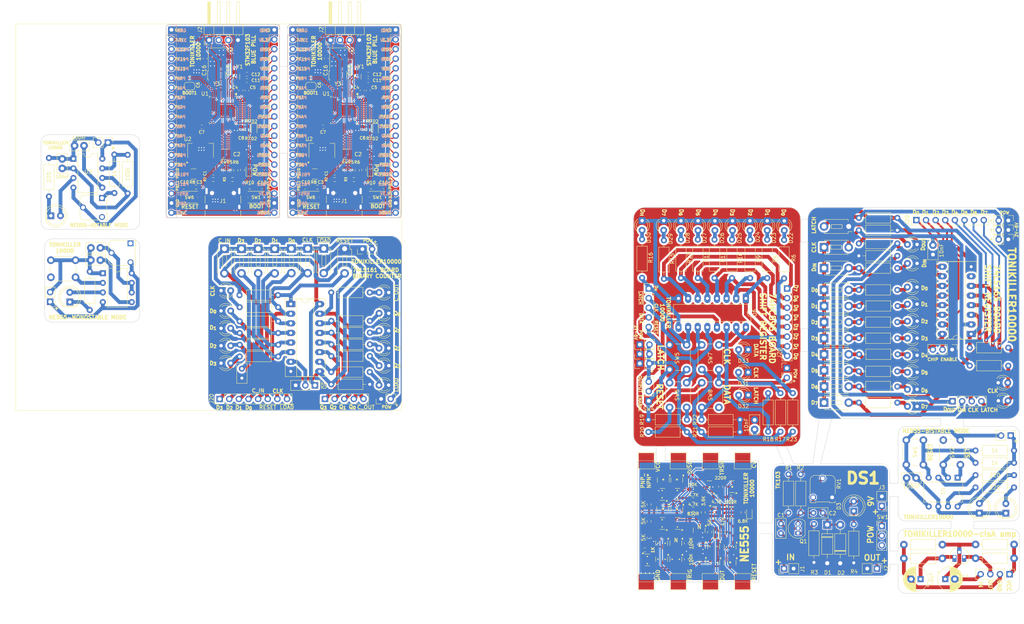
<source format=kicad_pcb>
(kicad_pcb (version 20240108) (generator "pcbnew") (generator_version "8.0")
  (layers (0 "F.Cu" signal) (31 "B.Cu" signal) (34 "B.Paste" user) (35 "F.Paste" user) (36 "B.SilkS" user "B.Silkscreen") (37 "F.SilkS" user "F.Silkscreen") (38 "B.Mask" user) (39 "F.Mask" user) (44 "Edge.Cuts" user))
  (net 0 "")
  (footprint "LED_SMD:LED_0603_1608Metric_Pad1.05x0.95mm_HandSolder" (layer "F.Cu") (at 220.267893 68.807107 90)
    (property "Reference" "D2")
    (property "Value" "POW")
  )
  (footprint "TestPoint:TestPoint_Pad_4.0x4.0mm" (layer "F.Cu") (at 318.506668 145.535 -90)
    (property "Reference" "PAD5" (hide yes))
    (property "Value" "TestPoint_Pad_4.0x4.0mm")
  )
  (footprint "Resistor_THT:R_Axial_DIN0207_L6.3mm_D2.5mm_P10.16mm_Horizontal" (layer "F.Cu") (at 349.145 121.975)
    (property "Reference" "R30" (hide yes))
    (property "Value" "1K")
  )
  (footprint "Resistor_SMD:R_0603_1608Metric_Pad0.98x0.95mm_HandSolder" (layer "F.Cu") (at 206.355393 73.342107 180)
    (property "Reference" "R8")
    (property "Value" "10K")
  )
  (footprint "Capacitor_SMD:C_0603_1608Metric" (layer "F.Cu") (at 182.959471 39.450857 -90)
    (property "Reference" "C15")
    (property "Value" "22pF")
  )
  (footprint "Package_TO_SOT_SMD:SOT-23" (layer "F.Cu") (at 310.915 172.4625 -90)
    (property "Reference" "Q9" (hide yes))
    (property "Value" "Ss8550")
  )
  (footprint "Resistor_THT:R_Axial_DIN0207_L6.3mm_D2.5mm_P10.16mm_Horizontal" (layer "F.Cu") (at 220.2 108.655 180)
    (property "Reference" "R136" (hide yes))
    (property "Value" "1K")
  )
  (footprint "Capacitor_SMD:C_0603_1608Metric" (layer "F.Cu") (at 187.780721 47.832107 90)
    (property "Reference" "C5")
    (property "Value" "0.1uF")
  )
  (footprint "Button_Switch_THT:SW_PUSH_1P1T_6x3.5mm_H5.0_APEM_MJTP1250" (layer "F.Cu") (at 213.54 89.605 -90)
    (property "Reference" "SW64" (hide yes))
    (property "Value" "RESET")
  )
  (footprint "Connector_PinHeader_2.54mm:PinHeader_1x05_P2.54mm_Vertical" (layer "F.Cu") (at 293.737027 100.11)
    (property "Reference" "REF**" (hide yes))
    (property "Value" "PinHeader_1x05_P2.54mm_Vertical")
  )
  (footprint "Resistor_THT:R_Axial_DIN0207_L6.3mm_D2.5mm_P10.16mm_Horizontal" (layer "F.Cu") (at 349.145 130.225)
    (property "Reference" "R32" (hide yes))
    (property "Value" "1K")
  )
  (footprint "Button_Switch_THT:SW_PUSH_6mm" (layer "F.Cu") (at 312.237027 114.975 -90)
    (property "Reference" "SW7")
    (property "Value" "CLK")
  )
  (footprint "Resistor_THT:R_Axial_DIN0207_L6.3mm_D2.5mm_P10.16mm_Horizontal" (layer "F.Cu") (at 361.02 171.35)
    (property "Reference" "R191" (hide yes))
    (property "Value" "1K")
  )
  (footprint "Resistor_THT:R_Axial_DIN0207_L6.3mm_D2.5mm_P10.16mm_Horizontal" (layer "F.Cu") (at 349.225 117.475)
    (property "Reference" "R29" (hide yes))
    (property "Value" "1K")
  )
  (footprint "Jumper:SolderJumper-2_P1.3mm_Open_RoundedPad1.0x1.5mm" (layer "F.Cu") (at 172.643221 46.682107 180)
    (property "Reference" "JP1" (hide yes))
    (property "Value" "BOOT1")
  )
  (footprint "Capacitor_SMD:C_0603_1608Metric" (layer "F.Cu") (at 203.092893 73.342107)
    (property "Reference" "C10")
    (property "Value" "0.1uF")
  )
  (footprint "Resistor_SMD:R_0603_1608Metric_Pad0.98x0.95mm_HandSolder" (layer "F.Cu") (at 178.910721 71.332107 180)
    (property "Reference" "R2")
    (property "Value" "5K1" (hide yes))
  )
  (footprint "Connector_PinHeader_2.54mm:PinHeader_1x04_P2.54mm_Vertical" (layer "F.Cu") (at 388.9 175.5 -90)
    (property "Reference" "REF**" (hide yes))
    (property "Value" "PinHeader_1x04_P2.54mm_Vertical")
  )
  (footprint "LED_THT:LED_D5.0mm_IRGrey" (layer "F.Cu") (at 141.069609 103.667109 90)
    (property "Reference" "D5" (hide yes))
    (property "Value" "LED")
  )
  (footprint "Resistor_THT:R_Axial_DIN0207_L6.3mm_D2.5mm_P10.16mm_Horizontal" (layer "F.Cu") (at 185.86 105.055)
    (property "Reference" "R146" (hide yes))
    (property "Value" "1K")
  )
  (footprint "Resistor_SMD:R_0603_1608Metric_Pad0.98x0.95mm_HandSolder" (layer "F.Cu") (at 215.967893 71.332107)
    (property "Reference" "R3")
    (property "Value" "5K1" (hide yes))
  )
  (footprint "Resistor_THT:R_Axial_DIN0207_L6.3mm_D2.5mm_P10.16mm_Horizontal" (layer "F.Cu") (at 349.145 91.475)
    (property "Reference" "R35" (hide yes))
    (property "Value" "1K")
  )
  (footprint "Capacitor_SMD:C_1210_3225Metric_Pad1.33x2.70mm_HandSolder" (layer "F.Cu") (at 181.743221 64.707107 180)
    (property "Reference" "C2")
    (property "Value" "10uF")
  )
  (footprint "Diode_SMD:D_0603_1608Metric_Pad1.05x0.95mm_HandSolder" (layer "F.Cu") (at 311.54 164.41 90)
    (property "Reference" "D1" (hide yes))
    (property "Value" "D")
  )
  (footprint "Resistor_THT:R_Axial_DIN0207_L6.3mm_D2.5mm_P10.16mm_Horizontal" (layer "F.Cu") (at 185.88 114.955)
    (property "Reference" "R142" (hide yes))
    (property "Value" "1K")
  )
  (footprint "Connector_PinHeader_2.54mm:PinHeader_1x08_P2.54mm_Vertical" (layer "F.Cu") (at 330.237027 100.11)
    (property "Reference" "J20")
    (property "Value" "D2")
  )
  (footprint "Capacitor_SMD:C_0603_1608Metric_Pad1.08x0.95mm_HandSolder" (layer "F.Cu") (at 178.935721 69.632107 180)
    (property "Reference" "C1")
    (property "Value" "10uF" (hide yes))
  )
  (footprint "Resistor_SMD:R_0603_1608Metric_Pad0.98x0.95mm_HandSolder" (layer "F.Cu") (at 313.32 164.3475 90)
    (property "Reference" "R4" (hide yes))
    (property "Value" "47K")
  )
  (footprint "Resistor_SMD:R_0603_1608Metric_Pad0.98x0.95mm_HandSolder" (layer "F.Cu") (at 305.4775 160.8725)
    (property "Reference" "R11" (hide yes))
    (property "Value" "830R")
  )
  (footprint "Package_TO_SOT_SMD:SOT-23" (layer "F.Cu") (at 310.865 168.2225 -90)
    (property "Reference" "Q3" (hide yes))
    (property "Value" "Ss8550")
  )
  (footprint "TestPoint:TestPoint_Pad_4.0x4.0mm" (layer "F.Cu") (at 310.04 145.535 -90)
    (property "Reference" "PAD6" (hide yes))
    (property "Value" "TestPoint_Pad_4.0x4.0mm")
  )
  (footprint "Resistor_THT:R_Axial_DIN0207_L6.3mm_D2.5mm_P10.16mm_Horizontal" (layer "F.Cu") (at 317.817027 134.725 180)
    (property "Reference" "R22")
    (property "Value" "1K")
  )
  (footprint "Capacitor_SMD:C_0603_1608Metric_Pad1.08x0.95mm_HandSolder" (layer "F.Cu") (at 210.935393 69.632107 180)
    (property "Reference" "C1")
    (property "Value" "10uF" (hide yes))
  )
  (footprint "Button_Switch_THT:SW_PUSH_6mm" (layer "F.Cu") (at 299.237027 131.475 90)
    (property "Reference" "SW6")
    (property "Value" "RESET")
  )
  (footprint "Package_TO_SOT_SMD:SOT-23" (layer "F.Cu") (at 297.565 150.6225 -90)
    (property "Reference" "Q24" (hide yes))
    (property "Value" "SS8050")
  )
  (footprint "Resistor_SMD:R_0603_1608Metric_Pad0.98x0.95mm_HandSolder" (layer "F.Cu") (at 210.910393 71.332107 180)
    (property "Reference" "R2")
    (property "Value" "5K1" (hide yes))
  )
  (footprint "Package_TO_SOT_SMD:SOT-23" (layer "F.Cu") (at 307.09 172.3475 -90)
    (property "Reference" "Q10" (hide yes))
    (property "Value" "SS8050")
  )
  (footprint "Diode_SMD:D_0603_1608Metric_Pad1.05x0.95mm_HandSolder" (layer "F.Cu") (at 320.265 159.1975 90)
    (property "Reference" "D2" (hide yes))
    (property "Value" "D")
  )
  (footprint "LED_THT:LED_D5.0mm_IRGrey" (layer "F.Cu") (at 136.062891 80.902891)
    (property "Reference" "D4" (hide yes))
    (property "Value" "LED")
  )
  (footprint "Capacitor_SMD:C_0603_1608Metric" (layer "F.Cu") (at 208.734143 39.410857 90)
    (property "Reference" "C16")
    (property "Value" "22pF")
  )
  (footprint "Capacitor_THT:C_Disc_D5.0mm_W2.5mm_P2.50mm" (layer "F.Cu") (at 186.44 121.255 -90)
    (property "Reference" "C35" (hide yes))
    (property "Value" "10nF")
  )
  (footprint "Resistor_THT:R_Axial_DIN0207_L6.3mm_D2.5mm_P10.16mm_Horizontal" (layer "F.Cu") (at 146.319609 95.627109 -90)
    (property "Reference" "R23" (hide yes))
    (property "Value" "220" (hide yes))
  )
  (footprint "Capacitor_SMD:C_0603_1608Metric" (layer "F.Cu") (at 186.180721 47.807107 90)
    (property "Reference" "C4")
    (property "Value" "1uF")
  )
  (footprint "Package_TO_SOT_SMD:SOT-23" (layer "F.Cu") (at 297.14 167.31 -90)
    (property "Reference" "Q12" (hide yes))
    (property "Value" "SS8550")
  )
  (footprint "Connector_PinHeader_2.54mm:PinHeader_1x02_P2.54mm_Vertical" (layer "F.Cu") (at 388.575 84.65 -90)
    (property "Reference" "REF**" (hide yes))
    (property "Value" "PinHeader_1x02_P2.54mm_Vertical")
  )
  (footprint "LED_SMD:LED_0603_1608Metric_Pad1.05x0.95mm_HandSolder" (layer "F.Cu") (at 221.680393 58.232107 -90)
    (property "Reference" "D2")
    (property "Value" "BLINK")
  )
  (footprint "LED_THT:LED_D3.0mm" (layer "F.Cu") (at 297.687027 82.185 -90)
    (property "Reference" "D29")
    (property "Value" "RED")
  )
  (footprint "Resistor_THT:R_Axial_DIN0207_L6.3mm_D2.5mm_P10.16mm_Horizontal" (layer "F.Cu") (at 331.737027 127.725 -90)
    (property "Reference" "R23")
    (property "Value" "1K")
  )
  (footprint "Resistor_THT:R_Axial_DIN0207_L6.3mm_D2.5mm_P10.16mm_Horizontal" (layer "F.Cu") (at 185.86 111.855)
    (property "Reference" "R141" (hide yes))
    (property "Value" "1K")
  )
  (footprint "LED_THT:LED_D3.0mm" (layer "F.Cu") (at 180.95 119.805)
    (property "Reference" "D96" (hide yes))
    (property "Value" "RED")
  )
  (footprint "Resistor_THT:R_Axial_DIN0207_L6.3mm_D2.5mm_P10.16mm_Horizontal" (layer "F.Cu") (at 311.087027 97.36 90)
    (property "Reference" "R11")
    (property "Value" "1K")
  )
  (footprint "Resistor_SMD:R_0603_1608Metric_Pad0.98x0.95mm_HandSolder" (layer "F.Cu") (at 186.593221 68.807107 -90)
    (property "Reference" "R7")
    (property "Value" "10K")
  )
  (footprint "Resistor_THT:R_Axial_DIN0207_L6.3mm_D2.5mm_P10.16mm_Horizontal" (layer "F.Cu") (at 220.17 122.155 180)
    (property "Reference" "R149" (hide yes))
    (property "Value" "1K")
  )
  (footprint "Connector_PinHeader_2.54mm:PinHeader_1x02_P2.54mm_Vertical" (layer "F.Cu") (at 388.575 87.15 -90)
    (property "Reference" "REF**" (hide yes))
    (property "Value" "PinHeader_1x02_P2.54mm_Vertical")
  )
  (footprint "Capacitor_SMD:C_0603_1608Metric" (layer "F.Cu") (at 207.842893 57.482107)
    (property "Reference" "C7")
    (property "Value" "0.1uF")
  )
  (footprint "Package_TO_SOT_SMD:SOT-23" (layer "F.Cu") (at 315.19625 168.3475 -90)
    (property "Reference" "Q6" (hide yes))
    (property "Value" "Ss8550")
  )
  (footprint "TestPoint:TestPoint_Pad_4.0x4.0mm" (layer "F.Cu") (at 301.556666 177.535 -90)
    (property "Reference" "PAD2" (hide yes))
    (property "Value" "TestPoint_Pad_4.0x4.0mm")
  )
  (footprint "Package_TO_SOT_SMD:SOT-23" (layer "F.Cu") (at 300.89 171.56 -90)
    (property "Reference" "Q19" (hide yes))
    (property "Value" "SS8550")
  )
  (footprint "Package_TO_SOT_SMD:SOT-23" (layer "F.Cu") (at 297.14 171.56 -90)
    (property "Reference" "Q22" (hide yes))
    (property "Value" "SS8550")
  )
  (footprint "Capacitor_THT:C_Disc_D5.0mm_W2.5mm_P2.50mm" (layer "F.Cu") (at 328.61 164.675 90)
    (property "Reference" "C1")
    (property "Value" "100nF")
  )
  (footprint "LED_THT:LED_D3.0mm" (layer "F.Cu") (at 364.5 113.225 180)
    (property "Reference" "D38" (hide yes))
    (property "Value" "RED")
  )
  (footprint "Connector_PinHeader_2.54mm:PinHeader_1x02_P2.54mm_Vertical" (layer "F.Cu") (at 389.2 138.925 -90)
    (property "Reference" "REF**" (hide yes))
    (property "Value" "PinHeader_1x02_P2.54mm_Vertical")
  )
  (footprint "LED_THT:LED_D3.0mm" (layer "F.Cu") (at 385.895 124.975)
    (property "Reference" "D44" (hide yes))
    (property "Value" "RED")
  )
  (footprint "Resistor_SMD:R_0603_1608Metric_Pad0.98x0.95mm_HandSolder" (layer "F.Cu") (at 305.39 153.1225 180)
    (property "Reference" "R12" (hide yes))
    (property "Value" "10K")
  )
  (footprint "Resistor_SMD:R_0603_1608Metric_Pad0.98x0.95mm_HandSolder" (layer "F.Cu") (at 204.692893 44.532107 180)
    (property "Reference" "R8" (hide yes))
    (property "Value" "10K")
  )
  (footprint "Resistor_THT:R_Axial_DIN0207_L6.3mm_D2.5mm_P10.16mm_Horizontal" (layer "F.Cu") (at 306.687027 97.345 90)
    (property "Reference" "R12")
    (property "Value" "1K")
  )
  (footprint "Connector_PinHeader_2.54mm:PinHeader_1x02_P2.54mm_Vertical" (layer "F.Cu") (at 355.21 157.5 180)
    (property "Reference" "J3")
    (property "Value" "9V_BATT")
  )
  (footprint "Resistor_SMD:R_0603_1608Metric_Pad0.98x0.95mm_HandSolder" (layer "F.Cu") (at 303.64 167.31 90)
    (property "Reference" "R9" (hide yes))
    (property "Value" "100K")
  )
  (footprint "LED_THT:LED_D3.0mm" (layer "F.Cu") (at 364.515 131.225 180)
    (property "Reference" "D42" (hide yes))
    (property "Value" "RED")
  )
  (footprint "Button_Switch_THT:SW_PUSH_1P1T_6x3.5mm_H5.0_APEM_MJTP1250" (layer "F.Cu") (at 339.975 125.975)
    (property "Reference" "SW20" (hide yes))
    (property "Value" "D2")
  )
  (footprint "Connector_PinHeader_2.54mm:PinHeader_1x04_P2.54mm_Horizontal" (layer "F.Cu") (at 209.792893 34.532107 90)
    (property "Reference" "J2")
    (property "Value" "STLINK")
  )
  (footprint "Resistor_SMD:R_0603_1608Metric_Pad0.98x0.95mm_HandSolder" (layer "F.Cu") (at 187.930721 58.232107 90)
    (property "Reference" "R7")
    (property "Value" "10K")
  )
  (footprint "Resistor_SMD:R_0603_1608Metric_Pad0.98x0.95mm_HandSolder" (layer "F.Cu") (at 312.67125 152.3975 -90)
    (property "Reference" "R3" (hide yes))
    (property "Value" "220R")
  )
  (footprint "Button_Switch_THT:SW_PUSH_1P1T_6x3.5mm_H5.0_APEM_MJTP1250" (layer "F.Cu") (at 339.975 94.725)
    (property "Reference" "SW10" (hide yes))
    (property "Value" "DATA_IN")
  )
  (footprint "Button_Switch_THT:SW_PUSH_1P1T_6x3.5mm_H5.0_APEM_MJTP1250" (layer "F.Cu") (at 339.975 100.475)
    (property "Reference" "SW14" (hide yes))
    (property "Value" "D0")
  )
  (footprint "Button_Switch_SMD:SW_Push_1P1T_NO_CK_KMR2" (layer "F.Cu") (at 190.218221 75.992107 180)
    (property "Reference" "SW1")
    (property "Value" "RESET")
  )
  (footprint "Connector_PinHeader_2.54mm:PinHeader_1x02_P2.54mm_Vertical" (layer "F.Cu") (at 151.112891 61.577891 -90)
    (property "Reference" "REF**" (hide yes))
    (property "Value" "PinHeader_1x02_P2.54mm_Vertical")
  )
  (footprint "Button_Switch_THT:SW_PUSH_1P1T_6x3.5mm_H5.0_APEM_MJTP1250" (layer "F.Cu") (at 190.74 89.605 -90)
    (property "Reference" "SW62" (hide yes))
    (property "Value" "D2")
  )
  (footprint "Resistor_SMD:R_0603_1608Metric_Pad0.98x0.95mm_HandSolder" (layer "F.Cu") (at 219.930393 58.232107 90)
    (property "Reference" "R7")
    (property "Value" "10K")
  )
  (footprint "Resistor_SMD:R_0603_1608Metric_Pad0.98x0.95mm_HandSolder" (layer "F.Cu") (at 183.968221 71.332107)
    (property "Reference" "R3")
    (property "Value" "5K1" (hide yes))
  )
  (footprint "LED_THT:LED_D3.0mm" (layer "F.Cu") (at 319.987027 128.225 180)
    (property "Reference" "D32")
    (property "Value" "RED")
  )
  (footprint "Package_QFP:LQFP-48_7x7mm_P0.5mm" (layer "F.Cu") (at 181.443221 53.007107 -90)
    (property "Reference" "U1")
    (property "Value" "STM32F103CBTx")
  )
  (footprint "Resistor_THT:R_Axial_DIN0207_L6.3mm_D2.5mm_P10.16mm_Horizontal" (layer "F.Cu") (at 359.305 84.725 180)
    (property "Reference" "R36" (hide yes))
    (property "Value" "1K")
  )
  (footprint "Resistor_SMD:R_0603_1608Metric_Pad0.98x0.95mm_HandSolder" (layer "F.Cu") (at 318.6025 159.1975 90)
    (property "Reference" "R6" (hide yes))
    (property "Value" "6.8K")
  )
  (footprint "Capacitor_THT:C_Disc_D5.0mm_W2.5mm_P2.50mm" (layer "F.Cu") (at 149.122109 92.627109 180)
    (property "Reference" "C33" (hide yes))
    (property "Value" "100nF" (hide yes))
  )
  (footprint "Button_Switch_THT:SW_PUSH_1P1T_6x3.5mm_H5.0_APEM_MJTP1250" (layer "F.Cu") (at 186.34 89.605 -90)
    (property "Reference" "SW63" (hide yes))
    (property "Value" "D3")
  )
  (footprint "TestPoint:TestPoint_Pad_4.0x4.0mm" (layer "F.Cu") (at 301.573334 145.535 -90)
    (property "Reference" "PAD7" (hide yes))
    (property "Value" "TestPoint_Pad_4.0x4.0mm")
  )
  (footprint "Resistor_THT:R_Axial_DIN0207_L6.3mm_D2.5mm_P10.16mm_Horizontal" (layer "F.Cu") (at 379.93 171.3)
    (property "Reference" "R190" (hide yes))
    (property "Value" "4.7K")
  )
  (footprint "LED_THT:LED_D3.0mm" (layer "F.Cu") (at 311.187027 82.24 -90)
    (property "Reference" "D26")
    (property "Value" "RED")
  )
  (footprint "Capacitor_SMD:C_0603_1608Metric" (layer "F.Cu") (at 218.180393 47.807107 90)
    (property "Reference" "C4")
    (property "Value" "1uF")
  )
  (footprint "Crystal:Crystal_SMD_3225-4Pin_3.2x2.5mm_HandSoldering" (layer "F.Cu") (at 211.834143 39.300857 -90)
    (property "Reference" "Y2")
    (property "Value" "8MHz")
  )
  (footprint "Button_Switch_THT:SW_PUSH_1P1T_6x3.5mm_H5.0_APEM_MJTP1250" (layer "F.Cu") (at 339.975 130.225)
    (property "Reference" "SW21" (hide yes))
    (property "Value" "D3")
  )
  (footprint "Potentiometer_THT:Potentiometer_Runtron_RM-065_Vertical" (layer "F.Cu") (at 149.552891 76.227891 -90)
    (property "Reference" "RV2" (hide yes))
    (property "Value" "1M")
  )
  (footprint "Connector_PinHeader_2.54mm:PinHeader_1x08_P2.54mm_Vertical" (layer "F.Cu") (at 364.32 82.05 90)
    (property "Reference" "J20")
    (property "Value" "D2")
  )
  (footprint "Capacitor_SMD:C_0603_1608Metric" (layer "F.Cu") (at 219.780393 47.832107 90)
    (property "Reference" "C5")
    (property "Value" "0.1uF")
  )
  (footprint "LED_THT:LED_D3.0mm" (layer "F.Cu") (at 180.95 106.005)
    (property "Reference" "D93" (hide yes))
    (property "Value" "RED")
  )
  (footprint "Button_Switch_SMD:SW_Push_1P1T_NO_CK_KMR2" (layer "F.Cu") (at 204.617893 75.992107 180)
    (property "Reference" "SW6")
    (property "Value" "RESET")
  )
  (footprint "Connector_PinHeader_2.54mm:PinHeader_1x02_P2.54mm_Vertical" (layer "F.Cu") (at 291.387027 114.9 90)
    (property "Reference" "REF**" (hide yes))
    (property "Value" "PinHeader_1x02_P2.54mm_Vertical")
  )
  (footprint "Potentiometer_THT:Potentiometer_Runtron_RM-065_Vertical" (layer "F.Cu") (at 342.11 155.225 180)
    (property "Reference" "RV1")
    (property "Value" "100K")
  )
  (footprint "Resistor_THT:R_Axial_DIN0207_L6.3mm_D2.5mm_P10.16mm_Horizontal" (layer "F.Cu") (at 185.86 118.055)
    (property "Reference" "R143" (hide yes))
    (property "Value" "1K")
  )
  (footprint "Resistor_SMD:R_0603_1608Metric_Pad0.98x0.95mm_HandSolder" (layer "F.Cu") (at 311.67125 155.1475)
    (property "Reference" "R5" (hide yes))
    (property "Value" "4.7K")
  )
  (footprint "Resistor_THT:R_Axial_DIN0207_L6.3mm_D2.5mm_P10.16mm_Horizontal" (layer "F.Cu") (at 329.437027 97.455 90)
    (property "Reference" "R6")
    (property "Value" "1K")
  )
  (footprint "Capacitor_THT:C_Disc_D5.0mm_W2.5mm_P2.50mm" (layer "F.Cu") (at 368.7 91.15 90)
    (property "Reference" "REF**" (hide yes))
    (property "Value" "10nF")
  )
  (footprint "Capacitor_SMD:C_0603_1608Metric" (layer "F.Cu") (at 191.793221 73.282107 180)
    (property "Reference" "C10")
    (property "Value" "0.1uF")
  )
  (footprint "Resistor_THT:R_Axial_DIN0207_L6.3mm_D2.5mm_P10.16mm_Horizontal" (layer "F.Cu") (at 220.17 101.155 180)
    (property "Reference" "R145" (hide yes))
    (property "Value" "1K")
  )
  (footprint "LED_THT:LED_D3.0mm" (layer "F.Cu") (at 225.165 111.255 180)
    (property "Reference" "D90" (hide yes))
    (property "Value" "RED")
  )
  (footprint "Resistor_SMD:R_0603_1608Metric_Pad0.98x0.95mm_HandSolder" (layer "F.Cu") (at 293.84 165.96 90)
    (property "Reference" "R17" (hide yes))
    (property "Value" "5K")
  )
  (footprint "Button_Switch_THT:SW_PUSH_6mm" (layer "F.Cu") (at 371.42 146.615 90)
    (property "Reference" "SW2")
    (property "Value" "SET")
  )
  (footprint "Package_TO_SOT_SMD:SOT-23" (layer "F.Cu") (at 315.67125 152.3975 180)
    (property "Reference" "Q11" (hide yes))
    (property "Value" "SS8050")
  )
  (footprint "Connector_PinHeader_2.54mm:PinHeader_1x04_P2.54mm_Horizontal" (layer "F.Cu") (at 177.793221 34.532107 90)
    (property "Reference" "J2")
    (property "Value" "STLINK")
  )
  (footprint "Package_TO_SOT_SMD:SOT-23" (layer "F.Cu") (at 301.14 150.6225 -90)
    (property "Reference" "Q21" (hide yes))
    (property "Value" "SS8050")
  )
  (footprint "Resistor_THT:R_Axial_DIN0207_L6.3mm_D2.5mm_P10.16mm_Horizontal" (layer "F.Cu") (at 210.01 125.405)
    (property "Reference" "R147" (hide yes))
    (property "Value" "1K")
  )
  (footprint "Capacitor_SMD:C_0603_1608Metric" (layer "F.Cu") (at 171.093221 73.342107)
    (property "Reference" "C10")
    (property "Value" "0.1uF")
  )
  (footprint "Resistor_THT:R_Axial_DIN0207_L6.3mm_D2.5mm_P10.16mm_Horizontal" (layer "F.Cu") (at 302.237027 97.345 90)
    (property "Reference" "R13")
    (property "Value" "1K")
  )
  (footprint "Resistor_SMD:R_0603_1608Metric_Pad0.98x0.95mm_HandSolder" (layer "F.Cu") (at 174.355721 73.342107 180)
    (property "Reference" "R8")
    (property "Value" "10K")
  )
  (footprint "Package_TO_SOT_SMD:SOT-23" (layer "F.Cu") (at 301.39 162.1225 180)
    (property "Reference" "Q13" (hide yes))
    (property "Value" "SS8550")
  )
  (footprint "Connector_PinHeader_2.54mm:PinHeader_1x03_P2.54mm_Vertical" (layer "F.Cu") (at 373.75 116.225 -90)
    (property "Reference" "SW9" (hide yes))
    (property "Value" "~{CE}")
  )
  (footprint "Connector_PinHeader_2.54mm:PinHeader_1x03_P2.54mm_Vertical" (layer "F.Cu") (at 293.737027 129.765 180)
    (property "Reference" "SW4")
    (property "Value" "~{OE}")
  )
  (footprint "Package_TO_SOT_SMD:SOT-23" (layer "F.Cu") (at 309.73375 152.4475 180)
    (property "Reference" "Q2" (hide yes))
    (property "Value" "SS8050")
  )
  (footprint "Connector_PinHeader_2.54mm:PinHeader_1x03_P2.54mm_Vertical" (layer "F.Cu") (at 355.21 162.8)
    (property "Reference" "SW1")
    (property "Value" "ENABLE")
  )
  (footprint "Connector_PinHeader_2.54mm:PinHeader_1x02_P2.54mm_Vertical" (layer "F.Cu") (at 218.24 89.695 90)
    (property "Reference" "REF**" (hide yes))
    (property "Value" "PinHeader_1x02_P2.54mm_Vertical")
  )
  (footprint "Resistor_SMD:R_0603_1608Metric_Pad0.98x0.95mm_HandSolder" (layer "F.Cu") (at 293.84 161.5475 90)
    (property "Reference" "R16" (hide yes))
    (property "Value" "5K")
  )
  (footprint "Connector_PinHeader_2.54mm:PinHeader_1x02_P2.54mm_Vertical" (layer "F.Cu") (at 223.16 129.245 90)
    (property "Reference" "REF**" (hide yes))
    (property "Value" "PinHeader_1x02_P2.54mm_Vertical")
  )
  (footprint "Connector_PinHeader_2.54mm:PinHeader_1x08_P2.54mm_Vertical" (layer "F.Cu") (at 180.57 129.265 90)
    (property "Reference" "J20")
    (property "Value" "D2")
  )
  (footprint "Potentiometer_THT:Potentiometer_Runtron_RM-065_Vertical" (layer "F.Cu") (at 157.072109 88.187109 -90)
    (property "Reference" "RV1" (hide yes))
    (property "Value" "1M")
  )
  (footprint "Resistor_THT:R_Axial_DIN0207_L6.3mm_D2.5mm_P10.16mm_Horizontal" (layer "F.Cu") (at 349.225 104.725)
    (property "Reference" "R26" (hide yes))
    (property "Value" "1K")
  )
  (footprint "Resistor_THT:R_Axial_DIN0207_L6.3mm_D2.5mm_P10.16mm_Horizontal" (layer "F.Cu") (at 349.145 125.975)
    (property "Reference" "R31" (hide yes))
    (property "Value" "1K")
  )
  (footprint "Resistor_THT:R_Axial_DIN0207_L6.3mm_D2.5mm_P10.16mm_Horizontal" (layer "F.Cu") (at 378.395 120.475)
    (property "Reference" "R34" (hide yes))
    (property "Value" "1K")
  )
  (footprint "LED_THT:LED_D3.0mm" (layer "F.Cu") (at 306.737027 82.225 -90)
    (property "Reference" "D27")
    (property "Value" "RED")
  )
  (footprint "Connector_PinHeader_2.54mm:PinHeader_1x02_P2.54mm_Vertical" (layer "F.Cu") (at 329.41 174.025 90)
    (property "Reference" "J1")
    (property "Value" "Conn_01x02")
  )
  (footprint "Resistor_SMD:R_0603_1608Metric_Pad0.98x0.95mm_HandSolder" (layer "F.Cu") (at 220.517893 73.282107 180)
    (property "Reference" "R10")
    (property "Value" "10K")
  )
  (footprint "Resistor_THT:R_Axial_DIN0207_L6.3mm_D2.5mm_P10.16mm_Horizontal" (layer "F.Cu") (at 333.82 159.305 90)
    (property "Reference" "R2")
    (property "Value" "47K")
  )
  (footprint "Resistor_THT:R_Axial_DIN0207_L6.3mm_D2.5mm_P10.16mm_Horizontal" (layer "F.Cu") (at 349.145 113.225)
    (property "Reference" "R28" (hide yes))
    (property "Value" "1K")
  )
  (footprint "Package_TO_SOT_SMD:SOT-23" (layer "F.Cu") (at 311.1025 159.1975)
    (property "Reference" "Q1" (hide yes))
    (property "Value" "SS8050")
  )
  (footprint "LED_THT:LED_D3.0mm" (layer "F.Cu") (at 364.5 126.725 180)
    (property "Reference" "D41" (hide yes))
    (property "Value" "RED")
  )
  (footprint "LED_THT:LED_D5.0mm_IRGrey" (layer "F.Cu") (at 387.92 159.415 90)
    (property "Reference" "D3" (hide yes))
    (property "Value" "LED")
  )
  (footprint "Resistor_SMD:R_0603_1608Metric_Pad0.98x0.95mm_HandSolder" (layer "F.Cu") (at 172.693221 44.532107 180)
    (property "Reference" "R8" (hide yes))
    (property "Value" "10K")
  )
  (footprint "LED_THT:LED_D3.0mm" (layer "F.Cu") (at 324.987027 82.24 -90)
    (property "Reference" "D23")
    (property "Value" "RED")
  )
  (footprint "Package_TO_SOT_SMD:SOT-23" (layer "F.Cu") (at 307.09 168.1975 -90)
    (property "Reference" "Q4" (hide yes))
    (property "Value" "SS8050")
  )
  (footprint "Capacitor_SMD:C_0603_1608Metric" (layer "F.Cu") (at 186.268221 58.182107 90)
    (property "Reference" "C8")
    (property "Value" "0.1uF")
  )
  (footprint "Package_TO_SOT_SMD:SOT-223-3_TabPin2" (layer "F.Cu") (at 175.543221 63.707107 90)
    (property "Reference" "U2")
    (property "Value" "AMS1117-3.3")
  )
  (footprint "Capacitor_THT:CP_Radial_D6.3mm_P2.50mm" (layer "F.Cu") (at 371.95 176.8)
    (property "Reference" "C29" (hide yes))
    (property "Value" "C")
  )
  (footprint "LED_THT:LED_D3.0mm" (layer "F.Cu") (at 225.165 106.655 180)
    (property "Reference" "D89" (hide yes))
    (property "Value" "RED")
  )
  (footprint "Package_DIP:DIP-16_W7.62mm_Socket_LongPads" (layer "F.Cu") (at 378.775 112.125 180)
    (property "Reference" "U7" (hide yes))
    (property "Value" "74LS165")
  )
  (footprint "Resistor_THT:R_Axial_DIN0207_L6.3mm_D2.5mm_P10.16mm_Horizontal" (layer "F.Cu") (at 349.145 94.725)
    (property "Reference" "R24" (hide yes))
    (property "Value" "1K")
  )
  (footprint "Resistor_THT:R_Axial_DIN0207_L6.3mm_D2.5mm_P10.16mm_Horizontal" (layer "F.Cu") (at 220.2 111.755 180)
    (property "Reference" "R137" (hide yes))
    (property "Value" "1K")
  )
  (footprint "Resistor_THT:R_Axial_DIN0207_L6.3mm_D2.5mm_P10.16mm_Horizontal" (layer "F.Cu") (at 361.02 167.7)
    (property "Reference" "R222" (hide yes))
    (property "Value" "1K")
  )
  (footprint "Button_Switch_THT:SW_PUSH_1P1T_6x3.5mm_H5.0_APEM_MJTP1250" (layer "F.Cu") (at 339.975 108.975)
    (property "Reference" "SW16" (hide yes))
    (property "Value" "D2")
  )
  (footprint "Button_Switch_THT:SW_PUSH_1P1T_6x3.5mm_H5.0_APEM_MJTP1250" (layer "F.Cu") (at 339.975 89.225)
    (property "Reference" "SW11" (hide yes))
    (property "Value" "CLK")
  )
  (footprint "Package_TO_SOT_SMD:SOT-23" (layer "F.Cu") (at 301.34 154.435 180)
    (property "Reference" "Q23" (hide yes))
    (property "Value" "SS8550")
  )
  (footprint "LED_THT:LED_D3.0mm" (layer "F.Cu") (at 225.18 120.455 180)
    (property "Reference" "D92" (hide yes))
    (property "Value" "RED")
  )
  (footprint "LED_THT:LED_D3.0mm" (layer "F.Cu") (at 225.165 115.855 180)
    (property "Reference" "D91" (hide yes))
    (property "Value" "RED")
  )
  (footprint "Resistor_THT:R_Axial_DIN0207_L6.3mm_D2.5mm_P10.16mm_Horizontal" (layer "F.Cu") (at 291.987027 97.29 90)
    (property "Reference" "R16")
    (property "Value" "1K")
  )
  (footprint "Capacitor_THT:C_Disc_D5.0mm_W2.5mm_P2.50mm" (layer "F.Cu") (at 321.662027 134.8 -90)
    (property "Reference" "REF**" (hide yes))
    (property "Value" "10nF")
  )
  (footprint "Resistor_THT:R_Axial_DIN0207_L6.3mm_D2.5mm_P10.16mm_Horizontal" (layer "F.Cu") (at 349.145 81.475)
    (property "Reference" "R37" (hide yes))
    (property "Value" "1K")
  )
  (footprint "Capacitor_THT:C_Disc_D5.0mm_W2.5mm_P2.50mm" (layer "F.Cu") (at 149.122109 89.377109 180)
    (property "Reference" "C31" (hide yes))
    (property "Value" "100nF" (hide yes))
  )
  (footprint "Connector_USB:USB_C_Receptacle_HRO_TYPE-C-31-M-12" (layer "F.Cu") (at 213.442893 77.517107)
    (property "Reference" "J1")
    (property "Value" "USB_C_USB2.0" (hide yes))
  )
  (footprint "Capacitor_SMD:C_0603_1608Metric" (layer "F.Cu") (at 187.755721 45.207107 180)
    (property "Reference" "C11")
    (property "Value" "22pF")
  )
  (footprint "Resistor_THT:R_Axial_DIN0207_L6.3mm_D2.5mm_P10.16mm_Horizontal" (layer "F.Cu") (at 152.812891 64.742891 -90)
    (property "Reference" "R24" (hide yes))
    (property "Value" "1k")
  )
  (footprint "LED_THT:LED_D3.0mm" (layer "F.Cu") (at 364.5 93.475 180)
    (property "Reference" "D34" (hide yes))
    (property "Value" "RED")
  )
  (footprint "Button_Switch_THT:SW_PUSH_6mm" (layer "F.Cu") (at 136.072109 92.637109)
    (property "Reference" "SW3" (hide yes))
    (property "Value" "Trigger")
  )
  (footprint "Connector_PinHeader_2.54mm:PinHeader_1x02_P2.54mm_Vertical" (layer "F.Cu") (at 291.387027 119.9 90)
    (property "Reference" "REF**" (hide yes))
    (property "Value" "PinHeader_1x02_P2.54mm_Vertical")
  )
  (footprint "Capacitor_SMD:C_0603_1608Metric" (layer "F.Cu") (at 208.255393 46.332107 -90)
    (property "Reference" "C6")
    (property "Value" "0.1uF")
  )
  (footprint "Jumper:SolderJumper-2_P1.3mm_Open_RoundedPad1.0x1.5mm" (layer "F.Cu") (at 204.642893 46.682107 180)
    (property "Reference" "JP1" (hide yes))
    (property "Value" "BOOT1")
  )
  (footprint "LED_THT:LED_D3.0mm" (layer "F.Cu") (at 364.5 117.725 180)
    (property "Reference" "D39" (hide yes))
    (property "Value" "RED")
  )
  (footprint "Resistor_SMD:R_0603_1608Metric_Pad0.98x0.95mm_HandSolder" (layer "F.Cu") (at 218.592893 68.807107 -90)
    (property "Reference" "R7")
    (property "Value" "10K")
  )
  (footprint "Resistor_THT:R_Axial_DIN0207_L6.3mm_D2.5mm_P10.16mm_Horizontal" (layer "F.Cu") (at 135.562891 75.812891 90)
    (property "Reference" "R20" (hide yes))
    (property "Value" "220")
  )
  (footprint "Package_TO_SOT_THT:TO-92_HandSolder" (layer "F.Cu") (at 374.38 170.95)
    (property "Reference" "Q180" (hide yes))
    (property "Value" "SS8050")
  )
  (footprint "Diode_THT:D_DO-41_SOD81_P10.16mm_Horizontal" (layer "F.Cu") (at 340.81 162.445 -90)
    (property "Reference" "D1")
    (property "Value" "D")
  )
  (footprint "Package_TO_SOT_SMD:SOT-23" (layer "F.Cu") (at 315.54 159.2475)
    (property "Reference" "Q8" (hide yes))
    (property "Value" "Ss8550")
  )
  (footprint "Button_Switch_THT:SW_PUSH_6mm" (layer "F.Cu") (at 299.237027 121.475 90)
    (property "Reference" "SW5")
    (property "Value" "~{LATCH}")
  )
  (footprint "LED_SMD:LED_0603_1608Metric_Pad1.05x0.95mm_HandSolder" (layer "F.Cu") (at 189.680721 58.232107 -90)
    (property "Reference" "D2")
    (property "Value" "BLINK")
  )
  (footprint "Button_Switch_THT:SW_PUSH_1P1T_6x3.5mm_H5.0_APEM_MJTP1250" (layer "F.Cu") (at 208.04 89.555 -90)
    (property "Reference" "SW67" (hide yes))
    (property "Value" "~{LOAD}")
  )
  (footprint "Resistor_SMD:R_0603_1608Metric" (layer "F.Cu") (at 181.543221 68.902107 90)
    (property "Reference" "R4")
    (property "Value" "22R")
  )
  (footprint "Connector_PinHeader_2.54mm:PinHeader_1x05_P2.54mm_Vertical" (layer "F.Cu") (at 208.355 129.245 90)
    (property "Reference" "REF**" (hide yes))
    (property "Value" "PinHeader_1x05_P2.54mm_Vertical")
  )
  (footprint "Capacitor_THT:C_Disc_D5.0mm_W2.5mm_P2.50mm" (layer "F.Cu") (at 139.062891 68.402891 90)
    (property "Reference" "C5" (hide yes))
    (property "Value" "100nF")
  )
  (footprint "Package_TO_SOT_SMD:SOT-23" (layer "F.Cu") (at 297.34 154.435 180)
    (property "Reference" "Q20" (hide yes))
    (property "Value" "SS8550")
  )
  (footprint "Package_TO_SOT_SMD:SOT-223-3_TabPin2" (layer "F.Cu") (at 207.542893 63.707107 90)
    (property "Reference" "U2")
    (property "Value" "AMS1117-3.3")
  )
  (footprint "Diode_THT:D_DO-41_SOD81_P10.16mm_Horizontal" (layer "F.Cu") (at 344.24 172.615 90)
    (property "Reference" "D2")
    (property "Value" "D")
  )
  (footprint "Button_Switch_THT:SW_PUSH_1P1T_6x3.5mm_H5.0_APEM_MJTP1250" (layer "F.Cu") (at 346.475 83.725 180)
    (property "Reference" "SW12" (hide yes))
    (property "Value" "~{LATCH}")
  )
  (footprint "Resistor_THT:R_Axial_DIN0207_L6.3mm_D2.5mm_P10.16mm_Horizontal" (layer "F.Cu") (at 379.92 146.115)
    (property "Reference" "R21" (hide yes))
    (property "Value" "1k")
  )
  (footprint "Resistor_THT:R_Axial_DIN0207_L6.3mm_D2.5mm_P10.16mm_Horizontal" (layer "F.Cu") (at 337.31 172.405 90)
    (property "Reference" "R3")
    (property "Value" "680R")
  )
  (footprint "LED_THT:LED_D5.0mm_IRGrey" (layer "F.Cu") (at 380.92 159.39 90)
    (property "Reference" "D6" (hide yes))
    (property "Value" "LED")
  )
  (footprint "LED_THT:LED_D3.0mm" (layer "F.Cu") (at 291.987027 82.185 -90)
    (property "Reference" "D30")
    (property "Value" "RED")
  )
  (footprint "LED_THT:LED_D3.0mm" (layer "F.Cu") (at 180.95 100.655)
    (property "Reference" "D99" (hide yes))
    (property "Value" "RED")
  )
  (footprint "Capacitor_SMD:C_1210_3225Metric_Pad1.33x2.70mm_HandSolder" (layer "F.Cu") (at 205.692893 69.882107 180)
    (property "Reference" "C3")
    (property "Value" "10uF")
  )
  (footprint "Crystal:Resonator_SMD_Murata_CSTCR_4.5x2x1.15mm" (layer "F.Cu") (at 179.734471 43.800857 90)
    (property "Reference" "Y3")
    (property "Value" "8MHz")
  )
  (footprint "Connector_USB:USB_C_Receptacle_HRO_TYPE-C-31-M-12" (layer "F.Cu") (at 181.443221 77.517107)
    (property "Reference" "J1")
    (property "Value" "USB_C_USB2.0" (hide yes))
  )
  (footprint "Resistor_SMD:R_0603_1608Metric" (layer "F.Cu") (at 215.192893 68.902107 90)
    (property "Reference" "R5")
    (property "Value" "22R")
  )
  (footprint "Button_Switch_SMD:SW_Push_1P1T_NO_CK_KMR2" (layer "F.Cu") (at 222.217893 75.992107 180)
    (property "Reference" "SW1")
    (property "Value" "RESET")
  )
  (footprint "Button_Switch_THT:SW_PUSH_1P1T_6x3.5mm_H5.0_APEM_MJTP1250" (layer "F.Cu") (at 339.975 104.725)
    (property "Reference" "SW15" (hide yes))
    (property "Value" "D1")
  )
  (footprint "Resistor_THT:R_Axial_DIN0207_L6.3mm_D2.5mm_P10.16mm_Horizontal" (layer "F.Cu") (at 359.305 88.225 180)
    (property "Reference" "R38" (hide yes))
    (property "Value" "1K")
  )
  (footprint "Button_Switch_THT:SW_PUSH_1P1T_6x3.5mm_H5.0_APEM_MJTP1250" (layer "F.Cu") (at 339.975 113.225)
    (property "Reference" "SW17" (hide yes))
    (property "Value" "D3")
  )
  (footprint "Resistor_THT:R_Axial_DIN0207_L6.3mm_D2.5mm_P10.16mm_Horizontal" (layer "F.Cu") (at 328.487027 127.725 -90)
    (property "Reference" "R17")
    (property "Value" "1K")
  )
  (footprint "Resistor_THT:R_Axial_DIN0207_L6.3mm_D2.5mm_P10.16mm_Horizontal" (layer "F.Cu") (at 347.81 172.505 90)
    (property "Reference" "R4")
    (property "Value" "10K")
  )
  (footprint "LED_THT:LED_D3.0mm" (layer "F.Cu") (at 180.95 110.605)
    (property "Reference" "D94" (hide yes))
    (property "Value" "RED")
  )
  (footprint "Capacitor_SMD:C_0603_1608Metric" (layer "F.Cu") (at 176.255721 46.332107 -90)
    (property "Reference" "C6")
    (property "Value" "0.1uF")
  )
  (footprint "Resistor_THT:R_Axial_DIN0207_L6.3mm_D2.5mm_P10.16mm_Horizontal" (layer "F.Cu") (at 325.237027 127.725 -90)
    (property "Reference" "R18")
    (property "Value" "1K")
  )
  (footprint "Button_Switch_THT:SW_PUSH_6mm" (layer "F.Cu") (at 312.237027 124.975 -90)
    (property "Reference" "SW8")
    (property "Value" "DATA")
  )
  (footprint "LED_THT:LED_D3.0mm" (layer "F.Cu") (at 329.487027 82.255 -90)
    (property "Reference" "D22")
    (property "Value" "RED")
  )
  (footprint "Button_Switch_THT:SW_PUSH_1P1T_6x3.5mm_H5.0_APEM_MJTP1250" (layer "F.Cu") (at 339.975 117.475)
    (property "Reference" "SW18" (hide yes))
    (property "Value" "D0")
  )
  (footprint "Resistor_THT:R_Axial_DIN0207_L6.3mm_D2.5mm_P10.16mm_Horizontal" (layer "F.Cu") (at 195.97 101.855 180)
    (property "Reference" "R144" (hide yes))
    (property "Value" "1K")
  )
  (footprint "Resistor_SMD:R_0603_1608Metric_Pad0.98x0.95mm_HandSolder" (layer "F.Cu") (at 305.4775 158.3725)
    (property "Reference" "R8" (hide yes))
    (property "Value" "4.7K")
  )
  (footprint "Capacitor_SMD:C_0603_1608Metric" (layer "F.Cu") (at 187.755721 43.557107 180)
    (property "Reference" "C12")
    (property "Value" "22pF")
  )
  (footprint "LED_THT:LED_D3.0mm" (layer "F.Cu") (at 320.437027 82.24 -90)
    (property "Reference" "D24")
    (property "Value" "RED")
  )
  (footprint "Capacitor_SMD:C_1210_3225Metric_Pad1.33x2.70mm_HandSolder" (layer "F.Cu") (at 213.742893 64.707107 180)
    (property "Reference" "C2")
    (property "Value" "10uF")
  )
  (footprint "Resistor_SMD:R_0603_1608Metric" (layer "F.Cu") (at 213.542893 68.902107 90)
    (property "Reference" "R4")
    (property "Value" "22R")
  )
  (footprint "Button_Switch_THT:SW_PUSH_1P1T_6x3.5mm_H5.0_APEM_MJTP1250" (layer "F.Cu") (at 199.49 89.555 -90)
    (property "Reference" "SW60" (hide yes))
    (property "Value" "D0")
  )
  (footprint "Resistor_THT:R_Axial_DIN0207_L6.3mm_D2.5mm_P10.16mm_Horizontal" (layer "F.Cu") (at 293.657027 134.725)
    (property "Reference" "R19")
    (property "Value" "1K")
  )
  (footprint "Resistor_THT:R_Axial_DIN0207_L6.3mm_D2.5mm_P10.16mm_Horizontal" (layer "F.Cu") (at 379.93 167.65)
    (property "Reference" "R221" (hide yes))
    (property "Value" "4.7K")
  )
  (footprint "Resistor_THT:R_Axial_DIN0207_L6.3mm_D2.5mm_P10.16mm_Horizontal" (layer "F.Cu") (at 185.86 108.755)
    (property "Reference" "R140" (hide yes))
    (property "Value" "1K")
  )
  (footprint "LED_THT:LED_D3.0mm" (layer "F.Cu") (at 302.237027 82.225 -90)
    (property "Reference" "D28")
    (property "Value" "RED")
  )
  (footprint "Resistor_SMD:R_0603_1608Metric" (layer "F.Cu") (at 183.193221 68.902107 90)
    (property "Reference" "R5")
    (property "Value" "22R")
  )
  (footprint "LED_THT:LED_D3.0mm" (layer "F.Cu") (at 319.972027 116.225 180)
    (property "Reference" "D33")
    (property "Value" "RED")
  )
  (footprint "Button_Switch_THT:SW_PUSH_1P1T_6x3.5mm_H5.0_APEM_MJTP1250" (layer "F.Cu") (at 339.975 121.725)
    (property "Reference" "SW19" (hide yes))
    (property "Value" "D1")
  )
  (footprint "Resistor_THT:R_Axial_DIN0207_L6.3mm_D2.5mm_P10.16mm_Horizontal" (layer "F.Cu") (at 379.92 149.365)
    (property "Reference" "R22" (hide yes))
    (property "Value" "220")
  )
  (footprint "Connector_PinHeader_2.54mm:PinHeader_1x02_P2.54mm_Vertical" (layer "F.Cu") (at 388.575 82.15 -90)
    (property "Reference" "REF**" (hide yes))
    (property "Value" "PinHeader_1x02_P2.54mm_Vertical")
  )
  (footprint "Resistor_SMD:R_0603_1608Metric_Pad0.98x0.95mm_HandSolder" (layer "F.Cu") (at 305.4775 155.8725)
    (property "Reference" "R14" (hide yes))
    (property "Value" "4.7K")
  )
  (footprint "LED_THT:LED_D3.0mm" (layer "F.Cu") (at 364.475 99.725 180)
    (property "Reference" "D35" (hide yes))
    (property "Value" "RED")
  )
  (footprint "LED_THT:LED_D3.0mm" (layer "F.Cu") (at 225.165 101.155 180)
    (property "Reference" "D97" (hide yes))
    (property "Value" "RED")
  )
  (footprint "Connector_PinHeader_2.54mm:PinHeader_1x02_P2.54mm_Vertical" (layer "F.Cu") (at 135.872109 103.602109 180)
    (property "Reference" "REF**" (hide yes))
    (property "Value" "PinHeader_1x02_P2.54mm_Vertical")
  )
  (footprint "Resistor_THT:R_Axial_DIN0207_L6.3mm_D2.5mm_P10.16mm_Horizontal" (layer "F.Cu") (at 293.657027 137.975)
    (property "Reference" "R20")
    (property "Value" "1K")
  )
  (footprint "LED_THT:LED_D3.0mm" (layer "F.Cu") (at 225.14 125.605 180)
    (property "Reference" "D100" (hide yes))
    (property "Value" "RED")
  )
  (footprint "Capacitor_SMD:C_1210_3225Metric_Pad1.33x2.70mm_HandSolder" (layer "F.Cu") (at 173.693221 69.882107 180)
    (property "Reference" "C3")
    (property "Value" "10uF")
  )
  (footprint "TestPoint:TestPoint_Pad_4.0x4.0mm" (layer "F.Cu") (at 310.023332 177.535 -90)
    (property "Reference" "PAD3" (hide yes))
    (property "Value" "TestPoint_Pad_4.0x4.0mm")
  )
  (footprint "Package_TO_SOT_SMD:SOT-23" (layer "F.Cu") (at 301.1525 158.3725 -90)
    (property "Reference" "Q14" (hide yes))
    (property "Value" "SS8050")
  )
  (footprint "Resistor_THT:R_Axial_DIN0207_L6.3mm_D2.5mm_P10.16mm_Horizontal" (layer "F.Cu") (at 317.817027 137.975 180)
    (property "Reference" "R21")
    (property "Value" "1K")
  )
  (footprint "Package_TO_SOT_SMD:SOT-23" (layer "F.Cu") (at 297.4025 158.31 -90)
    (property "Reference" "Q17" (hide yes))
    (property "Value" "SS8050")
  )
  (footprint "LED_THT:LED_D3.0mm" (layer "F.Cu") (at 364.515 122.225 180)
    (property "Reference" "D40" (hide yes))
    (property "Value" "RED")
  )
  (footprint "Connector_PinHeader_2.54mm:PinHeader_1x02_P2.54mm_Vertical" (layer "F.Cu") (at 330.162027 121.125)
    (property "Reference" "REF**" (hide yes))
    (property "Value" "PinHeader_1x02_P2.54mm_Vertical")
  )
  (footprint "LED_THT:LED_D3.0mm" (layer "F.Cu") (at 319.972027 122.225 180)
    (property "Reference" "D31")
    (property "Value" "RED")
  )
  (footprint "TestPoint:TestPoint_Pad_4.0x4.0mm" (layer "F.Cu") (at 318.49 177.535 -90)
    (property "Reference" "PAD4" (hide yes))
    (property "Value" "TestPoint_Pad_4.0x4.0mm")
  )
  (footprint "Capacitor_THT:C_Disc_D5.0mm_W2.5mm_P2.50mm" (layer "F.Cu") (at 361.75 150.125)
    (property "Reference" "C3" (hide yes))
    (property "Value" "100nF")
  )
  (footprint "Resistor_SMD:R_0603_1608Metric_Pad0.98x0.95mm_HandSolder" (layer "F.Cu") (at 308.1025 159.1975 -90)
    (property "Reference" "R2" (hide yes))
    (property "Value" "3.9K")
  )
  (footprint "Package_TO_SOT_SMD:SOT-23" (layer "F.Cu") (at 297.3275 162.1225 180)
    (property "Reference" "Q16" (hide yes))
    (property "Value" "SS8550")
  )
  (footprint "Capacitor_THT:CP_Radial_D6.3mm_P2.50mm" (layer "F.Cu") (at 365.432379 176.8 180)
    (property "Reference" "C23" (hide yes))
    (property "Value" "10uF")
  )
  (footprint "Button_Switch_SMD:SW_Push_1P1T_NO_CK_KMR2" (layer "F.Cu") (at 172.618221 75.992107 180)
    (property "Reference" "SW6")
    (property "Value" "RESET")
  )
  (footprint "Crystal:Resonator_SMD_Murata_CSTCR_4.5x2x1.15mm" (layer "F.Cu") (at 211.734143 43.800857 90)
    (property "Reference" "Y3")
    (property "Value" "8MHz")
  )
  (footprint "Resistor_THT:R_Axial_DIN0207_L6.3mm_D2.5mm_P10.16mm_Horizontal" (layer "F.Cu") (at 379.92 152.615)
    (property "Reference" "R18" (hide yes))
    (property "Value" "220")
  )
  (footprint "Resistor_SMD:R_0603_1608Metric_Pad0.98x0.95mm_HandSolder" (layer "F.Cu") (at 303.64 171.56 -90)
    (property "Reference" "R13" (hide yes))
    (property "Value" "100K")
  )
  (footprint "Package_DIP:DIP-16_W7.62mm_Socket_LongPads" (layer "F.Cu") (at 199.34 104.205)
    (property "Reference" "U20" (hide yes))
    (property "Value" "74LS161")
  )
  (footprint "Package_TO_SOT_SMD:SOT-23" (layer "F.Cu") (at 300.89 167.31 -90)
    (property "Reference" "Q15" (hide yes))
    (property "Value" "SS8050")
  )
  (footprint "TestPoint:TestPoint_Pad_4.0x4.0mm" (layer "F.Cu") (at 293.106668 145.535 -90)
    (property "Reference" "PAD8" (hide yes))
    (property "Value" "TestPoint_Pad_4.0x4.0mm")
  )
  (footprint "Resistor_THT:R_Axial_DIN0207_L6.3mm_D2.5mm_P10.16mm_Horizontal" (layer "F.Cu") (at 220.2 117.955 180)
    (property "Reference" "R139" (hide yes))
    (property "Value" "1K")
  )
  (footprint "Crystal:Crystal_SMD_3225-4Pin_3.2x2.5mm_HandSoldering" (layer "F.Cu") (at 179.834471 39.300857 -90)
    (property "Reference" "Y2")
    (property "Value" "8MHz")
  )
  (footprint "LED_THT:LED_D3.0mm" (layer "F.Cu") (at 385.935 129.725)
    (property "Reference" "D43" (hide yes))
    (property "Value" "RED")
  )
  (footprint "LED_SMD:LED_0603_1608Metric_Pad1.05x0.95mm_HandSolder" (layer "F.Cu") (at 188.268221 68.807107 90)
    (property "Reference" "D2")
    (property "Value" "POW")
  )
  (footprint "Package_DIP:DIP-8_W7.62mm" (layer "F.Cu") (at 375.2 150.025 -90)
    (property "Reference" "U1")
    (property "Value" "NE555P")
  )
  (footprint "Package_DIP:DIP-8_W7.62mm" (layer "F.Cu") (at 149.769609 96.077109)
    (property "Reference" "U2" (hide yes))
    (property "Value" "NE555P")
  )
  (footprint "Package_DIP:DIP-16_W7.62mm_LongPads" (layer "F.Cu") (at 319.362027 102.725 -90)
    (property "Reference" "U6")
    (property "Value" "74LS595")
  )
  (footprint "Capacitor_SMD:C_0603_1608Metric" (layer "F.Cu") (at 214.959143 39.450857 -90)
    (property "Reference" "C15")
    (property "Value" "22pF")
  )
  (footprint "LED_THT:LED_D3.0mm" (layer "F.Cu") (at 315.837027 82.24 -90)
    (property "Reference" "D25")
    (property "Value" "RED")
  )
  (footprint "Resistor_SMD:R_0603_1608Metric_Pad0.98x0.95mm_HandSolder" (layer "F.Cu") (at 315.42125 155.1475 180)
    (property "Reference" "R7" (hide yes))
    (property "Value" "100R")
  )
  (footprint "LED_THT:LED_D3.0mm" (layer "F.Cu") (at 364.5 88.475 180)
    (property "Reference" "D6" (hide yes))
    (property "Value" "RED")
  )
  (footprint "Resistor_SMD:R_0603_1608Metric" (layer "F.Cu") (at 184.843221 68.927107 90)
    (property "Reference" "R6")
    (property "Value" "1.5K")
  )
  (footprint "Package_TO_SOT_SMD:SOT-23" (layer "F.Cu") (at 307.04 163.91 -90)
    (property "Reference" "Q7" (hide yes))
    (property "Value" "SS8050")
  )
  (footprint "Resistor_THT:R_Axial_DIN0207_L6.3mm_D2.5mm_P10.16mm_Horizontal" (layer "F.Cu") (at 349.145 108.975)
    (property "Reference" "R27" (hide yes))
    (property "Value" "1K")
  )
  (footprint "Resistor_SMD:R_0603_1608Metric_Pad0.98x0.95mm_HandSolder" (layer "F.Cu") (at 188.518221 73.282107 180)
    (property "Reference" "R10")
    (property "Value" "10K")
  )
  (footprint "Resistor_SMD:R_0603_1608Metric_Pad0.98x0.95mm_HandSolder" (layer "F.Cu") (at 292.69 169.11)
    (property "Reference" "R10" (hide yes))
    (property "Value" "1K")
  )
  (footprint "Capacitor_SMD:C_0603_1608Metric" (layer "F.Cu") (at 176.734471 39.410857 90)
    (property "Reference" "C16")
    (property "Value" "22pF")
  )
  (footprint "Button_Switch_THT:SW_PUSH_1P1T_6x3.5mm_H5.0_APEM_MJTP1250" (layer "F.Cu") (at 203.79 89.555 -90)
    (property "Reference" "SW65" (hide yes))
    (property "Value" "CLK")
  )
  (footprint "Resistor_SMD:R_0603_1608Metric_Pad0.98x0.95mm_HandSolder" (layer "F.Cu") (at 293.84 157.1225 90)
    (property "Reference" "R15" (hide yes))
    (property "Value" "5K")
  )
  (footprint "Package_TO_SOT_THT:TO-92_Inline" (layer "F.Cu") (at 333.11 164.695 90)
    (property "Reference" "Q1")
    (property "Value" "2N3904")
  )
  (footprint "LED_THT:LED_D3.0mm" (layer "F.Cu") (at 180.95 115.205)
    (property "Reference" "D95" (hide yes))
    (property "Value" "RED")
  )
  (footprint "Button_Switch_THT:SW_PUSH_1P1T_6x3.5mm_H5.0_APEM_MJTP1250" (layer "F.Cu") (at 195.09 89.605 -90)
    (property "Reference" "SW61" (hide yes))
    (property "Value" "D1")
  )
  (footprint "Crystal:Crystal_SMD_3215-2Pin_3.2x1.5mm" (layer "F.Cu") (at 217.009143 44.200857 -90)
    (property "Reference" "Y1")
    (property "Value" "32.768KHz")
  )
  (footprint "Capacitor_SMD:C_0603_1608Metric" (layer "F.Cu") (at 175.843221 57.482107)
    (property "Reference" "C7")
    (property "Value" "0.1uF")
  )
  (footprint "Capacitor_SMD:C_0603_1608Metric" (layer "F.Cu") (at 219.755393 43.557107 180)
    (property "Reference" "C12")
    (property "Value" "22pF")
  )
  (footprint "Connector_PinHeader_2.54mm:PinHeader_1x02_P2.54mm_Vertical" (layer "F.Cu") (at 291.387027 117.4 90)
    (property "Reference" "REF**" (hide yes))
    (property "Value" "PinHeader_1x02_P2.54mm_Vertical")
  )
  (footprint "Resistor_THT:R_Axial_DIN0207_L6.3mm_D2.5mm_P10.16mm_Horizontal" (layer "F.Cu") (at 349.145 100.475)
    (property "Reference" "R25" (hide yes))
    (property "Value" "1K")
  )
  (footprint "Resistor_THT:R_Axial_DIN0207_L6.3mm_D2.5mm_P10.16mm_Horizontal" (layer "F.Cu") (at 297.737027 97.555 90)
    (property "Reference" "R15")
    (property "Value" "1K")
  )
  (footprint "Resistor_THT:R_Axial_DIN0207_L6.3mm_D2.5mm_P10.16mm_Horizontal" (layer "F.Cu") (at 156.312891 74.982891 90)
    (property "Reference" "R25" (hide yes))
    (property "Value" "100k")
  )
  (footprint "Resistor_SMD:R_0603_1608Metric" (layer "F.Cu") (at 216.842893 68.927107 90)
    (property "Reference" "R6")
    (property "Value" "1.5K")
  )
  (footprint "Resistor_THT:R_Axial_DIN0207_L6.3mm_D2.5mm_P10.16mm_Horizontal" (layer "F.Cu") (at 324.987027 97.36 90)
    (property "Reference" "R8")
    (property "Value" "1K")
  )
  (footprint "Package_TO_SOT_SMD:SOT-23" (layer "F.Cu") (at 315.19625 172.4725 -90)
    (property "Reference" "Q5" (hide yes))
    (property "Value" "SS8050")
  )
  (footprint "Resistor_THT:R_Axial_DIN0207_L6.3mm_D2.5mm_P10.16mm_Horizontal" (layer "F.Cu") (at 378.395 115.725)
    (property "Reference" "R33" (hide yes))
    (property "Value" "1K")
  )
  (footprint "Connector_PinHeader_2.54mm:PinHeader_1x04_P2.54mm_Vertical" (layer "F.Cu") (at 373.85 129.85 90)
    (property "Reference" "REF**" (hide yes))
    (property "Value" "PinHeader_1x04_P2.54mm_Vertical")
  )
  (footprint "Package_QFP:LQFP-48_7x7mm_P0.5mm" (layer "F.Cu") (at 213.442893 53.007107 -90)
    (property "Reference" "U1")
    (property "Value" "STM32F103CBTx")
  )
  (footprint "Capacitor_SMD:C_0603_1608Metric" (layer "F.Cu") (at 218.267893 58.182107 90)
    (property "Reference" "C8")
    (property "Value" "0.1uF")
  )
  (footprint "Resistor_SMD:R_0603_1608Metric_Pad0.98x0.95mm_HandSolder" (layer "F.Cu") (at 309.79 164.41 -90)
    (property "Reference" "R1" (hide yes))
    (property "Value" "5K")
  )
  (footprint "Resistor_THT:R_Axial_DIN0207_L6.3mm_D2.5mm_P10.16mm_Horizontal" (layer "F.Cu") (at 379.92 142.865)
    (property "Reference" "R19" (hide yes))
    (property "Value" "1k")
  )
  (footprint "LED_THT:LED_D5.0mm" (layer "F.Cu") (at 347.81 158.825 90)
    (property "Reference" "D3")
    (property "Value" "RED")
  )
  (footprint "Package_DIP:DIP-8_W7.62mm" (layer "F.Cu") (at 142.012891 65.852891)
    (property "Reference" "U3")
    (property "Value" "NE555P")
  )
  (footprint "Button_Switch_THT:SW_PUSH_1P1T_6x3.5mm_H5.0_APEM_MJTP1250" (layer "F.Cu") (at 181.84 89.605 -90)
    (property "Reference" "SW66" (hide yes))
    (property "Value" "C_IN")
  )
  (footprint "Button_Switch_THT:SW_PUSH_6mm" (layer "F.Cu") (at 366.17 140.115 -90)
    (property "Reference" "SW1")
    (property "Value" "RESET")
  )
  (footprint "Connector_PinHeader_2.54mm:PinHeader_1x02_P2.54mm_Vertical" (layer "F.Cu") (at 353.91 174.025 -90)
    (property "Reference" "J2")
    (property "Value" "Conn_01x02")
  )
  (footprint "Capacitor_SMD:C_0603_1608Metric" (layer "F.Cu") (at 219.755393 45.207107 180)
    (property "Reference" "C11")
    (property "Value" "22pF")
  )
  (footprint "LED_THT:LED_D3.0mm" (layer "F.Cu") (at 364.5 104.225 180)
    (property "Reference" "D36" (hide yes))
    (property "Value" "RED")
  )
  (footprint "Crystal:Crystal_SMD_3215-2Pin_3.2x1.5mm" (layer "F.Cu") (at 185.009471 44.200857 -90)
    (property "Reference" "Y1")
    (property "Value" "32.768KHz")
  )
  (footprint "Connector_PinHeader_2.54mm:PinHeader_1x03_P2.54mm_Vertical" (layer "F.Cu") (at 205.715 125.655 -90)
    (property "Reference" "SW68" (hide yes))
    (property "Value" "~{OE}")
  )
  (footprint "Resistor_THT:R_Axial_DIN0207_L6.3mm_D2.5mm_P10.16mm_Horizontal" (layer "F.Cu") (at 330.58 159.305 90)
    (property "Reference" "R1")
    (property "Value" "2.2M")
  )
  (footprint "Capacitor_THT:C_Disc_D5.0mm_W2.5mm_P2.50mm" (layer "F.Cu") (at 144.812891 62.402891 180)
    (property "Reference" "C1" (hide yes))
    (property "Value" "100nF")
  )
  (footprint "Resistor_THT:R_Axial_DIN0207_L6.3mm_D2.5mm_P10.16mm_Horizontal" (layer "F.Cu") (at 315.687027 97.36 90)
    (property "Reference" "R10")
    (property "Value" "1K")
  )
  (footprint "Capacitor_SMD:C_0603_1608Metric" (layer "F.Cu") (at 223.792893 73.282107 180)
    (property "Reference" "C10")
    (property "Value" "0.1uF")
  )
  (footprint "LED_THT:LED_D3.0mm" (layer "F.Cu") (at 364.515 108.725 180)
    (property "Reference" "D37" (hide yes))
    (property "Value" "RED")
  )
  (footprint "Package_TO_SOT_SMD:SOT-23" (layer "F.Cu") (at 293.39 171.7475)
    (property "Reference" "Q18" (hide yes))
    (property "Value" "Ss8550")
  )
  (footprint "TestPoint:TestPoint_Pad_4.0x4.0mm" (layer "F.Cu") (at 293.09 177.535 -90)
    (property "Reference" "PAD1" (hide yes))
    (property "Value" "TestPoint_Pad_4.0x4.0mm")
  )
  (footprint "Resistor_THT:R_Axial_DIN0207_L6.3mm_D2.5mm_P10.16mm_Horizontal" (layer "F.Cu") (at 320.487027 97.36 90)
    (property "Reference" "R9")
    (property "Value" "1K")
  )
  (footprint "Resistor_THT:R_Axial_DIN0207_L6.3mm_D2.5mm_P10.16mm_Horizontal" (layer "F.Cu") (at 220.2 114.855 180)
    (property "Reference" "R138" (hide yes))
    (property "Value" "1K")
  )
  (footprint "Capacitor_THT:C_Disc_D5.0mm_W2.5mm_P2.50mm" (layer "F.Cu") (at 337.16 159.325)
    (property "Reference" "C2")
    (property "Value" "100nF")
  )
  (footprint "Connector_PinHeader_2.54mm:PinHeader_1x20_P2.54mm_Vertical" (layer "B.Cu") (at 199.867893 31.832107 180)
    (property "Reference" "J3" (hide yes))
    (property "Value" "PINHD_1x20_Male")
  )
  (footprint "Connector_PinHeader_2.54mm:PinHeader_1x20_P2.54mm_Vertical" (layer "B.Cu") (at 226.992893 31.832107 180)
    (property "Reference" "J4" (hide yes))
    (property "Value" "PINHD_1x20_Male")
  )
  (footprint "Connector_PinHeader_2.54mm:PinHeader_1x20_P2.54mm_Vertical" (layer "B.Cu") (at 194.993221 31.832107 180)
    (property "Reference" "J4" (hide yes))
    (property "Value" "PINHD_1x20_Male")
  )
  (footprint "Connector_PinHeader_2.54mm:PinHeader_1x20_P2.54mm_Vertical" (layer "B.Cu") (at 167.868221 31.832107 180)
    (property "Reference" "J3" (hide yes))
    (property "Value" "PINHD_1x20_Male")
  )
  (gr_rect (start 126.825 30.275) (end 228.6 132.275) (stroke (width 0.1)) (fill none) (layer "F.SilkS"))
  (gr_line (start 330.03 141.725) (end 330.537027 141.725) (stroke (width 0.1)) (layer "Edge.Cuts"))
  (gr_line (start 289.737027 138.725) (end 289.737027 81.725) (stroke (width 0.1)) (layer "Edge.Cuts"))
  (gr_line (start 295.69 145.54) (end 290.79 145.535) (stroke (width 0.1)) (layer "Edge.Cuts"))
  (gr_line (start 333.725 110.724629) (end 333.725 87.874629) (stroke (width 0.1)) (layer "Edge.Cuts"))
  (gr_arc (start 338.725 134.475) (mid 336.603686 133.596314) (end 335.725 131.475) (stroke (width 0.1)) (layer "Edge.Cuts"))
  (gr_arc (start 292.737027 141.725) (mid 290.615707 140.84632) (end 289.737027 138.725) (stroke (width 0.1)) (layer "Edge.Cuts"))
  (gr_line (start 391.475 81.974629) (end 391.475 131.475) (stroke (width 0.1)) (layer "Edge.Cuts"))
  (gr_line (start 341.96 134.48) (end 339.05 146.38) (stroke (width 0.1)) (layer "Edge.Cuts"))
  (gr_line (start 195.443221 81.407107) (end 167.443221 81.407107) (stroke (width 0.2)) (layer "Edge.Cuts"))
  (gr_line (start 370.745 134.475) (end 341.96 134.48) (stroke (width 0.1)) (layer "Edge.Cuts"))
  (gr_arc (start 135.462891 84.507891) (mid 134.048677 83.922105) (end 133.462891 82.507891) (stroke (width 0.1)) (layer "Edge.Cuts"))
  (gr_line (start 228.442893 31.407107) (end 228.442893 80.407107) (stroke (width 0.2)) (layer "Edge.Cuts"))
  (gr_line (start 322.8 164.8) (end 326.32 164.8) (stroke (width 0.1)) (layer "Edge.Cuts"))
  (gr_line (start 391.475 81.725) (end 391.475 81.974629) (stroke (width 0.1)) (layer "Edge.Cuts"))
  (gr_line (start 335.725 116.724629) (end 333.725 116.724629) (stroke (width 0.1)) (layer "Edge.Cuts"))
  (gr_line (start 133.462891 61.507891) (end 133.462891 66.327891) (stroke (width 0.1)) (layer "Edge.Cuts"))
  (gr_line (start 339.05 146.38) (end 355.31 146.39) (stroke (width 0.1)) (layer "Edge.Cuts"))
  (gr_line (start 290.749906 162.327648) (end 290.79 177.535) (stroke (width 0.1)) (layer "Edge.Cuts"))
  (gr_line (start 177.605 103.445) (end 177.555 122.595) (stroke (width 0.1)) (layer "Edge.Cuts"))
  (gr_line (start 328.31 176.39) (end 355.31 176.39) (stroke (width 0.1)) (layer "Edge.Cuts"))
  (gr_line (start 370.745 136.475) (end 370.745 134.475) (stroke (width 0.1)) (layer "Edge.Cuts"))
  (gr_line (start 322.79 145.56) (end 322.79 162.02) (stroke (width 0.1)) (layer "Edge.Cuts"))
  (gr_line (start 337 146.38) (end 338.725 134.475) (stroke (width 0.1)) (layer "Edge.Cuts"))
  (gr_line (start 177.555 122.595) (end 177.555 128.595) (stroke (width 0.1)) (layer "Edge.Cuts"))
  (gr_line (start 357.31 174.39) (end 357.31 172.85) (stroke (width 0.1)) (layer "Edge.Cuts"))
  (gr_line (start 335.725 81.725) (end 335.725 81.874629) (stroke (width 0.1)) (layer "Edge.Cuts"))
  (gr_line (start 330.537027 141.725) (end 330.737027 141.725) (stroke (width 0.1)) (layer "Edge.Cuts"))
  (gr_line (start 227.442893 81.407107) (end 199.442893 81.407107) (stroke (width 0.2)) (layer "Edge.Cuts"))
  (gr_line (start 298.14 145.53) (end 322.79 145.56) (stroke (width 0.1)) (layer "Edge.Cuts"))
  (gr_line (start 135.462891 59.507891) (end 157.462891 59.507891) (stroke (width 0.1)) (layer "Edge.Cuts"))
  (gr_line (start 180.855 132.245) (end 180.605 132.245) (stroke (width 0.1)) (layer "Edge.Cuts"))
  (gr_arc (start 159.462891 82.507891) (mid 158.877105 83.922105) (end 157.462891 84.507891) (stroke (width 0.1)) (layer "Edge.Cuts"))
  (gr_arc (start 227.442893 30.407107) (mid 228.15 30.7) (end 228.442893 31.407107) (stroke (width 0.2)) (layer "Edge.Cuts"))
  (gr_arc (start 391.5 178.55) (mid 390.914214 179.964214) (end 389.5 180.55) (stroke (width 0.1)) (layer "Edge.Cuts"))
  (gr_arc (start 157.462891 59.507891) (mid 158.877105 60.093677) (end 159.462891 61.507891) (stroke (width 0.1)) (layer "Edge.Cuts"))
  (gr_line (start 331.96 146.385) (end 337 146.38) (stroke (width 0.1)) (layer "Edge.Cuts"))
  (gr_line (start 389.5 136.475) (end 376.745 136.475) (stroke (width 0.1)) (layer "Edge.Cuts"))
  (gr_line (start 292.737027 78.725) (end 330.737027 78.725) (stroke (width 0.1)) (layer "Edge.Cuts"))
  (gr_line (start 159.462891 67.427891) (end 159.462891 73.427891) (stroke (width 0.1)) (layer "Edge.Cuts"))
  (gr_line (start 307.149906 177.577648) (end 304.199906 177.577648) (stroke (width 0.1)) (layer "Edge.Cuts"))
  (gr_line (start 359.5 172.85) (end 359.5 178.55) (stroke (width 0.1)) (layer "Edge.Cuts"))
  (gr_arc (start 359.5 138.475) (mid 360.085786 137.060786) (end 361.5 136.475) (stroke (width 0.1)) (layer "Edge.Cuts"))
  (gr_line (start 159.462891 73.427891) (end 159.462891 82.507891) (stroke (width 0.1)) (layer "Edge.Cuts"))
  (gr_line (start 357.31 169.39) (end 359.5 169.39) (stroke (width 0.1)) (layer "Edge.Cuts"))
  (gr_line (start 196.443221 31.407107) (end 196.443221 41.507107) (stroke (width 0.1)) (layer "Edge.Cuts"))
  (gr_line (start 322.8 164.8) (end 322.79 177.56) (stroke (width 0.1)) (layer "Edge.Cuts"))
  (gr_line (start 198.443221 41.507107) (end 196.443221 41.507107) (stroke (width 0.1)) (layer "Edge.Cuts"))
  (gr_line (start 133.462891 72.327891) (end 133.462891 82.507891) (stroke (width 0.1)) (layer "Edge.Cuts"))
  (gr_line (start 134.457891 105.322891) (end 134.472109 106.987109) (stroke (width 0.1)) (layer "Edge.Cuts"))
  (gr_line (start 333.725 110.724629) (end 335.725 110.724629) (stroke (width 0.1)) (layer "Edge.Cuts"))
  (gr_line (start 379.52 161.525) (end 389.5 161.475) (stroke (width 0.1)) (layer "Edge.Cuts"))
  (gr_arc (start 357.31 174.39) (mid 356.724214 175.804214) (end 355.31 176.39) (stroke (width 0.05)) (layer "Edge.Cuts"))
  (gr_line (start 357.31 172.85) (end 359.5 172.85) (stroke (width 0.1)) (layer "Edge.Cuts"))
  (gr_line (start 180.605 86.245) (end 225.605 86.245) (stroke (width 0.1)) (layer "Edge.Cuts"))
  (gr_line (start 177.605 129.245) (end 177.555 128.595) (stroke (width 0.1)) (layer "Edge.Cuts"))
  (gr_line (start 335.725 116.724629) (end 335.725 131.475) (stroke (width 0.1)) (layer "Edge.Cuts"))
  (gr_arc (start 136.472109 108.987109) (mid 135.057913 108.401324) (end 134.472109 106.987109) (stroke (width 0.1)) (layer "Edge.Cuts"))
  (gr_arc (start 157.472109 86.987109) (mid 158.88634 87.572897) (end 159.472109 88.987109) (stroke (width 0.1)) (layer "Edge.Cuts"))
  (gr_line (start 198.443221 41.507107) (end 198.442893 31.407107) (stroke (width 0.1)) (layer "Edge.Cuts"))
  (gr_line (start 338.725 78.725) (end 339.875 78.724629) (stroke (width 0.1)) (layer "Edge.Cuts"))
  (gr_line (start 199.442893 30.407107) (end 227.442893 30.407107) (stroke (width 0.2)) (layer "Edge.Cuts"))
  (gr_line (start 196.443221 64.357107) (end 198.443221 64.357107) (stroke (width 0.1)) (layer "Edge.Cuts"))
  (gr_line (start 388.475 78.725) (end 339.875 78.724629) (stroke (width 0.1)) (layer "Edge.Cuts"))
  (gr_line (start 307.149906 177.577648) (end 322.79 177.56) (stroke (width 0.1)) (layer "Edge.Cuts"))
  (gr_line (start 373.445 163.49) (end 373.445 161.49) (stroke (width 0.1)) (layer "Edge.Cuts"))
  (gr_arc (start 177.605 89.245) (mid 178.48368 87.12368) (end 180.605 86.245) (stroke (width 0.1)) (layer "Edge.Cuts"))
  (gr_line (start 370.745 136.475) (end 361.5 136.475) (stroke (width 0.1)) (layer "Edge.Cuts"))
  (gr_arc (start 159.472109 106.987109) (mid 158.886317 108.401317) (end 157.472109 108.987109) (stroke (width 0.1)) (layer "Edge.Cuts"))
  (gr_line (start 177.605 89.245) (end 177.605 100.495) (stroke (width 0.1)) (layer "Edge.Cuts"))
  (gr_line (start 326.31 174.39) (end 326.32 164.8) (stroke (width 0.1)) (layer "Edge.Cuts"))
  (gr_line (start 379.52 161.525) (end 379.445 163.49) (stroke (width 0.1)) (layer "Edge.Cuts"))
  (gr_line (start 357.31 155) (end 357.31 166.14) (stroke (width 0.1)) (layer "Edge.Cuts"))
  (gr_line (start 377.65 180.55) (end 361.5 180.55) (stroke (width 0.1)) (layer "Edge.Cuts"))
  (gr_arc (start 391.475 131.475) (mid 390.596335 133.596335) (end 388.475 134.475) (stroke (width 0.1)) (layer "Edge.Cuts"))
  (gr_arc (start 195.443221 30.407107) (mid 196.15031 30.700003) (end 196.443221 31.407107) (stroke (width 0.2)) (layer "Edge.Cuts"))
  (gr_line (start 290.749906 162.327648) (end 290.79 145.535) (stroke (width 0.1)) (layer "Edge.Cuts"))
  (gr_line (start 225.605 132.245) (end 220.255 132.245) (stroke (width 0.1)) (layer "Edge.Cuts"))
  (gr_arc (start 361.5 161.475) (mid 360.085786 160.889214) (end 359.5 159.475) (stroke (width 0.1)) (layer "Edge.Cuts"))
  (gr_line (start 373.445 163.49) (end 361.5 163.55) (stroke (width 0.1)) (layer "Edge.Cuts"))
  (gr_arc (start 198.442893 31.407107) (mid 198.735786 30.7) (end 199.442893 30.407107) (stroke (width 0.2)) (layer "Edge.Cuts"))
  (gr_line (start 327.4 141.73) (end 301.687027 141.725) (stroke (width 0.1)) (layer "Edge.Cuts"))
  (gr_line (start 357.31 155) (end 359.5 155) (stroke (width 0.1)) (layer "Edge.Cuts"))
  (gr_arc (start 389.5 163.55) (mid 390.914214 164.135786) (end 391.5 165.55) (stroke (width 0.1)) (layer "Edge.Cuts"))
  (gr_arc (start 335.725 81.725) (mid 336.603694 79.603694) (end 338.725 78.725) (stroke (width 0.1)) (layer "Edge.Cuts"))
  (gr_line (start 391.52 150.875) (end 391.5 159.475) (stroke (width 0.1)) (layer "Edge.Cuts"))
  (gr_line (start 357.31 169.39) (end 357.31 166.14) (stroke (width 0.1)) (layer "Edge.Cuts"))
  (gr_arc (start 228.442893 80.407107) (mid 228.15 81.114214) (end 227.442893 81.407107) (stroke (width 0.2)) (layer "Edge.Cuts"))
  (gr_arc (start 289.737027 81.725) (mid 290.615707 79.60368) (end 292.737027 78.725) (stroke (width 0.1)) (layer "Edge.Cuts"))
  (gr_line (start 359.5 138.475) (end 359.5 151.54) (stroke (width 0.1)) (layer "Edge.Cuts"))
  (gr_line (start 357.31 151.54) (end 357.31 148.39) (stroke (width 0.1)) (layer "Edge.Cuts"))
  (gr_line (start 333.725 116.724629) (end 333.737027 138.725) (stroke (width 0.1)) (layer "Edge.Cuts"))
  (gr_line (start 376.745 134.475) (end 388.475 134.475) (stroke (width 0.1)) (layer "Edge.Cuts"))
  (gr_line (start 157.472109 108.987109) (end 136.472109 108.987109) (stroke (width 0.1)) (layer "Edge.Cuts"))
  (gr_line (start 220.255 132.245) (end 180.855 132.245) (stroke (width 0.1)) (layer "Edge.Cuts"))
  (gr_line (start 159.462891 61.507891) (end 159.462891 67.427891) (stroke (width 0.1)) (layer "Edge.Cuts"))
  (gr_arc (start 355.31 146.39) (mid 356.724214 146.975786) (end 357.31 148.39) (stroke (width 0.05)) (layer "Edge.Cuts"))
  (gr_line (start 361.5 161.475) (end 373.445 161.49) (stroke (width 0.1)) (layer "Edge.Cuts"))
  (gr_line (start 330.03 141.725) (end 331.96 146.385) (stroke (width 0.1)) (layer "Edge.Cuts"))
  (gr_arc (start 196.443221 80.407107) (mid 196.150328 81.114214) (end 195.443221 81.407107) (stroke (width 0.2)) (layer "Edge.Cuts"))
  (gr_line (start 159.472109 88.987109) (end 159.472109 106.987109) (stroke (width 0.1)) (layer "Edge.Cuts"))
  (gr_line (start 133.462891 66.327891) (end 133.462891 72.327891) (stroke (width 0.1)) (layer "Edge.Cuts"))
  (gr_line (start 333.737027 81.725) (end 333.725 81.874629) (stroke (width 0.1)) (layer "Edge.Cuts"))
  (gr_line (start 322.79 162.02) (end 326.31 162.02) (stroke (width 0.1)) (layer "Edge.Cuts"))
  (gr_line (start 198.443221 64.357107) (end 198.442893 80.407107) (stroke (width 0.1)) (layer "Edge.Cuts"))
  (gr_line (start 298.13 141.72) (end 298.14 145.53) (stroke (width 0.1)) (layer "Edge.Cuts"))
  (gr_arc (start 389.5 136.475) (mid 390.914214 137.060786) (end 391.5 138.475) (stroke (width 0.1)) (layer "Edge.Cuts"))
  (gr_line (start 145.107891 86.972891) (end 151.107891 86.972891) (stroke (width 0.1)) (layer "Edge.Cuts"))
  (gr_line (start 376.745 134.475) (end 376.745 136.475) (stroke (width 0.1)) (layer "Edge.Cuts"))
  (gr_line (start 359.5 155) (end 359.5 159.475) (stroke (width 0.1)) (layer "Edge.Cuts"))
  (gr_arc (start 388.475 78.725) (mid 390.59632 79.60368) (end 391.475 81.725) (stroke (width 0.1)) (layer "Edge.Cuts"))
  (gr_line (start 134.457891 99.322891) (end 134.472109 88.987109) (stroke (width 0.1)) (layer "Edge.Cuts"))
  (gr_line (start 167.443221 30.407107) (end 195.443221 30.407107) (stroke (width 0.2)) (layer "Edge.Cuts"))
  (gr_line (start 295.687027 141.725) (end 292.737027 141.725) (stroke (width 0.1)) (layer "Edge.Cuts"))
  (gr_arc (start 180.605 132.245) (mid 178.48368 131.36632) (end 177.605 129.245) (stroke (width 0.1)) (layer "Edge.Cuts"))
  (gr_line (start 157.472109 86.987109) (end 151.107891 86.972891) (stroke (width 0.1)) (layer "Edge.Cuts"))
  (gr_line (start 295.687027 141.725) (end 295.69 145.54) (stroke (width 0.1)) (layer "Edge.Cuts"))
  (gr_arc (start 228.605 129.245) (mid 227.72632 131.36632) (end 225.605 132.245) (stroke (width 0.1)) (layer "Edge.Cuts"))
  (gr_arc (start 166.443221 31.407107) (mid 166.736114 30.7) (end 167.443221 30.407107) (stroke (width 0.2)) (layer "Edge.Cuts"))
  (gr_line (start 389.5 163.55) (end 379.445 163.49) (stroke (width 0.1)) (layer "Edge.Cuts"))
  (gr_arc (start 359.5 165.55) (mid 360.085786 164.135786) (end 361.5 163.55) (stroke (width 0.1)) (layer "Edge.Cuts"))
  (gr_arc (start 328.31 176.39) (mid 326.895786 175.804214) (end 326.31 174.39) (stroke (width 0.05)) (layer "Edge.Cuts"))
  (gr_line (start 327.4 141.73) (end 329.33 146.39) (stroke (width 0.1)) (layer "Edge.Cuts"))
  (gr_line (start 166.443221 80.407107) (end 166.443221 31.407107) (stroke (width 0.2)) (layer "Edge.Cuts"))
  (gr_line (start 134.457891 105.322891) (end 134.457891 99.322891) (stroke (width 0.1)) (layer "Edge.Cuts"))
  (gr_line (start 391.5 165.55) (end 391.5 178.55) (stroke (width 0.1)) (layer "Edge.Cuts"))
  (gr_line (start 333.725 81.874629) (end 335.725 81.874629) (stroke (width 0.1)) (layer "Edge.Cuts"))
  (gr_line (start 196.443221 80.407107) (end 196.443221 64.357107) (stroke (width 0.1)) (layer "Edge.Cuts"))
  (gr_line (start 228.605 89.245) (end 228.605 129.245) (stroke (width 0.1)) (layer "Edge.Cuts"))
  (gr_arc (start 167.443221 81.407107) (mid 166.736114 81.114214) (end 166.443221 80.407107) (stroke (width 0.2)) (layer "Edge.Cuts"))
  (gr_line (start 157.462891 84.507891) (end 156.612891 84.527891) (stroke (width 0.1)) (layer "Edge.Cuts"))
  (gr_arc (start 333.737027 138.725) (mid 332.858347 140.84632) (end 330.737027 141.725) (stroke (width 0.1)) (layer "Edge.Cuts"))
  (gr_arc (start 361.5 180.55) (mid 360.085786 179.964214) (end 359.5 178.55) (stroke (width 0.1)) (layer "Edge.Cuts"))
  (gr_line (start 177.605 100.495) (end 177.605 103.445) (stroke (width 0.1)) (layer "Edge.Cuts"))
  (gr_line (start 357.31 151.54) (end 359.5 151.54) (stroke (width 0.1)) (layer "Edge.Cuts"))
  (gr_arc (start 326.31 148.39) (mid 326.895786 146.975786) (end 328.31 146.39) (stroke (width 0.05)) (layer "Edge.Cuts"))
  (gr_line (start 304.199906 177.577648) (end 290.79 177.535) (stroke (width 0.1)) (layer "Edge.Cuts"))
  (gr_line (start 329.33 146.39) (end 328.31 146.39) (stroke (width 0.1)) (layer "Edge.Cuts"))
  (gr_arc (start 133.462891 61.507891) (mid 134.048677 60.093677) (end 135.462891 59.507891) (stroke (width 0.1)) (layer "Edge.Cuts"))
  (gr_arc (start 391.5 159.475) (mid 390.914214 160.889214) (end 389.5 161.475) (stroke (width 0.1)) (layer "Edge.Cuts"))
  (gr_line (start 389.5 180.55) (end 377.65 180.55) (stroke (width 0.1)) (layer "Edge.Cuts"))
  (gr_arc (start 225.605 86.245) (mid 227.72632 87.12368) (end 228.605 89.245) (stroke (width 0.1)) (layer "Edge.Cuts"))
  (gr_line (start 156.612891 84.527891) (end 135.462891 84.507891) (stroke (width 0.1)) (layer "Edge.Cuts"))
  (gr_line (start 359.5 165.55) (end 359.5 169.39) (stroke (width 0.1)) (layer "Edge.Cuts"))
  (gr_line (start 301.687027 141.725) (end 298.13 141.72) (stroke (width 0.1)) (layer "Edge.Cuts"))
  (gr_arc (start 134.472109 88.987109) (mid 135.05789 87.57289) (end 136.472109 86.987109) (stroke (width 0.1)) (layer "Edge.Cuts"))
  (gr_line (start 335.725 87.874629) (end 333.725 87.874629) (stroke (width 0.1)) (layer "Edge.Cuts"))
  (gr_arc (start 330.737027 78.725) (mid 332.858347 79.60368) (end 333.737027 81.725) (stroke (width 0.1)) (layer "Edge.Cuts"))
  (gr_arc (start 199.442893 81.407107) (mid 198.735786 81.114214) (end 198.442893 80.407107) (stroke (width 0.2)) (layer "Edge.Cuts"))
  (gr_line (start 326.31 162.02) (end 326.31 148.39) (stroke (width 0.1)) (layer "Edge.Cuts"))
  (gr_line (start 391.52 150.875) (end 391.5 138.475) (stroke (width 0.1)) (layer "Edge.Cuts"))
  (gr_line (start 335.725 110.724629) (end 335.725 87.874629) (stroke (width 0.1)) (layer "Edge.Cuts"))
  (gr_line (start 136.472109 86.987109) (end 145.107891 86.972891) (stroke (width 0.1)) (layer "Edge.Cuts"))
  (gr_text "GND" (at 192.29203 77.624199 -0) (layer "B.SilkS") (effects (font (size 0.8 0.8) (thickness 0.2) (bold yes)) (justify mirror)))
  (gr_text "PB15" (at 223.948845 64.959729 -0) (layer "B.SilkS") (effects (font (size 0.8 0.8) (thickness 0.2) (bold yes)) (justify mirror)))
  (gr_text "PA3" (at 202.446464 52.320259 -0) (layer "B.SilkS") (effects (font (size 0.8 0.8) (thickness 0.2) (bold yes)) (justify mirror)))
  (gr_text "PB12" (at 223.948845 72.558411 -0) (layer "B.SilkS") (effects (font (size 0.8 0.8) (thickness 0.2) (bold yes)) (justify mirror)))
  (gr_text "PA1" (at 202.446464 47.254471 -0) (layer "B.SilkS") (effects (font (size 0.8 0.8) (thickness 0.2) (bold yes)) (justify mirror)))
  (gr_text "PB13" (at 223.948845 70.025517 -0) (layer "B.SilkS") (effects (font (size 0.8 0.8) (thickness 0.2) (bold yes)) (justify mirror)))
  (gr_text "PB6" (at 224.329797 44.696577 -0) (layer "B.SilkS") (effects (font (size 0.8 0.8) (thickness 0.2) (bold yes)) (justify mirror)))
  (gr_text "PB3" (at 192.330125 52.295259 -0) (layer "B.SilkS") (effects (font (size 0.8 0.8) (thickness 0.2) (bold yes)) (justify mirror)))
  (gr_text "GND\n" (at 170.54203 32.057107 -0) (layer "B.SilkS") (effects (font (size 0.8 0.8) (thickness 0.2) (bold yes)) (justify mirror)))
  (gr_text "PA2" (at 202.446464 49.787365 -0) (layer "B.SilkS") (effects (font (size 0.8 0.8) (thickness 0.2) (bold yes)) (justify mirror)))
  (gr_text "PB0" (at 170.503935 64.984729 -0) (layer "B.SilkS") (effects (font (size 0.8 0.8) (thickness 0.2) (bold yes)) (justify mirror)))
  (gr_text "VBUS\n" (at 223.967893 80.157107 -0) (layer "B.SilkS") (effects (font (size 0.8 0.8) (thickness 0.2) (bold yes)) (justify mirror)))
  (gr_text "PB4" (at 224.329797 49.762365 -0) (layer "B.SilkS") (effects (font (size 0.8 0.8) (thickness 0.2) (bold yes)) (justify mirror)))
  (gr_text "VBUS\n" (at 191.968221 80.157107 -0) (layer "B.SilkS") (effects (font (size 0.8 0.8) (thickness 0.2) (bold yes)) (justify mirror)))
  (gr_text "PA6" (at 170.446792 59.918941 -0) (layer "B.SilkS") (effects (font (size 0.8 0.8) (thickness 0.2) (bold yes)) (justify mirror)))
  (gr_text "NRST" (at 170.827745 75.116305 -0) (layer "B.SilkS") (effects (font (size 0.8 0.8) (thickness 0.2) (bold yes)) (justify mirror)))
  (gr_text "NRST" (at 202.827417 75.116305 -0) (layer "B.SilkS") (effects (font (size 0.8 0.8) (thickness 0.2) (bold yes)) (justify mirror)))
  (gr_text "GND" (at 224.291702 77.624199 -0) (layer "B.SilkS") (effects (font (size 0.8 0.8) (thickness 0.2) (bold yes)) (justify mirror)))
  (gr_text "PB8" (at 192.330125 39.630789 -0) (layer "B.SilkS") (effects (font (size 0.8 0.8) (thickness 0.2) (bold yes)) (justify mirror)))
  (gr_text "PB9" (at 224.329797 37.097895 -0) (layer "B.SilkS") (effects (font (size 0.8 0.8) (thickness 0.2) (bold yes)) (justify mirror)))
  (gr_text "PB10" (at 202.88456 70.050517 -0) (layer "B.SilkS") (effects (font (size 0.8 0.8) (thickness 0.2) (bold yes)) (justify mirror)))
  (gr_text "PA4" (at 202.446464 54.853153 -0) (layer "B.SilkS") (effects (font (size 0.8 0.8) (thickness 0.2) (bold yes)) (justify mirror)))
  (gr_text "PB7" (at 192.330125 42.163683 -0) (layer "B.SilkS") (effects (font (size 0.8 0.8) (thickness 0.2) (bold yes)) (justify mirror)))
  (gr_text "PB8" (at 224.329797 39.630789 -0) (layer "B.SilkS") (effects (font (size 0.8 0.8) (thickness 0.2) (bold yes)) (justify mirror)))
  (gr_text "GND" (at 202.541702 77.649199 -0) (layer "B.SilkS") (effects (font (size 0.8 0.8) (thickness 0.2) (bold yes)) (justify mirror)))
  (gr_text "PA4" (at 170.446792 54.853153 -0) (layer "B.SilkS") (effects (font (size 0.8 0.8) (thickness 0.2) (bold yes)) (justify mirror)))
  (gr_text "3.3V" (at 170.618221 80.182107 -0) (layer "B.SilkS") (effects (font (size 0.8 0.8) (thickness 0.2) (bold yes)) (justify mirror)))
  (gr_text "PC13\n" (at 202.88456 37.122895 -0) (layer "B.SilkS") (effects (font (size 0.8 0.8) (thickness 0.2) (bold yes)) (justify mirror)))
  (gr_text "PB12" (at 191.949173 72.558411 -0) (layer "B.SilkS") (effects (font (size 0.8 0.8) (thickness 0.2) (bold yes)) (justify mirror)))
  (gr_text "3.3V" (at 224.215512 75.091305 -0) (layer "B.SilkS") (effects (font (size 0.8 0.8) (thickness 0.2) (bold yes)) (justify mirror)))
  (gr_text "PA9" (at 192.387268 59.893941 -0) (layer "B.SilkS") (effects (font (size 0.8 0.8) (thickness 0.2) (bold yes)) (justify mirror)))
  (gr_text "3.3V" (at 224.215512 34.565001 -0) (layer "B.SilkS") (effects (font (size 0.8 0.8) (thickness 0.2) (bold yes)) (justify mirror)))
  (gr_text "PB9" (at 192.330125 37.097895 -0) (layer "B.SilkS") (effects (font (size 0.8 0.8) (thickness 0.2) (bold yes)) (justify mirror)))
  (gr_text "PA0" (at 170.446792 44.721577 -0) (layer "B.SilkS") (effects (font (size 0.8 0.8) (thickness 0.2) (bold yes)) (justify mirror)))
  (gr_text "PB11" (at 202.88456 72.583411 -0) (layer "B.SilkS") (effects (font (size 0.8 0.8) (thickness 0.2) (bold yes)) (justify mirror)))
  (gr_text "PA6" (at 202.446464 59.918941 -0) (layer "B.SilkS") (effects (font (size 0.8 0.8) (thickness 0.2) (bold yes)) (justify mirror)))
  (gr_text "PA15\n" (at 192.006316 54.828153 -0) (layer "B.SilkS") (effects (font (size 0.8 0.8) (thickness 0.2) (bold yes)) (justify mirror)))
  (gr_text "PA8" (at 192.387268 62.426835 -0) (layer "B.SilkS") (effects (font (size 0.8 0.8) (thickness 0.2) (bold yes)) (justify mirror)))
  (gr_text "GND" (at 170.54203 77.649199 -0) (layer "B.SilkS") (effects (font (size 0.8 0.8) (thickness 0.2) (bold yes)) (justify mirror)))
  (gr_text "PA5" (at 202.446464 57.386047 -0) (layer "B.SilkS") (effects (font (size 0.8 0.8) (thickness 0.2) (bold yes)) (justify mirror)))
  (gr_text "PC13\n" (at 170.884888 37.122895 -0) (layer "B.SilkS") (effects (font (size 0.8 0.8) (thickness 0.2) (bold yes)) (justify mirror)))
  (gr_text "PC15" (at 170.884888 42.188683 -0) (layer "B.SilkS") (effects (font (size 0.8 0.8) (thickness 0.2) (bold yes)) (justify mirror)))
  (gr_text "PB1" (at 202.503607 67.517623 -0) (layer "B.SilkS") (effects (font (size 0.8 0.8) (thickness 0.2) (bold yes)) (justify mirror)))
  (gr_text "PC14" (at 170.884888 39.655789 -0) (layer "B.SilkS") (effects (font (size 0.8 0.8) (thickness 0.2) (bold yes)) (justify mirror)))
  (gr_text "PB7" (at 224.329797 42.163683 -0) (layer "B.SilkS") (effects (font (size 0.8 0.8) (thickness 0.2) (bold yes)) (justify mirror)))
  (gr_text "PA10" (at 224.005988 57.361047 -0) (layer "B.SilkS") (effects (font (size 0.8 0.8) (thickness 0.2) (bold yes)) (justify mirror)))
  (gr_text "PB3" (at 224.329797 52.295259 -0) (layer "B.SilkS") (effects (font (size 0.8 0.8) (thickness 0.2) (bold yes)) (justify mirror)))
  (gr_text "PA1" (at 170.446792 47.254471 -0) (layer "B.SilkS") (effects (font (size 0.8 0.8) (thickness 0.2) (bold yes)) (justify mirror)))
  (gr_text "PC14" (at 202.88456 39.655789 -0) (layer "B.SilkS") (effects (font (size 0.8 0.8) (thickness 0.2) (bold yes)) (justify mirror)))
  (gr_text "PB13" (at 191.949173 70.025517 -0) (layer "B.SilkS") (effects (font (size 0.8 0.8) (thickness 0.2) (bold yes)) (justify mirror)))
  (gr_text "PC15" (at 202.88456 42.188683 -0) (layer "B.SilkS") (effects (font (size 0.8 0.8) (thickness 0.2) (bold yes)) (justify mirror)))
  (gr_text "PB14" (at 191.949173 67.492623 -0) (layer "B.SilkS") (effects (font (size 0.8 0.8) (thickness 0.2) (bold yes)) (justify mirror)))
  (gr_text "PB11" (at 170.884888 72.583411 -0) (layer "B.SilkS") (effects (font (size 0.8 0.8) (thickness 0.2) (bold yes)) (justify mirror)))
  (gr_text "PB4" (at 192.330125 49.762365 -0) (layer "B.SilkS") (effects (font (size 0.8 0.8) (thickness 0.2) (bold yes)) (justify mirror)))
  (gr_text "PB14" (at 223.948845 67.492623 -0) (layer "B.SilkS") (effects (font (size 0.8 0.8) (thickness 0.2) (bold yes)) (justify mirror)))
  (gr_text "GND\n" (at 192.29203 32.032107 -0) (layer "B.SilkS") (effects (font (size 0.8 0.8) (thickness 0.2) (bold yes)) (justify mirror)))
  (gr_text "PB5" (at 192.330125 47.229471 -0) (layer "B.SilkS") (effects (font (size 0.8 0.8) (thickness 0.2) (bold yes)) (justify mirror)))
  (gr_text "PA10" (at 192.006316 57.361047 -0) (layer "B.SilkS") (effects (font (size 0.8 0.8) (thickness 0.2) (bold yes)) (justify mirror)))
  (gr_text "3.3V" (at 192.21584 34.565001 -0) (layer "B.SilkS") (effects (font (size 0.8 0.8) (thickness 0.2) (bold yes)) (justify mirror)))
  (gr_text "PA3" (at 170.446792 52.320259 -0) (layer "B.SilkS") (effects (font (size 0.8 0.8) (thickness 0.2) (bold yes)) (justify mirror)))
  (gr_text "PA15\n" (at 224.005988 54.828153 -0) (layer "B.SilkS") (effects (font (size 0.8 0.8) (thickness 0.2) (bold yes)) (justify mirror)))
  (gr_text "PA9" (at 224.38694 59.893941 -0) (layer "B.SilkS") (effects (font (size 0.8 0.8) (thickness 0.2) (bold yes)) (justify mirror)))
  (gr_text "3.3V" (at 192.21584 75.091305 -0) (layer "B.SilkS") (effects (font (size 0.8 0.8) (thickness 0.2) (bold yes)) (justify mirror)))
  (gr_text "PA5" (at 170.446792 57.386047 -0) (layer "B.SilkS") (effects (font (size 0.8 0.8) (thickness 0.2) (bold yes)) (justify mirror)))
  (gr_text "PA7" (at 170.446792 62.451835 -0) (layer "B.SilkS") (effects (font (size 0.8 0.8) (thickness 0.2) (bold yes)) (justify mirror)))
  (gr_text "PB1" (at 170.503935 67.517623 -0) (layer "B.SilkS") (effects (font (size 0.8 0.8) (thickness 0.2) (bold yes)) (justify mirror)))
  (gr_text "PA2" (at 170.446792 49.787365 -0) (layer "B.SilkS") (effects (font (size 0.8 0.8) (thickness 0.2) (bold yes)) (justify mirror)))
  (gr_text "PA8" (at 224.38694 62.426835 -0) (layer "B.SilkS") (effects (font (size 0.8 0.8) (thickness 0.2) (bold yes)) (justify mirror)))
  (gr_text "PB10" (at 170.884888 70.050517 -0) (layer "B.SilkS") (effects (font (size 0.8 0.8) (thickness 0.2) (bold yes)) (justify mirror)))
  (gr_text "3.3V" (at 202.617893 34.590001 -0) (layer "B.SilkS") (effects (font (size 0.8 0.8) (thickness 0.2) (bold yes)) (justify mirror)))
  (gr_text "3.3V" (at 170.618221 34.590001 -0) (layer "B.SilkS") (effects (font (size 0.8 0.8) (thickness 0.2) (bold yes)) (justify mirror)))
  (gr_text "PA7" (at 202.446464 62.451835 -0) (layer "B.SilkS") (effects (font (size 0.8 0.8) (thickness 0.2) (bold yes)) (justify mirror)))
  (gr_text "PA0" (at 202.446464 44.721577 -0) (layer "B.SilkS") (effects (font (size 0.8 0.8) (thickness 0.2) (bold yes)) (justify mirror)))
  (gr_text "GND\n" (at 224.291702 32.032107 -0) (layer "B.SilkS") (effects (font (size 0.8 0.8) (thickness 0.2) (bold yes)) (justify mirror)))
  (gr_text "GND\n" (at 202.541702 32.057107 -0) (layer "B.SilkS") (effects (font (size 0.8 0.8) (thickness 0.2) (bold yes)) (justify mirror)))
  (gr_text "3.3V" (at 202.617893 80.182107 -0) (layer "B.SilkS") (effects (font (size 0.8 0.8) (thickness 0.2) (bold yes)) (justify mirror)))
  (gr_text "PB15" (at 191.949173 64.959729 -0) (layer "B.SilkS") (effects (font (size 0.8 0.8) (thickness 0.2) (bold yes)) (justify mirror)))
  (gr_text "PB0" (at 202.503607 64.984729 -0) (layer "B.SilkS") (effects (font (size 0.8 0.8) (thickness 0.2) (bold yes)) (justify mirror)))
  (gr_text "PB6" (at 192.330125 44.696577 -0) (layer "B.SilkS") (effects (font (size 0.8 0.8) (thickness 0.2) (bold yes)) (justify mirror)))
  (gr_text "PB5" (at 224.329797 47.229471 -0) (layer "B.SilkS") (effects (font (size 0.8 0.8) (thickness 0.2) (bold yes)) (justify mirror)))
  (gr_text "PA4" (at 169.759888 54.703153 0) (layer "F.SilkS") (effects (font (size 0.7 0.7) (thickness 0.2) (bold yes))))
  (gr_text "PA2" (at 201.75956 49.637365 0) (layer "F.SilkS") (effects (font (size 0.7 0.7) (thickness 0.2) (bold yes))))
  (gr_text "PB5" (at 192.781316 47.154471 0) (layer "F.SilkS") (effects (font (size 0.8 0.8) (thickness 0.2) (bold yes))))
  (gr_text "RESET" (at 202.317893 79.082107 0) (layer "F.SilkS") (effects (font (size 1 1) (thickness 0.22) (bold yes)) (justify left bottom)))
  (gr_text "DATA" (at 291.237027 106.4 -90) (layer "F.SilkS") (effects (font (size 0.8 0.8) (thickness 0.2) (bold yes)) (justify left bottom)))
  (gr_text "PA6" (at 169.759888 59.768941 0) (layer "F.SilkS") (effects (font (size 0.7 0.7) (thickness 0.2) (bold yes))))
  (gr_text "TONIKILLER\n10000" (at 296.737027 106.475 -90) (layer "F.SilkS") (effects (font (size 1 1) (thickness 0.25) (bold yes)) (justify bottom)))
  (gr_text "D_{4}" (at 373.4 80.55 0) (layer "F.SilkS") (effects (font (size 1 1) (thickness 0.25) (bold yes)) (justify left bottom)))
  (gr_text ".  ." (at 298.44 171.41 180) (layer "F.SilkS") (effects (font (size 0.95 0.95) (thickness 0.225) (bold yes)) (justify left bottom)))
  (gr_text "D_{6}" (at 378.4 80.55 0) (layer "F.SilkS") (effects (font (size 1 1) (thickness 0.25) (bold yes)) (justify left bottom)))
  (gr_text "+" (at 383.45 87.55 0) (layer "F.SilkS") (effects (font (size 0.8 0.8) (thickness 0.2) (bold yes)) (justify left bottom)))
  (gr_text "BLUE PILL" (at 190.118221 41.007107 90) (layer "F.SilkS") (effects (font (size 1 1) (thickness 0.25) (bold yes)) (justify left bottom)))
  (gr_text "POW" (at 291.162027 110.9 -90) (layer "F.SilkS") (effects (font (size 0.8 0.8) (thickness 0.2) (bold yes)) (justify left bottom)))
  (gr_text "DS1\n" (at 345.41 151.925 0) (layer "F.SilkS") (effects (font (size 3 3) (thickness 0.75) (bold yes)) (justify left bottom)))
  (gr_text "CLK" (at 313.487027 115.725 -90) (layer "F.SilkS") (effects (font (size 1.5 1.5) (thickness 0.375) (bold yes)) (justify left bottom)))
  (gr_text "BOOT" (at 188.218221 78.982107 0) (layer "F.SilkS") (effects (font (size 1 1) (thickness 0.22) (bold yes)) (justify left bottom)))
  (gr_text "3.3V" (at 193.618221 75.232107 90) (layer "F.SilkS") (effects (font (size 0.7 0.7) (thickness 0.2) (bold yes))))
  (gr_text "POW" (at 386.15 80.55 0) (layer "F.SilkS") (effects (font (size 0.8 0.8) (thickness 0.2) (bold yes)) (justify left bottom)))
  (gr_text "74LS165 BOARD\nSHIFT REGISTER" (at 382.25 93.55 -90) (layer "F.SilkS") (effects (font (size 1.5 1.5) (thickness 0.375) (bold yes)) (justify left bottom)))
  (gr_text "TONIKILLER\n10000" (at 321.59 152.86 90) (layer "F.SilkS") (effects (font (size 1 1) (thickness 0.25) (bold yes)) (justify bottom)))
  (gr_text "D_{OUT}" (at 371.25 132.55 0) (layer "F.SilkS") (effects (font (size 1 1) (thickness 0.25) (bold yes)) (justify left bottom)))
  (gr_text "D_{2}" (at 182.095 132.055 0) (layer "F.SilkS") (effects (font (size 1 1) (thickness 0.25) (bold yes)) (justify left bottom)))
  (gr_text "CLK\n" (at 179.295 102.325 90) (layer "F.SilkS") (effects (font (size 1 1) (thickness 0.25) (bold yes)) (justify left bottom)))
  (gr_text "PA15\n" (at 192.457507 54.753153 0) (layer "F.SilkS") (effects (font (size 0.8 0.8) (thickness 0.2) (bold yes))))
  (gr_text "BLUE PILL" (at 222.117893 41.007107 90) (layer "F.SilkS") (effects (font (size 1 1) (thickness 0.25) (bold yes)) (justify left bottom)))
  (gr_text "GND\n" (at 224.742893 31.957107 0) (layer "F.SilkS") (effects (font (size 0.8 0.8) (thickness 0.2) (bold yes))))
  (gr_text "+" (at 294.162027 121.4 -90) (layer "F.SilkS") (effects (font (size 0.8 0.8) (thickness 0.2) (bold yes)) (justify left bottom)))
  (gr_text "GND" (at 169.468221 77.582107 90) (layer "F.SilkS") (effects (font (size 0.7 0.7) (thickness 0.2) (bold yes))))
  (gr_text ".  ." (at 312.19 172.26 180) (layer "F.SilkS") (effects (font (size 0.95 0.95) (thickness 0.225) (bold yes)) (justify left bottom)))
  (gr_text "D_{1}" (at 177.785 111.005 0) (layer "F.SilkS") (effects (font (size 1 1) (thickness 0.25) (bold yes)) (justify left bottom)))
  (gr_text "PC13\n" (at 170.143222 36.972895 0) (layer "F.SilkS") (effects (font (size 0.7 0.7) (thickness 0.2) (bold yes))))
  (gr_text "PB8" (at 192.781316 39.555789 0) (layer "F.SilkS") (effects (font (size 0.8 0.8) (thickness 0.2) (bold yes))))
  (gr_text "C_OUT\n" (at 219.155 131.435 0) (layer "F.SilkS") (effects (font (size 1 1) (thickness 0.2) (bold yes))))
  (gr_text "LATCH\n" (at 337.9 85.8 90) (layer "F.SilkS") (effects (font (size 1 1) (thickness 0.25) (bold yes)) (justify left bottom)))
  (gr_text "OUTPUT ENABLE" (at 290.987027 122.9 -90) (layer "F.SilkS") (effects (font (size 0.8 0.8) (thickness 0.2) (bold yes)) (justify left bottom)))
  (gr_text "PC13\n" (at 202.142894 36.972895 0) (layer "F.SilkS") (effects (font (size 0.7 0.7) (thickness 0.2) (bold yes))))
  (gr_text "D_{2}" (at 189.595 88.035 0) (layer "F.SilkS") (effects (font (size 1 1) (thickness 0.25) (bold yes)) (justify left bottom)))
  (gr_text "PB3" (at 192.781316 52.220259 0) (layer "F.SilkS") (effects (font (size 0.8 0.8) (thickness 0.2) (bold yes))))
  (gr_text "*" (at 315.04 152.01 -90) (layer "F.SilkS") (effects (font (size 0.8 0.8) (thickness 0.2) (bold yes)) (justify left bottom)))
  (gr_text "*" (at 309.09 152.06 -90) (layer "F.SilkS") (effects (font (size 0.8 0.8) (thickness 0.2) (bold yes)) (justify left bottom)))
  (gr_text "CV\n" (at 322.106668 147.685 90) (layer "F.SilkS") (effects (font (size 1 1) (thickness 0.2) (bold yes)) (justify left bottom)))
  (gr_text "NE555-BISTABLE MODE" (at 360.5 138.275 0) (layer "F.SilkS") (effects (font (size 1 1) (thickness 0.25) (bold yes)) (justify left bottom)))
  (gr_text ".  ." (at 297.44 163.41 90) (layer "F.SilkS") (effects (font (size 0.95 0.95) (thickness 0.225) (bold yes)) (justify left bottom)))
  (gr_text "PB6" (at 192.781316 44.621577 0) (layer "F.SilkS") (effects (font (size 0.8 0.8) (thickness 0.2) (bold yes))))
  (gr_text "CLK\n" (at 382.9 127.7 0) (layer "F.SilkS") (effects (font (size 1 1) (thickness 0.25) (bold yes)) (justify left bottom)))
  (gr_text "Q_{0}" (at 226.295 107.285 0) (layer "F.SilkS") (effects (font (size 1 1) (thickness 0.25) (bold yes)) (justify left bottom)))
  (gr_text "GND" (at 385.65 176.9 -90) (layer "F.SilkS") (effects (font (size 1 1) (thickness 0.25) (bold yes)) (justify left bottom)))
  (gr_text "RESET" (at 295.237027 108.4 -90) (layer "F.SilkS") (effects (font (size 0.8 0.8) (thickness 0.2) (bold yes)) (justify left bottom)))
  (gr_text "D_{1}" (at 331.987027 114.44 -90) (layer "F.SilkS") (effects (font (size 1 1) (thickness 0.25) (bold yes)) (justify left bottom)))
  (gr_text "IN\n" (at 329.81 171.925 -0) (layer "F.SilkS") (effects (font (size 1.5 1.5) (thickness 0.3) (bold yes)) (justify left bottom)))
  (gr_text "3.3V" (at 225.617893 75.232107 90) (layer "F.SilkS") (effects (font (size 0.7 0.7) (thickness 0.2) (bold yes))))
  (gr_text "D_{2}" (at 368.4 80.55 0) (layer "F.SilkS") (effects (font (size 1 1) (thickness 0.25) (bold yes)) (justify left bottom)))
  (gr_text "9V\n" (at 353.21 157.825 90) (layer "F.SilkS") (effects (font (size 1.5 1.5) (thickness 0.3) (bold yes)) (justify left bottom)))
  (gr_text "*" (at 297.04 158.96 0) (layer "F.SilkS") (effects (font (size 0.8 0.8) (thickness 0.2) (bold yes)) (justify left bottom)))
  (gr_text "POW\n" (at 353.11 167.625 90) (layer "F.SilkS") (effects (font (size 1.5 1.5) (thickness 0.3) (bold yes)) (justify left bottom)))
  (gr_text ".  ." (at 315.34 157.96 -90) (layer "F.SilkS") (effects (font (size 0.95 0.95) (thickness 0.225) (bold yes)) (justify left bottom)))
  (gr_text "D_{H}" (at 295.237027 99.15 -90) (layer "F.SilkS") (effects (font (size 0.8 0.8) (thickness 0.2) (bold yes)) (justify left bottom)))
  (gr_text "D_{6}" (at 365.4 127.55 0) (layer "F.SilkS") (effects (font (size 1 1) (thickness 0.25) (bold yes)) (justify left bottom)))
  (gr_text "DATA" (at 313.487027 125.225 -90) (layer "F.SilkS") (effects (font (size 1.5 1.5) (thickness 0.375) (bold yes)) (justify left bottom)))
  (gr_text "D_{7}" (at 336.4 130.8 0) (layer "F.SilkS") (effects (font (size 1 1) (thickness 0.25) (bold yes)) (justify left bottom)))
  (gr_text "D_{3}" (at 179.465 132.065 0) (layer "F.SilkS") (effects (font (size 1 1) (thickness 0.25) (bold yes)) (justify left bottom)))
  (gr_text "PA9" (at 224.838131 59.818941 0) (layer "F.SilkS") (effects (font (size 0.8 0.8) (thickness 0.2) (bold yes))))
  (gr_text "STM32F103" (at 220.567893 41.507107 90) (layer "F.SilkS") (effects (font (size 1 1) (thickness 0.25) (bold yes)) (justify left bottom)))
  (gr_text "D_{IN}" (at 337.9 95.8 90) (layer "F.SilkS") (effects (font (size 1 1) (thickness 0.25) (bold yes)) (justify left bottom)))
  (gr_text "PA2" (at 169.759888 49.637365 0) (layer "F.SilkS") (effects (font (size 0.7 0.7) (thickness 0.2) (bold yes))))
  (gr_text "LATCH\n" (at 381.15 132.75 0) (layer "F.SilkS") (effects (font (size 1 1) (thickness 0.25) (bold yes)) (justify left bottom)))
  (gr_text "LOAD" (at 227.215 125.545 90) (layer "F.SilkS") (effects (font (size 1 1) (thickness 0.2) (bold yes))))
  (gr_text "RESET" (at 368.67 145.775 90) (layer "F.SilkS") (effects (font (size 1 1) (thickness 0.25) (bold yes)) (justify left bottom)))
  (gr_text "PC14" (at 170.143222 39.505789 0) (layer "F.SilkS") (effects (font (size 0.7 0.7) (thickness 0.2) (bold yes))))
  (gr_text "TONIKILLER\n10000" (at 175.593221 37.532107 90) (layer "F.SilkS") (effects (font (size 1 1) (thickness 0.25) (bold yes)) (justify bottom)))
  (gr_text "D_{1}" (at 194.095 88.025 0) (layer "F.SilkS") (effects (font (size 1 1) (thickness 0.25) (bold yes)) (justify left bottom)))
  (gr_text "+" (at 226.665 131.275 0) (layer "F.SilkS") (effects (font (size 0.8 0.8) (thickness 0.2) (bold yes)) (justify left bottom)))
  (gr_text "PB1" (at 169.809888 67.367623 0) (layer "F.SilkS") (effects (font (size 0.7 0.7) (thickness 0.2) (bold yes))))
  (gr_text "GND\n" (at 201.842893 31.907107 0) (layer "F.SilkS") (effects (font (size 0.7 0.7) (thickness 0.2) (bold yes))))
  (gr_text "TONIKILLER10000" (at 388.35 101.75 270) (layer "F.SilkS") (effects (font (size 1.9 1.9) (thickness 0.475) (bold yes)) (justify bottom)))
  (gr_text "+" (at 137.572109 104.827109 180) (layer "F.SilkS") (effects (font (size 1 1) (thickness 0.25) (bold yes)) (justify bottom)))
  (gr_text "PA7" (at 169.759888 62.301835 0) (layer "F.SilkS") (effects (font (size 0.7 0.7) (thickness 0.2) (bold yes))))
  (gr_text "PB0" (at 169.809888 64.834729 0) (layer "F.SilkS") (effects (font (size 0.7 0.7) (thickness 0.2) (bold yes))))
  (gr_text "CLK\n" (at 194.375 127.745 0) (layer "F.SilkS") (effects (font (size 1 1) (thickness 0.25) (bold yes)) (justify left bottom)))
  (gr_text "D_{6}" (at 336.4 126.55 0) (layer "F.SilkS") (effects (font (size 1 1) (thickness 0.25) (bold yes)) (justify left bottom)))
  (gr_text "PB4" (at 192.781316 49.687365 0) (layer "F.SilkS") (effects (font (size 0.8 0.8) (thickness 0.2) (bold yes))))
  (gr_text "D_{7}" (at 331.987027 98.94 -90) (layer "F.SilkS") (effects (font (size 1 1) (thickness 0.25) (bold yes)) (justify left bottom)))
  (gr_text "PB9" (at 192.781316 37.022895 0) (layer "F.SilkS") (effects (font (size 0.8 0.8) (thickness 0.2) (bold yes))))
  (gr_text "PA1" (at 201.75956 47.104471 0) (layer "F.SilkS") (effects (font (size 0.7 0.7) (thickness 0.2) (bold yes))))
  (gr_text "74HC595 BOARD\nSHIFT REGISTER" (at 322.987027 100.975 -90) (layer "F.SilkS") (effects (font (size 1.5 1.5) (thickness 0.375) (bold yes)) (justify left bottom)))
  (gr_text "*" (at 300.74 151.26 0) (layer "F.SilkS") (effects (font (size 0.8 0.8) (thickness 0.2) (bold yes)) (justify left bottom)))
  (gr_text "D_{5}" (at 306.237027 78.975 -90) (layer "F.SilkS") (effects (font (size 1 1) (thickness 0.25) (bold yes)) (justify left bottom)))
  (gr_text "SET" (at 378.42 145.025 90) (layer "F.SilkS") (effects (font (size 1 1) (thickness 0.25) (bold yes)) (justify left bottom)))
  (gr_text "PA15\n" (at 224.457179 54.753153 0) (layer "F.SilkS") (effects (font (size 0.8 0.8) (thickness 0.2) (bold yes))))
  (gr_text "3.3V" (at 201.90956 34.440001 0) (layer "F.SilkS") (effects (font (size 0.7 0.7) (thickness 0.2) (bold yes))))
  (gr_text "PB6" (at 224.780988 44.621577 0) (layer "F.SilkS") (effects (font (size 0.8 0.8) (thickness 0.2) (bold yes))))
  (gr_text "D_{4}" (at 310.737027 78.975 -90) (layer "F.SilkS") (effects (font (size 1 1) (thickness 0.25) (bold yes)) (justify left bottom)))
  (gr_text "D_{4}" (at 336.4 118.05 0) (layer "F.SilkS") (effects (font (size 1 1) (thickness 0.25) (bold yes)) (justify left bottom)))
  (gr_text "D_{1}" (at 336.4 105.3 0) (layer "F.SilkS") (effects (font (size 1 1) (thickness 0.25) (bold yes)) (justify left bottom)))
  (gr_text "D_{H}" (at 291.487027 78.975 -90) (layer "F.SilkS") (effects (font (size 1 1) (thickness 0.25) (bold yes)) (justify left bottom)))
  (gr_text "PB9" (at 224.780988 37.022895 0) (layer "F.SilkS") (effects (font (size 0.8 0.8) (thickness 0.2) (bold yes))))
  (gr_text "PA5" (at 169.759888 57.236047 0) (layer "F.SilkS") (effects (font (size 0.7 0.7) (thickness 0.2) (bold yes))))
  (gr_text "D_{0}" (at 363.15 80.55 0) (layer "F.SilkS") (effects (font (size 1 1) (thickness 0.25) (bold yes)) (justify left bottom)))
  (gr_text "PB7" (at 192.781316 42.088683 0) (layer "F.SilkS") (effects (font (size 0.8 0.8) (thickness 0.2) (bold yes))))
  (gr_text "PA10" (at 192.457507 57.286047 0) (layer "F.SilkS") (effects (font (size 0.8 0.8) (thickness 0.2) (bold yes))))
  (gr_text "*" (at 306.69 168.81 0) (layer "F.SilkS") (effects (font (size 0.8 0.8) (thickness 0.2) (bold yes)) (justify left bottom)))
  (gr_text "CLK\n" (at 295.237027 103.9 -90) (layer "F.SilkS") (effects (font (size 0.8 0.8) (thickness 0.2) (bold yes)) (justify left bottom)))
  (gr_text "OUT" (at 383.25 176.9 -90) (layer "F.SilkS") (effects (font (size 1 1) (thickness 0.25) (bold yes)) (justify left bottom)))
  (gr_text "PA10" (at 224.457179 57.286047 0) (layer "F.SilkS") (effects (font (size 0.8 0.8) (thickness 0.2) (bold yes))))
  (gr_text "Q_{3}" (at 206.855 132.015 0) (layer "F.SilkS") (effects (font (size 1 1) (thickness 0.25) (bold yes)) (justify left bottom)))
  (gr_text "TONIKILLER\n10000" (at 139.772109 90.737109 0) (layer "F.SilkS") (effects (font (size 1 1) (thickness 0.25) (bold yes)) (justify bottom)))
  (gr_text "Q_{3}" (at 226.295 121.055 0) (layer "F.SilkS") (effects (font (size 1 1) (thickness 0.25) (bold yes)) (justify left bottom)))
  (gr_text "D_{0}" (at 198.495 88.065 0) (layer "F.SilkS") (effects (font (size 1 1) (thickness 0.25) (bold yes)) (justify left bottom)))
  (gr_text "PB10" (at 201.442893 69.707107 90) (layer "F.SilkS") (effects (font (size 0.7 0.7) (thickness 0.2) (bold yes))))
  (gr_text "+" (at 383.5 82.6 0) (layer "F.SilkS") (effects (font (size 0.8 0.8) (thickness 0.2) (bold yes)) (justify left bottom)))
  (gr_text "TK103" (at 328.41 153.125 90) (layer "F.SilkS") (effects (font (size 1 1) (thickness 0.25) (bold yes)) (justify left bottom)))
  (gr_text "D_{5}" (at 336.4 122.3 0) (layer "F.SilkS") (effects (font (size 1 1) (thickness 0.25) (bold yes)) (justify left bottom)))
  (gr_text "NE555" (at 320.19 172.66 90) (layer "F.SilkS") (effects (font (size 2 2) (thickness 0.5) (bold yes)) (justify left bottom)))
  (gr_text "D_{3}" (at 177.785 120.405 0) (layer "F.SilkS") (effects (font (size 1 1) (thickness 0.25) (bold yes)) (justify left bottom)))
  (gr_text "D_{3}" (at 185.145 88.025 0) (layer "F.SilkS") (effects (font (size 1 1) (thickness 0.25) (bold yes)) (justify left bottom)))
  (gr_text "*" (at 297.14 151.26 0) (layer "F.SilkS") (effects (font (size 0.8 0.8) (thickness 0.2) (bold yes)) (justify left bottom)))
  (gr_text "N" (at 301.5775 165.86 180) (layer "F.SilkS") (effects (font (size 1 1) (thickness 0.2) (bold yes)) (justify left bottom)))
  (gr_text "PA1" (at 169.759888 47.104471 0) (layer "F.SilkS") (effects (font (size 0.7 0.7) (thickness 0.2) (bold yes))))
  (gr_text ".  ." (at 301.49 163.41 90) (layer "F.SilkS") (effects (font (size 0.95 0.95) (thickness 0.225) (bold yes)) (justify left bottom)))
  (gr_text "OUT" (at 350.31 172.025 -0) (layer "F.SilkS") (effects (font (size 1.5 1.5) (thickness 0.3) (bold yes)) (justify left bottom)))
  (gr_text "+" (at 383.45 85.05 0) (layer "F.SilkS") (effects (font (size 0.8 0.8) (thickness 0.2) (bold yes)) (justify left bottom)))
  (gr_text "PA9" (at 192.838459 59.818941 0) (layer "F.SilkS") (effects (font (size 0.8 0.8) (thickness 0.2) (bold yes))))
  (gr_text ".  ." (at 297.44 155.71 90) (layer "F.SilkS") (effects (font (size 0.95 0.95) (thickness 0.225) (bold yes)) (justify left bottom)))
  (gr_text "D_{5}" (at 365.4 122.8 0) (layer "F.SilkS") (effects (font (size 1 1) (thickness 0.25) (bold yes)) (justify left bottom)))
  (gr_text "CLK" (at 321.432027 120.725 -90) (layer "F.SilkS") (effects (font (size 1 1) (thickness 0.25) (bold yes)) (justify left bottom)))
  (gr_text "+" (at 221.015 88.195 0) (layer "F.SilkS") (effects (font (size 0.8 0.8) (thickness 0.2) (bold yes)) (justify left bottom)))
  (gr_text "PB5" (at 224.780988 47.154471 0) (layer "F.SilkS") (effects (font (size 0.8 0.8) (thickness 0.2) (bold yes))))
  (gr_text "D_{1}" (at 184.565 132.055 0) (layer "F.SilkS") (effects (font (size 1 1) (thickness 0.25) (bold yes)) (justify left bottom)))
  (gr_text "D_{3}" (at 370.9 80.55 0) (layer "F.SilkS") (effects (font (size 1 1) (thickness 0.25) (bold yes)) (justify left bottom)))
  (gr_text "CLK\n" (at 377.75 132.75 0) (layer "F.SilkS") (effects (font (size 1 1) (thickness 0.25) (bold yes)) (justify left bottom)))
  (gr_text "*" (at 311.74 159.61 90) (layer "F.SilkS") (effects (font (size 0.8 0.8) (thickness 0.2) (bold yes)) (justify left bottom)))
  (gr_text "74LS161 BOARD\nBINARY COUNTER" (at 215.505 97.42 0) (layer "F.SilkS") (effects (font (size 1 1) (thickness 0.25) (bold yes)) (justify left bottom)))
  (gr_text "Q_{1}" (at 226.295 111.655 0) (layer "F.SilkS") (effects (font (size 1 1) (thickness 0.25) (bold yes)) (justify left bottom)))
  (gr_text "GND" (at 296.74 177.485 90) (layer "F.SilkS") (effects (font (size 1 1) (thickness 0.2) (bold yes)) (justify left bottom)))
  (gr_text "PA8" (at 224.838131 62.351835 0) (layer "F.SilkS") (effects (font (size 0.8 0.8) (thickness 0.2) (bold yes))))
  (gr_text "GND" (at 201.467893 77.582107 90) (layer "F.SilkS") (effects (font (size 0.7 0.7) (thickness 0.2) (bold yes))))
  (gr_text "GND\n" (at 192.743221 31.957107 0) (layer "F.SilkS") (effects (font (size 0.8 0.8) (thickness 0.2) (bold yes))))
  (gr_text "*" (at 300.74 159.01 0) (layer "F.SilkS") (effects (font (size 0.8 0.8) (thickness 0.2) (bold yes)) (justify left bottom)))
  (gr_text "NE555-MONOSTABLE MODE" (at 135.372109 108.287109 0) (layer "F.SilkS") (effects (font (size 1 1) (thickness 0.25) (bold yes)) (justify left bottom)))
  (gr_text "PB0" (at 201.80956 64.834729 0) (layer "F.SilkS") (effects (font (size 0.7 0.7) (thickness 0.2) (bold yes))))
  (gr_text "+" (at 326.81 173.125 0) (layer "F.SilkS") (effects (font (size 1.5 1.5) (thickness 0.3) (bold yes)) (justify left bottom)))
  (gr_text "DATA" (at 321.432027 114.475 -90) (layer "F.SilkS") (effects (font (size 1 1) (thickness 0.25) (bold yes)) (justify left bottom)))
  (gr_text "*" (at 306.69 173.01 0) (layer "F.SilkS") (effects (font (size 0.8 0.8) (thickness 0.2) (bold yes)) (justify left bottom)))
  (gr_text "IN" (at 380.7 177.35 -90) (layer "F.SilkS") (effects (font (size 1 1) (thickness 0.25) (bold yes)) (justify left bottom)))
  (gr_text "POW" (at 331.912027 121.15 -90) (layer "F.SilkS") (effects (font (size 0.8 0.8) (thickness 0.2) (bold yes)) (justify left bottom)))
  (gr_text "RESET" (at 193.265 131.455 0) (layer "F.SilkS") (effects (font (size 1 1) (thickness 0.2) (bold yes))))
  (gr_text "PB15" (at 192.400364 64.884729 0) (layer "F.SilkS") (effects (font (size 0.8 0.8) (thickness 0.2) (bold yes))))
  (gr_text "Q_{0}" (at 214.515 131.975 0) (layer "F.SilkS") (effects (font (size 1 1) (thickness 0.25) (bold yes)) (justify left bottom)))
  (gr_text "VBUS\n" (at 192.318221 80.057107 0) (layer "F.SilkS") (effects (font (size 0.8 0.8) (thickness 0.2) (bold yes))))
  (gr_text "PNP..\nNPN*" (at 294.39 152.96 90) (layer "F.SilkS") (effects (font (size 1 1) (thickness 0.2) (bold yes)) (justify left bottom)))
  (gr_text ".  ." (at 316.49 168.16 180) (layer "F.SilkS") (effects (font (size 0.95 0.95) (thickness 0.225) (bold yes)) (justify left bottom)))
  (gr_text "N" (at 306.415 163.63 0) (layer "F.SilkS") (effects (font (size 1 1) (thickness 0.2) (bold yes)) (justify left bottom)))
  (gr_text "D_{OUT}" (at 366.65 90.3 90) (layer "F.SilkS") (effects (font (size 1 1) (thickness 0.25) (bold yes)) (justify left bottom)))
  (gr_text "PB8" (at 224.780988 39.555789 0) (layer "F.SilkS") (effects (font (size 0.8 0.8) (thickness 0.2) (bold yes))))
  (gr_text "PB1" (at 201.80956 67.367623 0) (layer "F.SilkS") (effects (font (size 0.7 0.7) (thickness 0.2) (bold yes))))
  (gr_text "POW" (at 221.267893 67.082107 -90) (layer "F.SilkS") (effects (font (size 1 1) (thickness 0.22) (bold yes)) (justify left bottom)))
  (gr_text "D_{4}" (at 365.4 118.3 0) (layer "F.SilkS") (effects (font (size 1 1) (thickness 0.25) (bold yes)) (justify left bottom)))
  (gr_text "+" (at 151.962891 63.027891 -90) (layer "F.SilkS") (effects (font (size 1 1) (thickness 0.25) (bold yes)) (justify bottom)))
  (gr_text "~{LOAD}" (at 198.305 131.465 0) (layer "F.SilkS") (effects (font (size 1 1) (thickness 0.2) (bold yes))))
  (gr_text "TRIG" (at 305.19 177.535 90) (layer "F.SilkS") (effects (font (size 1 1) (thickness 0.2) (bold yes)) (justify left bottom)))
  (gr_text "D_{6}" (at 331.987027 101.69 -90) (layer "F.SilkS") (effects (font (size 1 1) (thickness 0.25) (bold yes)) (justify left bottom)))
  (gr_text "POW" (at 189.268221 67.082107 -90) (layer "F.SilkS") (effects (font (size 1 1) (thickness 0.22) (bold yes)) (justify left bottom)))
  (gr_text "GND" (at 193.618221 77.657107 90) (layer "F.SilkS") (effects (font (size 0.7 0.7) (thickness 0.2) (bold yes))))
  (gr_text ".  ." (at 298.44 167.16 180) (layer "F.SilkS") (effects (font (size 0.95 0.95) (thickness 0.225) (bold yes)) (justify left bottom)))
  (gr_text "D_{7}" (at 381.15 80.55 0) (layer "F.SilkS") (effects (font (size 1 1) (thickness 0.25) (bold yes)) (justify left bottom)))
  (gr_text "D_{0}" (at 187.175 132.095 0) (layer "F.SilkS") (effects (font (size 1 1) (thickness 0.25) (bold yes)) (justify left bottom)))
  (gr_text "3.3V" (at 192.667031 34.490001 0) (layer "F.SilkS") (effects (font (size 0.8 0.8) (thickness 0.2) (bold yes))))
  (gr_text "3.3V" (at 170.218221 80.207107 0) (layer "F.SilkS") (effects (font (size 0.7 0.7) (thickness 0.2) (bold yes))))
  (gr_text "D_{6}" (at 301.737027 78.975 -90) (layer "F.SilkS") (effects (font (size 1 1) (thickness 0.25) (bold yes)) (justify left bottom)))
  (gr_text "D_{2}" (at 336.4 109.55 0) (layer "F.SilkS") (effects (font (size 1 1) (thickness 0.25) (bold yes)) (justify left bottom)))
  (gr_text "D_{2}" (at 331.987027 111.69 -90) (layer "F.SilkS") (effects (font (size 1 1) (thickness 0.25) (bold yes)) (justify left bottom)))
  (gr_text "PA5" (at 201.75956 57.236047 0) (layer "F.SilkS") (effects (font (size 0.7 0.7) (thickness 0.2) (bold yes))))
  (gr_text "RESET" (at 322.14 177.285 90) (layer "F.SilkS") (effects (font (size 1 1) (thickness 0.2) (bold yes)) (justify left bottom)))
  (gr_text "POW" (at 223.205 131.855 0) (layer "F.SilkS") (effects (font (size 0.8 0.8) (thickness 0.2) (bold yes)) (justify left bottom)))
  (gr_text "D_{1}" (at 365.65 80.55 0) (layer "F.SilkS") (effects (font (size 1 1) (thickness 0.25) (bold yes)) (justify left bottom)))
  (gr_text "+" (at 331.662027 123.9 -90) (layer "F.SilkS") (effects (font (size 0.8 0.8) (thickness 0.2) (bold yes)) (justify left bottom)))
  (gr_text ".  ." (at 302.19 171.41 180) (layer "F.SilkS") (effects (font (size 0.95 0.95) (thickness 0.225) (bold yes)) (justify left bottom)))
  (gr_text "DISC" (at 305.156668 149.135 90) (layer "F.SilkS") (effects (font (size 1 1) (thickness 0.2) (bold yes)) (justify left bottom)))
  (gr_text "D_{5}" (at 375.9 80.55 0) (layer "F.SilkS") (effects (font (size 1 1) (thickness 0.25) (bold yes)) (justify left bottom)))
  (gr_text "D_{1}" (at 324.487027 78.975 -90) (layer "F.SilkS") (effects (font (size 1 1) (thickness 0.25) (bold yes)) (justify left bottom)))
  (gr_text "D_{3}" (at 365.4 113.8 0) (layer "F.SilkS") (effects (font (size 1 1) (thickness 0.25) (bold yes)) (justify left bottom)))
  (gr_text "TONIKILLER10000" (at 221.935 93.6 0) (layer "F.SilkS") (effects (font (size 1 1) (thickness 0.25) (bold yes)) (justify bottom)))
  (gr_text "RESET" (at 295.737027 124.975 -90) (layer "F.SilkS") (effects (font (size 1.5 1.5) (thickness 0.375) (bold yes)) (justify left bottom)))
  (gr_text "D_{5}" (at 331.987027 104.19 -90) (layer "F.SilkS") (effects (font (size 1 1) (thickness 0.25) (bold yes)) (justify left bottom)))
  (gr_text "PB12" (at 193.618221 72.382107 90) (layer "F.SilkS") (effects (font (size 0.8 0.8) (thickness 0.2) (bold yes))))
  (gr_text "PB10" (at 169.443221 69.707107 90) (layer "F.SilkS") (effects (font (size 0.7 0.7) (thickness 0.2) (bold yes))))
  (gr_text "D_{4}" (at 331.987027 106.69 -90) (layer "F.SilkS") (effects (font (size 1 1) (thickness 0.25) (bold yes)) (justify left bottom)))
  (gr_text "TONIKILLER10000-clsA amp" (at 360.66 165.7 0) (layer "F.SilkS") (effects (font (size 1.4 1.4) (thickness 0.35) (bold yes)) (justify left bottom)))
  (gr_text "3.3V" (at 224.666703 34.490001 0) (layer "F.SilkS") (effects (font (size 0.8 0.8) (thickness 0.2) (bold yes))))
  (gr_text "D_{3}" (at 315.237027 78.975 -90) (layer "F.SilkS") (effects (font (size 1 1) (thickness 0.25) (bold yes)) (justify left bottom)))
  (gr_text "PC15" (at 202.142894 42.038683 0) (layer "F.SilkS") (effects (font (size 0.7 0.7) (thickness 0.2) (bold yes))))
  (gr_text "C_OUT\n" (at 227.215 101.195 90) (layer "F.SilkS") (effects (font (size 1 1) (thickness 0.2) (bold yes))))
  (gr_text "CHIP ENABLE" (at 367.15 119.3 0) (layer "F.SilkS") (effects (font (size 0.8 0.8) (thickness 0.2) (bold yes)) (justify left bottom)))
  (gr_text "PB14" (at 192.400364 67.417623 0) (layer "F.SilkS") (effects (font (size 0.8 0.8) (thickness 0.2) (bold yes))))
  (gr_text "D_{0}" (at 177.785 106.635 0) (layer "F.SilkS") (effects (font (size 1 1) (thickness 0.25) (bold yes)) (justify left bottom)))
  (gr_text "PA3" (at 201.75956 52.170259 0) (layer "F.SilkS") (effects (font (size 0.7 0.7) (thickness 0.2) (bold yes))))
  (gr_text "Q_{2}" (at 209.435 131.985 0) (layer "F.SilkS") (effects (font (size 1 1) (thickness 0.25) (bold yes)) (justify left bottom)))
  (gr_text "PA0" (at 169.759888 44.571577 0) (layer "F.SilkS") (effects (font (size 0.7 0.7) (thickness 0.2) (bold yes))))
  (gr_text "GND\n" (at 169.843221 31.907107 0) (layer "F.SilkS") (effects (font (size 0.7 0.7) (thickness 0.2) (bold yes))))
  (gr_text "3.3V" (at 202.217893 80.207107 0) (layer "F.SilkS") (effects (font (size 0.7 0.7) (thickness 0.2) (bold yes))))
  (gr_text "STM32F103" (at 188.568221 41.507107 90) (layer "F.SilkS") (effects (font (size 1 1) (thickness 0.25) (bold yes)) (justify left bottom)))
  (gr_text "LATCH" (at 321.432027 125.975 -90) (layer "F.SilkS") (effects (font (size 1 1) (thickness 0.25) (bold yes)) (justify left bottom)))
  (gr_text "D_{IN}" (at 366.95 94.75 90) (layer "F.SilkS") (effects (font (size 1 1) (thickness 0.25) (bold yes)) (justify left bottom)))
  (gr_text "PB14" (at 224.400036 67.417623 0) (layer "F.SilkS") (effects (font (size 0.8 0.8) (thickness 0.2) (bold yes))))
  (gr_text "3.3V" (at 169.909888 34.440001 0) (layer "F.SilkS") (effects (font (size 0.7 0.7) (thickness 0.2) (bold yes))))
  (gr_text "PA6" (at 201.75956 59.768941 0) (layer "F.SilkS") (effects (font (size 0.7 0.7) (thickness 0.2) (bold yes))))
  (gr_text "+" (at 354.77 172.725 0) (layer "F.SilkS") (effects (font (size 1.5 1.5) (thickness 0.3) (bold yes)) (justify left bottom)))
  (gr_text "-\n" (at 291.237027 115.725 -90) (layer "F.SilkS") (effects (font (size 0.8 0.8) (thickness 0.2) (bold yes)) (justify left bottom)))
  (gr_text "OUT\n" (at 313.74 177.435 90) (layer "F.SilkS") (effects (font (size 1 1) (thickness 0.2) (bold yes)) (justify left bottom)))
  (gr_text "TONIKILLER10000" (at 367.5 161.03 0) (layer "F.SilkS") (effects (font (size 1 1) (thickness 0.25) (bold yes)) (justify bottom)))
  (gr_text "D_{2}" (at 319.987027 78.975 -90) (layer "F.SilkS") (effects (font (size 1 1) (thickness 0.25) (bold yes)) (justify left bottom)))
  (gr_text "C_IN" (at 190.735 127.065 0) (layer "F.SilkS") (effects (font (size 1 1) (thickness 0.2) (bold yes))))
  (gr_text "+" (at 352.41 159.825 0) (layer "F.SilkS") (effects (font (size 1.5 1.5) (thickness 0.3) (bold yes)) (justify left bottom)))
  (gr_text "NE555-ASTABLE MODE" (at 148.802891 83.917891 0) (layer "F.SilkS") (effects (font (size 0.9 0.9) (thickness 0.225) (bold yes)) (justify bottom)))
  (gr_text "*" (at 314.79 173.11 0) (layer "F.SilkS") (effects (font (size 0.8 0.8) (thickness 0.2) (bold yes)) (justify left bottom)))
  (gr_text "~{LATCH}\n\n" (at 289.737027 100.65 -90) (layer "F.SilkS") (effects (font (size 0.8 0.8) (thickness 0.2) (bold yes)) (justify left bottom)))
  (gr_text "VBUS\n" (at 224.317893 80.057107 0) (layer "F.SilkS") (effects (font (size 0.8 0.8) (thickness 0.2) (bold yes))))
  (gr_text "D_{0}" (at 331.987027 116.94 -90) (layer "F.SilkS") (effects (font (size 1 1) (thickness 0.25) (bold yes)) (justify left bottom)))
  (gr_text "RESET" (at 170.318221 79.082107 0) (layer "F.SilkS") (effects (font (size 1 1) (thickness 0.22) (bold yes)) (justify left bottom)))
  (gr_text "VCC" (at 296.756668 148.635 90) (layer "F.SilkS") (effects (font (size 1 1) (thickness 0.2) (bold yes)) (justify left bottom)))
  (gr_text "PA7" (at 201.75956 62.301835 0) (layer "F.SilkS") (effects (font (size 0.7 0.7) (thickness 0.2) (bold yes))))
  (gr_text "GND" (at 225.617893 77.657107 90) (layer "F.SilkS") (effects (font (size 0.7 0.7) (thickness 0.2) (bold yes))))
  (gr_text "D_{0}" (at 328.737027 78.975 -90) (layer "F.SilkS") (effects (font (size 1 1) (thickness 0.25) (bold yes)) (justify left bottom)))
  (gr_text "VCC" (at 388.15 176.95 -90) (layer "F.SilkS") (effects (font (size 1 1) (thickness 0.25) (bold yes)) (justify left bottom)))
  (gr_text "PC15" (at 170.143222 42.038683 0) (layer "F.SilkS") (effects (font (size 0.7 0.7) (thickness 0.2) (bold yes))))
  (gr_text "POW" (at 218.265 87.945 0) (layer "F.SilkS") (effects (font (size 0.8 0.8) (thickness 0.2) (bold yes)) (justify left bottom)))
  (gr_text "+" (at 390.05 140.375 -90) (layer "F.SilkS") (effects (font (size 1 1) (thickness 0.25) (bold yes)) (justify bottom)))
  (gr_text "PB15" (at 224.400036 64.884729 0) (layer "F.SilkS") (effects (font (size 0.8 0.8) (thickness 0.2) (bold yes))))
  (gr_text "D_{7}" (at 297.237027 78.975 -90) (layer "F.SilkS") (effects (font (size 1 1) (thickness 0.25) (bold yes)) (justify left bottom)))
  (gr_text "PB12" (at 225.617893 72.382107 90) (layer "F.SilkS") (effects (font (size 0.8 0.8) (thickness 0.2) (bold yes))))
  (gr_text "2V-6V" (at 289.912027 109.65 -90) (layer "F.SilkS") (effects (font (size 0.8 0.8) (thickness 0.2) (bold yes)) (justify left bottom)))
  (gr_text "D_{2}" (at 177.795 115.785 0) (layer "F.SilkS") (effects (font (size 1 1) (thickness 0.25) (bold yes)) (justify left bottom)))
  (gr_text "D_{IN}" (at 375 132.65 0) (layer "F.SilkS") (effects (font (size 1 1) (thickness 0.25) (bold yes)) (justify left bottom)))
  (gr_text "TRSH" (at 313.656668 149.485 90) (layer "F.SilkS") (effects (font (size 1 1) (thickness 0.2) (bold yes)) (justify left bottom)))
  (gr_text "Q_{1}" (at 211.935 131.975 0) (layer "F.SilkS") (effects (font (size 1 1) (thickness 0.25) (bold yes)) (justify left bottom)))
  (gr_text "PB11" (at 169.443221 72.957107 90) (layer "F.SilkS") (effects (font (size 0.7 0.7) (thickness 0.2) (bold yes))))
  (gr_text "D_{3}" (at 331.987027 109.19 -90) (layer "F.SilkS") (effects (font (size 1 1) (thickness 0.25) (bold yes)) (justify left bottom)))
  (gr_text "PB11" (at 201.442893 72.957107 90) (layer "F.SilkS") (effects (font (size 0.7 0.7) (thickness 0.2) (bold yes))))
  (gr_text "PA8" (at 192.838459 62.351835 0) (layer "F.SilkS") (effects (font (size 0.8 0.8) (thickness 0.2) (bold yes))))
  (gr_text "D_{1}" (at 365.4 104.8 0) (layer "F.SilkS") (effects (font (size 1 1) (thickness 0.25) (bold yes)) (justify left bottom)))
  (gr_text "PB13" (at 192.400364 69.950517 0) (layer "F.SilkS") (effects (font (size 0.8 0.8) (thickness 0.2) (bold yes))))
  (gr_text "PC14" (at 202.142894 39.505789 0) (layer "F.SilkS") (effects (font (size 0.7 0.7) (thickness 0.2) (bold yes))))
  (gr_text "D_{0}" (at 336.4 101.05 0) (layer "F.SilkS") (effects (font (size 1 1) (thickness 0.25) (bold yes)) (justify left bottom)))
  (gr_text "2V-6V" (at 391.2 86.7 90) (layer "F.SilkS") (effects (font (size 0.8 0.8) (thickness 0.2) (bold yes)) (justify left bottom)))
  (gr_text "TONIKILLER\n10000" (at 137.262891 63.407891 0) (layer "F.SilkS") (effects (font (size 0.8 0.8) (thickness 0.2) (bold yes)) (justify bottom)))
  (gr_text "D_{2}" (at 365.4 109.3 0) (layer "F.SilkS") (effects (font (size 1 1) (thickness 0.25) (bold yes)) (justify left bottom)))
  (gr_text "PB4" (at 224.780988 49.687365 0) (layer "F.SilkS") (effects (font (size 0.8 0.8) (thickness 0.2) (bold yes))))
  (gr_text "PA4" (at 201.75956 54.703153 0) (layer "F.SilkS") (effects (font (size 0.7 0.7) (thickness 0.2) (bold yes))))
  (gr_text "PB7" (at 224.780988 42.088683 0) (layer "F.SilkS") (effects (font (size 0.8 0.8) (thickness 0.2) (bold yes))))
  (gr_text "PA0" (at 201.75956 44.571577 0) (layer "F.SilkS") (effects (font (size 0.7 0.7) (thickness 0.2) (bold yes))))
  (gr_text "D_{7}" (at 365.4 131.8 0) (layer "F.SilkS") (effects (font (size 1 1) (thickness 0.25) (bold yes)) (justify left bottom)))
  (gr_text ".  ." (at 301.44 155.71 90) (layer "F.SilkS") (effects (font (size 0.95 0.95) (thickness 0.225) (bold yes)) (justify left bottom)))
  (gr_text ".  ." (at 312.14 168.01 180) (layer "F.SilkS") (effects (font (size 0.95 0.95) (thickness 0.225) (bold yes)) (justify left bottom)))
  (gr_text "Q_{2}" (at 226.305 116.435 0) (layer "F.SilkS") (effects (font (size 1 1) (thickness 0.25) (bold yes)) (justify left bottom)))
  (gr_text "BOOT" (at 220.217893 78.982107 0) (layer "F.SilkS") (effects (font (size 1 1) (thickness 0.22) (bold yes)) (justify left bottom)))
  (gr_text "LATCH" (at 295.987027 114.725 -90) (layer "F.SilkS") (effects (font (size 1.5 1.5) (thickness 0.375) (bold yes)) (justify left bottom)))
  (gr_text "D_{3}" (at 336.4 113.8 0) (layer "F.SilkS") (effects (font (size 1 1) (thickness 0.25) (bold yes)) (justify left bottom)))
  (gr_text ".  ." (at 293.19 170.46 -90) (layer "F.SilkS") (effects (font (size 0.95 0.95) (thickness 0.225) (bold yes)) (justify left bottom)))
  (gr_text "CLK\n" (at 337.9 90.8 90) (layer "F.SilkS") (effects (font (size 1 1) (thickness 0.25) (bold yes)) (justify left bottom)))
  (gr_text "PB13" (at 224.400036 69.950517 0) (layer "F.SilkS") (effects (font (size 0.8 0.8) (thickness 0.2) (bold yes))))
  (gr_text "PA3" (at 169.759888 52.170259 0) (layer "F.SilkS") (effects (font (size 0.7 0.7) (thickness 0.2) (bold yes))))
  (gr_text "TONIKILLER\n10000" (at 207.592893 37.532107 90) (layer "F.SilkS") (effects (font (size 1 1) (thickness 0.25) (bold yes)) (justify bottom)))
  (gr_text "D_{0}" (at 365.4 100.55 0) (layer "F.SilkS") (effects (font (size 1 1) (thickness 0.25) (bold yes)) (justify left bottom)))
  (gr_text "PB3" (at 224.780988 52.220259 0) (layer "F.SilkS") (effects (font (size 0.8 0.8) (thickness 0.2) (bold yes))))
  (segment (start 181.693221 48.844607) (end 181.693221 47.559607) (width 0.3) (layer "F.Cu") (net 0))
  (segment (start 300.4525 162.1225) (end 300.4525 161.2975) (width 0.5) (layer "F.Cu") (net 0))
  (segment (start 209.280393 52.257107) (end 207.317893 52.257107) (width 0.3) (layer "F.Cu") (net 0))
  (segment (start 346.475 117.475) (end 349.225 117.475) (width 1) (layer "F.Cu") (net 0))
  (segment (start 321.487027 95.225) (end 322.737027 96.475) (width 1) (layer "F.Cu") (net 0))
  (segment (start 310.865 169.16) (end 310.04 169.16) (width 0.5) (layer "F.Cu") (net 0))
  (segment (start 187.118221 50.307107) (end 187.118221 48.607107) (width 0.3) (layer "F.Cu") (net 0))
  (segment (start 218.992893 57.407107) (end 219.842893 57.407107) (width 0.3) (layer "F.Cu") (net 0))
  (segment (start 312.04 159.1975) (end 311.08625 159.1975) (width 0.4) (layer "F.Cu") (net 0))
  (segment (start 296.615 148.835) (end 297.14 148.31) (width 0.5) (layer "F.Cu") (net 0))
  (segment (start 309.915 165.4475) (end 309.79 165.3225) (width 0.5) (layer "F.Cu") (net 0))
  (segment (start 215.117893 75.024607) (end 215.509143 74.633357) (width 0.3) (layer "F.Cu") (net 0))
  (segment (start 390.475 117.645) (end 388.555 115.725) (width 1) (layer "F.Cu") (net 0))
  (segment (start 208.734143 40.185857) (end 210.119143 40.185857) (width 0.3) (layer "F.Cu") (net 0))
  (segment (start 180.193221 59.857107) (end 181.818221 61.482107) (width 0.3) (layer "F.Cu") (net 0))
  (segment (start 306.687027 97.345) (end 306.687027 95.025) (width 1) (layer "F.Cu") (net 0))
  (segment (start 210.584143 45.700857) (end 210.209143 45.325857) (width 0.3) (layer "F.Cu") (net 0))
  (segment (start 350.225 83.225) (end 351.725 84.725) (width 1) (layer "F.Cu") (net 0))
  (segment (start 215.509143 74.633357) (end 215.085393 75.057107) (width 0.3) (layer "F.Cu") (net 0))
  (segment (start 215.192893 73.472107) (end 215.192893 71.469607) (width 0.2) (layer "F.Cu") (net 0))
  (segment (start 177.924471 46.250857) (end 179.643221 46.250857) (width 0.3) (layer "F.Cu") (net 0))
  (segment (start 209.122893 75.742107) (end 209.122893 74.342107) (width 1) (layer "F.Cu") (net 0))
  (segment (start 182.693221 48.844607) (end 182.693221 44.917107) (width 0.3) (layer "F.Cu") (net 0))
  (segment (start 311.742027 108.48) (end 311.742027 110.345) (width 1) (layer "F.Cu") (net 0))
  (segment (start 210.692893 60.732107) (end 212.942893 62.982107) (width 0.3) (layer "F.Cu") (net 0))
  (segment (start 213.192893 73.472107) (end 213.192893 72.599607) (width 0.3) (layer "F.Cu") (net 0))
  (segment (start 180.984471 37.975857) (end 180.509471 38.450857) (width 0.3) (layer "F.Cu") (net 0))
  (segment (start 327.662027 110.15) (end 330.117027 110.15) (width 1) (layer "F.Cu") (net 0))
  (segment (start 294.99 151.31) (end 294.99 156.885) (width 0.5) (layer "F.Cu") (net 0))
  (segment (start 219.117893 48.607107) (end 218.342893 48.607107) (width 0.3) (layer "F.Cu") (net 0))
  (segment (start 210.684143 37.850857) (end 210.684143 38.650857) (width 0.3) (layer "F.Cu") (net 0))
  (segment (start 188.168221 73.844607) (end 188.168221 75.192107) (width 0.5) (layer "F.Cu") (net 0))
  (segment (start 185.009471 42.950857) (end 185.615721 43.557107) (width 0.3) (layer "F.Cu") (net 0))
  (segment (start 181.218221 62.482107) (end 187.543221 62.482107) (width 0.3) (layer "F.Cu") (net 0))
  (segment (start 209.792893 33.982107) (end 209.792893 34.532107) (width 1) (layer "F.Cu") (net 0))
  (segment (start 212.984143 38.175857) (end 212.984143 37.850857) (width 0.3) (layer "F.Cu") (net 0))
  (segment (start 311.08625 159.1975) (end 306.5675 159.1975) (width 0.4) (layer "F.Cu") (net 0))
  (segment (start 293.95 175.175) (end 293.95 176.675) (width 0.4) (layer "F.Cu") (net 0))
  (segment (start 307.09 167.735) (end 307.15 167.675) (width 0.5) (layer "F.Cu") (net 0))
  (segment (start 293.54 168.01) (end 294.79 168.01) (width 0.4) (layer "F.Cu") (net 0))
  (segment (start 171.868221 76.182107) (end 171.258221 76.792107) (width 1) (layer "F.Cu") (net 0))
  (segment (start 182.000721 72.397107) (end 182.193221 72.589607) (width 0.3) (layer "F.Cu") (net 0))
  (segment (start 292.09 159.075) (end 292.09 157.51) (width 0.4) (layer "F.Cu") (net 0))
  (segment (start 381.55 125.65) (end 373.2 125.65) (width 1) (layer "F.Cu") (net 0))
  (segment (start 311.45 158.2475) (end 308.14 158.2475) (width 0.5) (layer "F.Cu") (net 0))
  (segment (start 182.568221 59.982107) (end 192.243221 59.982107) (width 0.3) (layer "F.Cu") (net 0))
  (segment (start 183.893221 73.472107) (end 183.893221 72.077107) (width 0.4) (layer "F.Cu") (net 0))
  (segment (start 210.192893 71.527107) (end 209.997893 71.332107) (width 0.3) (layer "F.Cu") (net 0))
  (segment (start 309.95 172.475) (end 309.95 171.54) (width 0.5) (layer "F.Cu") (net 0))
  (segment (start 359.305 91.475) (end 357.225 93.555) (width 1) (layer "F.Cu") (net 0))
  (segment (start 342.225 86.975) (end 342.225 83.725) (width 1) (layer "F.Cu") (net 0))
  (segment (start 311.45 158.2475) (end 310.165 158.2475) (width 0.5) (layer "F.Cu") (net 0))
  (segment (start 218.342893 48.607107) (end 218.317893 48.582107) (width 0.3) (layer "F.Cu") (net 0))
  (segment (start 378.65 128.6) (end 378.65 129.75) (width 1) (layer "F.Cu") (net 0))
  (segment (start 219.117893 50.307107) (end 219.117893 48.607107) (width 0.3) (layer "F.Cu") (net 0))
  (segment (start 295.05 175.575) (end 293.09 177.535) (width 0.4) (layer "F.Cu") (net 0))
  (segment (start 216.867893 58.957107) (end 216.867893 58.807107) (width 0.3) (layer "F.Cu") (net 0))
  (segment (start 205.242893 66.857107) (end 205.242893 68.769607) (width 1) (layer "F.Cu") (net 0))
  (segment (start 368.275 124.225) (end 351.395 124.225) (width 1) (layer "F.Cu") (net 0))
  (segment (start 192.093221 77.757107) (end 194.788221 77.757107) (width 0.5) (layer "F.Cu") (net 0))
  (segment (start 216.442893 58.957107) (end 216.292893 58.807107) (width 0.3) (layer "F.Cu") (net 0))
  (segment (start 299.94 166.3725) (end 298.09 166.3725) (width 0.5) (layer "F.Cu") (net 0))
  (segment (start 215.817893 50.482107) (end 215.692893 50.357107) (width 0.3) (layer "F.Cu") (net 0))
  (segment (start 303.64 169.42125) (end 303.68625 169.4675) (width 0.5) (layer "F.Cu") (net 0))
  (segment (start 173.668221 57.482107) (end 173.243221 57.907107) (width 0.3) (layer "F.Cu") (net 0))
  (segment (start 339.61 150.225) (end 338.91 150.925) (width 0.6) (layer "F.Cu") (net 0))
  (segment (start 178.193221 73.472107) (end 178.193221 71.527107) (width 0.3) (layer "F.Cu") (net 0))
  (segment (start 340.11 155.925) (end 340.11 153.825) (width 0.6) (layer "F.Cu") (net 0))
  (segment (start 294.662027 112.65) (end 292.737027 112.65) (width 1) (layer "F.Cu") (net 0))
  (segment (start 185.605721 55.257107) (end 194.428221 55.257107) (width 0.3) (layer "F.Cu") (net 0))
  (segment (start 189.155 115.15) (end 185.86 111.855) (width 1) (layer "F.Cu") (net 0))
  (segment (start 352.395 133.475) (end 349.145 130.225) (width 1) (layer "F.Cu") (net 0))
  (segment (start 178.693221 60.732107) (end 180.943221 62.982107) (width 0.3) (layer "F.Cu") (net 0))
  (segment (start 308.04 168.965) (end 308.05 168.975) (width 0.5) (layer "F.Cu") (net 0))
  (segment (start 226.282893 60.482107) (end 226.992893 59.772107) (width 0.3) (layer "F.Cu") (net 0))
  (segment (start 216.692893 58.957107) (end 216.442893 58.957107) (width 0.3) (layer "F.Cu") (net 0))
  (segment (start 226.992893 80.092107) (end 217.327893 80.092107) (width 0.3) (layer "F.Cu") (net 0))
  (segment (start 313.566668 150.475) (end 318.506668 145.535) (width 0.5) (layer "F.Cu") (net 0))
  (segment (start 177.280721 55.757107) (end 178.743221 55.757107) (width 0.3) (layer "F.Cu") (net 0))
  (segment (start 314.17875 165.26) (end 314.18625 165.2675) (width 0.4) (layer "F.Cu") (net 0))
  (segment (start 210.192893 69.752107) (end 210.072893 69.632107) (width 0.3) (layer "F.Cu") (net 0))
  (segment (start 390.475 127.725) (end 390.475 117.645) (width 1) (layer "F.Cu") (net 0))
  (segment (start 302.09 151.61625) (end 302.09 149.685) (width 0.4) (layer "F.Cu") (net 0))
  (segment (start 186.268221 57.407107) (end 186.993221 57.407107) (width 0.3) (layer "F.Cu") (net 0))
  (segment (start 341.71 152.225) (end 341.71 149.025) (width 0.6) (layer "F.Cu") (net 0))
  (segment (start 183.668221 55.232107) (end 183.318221 54.882107) (width 0.3) (layer "F.Cu") (net 0))
  (segment (start 298.2775 155.385) (end 296.64 155.385) (width 0.5) (layer "F.Cu") (net 0))
  (segment (start 199.075 123.945) (end 198.225 124.795) (width 1) (layer "F.Cu") (net 0))
  (segment (start 300.89 172.4975) (end 303.615 172.4975) (width 0.5) (layer "F.Cu") (net 0))
  (segment (start 179.798221 66.887107) (end 179.768221 66.857107) (width 0.4) (layer "F.Cu") (net 0))
  (segment (start 383.82 173.72) (end 383.82 175.5) (width 1) (layer "F.Cu") (net 0))
  (segment (start 313.32 173.4) (end 312.105 173.4) (width 0.4) (layer "F.Cu") (net 0))
  (segment (start 187.393221 51.257107) (end 190.993221 47.657107) (width 0.3) (layer "F.Cu") (net 0))
  (segment (start 183.193221 68.657107) (end 183.168221 68.682107) (width 0.3) (layer "F.Cu") (net 0))
  (segment (start 220.230393 67.894607) (end 220.267893 67.932107) (width 0.3) (layer "F.Cu") (net 0))
  (segment (start 218.092893 62.982107) (end 226.992893 71.882107) (width 0.3) (layer "F.Cu") (net 0))
  (segment (start 376.92 170.95) (end 379.58 170.95) (width 1) (layer "F.Cu") (net 0))
  (segment (start 212.017893 54.882107) (end 211.142893 55.757107) (width 0.3) (layer "F.Cu") (net 0))
  (segment (start 210.892893 53.757107) (end 209.280393 53.757107) (width 0.3) (layer "F.Cu") (net 0))
  (segment (start 180.984471 37.900857) (end 181.559471 38.475857) (width 0.3) (layer "F.Cu") (net 0))
  (segment (start 388.475 129.725) (end 390.475 127.725) (width 1) (layer "F.Cu") (net 0))
  (segment (start 175.543221 66.857107) (end 175.255721 67.144607) (width 1) (layer "F.Cu") (net 0))
  (segment (start 293.84 165.0475) (end 292.84 166.0475) (width 0.4) (layer "F.Cu") (net 0))
  (segment (start 185.605721 52.757107) (end 188.568221 52.757107) (width 0.3) (layer "F.Cu") (net 0))
  (segment (start 340.61 172.405) (end 340.81 172.605) (width 0.6) (layer "F.Cu") (net 0))
  (segment (start 217.605393 52.757107) (end 220.567893 52.757107) (width 0.3) (layer "F.Cu") (net 0))
  (segment (start 338.91 156.425) (end 342.91 160.425) (width 0.6) (layer "F.Cu") (net 0))
  (segment (start 215.117893 77.882107) (end 215.117893 75.024607) (width 0.3) (layer "F.Cu") (net 0))
  (segment (start 207.317893 52.257107) (end 202.092893 57.482107) (width 0.3) (layer "F.Cu") (net 0))
  (segment (start 333.11 162.155) (end 333.11 160.015) (width 0.6) (layer "F.Cu") (net 0))
  (segment (start 213.392893 71.527107) (end 215.192893 69.727107) (width 0.3) (layer "F.Cu") (net 0))
  (segment (start 370.15 87.8) (end 364.4 82.05) (width 0.5) (layer "F.Cu") (net 0))
  (segment (start 184.118221 37.607107) (end 184.743221 38.232107) (width 0.3) (layer "F.Cu") (net 0))
  (segment (start 359.385 104.725) (end 361.46 104.725) (width 1) (layer "F.Cu") (net 0))
  (segment (start 294.737027 131.975) (end 292.737027 131.975) (width 1) (layer "F.Cu") (net 0))
  (segment (start 191.018221 73.282107) (end 191.018221 76.157107) (width 0.5) (layer "F.Cu") (net 0))
  (segment (start 299.737027 126.975) (end 294.737027 131.975) (width 1) (layer "F.Cu") (net 0))
  (segment (start 176.618221 59.482107) (end 175.543221 60.557107) (width 0.3) (layer "F.Cu") (net 0))
  (segment (start 212.692893 74.382107) (end 212.692893 73.472107) (width 0.3) (layer "F.Cu") (net 0))
  (segment (start 211.192893 48.844607) (end 211.192893 48.003987) (width 0.3) (layer "F.Cu") (net 0))
  (segment (start 202.307893 80.092107) (end 199.867893 80.092107) (width 1) (layer "F.Cu") (net 0))
  (segment (start 177.280721 50.757107) (end 174.643221 50.757107) (width 0.3) (layer "F.Cu") (net 0))
  (segment (start 208.734143 38.635857) (end 209.899143 38.635857) (width 0.3) (layer "F.Cu") (net 0))
  (segment (start 306.09 164.235) (end 306.09 162.9725) (width 0.5) (layer "F.Cu") (net 0))
  (segment (start 321.487027 101.225) (end 321.487027 106.475) (width 1) (layer "F.Cu") (net 0))
  (segment (start 174.668221 73.942107) (end 174.668221 75.192107) (width 1) (layer "F.Cu") (net 0))
  (segment (start 216.867893 58.807107) (end 216.442893 58.382107) (width 0.3) (layer "F.Cu") (net 0))
  (segment (start 192.993221 49.357107) (end 192.993221 46.532107) (width 0.3) (layer "F.Cu") (net 0))
  (segment (start 310.67125 152.49625) (end 310.65 152.475) (width 0.5) (layer "F.Cu") (net 0))
  (segment (start 211.734143 41.900857) (end 211.184143 41.350857) (width 0.3) (layer "F.Cu") (net 0))
  (segment (start 333.82 152.385) (end 333.82 159.305) (width 0.6) (layer "F.Cu") (net 0))
  (segment (start 294.912027 122.4) (end 296.162027 121.15) (width 1) (layer "F.Cu") (net 0))
  (segment (start 216.192893 57.169607) (end 216.192893 56.157107) (width 0.3) (layer "F.Cu") (net 0))
  (segment (start 223.017893 73.282107) (end 223.017893 76.157107) (width 0.5) (layer "F.Cu") (net 0))
  (segment (start 220.167893 73.844607) (end 220.167893 75.192107) (width 0.5) (layer "F.Cu") (net 0))
  (segment (start 297.737027 93.475) (end 301.237027 89.975) (width 1) (layer "F.Cu") (net 0))
  (segment (start 382.725 113.725) (end 382.725 106.2875) (width 1) (layer "F.Cu") (net 0))
  (segment (start 178.993221 73.472107) (end 178.993221 71.952107) (width 0.4) (layer "F.Cu") (net 0))
  (segment (start 212.192893 47.509607) (end 211.434143 46.750857) (width 0.3) (layer "F.Cu") (net 0))
  (segment (start 167.868221 69.932107) (end 171.593221 66.207107) (width 0.3) (layer "F.Cu") (net 0))
  (segment (start 183.118221 77.882107) (end 183.118221 75.024607) (width 0.3) (layer "F.Cu") (net 0))
  (segment (start 373.4 98.55) (end 373.4 93.05) (width 0.5) (layer "F.Cu") (net 0))
  (segment (start 216.317893 49.957107) (end 216.192893 49.832107) (width 0.3) (layer "F.Cu") (net 0))
  (segment (start 176.103221 73.342107) (end 175.268221 73.342107) (width 0.2) (layer "F.Cu") (net 0))
  (segment (start 171.593221 58.125001) (end 175.461115 54.257107) (width 0.3) (layer "F.Cu") (net 0))
  (segment (start 217.605393 51.257107) (end 219.392893 51.257107) (width 0.3) (layer "F.Cu") (net 0))
  (segment (start 346.475 83.725) (end 346.975 83.225) (width 1) (layer "F.Cu") (net 0))
  (segment (start 300.4025 154.435) (end 300.4025 153.5475) (width 0.5) (layer "F.Cu") (net 0))
  (segment (start 193.055 129.175) (end 193.115 129.235) (width 1) (layer "F.Cu") (net 0))
  (segment (start 180.993221 51.232107) (end 180.018221 50.257107) (width 0.3) (layer "F.Cu") (net 0))
  (segment (start 359.96 86.475) (end 350.895 86.475) (width 1) (layer "F.Cu") (net 0))
  (segment (start 210.192893 73.472107) (end 210.192893 69.752107) (width 0.3) (layer "F.Cu") (net 0))
  (segment (start 211.834143 45.700857) (end 210.584143 45.700857) (width 0.3) (layer "F.Cu") (net 0))
  (segment (start 182.693221 57.169607) (end 182.693221 57.757107) (width 0.2) (layer "F.Cu") (net 0))
  (segment (start 182.193221 57.757107) (end 182.218221 57.782107) (width 0.2) (layer "F.Cu") (net 0))
  (segment (start 390.09 167.65) (end 390.09 171.3) (width 1) (layer "F.Cu") (net 0))
  (segment (start 375.65 172.63) (end 372.112379 176.167621) (width 1) (layer "F.Cu") (net 0))
  (segment (start 182.693221 57.169607) (end 182.668222 57.194606) (width 0.2) (layer "F.Cu") (net 0))
  (segment (start 369.95 122.55) (end 368.275 124.225) (width 1) (layer "F.Cu") (net 0))
  (segment (start 327.822027 112.81) (end 330.237027 112.81) (width 1) (layer "F.Cu") (net 0))
  (segment (start 361.725 121.975) (end 361.975 122.225) (width 1) (layer "F.Cu") (net 0))
  (segment (start 375.4 92.55) (end 372.4 89.55) (width 0.5) (layer "F.Cu") (net 0))
  (segment (start 346.475 100.475) (end 349.145 100.475) (width 1) (layer "F.Cu") (net 0))
  (segment (start 199.867893 58.982107) (end 199.867893 59.772107) (width 0.3) (layer "F.Cu") (net 0))
  (segment (start 179.798221 69.632107) (end 179.798221 66.887107) (width 0.4) (layer "F.Cu") (net 0))
  (segment (start 175.893221 55.257107) (end 177.280721 55.257107) (width 0.3) (layer "F.Cu") (net 0))
  (segment (start 382.725 118.675) (end 378.85 122.55) (width 1) (layer "F.Cu") (net 0))
  (segment (start 380.1 124.1) (end 371.55 124.1) (width 1) (layer "F.Cu") (net 0))
  (segment (start 219.917893 47.057107) (end 218.342893 47.057107) (width 0.3) (layer "F.Cu") (net 0))
  (segment (start 221.430393 73.282107) (end 221.430393 77.757107) (width 0.5) (layer "F.Cu") (net 0))
  (segment (start 175.068221 56.082107) (end 175.243221 55.907107) (width 0.3) (layer "F.Cu") (net 0))
  (segment (start 330.197027 105.15) (end 330.237027 105.19) (width 1) (layer "F.Cu") (net 0))
  (segment (start 328.61 162.175) (end 328.61 161.275) (width 0.6) (layer "F.Cu") (net 0))
  (segment (start 326.487027 96.6) (end 326.487027 98.725) (width 1) (layer "F.Cu") (net 0))
  (segment (start 184.693221 58.957107) (end 184.443221 58.957107) (width 0.3) (layer "F.Cu") (net 0))
  (segment (start 180.180721 64.707107) (end 174.318221 64.707107) (width 1) (layer "F.Cu") (net 0))
  (segment (start 181.393221 72.177107) (end 181.393221 71.527107) (width 0.3) (layer "F.Cu") (net 0))
  (segment (start 306.687027 95.025) (end 308.237027 93.475) (width 1) (layer "F.Cu") (net 0))
  (segment (start 177.633221 34.372107) (end 177.793221 34.532107) (width 1) (layer "F.Cu") (net 0))
  (segment (start 310.85 166.175) (end 311.54 165.485) (width 0.5) (layer "F.Cu") (net 0))
  (segment (start 211.192893 57.169607) (end 211.192893 60.457107) (width 0.3) (layer "F.Cu") (net 0))
  (segment (start 303.68625 169.4675) (end 303.64 169.51375) (width 0.5) (layer "F.Cu") (net 0))
  (segment (start 213.234143 42.750857) (end 213.234143 41.000857) (width 0.3) (layer "F.Cu") (net 0))
  (segment (start 217.605393 50.257107) (end 216.617893 50.257107) (width 0.3) (layer "F.Cu") (net 0))
  (segment (start 371.58 170.95) (end 371.18 171.35) (width 1) (layer "F.Cu") (net 0))
  (segment (start 171.258221 76.792107) (end 170.568221 76.792107) (width 1) (layer "F.Cu") (net 0))
  (segment (start 210.684143 40.850857) (end 211.184143 41.350857) (width 0.3) (layer "F.Cu") (net 0))
  (segment (start 214.192893 57.169607) (end 214.192893 57.757107) (width 0.2) (layer "F.Cu") (net 0))
  (segment (start 308.04 168.985) (end 308.04 170.065) (width 0.5) (layer "F.Cu") (net 0))
  (segment (start 380.975 112.725) (end 380.975 107.975) (width 1) (layer "F.Cu") (net 0))
  (segment (start 181.155721 66.857107) (end 183.305721 64.707107) (width 1) (layer "F.Cu") (net 0))
  (segment (start 368.655 94.345) (end 371.155 94.345) (width 1) (layer "F.Cu") (net 0))
  (segment (start 321.45 158.8875) (end 320.265 160.0725) (width 0.5) (layer "F.Cu") (net 0))
  (segment (start 178.693221 57.169607) (end 178.693221 60.732107) (width 0.3) (layer "F.Cu") (net 0))
  (segment (start 177.909471 46.750857) (end 177.553221 47.107107) (width 0.3) (layer "F.Cu") (net 0))
  (segment (start 304.565 155.8725) (end 304.0775 155.385) (width 0.5) (layer "F.Cu") (net 0))
  (segment (start 184.443221 58.382107) (end 184.443221 58.957107) (width 0.3) (layer "F.Cu") (net 0))
  (segment (start 171.993221 44.744607) (end 171.780721 44.532107) (width 0.3) (layer "F.Cu") (net 0))
  (segment (start 183.509471 74.633357) (end 183.085721 75.057107) (width 0.3) (layer "F.Cu") (net 0))
  (segment (start 173.243221 57.907107) (end 173.243221 66.857107) (width 0.3) (layer "F.Cu") (net 0))
  (segment (start 291.7775 169.11) (end 291.7775 170.1225) (width 0.5) (layer "F.Cu") (net 0))
  (segment (start 319.24 157.2975) (end 320.265 158.3225) (width 0.5) (layer "F.Cu") (net 0))
  (segment (start 361.96 88.475) (end 359.96 86.475) (width 1) (layer "F.Cu") (net 0))
  (segment (start 371.55 124.1) (end 366.925 128.725) (width 1) (layer "F.Cu") (net 0))
  (segment (start 304.565 164.81) (end 305.515 164.81) (width 0.5) (layer "F.Cu") (net 0))
  (segment (start 380.045 107.045) (end 378.775 107.045) (width 1) (layer "F.Cu") (net 0))
  (segment (start 309.915 171.475) (end 309.965 171.525) (width 0.5) (layer "F.Cu") (net 0))
  (segment (start 193.213221 76.792107) (end 194.993221 75.012107) (width 0.5) (layer "F.Cu") (net 0))
  (segment (start 184.443221 58.957107) (end 184.868221 58.957107) (width 0.3) (layer "F.Cu") (net 0))
  (segment (start 213.234143 46.175857) (end 213.234143 44.825857) (width 0.3) (layer "F.Cu") (net 0))
  (segment (start 300.4025 153.5475) (end 300.34 153.485) (width 0.5) (layer "F.Cu") (net 0))
  (segment (start 183.193221 48.844607) (end 183.193221 47.842107) (width 0.3) (layer "F.Cu") (net 0))
  (segment (start 304.14 171.56) (end 304.515 171.935) (width 0.4) (layer "F.Cu") (net 0))
  (segment (start 214.855 127.995) (end 213.525 129.325) (width 1) (layer "F.Cu") (net 0))
  (segment (start 184.618221 50.257107) (end 184.518221 50.357107) (width 0.3) (layer "F.Cu") (net 0))
  (segment (start 359.305 88.805) (end 361.475 90.975) (width 1) (layer "F.Cu") (net 0))
  (segment (start 295.15 157.875) (end 295.15 162.475) (width 0.5) (layer "F.Cu") (net 0))
  (segment (start 218.267893 57.407107) (end 218.992893 57.407107) (width 0.3) (layer "F.Cu") (net 0))
  (segment (start 375.65 169.68) (end 375.65 167.92) (width 1) (layer "F.Cu") (net 0))
  (segment (start 338.91 150.925) (end 338.91 156.425) (width 0.6) (layer "F.Cu") (net 0))
  (segment (start 180.018221 50.257107) (end 180.193221 50.082107) (width 0.3) (layer "F.Cu") (net 0))
  (segment (start 214.967893 55.532107) (end 215.192893 55.757107) (width 0.2) (layer "F.Cu") (net 0))
  (segment (start 206.055 89.555) (end 205.035 89.555) (width 1) (layer "F.Cu") (net 0))
  (segment (start 186.193221 32.457107) (end 179.318221 32.457107) (width 1) (layer "F.Cu") (net 0))
  (segment (start 192.993221 46.532107) (end 194.993221 44.532107) (width 0.3) (layer "F.Cu") (net 0))
  (segment (start 182.343221 60.482107) (end 194.283221 60.482107) (width 0.3) (layer "F.Cu") (net 0))
  (segment (start 181.395721 72.397107) (end 182.000721 72.397107) (width 0.3) (layer "F.Cu") (net 0))
  (segment (start 186.268221 58.007107) (end 186.193221 58.007107) (width 0.3) (layer "F.Cu") (net 0))
  (segment (start 310.023332 176.701668) (end 310.023332 177.535) (width 0.5) (layer "F.Cu") (net 0))
  (segment (start 322.987027 105.475) (end 327.662027 110.15) (width 1) (layer "F.Cu") (net 0))
  (segment (start 217.605393 50.757107) (end 218.667893 50.757107) (width 0.3) (layer "F.Cu") (net 0))
  (segment (start 192.418221 48.907107) (end 192.418221 44.567107) (width 0.3) (layer "F.Cu") (net 0))
  (segment (start 354.875 154.625) (end 342.71 154.625) (width 0.6) (layer "F.Cu") (net 0))
  (segment (start 168.628221 76.792107) (end 170.568221 76.792107) (width 1) (layer "F.Cu") (net 0))
  (segment (start 210.692893 57.169607) (end 210.692893 60.732107) (width 0.3) (layer "F.Cu") (net 0))
  (segment (start 180.693221 71.449289) (end 181.543221 70.599289) (width 0.3) (layer "F.Cu") (net 0))
  (segment (start 203.492893 48.157107) (end 199.867893 44.532107) (width 0.3) (layer "F.Cu") (net 0))
  (segment (start 170.093221 57.482107) (end 170.093221 60.087107) (width 0.3) (layer "F.Cu") (net 0))
  (segment (start 327.242027 107.73) (end 330.237027 107.73) (width 1) (layer "F.Cu") (net 0))
  (segment (start 365.43 173.25) (end 365.43 177.1) (width 1) (layer "F.Cu") (net 0))
  (segment (start 302.2775 153.485) (end 301.14 153.485) (width 0.5) (layer "F.Cu") (net 0))
  (segment (start 182.759471 38.475857) (end 182.959471 38.675857) (width 0.3) (layer "F.Cu") (net 0))
  (segment (start 208.617893 55.757107) (end 209.280393 55.757107) (width 0.3) (layer "F.Cu") (net 0))
  (segment (start 183.284471 45.950857) (end 183.284471 45.100857) (width 0.3) (layer "F.Cu") (net 0))
  (segment (start 207.242893 55.907107) (end 205.667893 57.482107) (width 0.3) (layer "F.Cu") (net 0))
  (segment (start 359.305 100.475) (end 361.185 100.475) (width 1) (layer "F.Cu") (net 0))
  (segment (start 360.71 94.725) (end 361.96 93.475) (width 1) (layer "F.Cu") (net 0))
  (segment (start 306.39 160.8725) (end 306.39 159.375) (width 0.5) (layer "F.Cu") (net 0))
  (segment (start 292.737027 112.65) (end 291.487027 111.4) (width 1) (layer "F.Cu") (net 0))
  (segment (start 181.234471 41.000857) (end 180.984471 40.750857) (width 0.3) (layer "F.Cu") (net 0))
  (segment (start 180.943221 62.982107) (end 186.093221 62.982107) (width 0.3) (layer "F.Cu") (net 0))
  (segment (start 371.9 82.3) (end 371.9 82.05) (width 0.5) (layer "F.Cu") (net 0))
  (segment (start 212.192893 71.702107) (end 211.822893 71.332107) (width 0.3) (layer "F.Cu") (net 0))
  (segment (start 344.23 162.445) (end 340.81 162.445) (width 0.6) (layer "F.Cu") (net 0))
  (segment (start 203.992893 46.682107) (end 203.992893 44.744607) (width 0.3) (layer "F.Cu") (net 0))
  (segment (start 308.14 160.1475) (end 308.1025 160.11) (width 0.5) (layer "F.Cu") (net 0))
  (segment (start 178.073221 69.632107) (end 178.073221 73.392107) (width 0.3) (layer "F.Cu") (net 0))
  (segment (start 220.567893 52.757107) (end 224.417893 48.907107) (width 0.3) (layer "F.Cu") (net 0))
  (segment (start 213.517893 61.982107) (end 221.582893 61.982107) (width 0.3) (layer "F.Cu") (net 0))
  (segment (start 176.255721 45.557107) (end 177.230721 45.557107) (width 0.3) (layer "F.Cu") (net 0))
  (segment (start 292.84 167.31) (end 293.54 168.01) (width 0.4) (layer "F.Cu") (net 0))
  (segment (start 312.715 157.2975) (end 319.24 157.2975) (width 0.5) (layer "F.Cu") (net 0))
  (segment (start 325.237027 91.725) (end 327.737027 94.225) (width 1) (layer "F.Cu") (net 0))
  (segment (start 209.599143 36.450857) (end 204.057893 41.992107) (width 0.3) (layer "F.Cu") (net 0))
  (segment (start 322.987027 100.475) (end 322.987027 105.475) (width 1) (layer "F.Cu") (net 0))
  (segment (start 220.780393 56.457107) (end 221.680393 57.357107) (width 0.3) (layer "F.Cu") (net 0))
  (segment (start 174.630721 45.557107) (end 176.255721 45.557107) (width 0.3) (layer "F.Cu") (net 0))
  (segment (start 307.95 165.775) (end 307.99 165.815) (width 0.5) (layer "F.Cu") (net 0))
  (segment (start 218.617893 71.332107) (end 220.267893 69.682107) (width 0.3) (layer "F.Cu") (net 0))
  (segment (start 220.742893 48.367107) (end 220.742893 45.419607) (width 0.3) (layer "F.Cu") (net 0))
  (segment (start 184.743221 55.757107) (end 185.605721 55.757107) (width 0.2) (layer "F.Cu") (net 0))
  (segment (start 208.617893 59.482107) (end 207.542893 60.557107) (width 0.3) (layer "F.Cu") (net 0))
  (segment (start 297.4025 161.1725) (end 296.39 161.1725) (width 0.5) (layer "F.Cu") (net 0))
  (segment (start 213.395393 72.397107) (end 214.000393 72.397107) (width 0.3) (layer "F.Cu") (net 0))
  (segment (start 209.552893 47.107107) (end 208.255393 47.107107) (width 0.3) (layer "F.Cu") (net 0))
  (segment (start 171.493221 48.157107) (end 167.868221 44.532107) (width 0.3) (layer "F.Cu") (net 0))
  (segment (start 301.2475 161.1725) (end 301.14 161.1725) (width 0.5) (layer "F.Cu") (net 0))
  (segment (start 380.9425 104.505) (end 378.775 104.505) (width 1) (layer "F.Cu") (net 0))
  (segment (start 177.280721 51.757107) (end 175.093221 51.757107) (width 0.3) (layer "F.Cu") (net 0))
  (segment (start 183.49 120.425) (end 183.49 126.32) (width 1) (layer "F.Cu") (net 0))
  (segment (start 347.81 156.285) (end 348.97 156.285) (width 0.6) (layer "F.Cu") (net 0))
  (segment (start 178.684471 40.750857) (end 178.684471 40.675857) (width 0.3) (layer "F.Cu") (net 0))
  (segment (start 346.475 113.225) (end 349.145 113.225) (width 1) (layer "F.Cu") (net 0))
  (segment (start 188.118221 52.257107) (end 188.418221 51.957107) (width 0.3) (layer "F.Cu") (net 0))
  (segment (start 184.743221 38.232107) (end 184.743221 41.682107) (width 0.3) (layer "F.Cu") (net 0))
  (segment (start 216.692893 73.472107) (end 217.607893 74.387107) (width 0.3) (layer "F.Cu") (net 0))
  (segment (start 309.95 171.54) (end 309.965 171.525) (width 0.5) (layer "F.Cu") (net 0))
  (segment (start 218.030393 57.169607) (end 218.267893 57.407107) (width 0.3) (layer "F.Cu") (net 0))
  (segment (start 202.762893 69.577107) (end 199.867893 72.472107) (width 0.3) (layer "F.Cu") (net 0))
  (segment (start 206.642893 50.757107) (end 202.707893 54.692107) (width 0.3) (layer "F.Cu") (net 0))
  (segment (start 199.34 106.745) (end 195.595 106.745) (width 1) (layer "F.Cu") (net 0))
  (segment (start 220.530393 45.207107) (end 220.530393 43.557107) (width 0.4) (layer "F.Cu") (net 0))
  (segment (start 361.71 117.475) (end 361.96 117.725) (width 1) (layer "F.Cu") (net 0))
  (segment (start 371.21 114.99) (end 373.475 112.725) (width 1) (layer "F.Cu") (net 0))
  (segment (start 312.3775 164.3725) (end 311.54 163.535) (width 0.4) (layer "F.Cu") (net 0))
  (segment (start 182.218221 57.782107) (end 182.218221 58.318504) (width 0.2) (layer "F.Cu") (net 0))
  (segment (start 216.317893 55.332107) (end 216.742893 55.757107) (width 0.2) (layer "F.Cu") (net 0))
  (segment (start 292.09 157.51) (end 293.39 156.21) (width 0.4) (layer "F.Cu") (net 0))
  (segment (start 311.765 158.2475) (end 312.715 157.2975) (width 0.5) (layer "F.Cu") (net 0))
  (segment (start 191.693221 42.752107) (end 194.993221 39.452107) (width 0.3) (layer "F.Cu") (net 0))
  (segment (start 371.155 99.425) (end 372.525 99.425) (width 0.5) (layer "F.Cu") (net 0))
  (segment (start 183.893221 73.472107) (end 183.893221 74.249607) (width 0.3) (layer "F.Cu") (net 0))
  (segment (start 212.192893 50.082107) (end 212.192893 48.844607) (width 0.3) (layer "F.Cu") (net 0))
  (segment (start 210.885393 70.544607) (end 211.797893 69.632107) (width 0.4) (layer "F.Cu") (net 0))
  (segment (start 212.984143 37.850857) (end 212.984143 37.775857) (width 0.3) (layer "F.Cu") (net 0))
  (segment (start 180.693221 73.472107) (end 180.693221 71.449289) (width 0.3) (layer "F.Cu") (net 0))
  (segment (start 184.693221 71.519607) (end 184.880721 71.332107) (width 0.3) (layer "F.Cu") (net 0))
  (segment (start 307.95 164.575) (end 307.99 164.615) (width 0.5) (layer "F.Cu") (net 0))
  (segment (start 179.318221 32.457107) (end 177.793221 33.982107) (width 1) (layer "F.Cu") (net 0))
  (segment (start 185.605721 50.757107) (end 186.668221 50.757107) (width 0.3) (layer "F.Cu") (net 0))
  (segment (start 180.735 129.075) (end 180.675 129.075) (width 1) (layer "F.Cu") (net 0))
  (segment (start 172.093221 58.332107) (end 172.093221 67.057107) (width 0.3) (layer "F.Cu") (net 0))
  (segment (start 187.118221 48.607107) (end 186.343221 48.607107) (width 0.3) (layer "F.Cu") (net 0))
  (segment (start 213.692893 47.559607) (end 211.834143 45.700857) (width 0.3) (layer "F.Cu") (net 0))
  (segment (start 202.762893 69.577107) (end 202.762893 68.387107) (width 0.3) (layer "F.Cu") (net 0))
  (segment (start 303.64 161.76) (end 302.3275 163.0725) (width 0.4) (layer "F.Cu") (net 0))
  (segment (start 194.428221 55.257107) (end 194.993221 54.692107) (width 0.3) (layer "F.Cu") (net 0))
  (segment (start 209.517893 48.657107) (end 201.452893 48.657107) (width 0.3) (layer "F.Cu") (net 0))
  (segment (start 212.692893 47.300857) (end 212.692893 48.844607) (width 0.3) (layer "F.Cu") (net 0))
  (segment (start 216.880393 73.674607) (end 217.592893 74.387107) (width 0.8) (layer "F.Cu") (net 0))
  (segment (start 307.09 169.135) (end 307.09 167.735) (width 0.5) (layer "F.Cu") (net 0))
  (segment (start 347.81 172.505) (end 344.35 172.505) (width 0.6) (layer "F.Cu") (net 0))
  (segment (start 217.009143 45.450857) (end 217.252893 45.207107) (width 0.3) (layer "F.Cu") (net 0))
  (segment (start 223.692893 42.752107) (end 226.992893 39.452107) (width 0.3) (layer "F.Cu") (net 0))
  (segment (start 184.718221 44.559607) (end 184.779471 44.620857) (width 0.3) (layer "F.Cu") (net 0))
  (segment (start 210.992893 73.472107) (end 210.992893 71.952107) (width 0.4) (layer "F.Cu") (net 0))
  (segment (start 301.2525 161.1725) (end 301.25 161.175) (width 0.5) (layer "F.Cu") (net 0))
  (segment (start 185.243221 58.807107) (end 184.293221 58.807107) (width 0.3) (layer "F.Cu") (net 0))
  (segment (start 184.693221 73.472107) (end 184.693221 71.519607) (width 0.3) (layer "F.Cu") (net 0))
  (segment (start 224.387893 54.757107) (end 226.992893 52.152107) (width 0.3) (layer "F.Cu") (net 0))
  (segment (start 301.14 151.56) (end 301.14 153.485) (width 0.5) (layer "F.Cu") (net 0))
  (segment (start 193.618221 49.857107) (end 193.618221 48.447107) (width 0.3) (layer "F.Cu") (net 0))
  (segment (start 184.659471 44.500857) (end 184.779471 44.620857) (width 0.3) (layer "F.Cu") (net 0))
  (segment (start 212.192893 73.472107) (end 212.192893 71.702107) (width 0.3) (layer "F.Cu") (net 0))
  (segment (start 184.193221 56.157107) (end 183.668221 55.632107) (width 0.3) (layer "F.Cu") (net 0))
  (segment (start 372.112379 176.167621) (end 372.112379 176.85) (width 1) (layer "F.Cu") (net 0))
  (segment (start 172.498221 52.152107) (end 167.868221 52.152107) (width 0.3) (layer "F.Cu") (net 0))
  (segment (start 361.475 90.975) (end 365.285 90.975) (width 1) (layer "F.Cu") (net 0))
  (segment (start 316.015 173.41) (end 315.19625 173.41) (width 0.5) (layer "F.Cu") (net 0))
  (segment (start 192.243221 59.982107) (end 194.993221 57.232107) (width 0.3) (layer "F.Cu") (net 0))
  (segment (start 340.11 153.825) (end 341.71 152.225) (width 0.6) (layer "F.Cu") (net 0))
  (segment (start 199.867893 75.012107) (end 202.387893 75.012107) (width 1) (layer "F.Cu") (net 0))
  (segment (start 333.11 160.015) (end 333.82 159.305) (width 0.6) (layer "F.Cu") (net 0))
  (segment (start 211.795 125.865) (end 208.485 129.175) (width 1) (layer "F.Cu") (net 0))
  (segment (start 181.393221 50.282107) (end 181.193221 50.082107) (width 0.2) (layer "F.Cu") (net 0))
  (segment (start 183.49 126.32) (end 180.735 129.075) (width 1) (layer "F.Cu") (net 0))
  (segment (start 185.605721 52.257107) (end 188.118221 52.257107) (width 0.3) (layer "F.Cu") (net 0))
  (segment (start 186.618221 71.332107) (end 188.268221 69.682107) (width 0.3) (layer "F.Cu") (net 0))
  (segment (start 199.867893 69.932107) (end 203.592893 66.207107) (width 0.3) (layer "F.Cu") (net 0))
  (segment (start 292.4525 172.6975) (end 293.458262 172.6975) (width 0.5) (layer "F.Cu") (net 0))
  (segment (start 210.400393 37.567107) (end 210.684143 37.850857) (width 0.3) (layer "F.Cu") (net 0))
  (segment (start 224.417893 44.567107) (end 226.992893 41.992107) (width 0.3) (layer "F.Cu") (net 0))
  (segment (start 187.930721 59.144607) (end 189.643221 59.144607) (width 0.3) (layer "F.Cu") (net 0))
  (segment (start 333.84 159.325) (end 333.82 159.305) (width 0.6) (layer "F.Cu") (net 0))
  (segment (start 181.193221 57.169607) (end 181.193221 59.332107) (width 0.3) (layer "F.Cu") (net 0))
  (segment (start 180.509471 38.585857) (end 179.134471 39.960857) (width 0.3) (layer "F.Cu") (net 0))
  (segment (start 185.86 118.055) (end 183.49 120.425) (width 1) (layer "F.Cu") (net 0))
  (segment (start 210.692893 48.844607) (end 210.330393 49.207107) (width 0.3) (layer "F.Cu") (net 0))
  (segment (start 305.487027 91.725) (end 325.237027 91.725) (width 1) (layer "F.Cu") (net 0))
  (segment (start 207.542893 66.857107) (end 207.255393 67.144607) (width 1) (layer "F.Cu") (net 0))
  (segment (start 185.605721 54.257107) (end 190.348221 54.257107) (width 0.3) (layer "F.Cu") (net 0))
  (segment (start 302.3275 161.1725) (end 301.2525 161.1725) (width 0.5) (layer "F.Cu") (net 0))
  (segment (start 226.992893 71.882107) (end 226.992893 72.472107) (width 0.3) (layer "F.Cu") (net 0))
  (segment (start 370.15 89.8) (end 370.15 87.8) (width 0.5) (layer "F.Cu") (net 0))
  (segment (start 209.909143 46.750857) (end 209.552893 47.107107) (width 0.3) (layer "F.Cu") (net 0))
  (segment (start 178.885721 70.544607) (end 179.798221 69.632107) (width 0.4) (layer "F.Cu") (net 0))
  (segment (start 180.984471 37.775857) (end 180.484471 37.275857) (width 0.3) (layer "F.Cu") (net 0))
  (segment (start 348.97 156.285) (end 351.11 158.425) (width 0.6) (layer "F.Cu") (net 0))
  (segment (start 208.367893 36.682107) (end 209.192893 35.857107) (width 0.3) (layer "F.Cu") (net 0))
  (segment (start 184.293221 58.807107) (end 183.693221 58.207107) (width 0.3) (layer "F.Cu") (net 0))
  (segment (start 167.868221 77.552107) (end 168.628221 76.792107) (width 1) (layer "F.Cu") (net 0))
  (segment (start 359.305 125.975) (end 361.21 125.975) (width 1) (layer "F.Cu") (net 0))
  (segment (start 209.280393 55.757107) (end 210.742893 55.757107) (width 0.3) (layer "F.Cu") (net 0))
  (segment (start 175.536115 52.757107) (end 170.593221 57.700001) (width 0.3) (layer "F.Cu") (net 0))
  (segment (start 181.543221 70.599289) (end 181.543221 69.727107) (width 0.3) (layer "F.Cu") (net 0))
  (segment (start 210.684143 40.825857) (end 210.159143 41.350857) (width 0.3) (layer "F.Cu") (net 0))
  (segment (start 169.453221 48.657107) (end 167.868221 47.072107) (width 0.3) (layer "F.Cu") (net 0))
  (segment (start 179.643221 46.250857) (end 180.693221 47.300857) (width 0.3) (layer "F.Cu") (net 0))
  (segment (start 181.395721 72.179607) (end 181.393221 72.177107) (width 0.3) (layer "F.Cu") (net 0))
  (segment (start 207.892893 55.257107) (end 209.280393 55.257107) (width 0.3) (layer "F.Cu") (net 0))
  (segment (start 182.136971 36.450857) (end 177.599471 36.450857) (width 0.3) (layer "F.Cu") (net 0))
  (segment (start 292.09 159.075) (end 292.09 167.61) (width 0.4) (layer "F.Cu") (net 0))
  (segment (start 222.992893 47.657107) (end 222.992893 40.912107) (width 0.3) (layer "F.Cu") (net 0))
  (segment (start 184.043221 43.567107) (end 184.043221 38.357107) (width 0.3) (layer "F.Cu") (net 0))
  (segment (start 181.193221 50.082107) (end 181.193221 48.844607) (width 0.2) (layer "F.Cu") (net 0))
  (segment (start 211.692893 57.169607) (end 211.692893 60.157107) (width 0.3) (layer "F.Cu") (net 0))
  (segment (start 175.068221 57.482107) (end 173.668221 57.482107) (width 0.3) (layer "F.Cu") (net 0))
  (segment (start 205.717893 47.107107) (end 205.292893 46.682107) (width 0.3) (layer "F.Cu") (net 0))
  (segment (start 305.515 164.81) (end 306.09 164.235) (width 0.5) (layer "F.Cu") (net 0))
  (segment (start 175.909471 42.123357) (end 176.961971 43.175857) (width 0.3) (layer "F.Cu") (net 0))
  (segment (start 314.50875 155.1475) (end 312.58375 155.1475) (width 0.5) (layer "F.Cu") (net 0))
  (segment (start 208.117893 73.357107) (end 208.102893 73.342107) (width 0.2) (layer "F.Cu") (net 0))
  (segment (start 351.11 158.425) (end 351.11 163.025) (width 0.6) (layer "F.Cu") (net 0))
  (segment (start 312.58625 161.0675) (end 314.1425 161.0675) (width 0.5) (layer "F.Cu") (net 0))
  (segment (start 224.992893 46.532107) (end 226.992893 44.532107) (width 0.3) (layer "F.Cu") (net 0))
  (segment (start 177.280721 52.757107) (end 175.536115 52.757107) (width 0.3) (layer "F.Cu") (net 0))
  (segment (start 348.895 121.725) (end 349.145 121.975) (width 1) (layer "F.Cu") (net 0))
  (segment (start 189.430721 73.282107) (end 189.430721 77.757107) (width 0.5) (layer "F.Cu") (net 0))
  (segment (start 210.992893 71.952107) (end 210.885393 71.844607) (width 0.4) (layer "F.Cu") (net 0))
  (segment (start 390.09 174.31) (end 389 175.4) (width 1) (layer "F.Cu") (net 0))
  (segment (start 216.192893 47.607107) (end 216.192893 48.844607) (width 0.3) (layer "F.Cu") (net 0))
  (segment (start 182.968221 55.532107) (end 183.193221 55.757107) (width 0.2) (layer "F.Cu") (net 0))
  (segment (start 213.542893 70.599289) (end 213.542893 69.727107) (width 0.3) (layer "F.Cu") (net 0))
  (segment (start 170.763221 68.387107) (end 172.093221 67.057107) (width 0.3) (layer "F.Cu") (net 0))
  (segment (start 380.975 107.975) (end 380.045 107.045) (width 1) (layer "F.Cu") (net 0))
  (segment (start 316.30875 153.3475) (end 314.50875 155.1475) (width 0.5) (layer "F.Cu") (net 0))
  (segment (start 214.692893 57.169607) (end 214.692893 57.757107) (width 0.2) (layer "F.Cu") (net 0))
  (segment (start 180.193221 73.472107) (end 180.193221 71.702107) (width 0.3) (layer "F.Cu") (net 0))
  (segment (start 303.64 169.51375) (end 303.64 170.6475) (width 0.5) (layer "F.Cu") (net 0))
  (segment (start 205.442893 73.342107) (end 205.442893 71.694607) (width 1) (layer "F.Cu") (net 0))
  (segment (start 205.597893 39.452107) (end 208.367893 36.682107) (width 0.3) (layer "F.Cu") (net 0))
  (segment (start 321.487027 98.975) (end 322.987027 100.475) (width 1) (layer "F.Cu") (net 0))
  (segment (start 344.23 172.605) (end 344.24 172.615) (width 0.6) (layer "F.Cu") (net 0))
  (segment (start 315.9775 155.1475) (end 315.55 155.575) (width 0.5) (layer "F.Cu") (net 0))
  (segment (start 205.442893 73.342107) (end 205.442893 76.957107) (width 1) (layer "F.Cu") (net 0))
  (segment (start 177.599471 36.450857) (end 172.058221 41.992107) (width 0.3) (layer "F.Cu") (net 0))
  (segment (start 359.305 88.225) (end 359.305 88.805) (width 1) (layer "F.Cu") (net 0))
  (segment (start 310.165 160.1475) (end 308.14 160.1475) (width 0.5) (layer "F.Cu") (net 0))
  (segment (start 216.217893 51.232107) (end 212.992893 51.232107) (width 0.3) (layer "F.Cu") (net 0))
  (segment (start 317.737027 100.475) (end 320.737027 100.475) (width 1) (layer "F.Cu") (net 0))
  (segment (start 203.867893 73.342107) (end 203.867893 70.144607) (width 1) (layer "F.Cu") (net 0))
  (segment (start 184.443221 58.957107) (end 184.293221 58.807107) (width 0.3) (layer "F.Cu") (net 0))
  (segment (start 213.392893 50.282107) (end 213.192893 50.082107) (width 0.2) (layer "F.Cu") (net 0))
  (segment (start 304.615 174.41) (end 306.05 172.975) (width 0.5) (layer "F.Cu") (net 0))
  (segment (start 167.868221 39.452107) (end 173.598221 39.452107) (width 0.3) (layer "F.Cu") (net 0))
  (segment (start 350.895 86.475) (end 349.145 88.225) (width 1) (layer "F.Cu") (net 0))
  (segment (start 223.652893 76.792107) (end 224.267893 76.792107) (width 0.5) (layer "F.Cu") (net 0))
  (segment (start 181.693221 57.169607) (end 181.693221 59.107107) (width 0.3) (layer "F.Cu") (net 0))
  (segment (start 168.893221 57.232107) (end 167.868221 57.232107) (width 0.3) (layer "F.Cu") (net 0))
  (segment (start 301.65 156.175) (end 302.1025 156.6275) (width 0.5) (layer "F.Cu") (net 0))
  (segment (start 295.05 175.175) (end 295.05 175.575) (width 0.4) (layer "F.Cu") (net 0))
  (segment (start 185.605721 53.257107) (end 189.093221 53.257107) (width 0.3) (layer "F.Cu") (net 0))
  (segment (start 210.142893 47.257107) (end 209.242893 48.157107) (width 0.3) (layer "F.Cu") (net 0))
  (segment (start 180.193221 57.169607) (end 180.193221 59.857107) (width 0.3) (layer "F.Cu") (net 0))
  (segment (start 219.917893 48.607107) (end 220.502893 48.607107) (width 0.3) (layer "F.Cu") (net 0))
  (segment (start 212.984143 37.850857) (end 212.984143 37.975857) (width 0.3) (layer "F.Cu") (net 0))
  (segment (start 202.592893 57.700001) (end 202.592893 62.127107) (width 0.3) (layer "F.Cu") (net 0))
  (segment (start 184.043221 38.357107) (end 182.136971 36.450857) (width 0.3) (layer "F.Cu") (net 0))
  (segment (start 202.762893 68.387107) (end 204.092893 67.057107) (width 0.3) (layer "F.Cu") (net 0))
  (segment (start 182.193221 48.844607) (end 182.193221 47.134607) (width 0.3) (layer "F.Cu") (net 0))
  (segment (start 198.225 124.795) (end 198.225 128.825) (width 1) (layer "F.Cu") (net 0))
  (segment (start 185.605721 53.757107) (end 189.718221 53.757107) (width 0.3) (layer "F.Cu") (net 0))
  (segment (start 213.234143 41.000857) (end 212.984143 40.750857) (width 0.3) (layer "F.Cu") (net 0))
  (segment (start 292.582027 107.73) (end 293.737027 107.73) (width 1) (layer "F.Cu") (net 0))
  (segment (start 174.868221 51.257107) (end 168.893221 57.232107) (width 0.3) (layer "F.Cu") (net 0))
  (segment (start 185.615721 43.557107) (end 186.980721 43.557107) (width 0.3) (layer "F.Cu") (net 0))
  (segment (start 192.268221 73.582107) (end 192.268221 75.192107) (width 0.5) (layer "F.Cu") (net 0))
  (segment (start 355.21 154.96) (end 354.875 154.625) (width 0.6) (layer "F.Cu") (net 0))
  (segment (start 351.645 106.475) (end 365.225 106.475) (width 1) (layer "F.Cu") (net 0))
  (segment (start 361.725 108.975) (end 361.975 108.725) (width 1) (layer "F.Cu") (net 0))
  (segment (start 202.707893 54.692107) (end 199.867893 54.692107) (width 0.3) (layer "F.Cu") (net 0))
  (segment (start 373.235 101.965) (end 374.4 100.8) (width 0.5) (layer "F.Cu") (net 0))
  (segment (start 183.893221 72.077107) (end 183.968221 72.002107) (width 0.4) (layer "F.Cu") (net 0))
  (segment (start 208.102893 73.342107) (end 207.267893 73.342107) (width 0.2) (layer "F.Cu") (net 0))
  (segment (start 220.502893 48.607107) (end 220.742893 48.367107) (width 0.3) (layer "F.Cu") (net 0))
  (segment (start 327.237027 89.975) (end 331.237027 93.975) (width 1) (layer "F.Cu") (net 0))
  (segment (start 297.4025 159.2475) (end 297.4025 161.1725) (width 0.5) (layer "F.Cu") (net 0))
  (segment (start 379.58 170.95) (end 379.93 171.3) (width 1) (layer "F.Cu") (net 0))
  (segment (start 216.659143 42.950857) (end 217.009143 42.950857) (width 0.3) (layer "F.Cu") (net 0))
  (segment (start 184.880721 73.674607) (end 185.593221 74.387107) (width 0.8) (layer "F.Cu") (net 0))
  (segment (start 305.5975 153.1225) (end 305.55 153.075) (width 0.5) (layer "F.Cu") (net 0))
  (segment (start 175.243221 55.907107) (end 173.668221 57.482107) (width 0.3) (layer "F.Cu") (net 0))
  (segment (start 292.85 175.175) (end 291.75 175.175) (width 0.4) (layer "F.Cu") (net 0))
  (segment (start 211.642893 46.250857) (end 212.692893 47.300857) (width 0.3) (layer "F.Cu") (net 0))
  (segment (start 300.34 153.485) (end 298.2775 153.485) (width 0.5) (layer "F.Cu") (net 0))
  (segment (start 216.192893 57.169607) (end 218.030393 57.169607) (width 0.3) (layer "F.Cu") (net 0))
  (segment (start 375.4 102.8) (end 375.4 92.55) (width 0.5) (layer "F.Cu") (net 0))
  (segment (start 216.867893 58.957107) (end 217.392893 58.957107) (width 0.3) (layer "F.Cu") (net 0))
  (segment (start 187.843221 57.407107) (end 187.930721 57.319607) (width 0.3) (layer "F.Cu") (net 0))
  (segment (start 211.134143 39.960857) (end 211.134143 40.175857) (width 0.3) (layer "F.Cu") (net 0))
  (segment (start 183.668221 55.632107) (end 183.668221 55.232107) (width 0.3) (layer "F.Cu") (net 0))
  (segment (start 207.067893 56.082107) (end 207.242893 55.907107) (width 0.3) (layer "F.Cu") (net 0))
  (segment (start 308.237027 93.475) (end 323.362027 93.475) (width 1) (layer "F.Cu") (net 0))
  (segment (start 297.14 168.2475) (end 296.4275 168.2475) (width 0.4) (layer "F.Cu") (net 0))
  (segment (start 171.593221 66.207107) (end 171.593221 58.125001) (width 0.3) (layer "F.Cu") (net 0))
  (segment (start 188.230721 67.894607) (end 188.268221 67.932107) (width 0.3) (layer "F.Cu") (net 0))
  (segment (start 361.02 175.19) (end 362.93 177.1) (width 1) (layer "F.Cu") (net 0))
  (segment (start 211.434143 46.750857) (end 209.909143 46.750857) (width 0.3) (layer "F.Cu") (net 0))
  (segment (start 330.58 149.145) (end 333.82 152.385) (width 0.6) (layer "F.Cu") (net 0))
  (segment (start 183.884471 44.500857) (end 184.659471 44.500857) (width 0.3) (layer "F.Cu") (net 0))
  (segment (start 302.237027 94.975) (end 305.487027 91.725) (width 1) (layer "F.Cu") (net 0))
  (segment (start 337.31 172.405) (end 340.61 172.405) (width 0.6) (layer "F.Cu") (net 0))
  (segment (start 316.15 167.25) (end 316.15 165.575) (width 0.4) (layer "F.Cu") (net 0))
  (segment (start 179.193221 60.457107) (end 181.218221 62.482107) (width 0.3) (layer "F.Cu") (net 0))
  (segment (start 296.4025 154.435) (end 296.4025 153.5275) (width 0.5) (layer "F.Cu") (net 0))
  (segment (start 359.385 117.475) (end 361.71 117.475) (width 1) (layer "F.Cu") (net 0))
  (segment (start 359.305 84.725) (end 361.725 84.725) (width 1) (layer "F.Cu") (net 0))
  (segment (start 296.162027 121.15) (end 296.162027 114.15) (width 1) (layer "F.Cu") (net 0))
  (segment (start 222.992893 40.912107) (end 226.992893 36.912107) (width 0.3) (layer "F.Cu") (net 0))
  (segment (start 218.342893 47.057107) (end 218.317893 47.032107) (width 0.3) (layer "F.Cu") (net 0))
  (segment (start 218.667893 50.757107) (end 219.117893 50.307107) (width 0.3) (layer "F.Cu") (net 0))
  (segment (start 184.318221 55.332107) (end 184.743221 55.757107) (width 0.2) (layer "F.Cu") (net 0))
  (segment (start 382.925 99.425) (end 378.775 99.425) (width 1) (layer "F.Cu") (net 0))
  (segment (start 176.255721 47.107107) (end 173.718221 47.107107) (width 0.3) (layer "F.Cu") (net 0))
  (segment (start 178.193221 73.472107) (end 178.193221 69.752107) (width 0.3) (layer "F.Cu") (net 0))
  (segment (start 177.553221 47.107107) (end 176.255721 47.107107) (width 0.3) (layer "F.Cu") (net 0))
  (segment (start 191.653221 76.792107) (end 192.268221 76.792107) (width 0.5) (layer "F.Cu") (net 0))
  (segment (start 181.693221 59.107107) (end 182.568221 59.982107) (width 0.3) (layer "F.Cu") (net 0))
  (segment (start 171.993221 46.682107) (end 171.993221 44.744607) (width 0.3) (layer "F.Cu") (net 0))
  (segment (start 210.04 117.955) (end 211.795 119.71) (width 1) (layer "F.Cu") (net 0))
  (segment (start 209.242893 48.157107) (end 203.492893 48.157107) (width 0.3) (layer "F.Cu") (net 0))
  (segment (start 187.543221 62.482107) (end 194.993221 69.932107) (width 0.3) (layer "F.Cu") (net 0))
  (segment (start 206.630393 45.557107) (end 208.255393 45.557107) (width 0.3) (layer "F.Cu") (net 0))
  (segment (start 210.072893 69.632107) (end 210.072893 73.392107) (width 0.3) (layer "F.Cu") (net 0))
  (segment (start 380.975 112.725) (end 380.975 115.475) (width 1) (layer "F.Cu") (net 0))
  (segment (start 337.11 155.225) (end 337.11 156.775) (width 0.6) (layer "F.Cu") (net 0))
  (segment (start 189.430721 77.757107) (end 192.093221 77.757107) (width 0.5) (layer "F.Cu") (net 0))
  (segment (start 185.443221 49.782107) (end 185.443221 50.094607) (width 0.3) (layer "F.Cu") (net 0))
  (segment (start 216.405 115.02) (end 216.405 128.795) (width 1) (layer "F.Cu") (net 0))
  (segment (start 346.475 108.975) (end 349.145 108.975) (width 1) (layer "F.Cu") (net 0))
  (segment (start 215.284143 45.100857) (end 215.884143 44.500857) (width 0.3) (layer "F.Cu") (net 0))
  (segment (start 347.07 157.025) (end 341.21 157.025) (width 0.6) (layer "F.Cu") (net 0))
  (segment (start 346.475 130.225) (end 349.145 130.225) (width 1) (layer "F.Cu") (net 0))
  (segment (start 213.692893 48.844607) (end 213.692893 47.559607) (width 0.3) (layer "F.Cu") (net 0))
  (segment (start 355.21 157.5) (end 355.21 162.8) (width 0.6) (layer "F.Cu") (net 0))
  (segment (start 382.725 106.2875) (end 380.9425 104.505) (width 1) (layer "F.Cu") (net 0))
  (segment (start 218.292893 50.257107) (end 217.605393 50.257107) (width 0.3) (layer "F.Cu") (net 0))
  (segment (start 372.4 85.3) (end 369.4 82.3) (width 0.5) (layer "F.Cu") (net 0))
  (segment (start 300.89 172.4975) (end 297.14 172.4975) (width 0.5) (layer "F.Cu") (net 0))
  (segment (start 300.59 163.0725) (end 298.265 163.0725) (width 0.5) (layer "F.Cu") (net 0))
  (segment (start 183.884471 46.550857) (end 183.284471 45.950857) (width 0.3) (layer "F.Cu") (net 0))
  (segment (start 184.218221 51.232107) (end 180.993221 51.232107) (width 0.3) (layer "F.Cu") (net 0))
  (segment (start 296.19 166.3725) (end 297.0475 166.3725) (width 0.5) (layer "F.Cu") (net 0))
  (segment (start 180.984471 37.850857) (end 180.984471 37.350857) (width 0.3) (layer "F.Cu") (net 0))
  (segment (start 185.009471 44.850857) (end 185.009471 45.450857) (width 0.3) (layer "F.Cu") (net 0))
  (segment (start 374.4 92.8) (end 371.4 89.8) (width 0.5) (layer "F.Cu") (net 0))
  (segment (start 176.618221 57.482107) (end 176.618221 55.757107) (width 0.3) (layer "F.Cu") (net 0))
  (segment (start 334.86 164.695) (end 337.31 162.245) (width 0.6) (layer "F.Cu") (net 0))
  (segment (start 316.822027 102.725) (end 316.822027 101.39) (width 1) (layer "F.Cu") (net 0))
  (segment (start 315.487027 114.975) (end 319.362027 111.1) (width 1) (layer "F.Cu") (net 0))
  (segment (start 344.975 83.725) (end 346.475 83.725) (width 1) (layer "F.Cu") (net 0))
  (segment (start 210.209143 45.325857) (end 210.209143 44.825857) (width 0.3) (layer "F.Cu") (net 0))
  (segment (start 179.693221 47.732107) (end 179.218221 47.257107) (width 0.3) (layer "F.Cu") (net 0))
  (segment (start 208.617893 57.482107) (end 208.617893 55.757107) (width 0.3) (layer "F.Cu") (net 0))
  (segment (start 207.742893 53.257107) (end 203.092893 57.907107) (width 0.3) (layer "F.Cu") (net 0))
  (segment (start 293.95 175.175) (end 292.85 175.175) (width 0.4) (layer "F.Cu") (net 0))
  (segment (start 294.99 156.885) (end 293.84 158.035) (width 0.5) (layer "F.Cu") (net 0))
  (segment (start 194.788221 77.757107) (end 194.993221 77.552107) (width 0.5) (layer "F.Cu") (net 0))
  (segment (start 216.617893 50.257107) (end 216.517893 50.357107) (width 0.3) (layer "F.Cu") (net 0))
  (segment (start 373.475 112.725) (end 373.475 110.725) (width 1) (layer "F.Cu") (net 0))
  (segment (start 359.305 108.975) (end 361.725 108.975) (width 1) (layer "F.Cu") (net 0))
  (segment (start 347.81 156.285) (end 347.07 157.025) (width 0.6) (layer "F.Cu") (net 0))
  (segment (start 218.192893 32.457107) (end 211.317893 32.457107) (width 1) (layer "F.Cu") (net 0))
  (segment (start 212.984143 37.900857) (end 213.559143 38.475857) (width 0.3) (layer "F.Cu") (net 0))
  (segment (start 186.993221 57.407107) (end 187.843221 57.407107) (width 0.3) (layer "F.Cu") (net 0))
  (segment (start 378.395 115.725) (end 378.395 112.505) (width 1) (layer "F.Cu") (net 0))
  (segment (start 292.85 175.175) (end 292.85 177.295) (width 0.4) (layer "F.Cu") (net 0))
  (segment (start 185.393221 58.957107) (end 185.243221 58.807107) (width 0.3) (layer "F.Cu") (net 0))
  (segment (start 210.992893 74.239607) (end 210.992893 73.472107) (width 0.3) (layer "F.Cu") (net 0))
  (segment (start 179.810721 75.057107) (end 178.993221 74.239607) (width 0.3) (layer "F.Cu") (net 0))
  (segment (start 171.868221 73.342107) (end 171.868221 76.182107) (width 1) (layer "F.Cu") (net 0))
  (segment (start 203.092893 64.167107) (end 199.867893 67.392107) (width 0.3) (layer "F.Cu") (net 0))
  (segment (start 212.984143 37.850857) (end 212.984143 37.350857) (width 0.3) (layer "F.Cu") (net 0))
  (segment (start 316.14625 171.535) (end 316.14625 170.37875) (width 0.4) (layer "F.Cu") (net 0))
  (segment (start 304.25 156.975) (end 302.25 158.975) (width 0.5) (layer "F.Cu") (net 0))
  (segment (start 373.4 93.05) (end 370.15 89.8) (width 0.5) (layer "F.Cu") (net 0))
  (segment (start 212.942893 62.982107) (end 218.092893 62.982107) (width 0.3) (layer "F.Cu") (net 0))
  (segment (start 223.017893 76.157107) (end 223.652893 76.792107) (width 0.5) (layer "F.Cu") (net 0))
  (segment (start 307.99 167.21) (end 308.04 167.26) (width 0.5) (layer "F.Cu") (net 0))
  (segment (start 365.975 97.975) (end 367.425 99.425) (width 1) (layer "F.Cu") (net 0))
  (segment (start 182.193221 72.589607) (end 182.193221 73.472107) (width 0.3) (layer "F.Cu") (net 0))
  (segment (start 298.515 149.685) (end 300.19 149.685) (width 0.5) (layer "F.Cu") (net 0))
  (segment (start 214.855 116.57) (end 214.855 127.995) (width 1) (layer "F.Cu") (net 0))
  (segment (start 307.04 166.36) (end 306.14 167.26) (width 0.5) (layer "F.Cu") (net 0))
  (segment (start 214.367893 75.057107) (end 212.335393 75.057107) (width 0.3) (layer "F.Cu") (net 0))
  (segment (start 211.142893 55.757107) (end 210.742893 55.757107) (width 0.3) (layer "F.Cu") (net 0))
  (segment (start 301.14 153.485) (end 300.34 153.485) (width 0.5) (layer "F.Cu") (net 0))
  (segment (start 349.725 79.725) (end 351.475 81.475) (width 1) (layer "F.Cu") (net 0))
  (segment (start 194.993221 71.882107) (end 194.993221 72.472107) (width 0.3) (layer "F.Cu") (net 0))
  (segment (start 181.234471 42.750857) (end 181.234471 41.000857) (width 0.3) (layer "F.Cu") (net 0))
  (segment (start 215.692893 50.357107) (end 215.692893 48.844607) (width 0.3) (layer "F.Cu") (net 0))
  (segment (start 312.237027 114.975) (end 315.487027 114.975) (width 1) (layer "F.Cu") (net 0))
  (segment (start 178.193221 69.752107) (end 178.073221 69.632107) (width 0.3) (layer "F.Cu") (net 0))
  (segment (start 216.042893 38.357107) (end 214.136643 36.450857) (width 0.3) (layer "F.Cu") (net 0))
  (segment (start 213.692893 74.349607) (end 213.485393 74.557107) (width 0.3) (layer "F.Cu") (net 0))
  (segment (start 367.33 171.35) (end 365.43 173.25) (width 1) (layer "F.Cu") (net 0))
  (segment (start 194.993221 34.372107) (end 188.108221 34.372107) (width 1) (layer "F.Cu") (net 0))
  (segment (start 297.412027 123.55) (end 297.412027 109.3) (width 1) (layer "F.Cu") (net 0))
  (segment (start 220.742893 45.419607) (end 220.530393 45.207107) (width 0.3) (layer "F.Cu") (net 0))
  (segment (start 175.909471 39.460857) (end 175.909471 42.123357) (width 0.3) (layer "F.Cu") (net 0))
  (segment (start 371.18 167.7) (end 375.43 167.7) (width 1) (layer "F.Cu") (net 0))
  (segment (start 298.3525 157.3725) (end 297.6525 157.3725) (width 0.4) (layer "F.Cu") (net 0))
  (segment (start 171.093221 64.167107) (end 167.868221 67.392107) (width 0.3) (layer "F.Cu") (net 0))
  (segment (start 183.968221 70.602107) (end 184.818221 69.752107) (width 0.4) (layer "F.Cu") (net 0))
  (segment (start 212.192893 57.169607) (end 212.192893 59.857107) (width 0.3) (layer "F.Cu") (net 0))
  (segment (start 339.975 89.225) (end 342.225 86.975) (width 1) (layer "F.Cu") (net 0))
  (segment (start 187.668221 51.757107) (end 191.693221 47.732107) (width 0.3) (layer "F.Cu") (net 0))
  (segment (start 171.868221 70.144607) (end 172.130721 69.882107) (width 1) (layer "F.Cu") (net 0))
  (segment (start 170.308221 80.092107) (end 167.868221 80.092107) (width 1) (layer "F.Cu") (net 0))
  (segment (start 337.11 156.775) (end 339.66 159.325) (width 0.6) (layer "F.Cu") (net 0))
  (segment (start 183.893221 74.249607) (end 183.509471 74.633357) (width 0.3) (layer "F.Cu") (net 0))
  (segment (start 209.842893 66.857107) (end 211.767893 66.857107) (width 1) (layer "F.Cu") (net 0))
  (segment (start 206.96 104.205) (end 206.055 103.3) (width 1) (layer "F.Cu") (net 0))
  (segment (start 301.25 161.175) (end 301.2475 161.1725) (width 0.5) (layer "F.Cu") (net 0))
  (segment (start 221.092893 53.257107) (end 224.992893 49.357107) (width 0.3) (layer "F.Cu") (net 0))
  (segment (start 214.367893 35.857107) (end 216.117893 37.607107) (width 0.3) (layer "F.Cu") (net 0))
  (segment (start 308.79625 152.4475) (end 308.79625 158.285) (width 0.4) (layer "F.Cu") (net 0))
  (segment (start 191.585 105.075) (end 191.585 128.125) (width 1) (layer "F.Cu") (net 0))
  (segment (start 295.15 175.275) (end 295.05 175.175) (width 0.4) (layer "F.Cu") (net 0))
  (segment (start 303.39 164.81) (end 303.64 165.06) (width 0.5) (layer "F.Cu") (net 0))
  (segment (start 357.225 96.475) (end 370.745 96.475) (width 1) (layer "F.Cu") (net 0))
  (segment (start 211.217893 47.257107) (end 210.142893 47.257107) (width 0.3) (layer "F.Cu") (net 0))
  (segment (start 216.117893 37.607107) (end 216.742893 38.232107) (width 0.3) (layer "F.Cu") (net 0))
  (segment (start 199.867893 39.452107) (end 205.597893 39.452107) (width 0.3) (layer "F.Cu") (net 0))
  (segment (start 295.7025 157.3225) (end 295.15 157.875) (width 0.5) (layer "F.Cu") (net 0))
  (segment (start 308.0525 158.235) (end 308.1025 158.285) (width 0.4) (layer "F.Cu") (net 0))
  (segment (start 213.235 126.945) (end 210.945 129.235) (width 1) (layer "F.Cu") (net 0))
  (segment (start 327.737027 101.225) (end 329.162027 102.65) (width 1) (layer "F.Cu") (net 0))
  (segment (start 173.243221 65.782107) (end 173.243221 66.857107) (width 1) (layer "F.Cu") (net 0))
  (segment (start 215.192893 47.842107) (end 215.884143 47.150857) (width 0.3) (layer "F.Cu") (net 0))
  (segment (start 304.0775 155.385) (end 302.2775 155.385) (width 0.5) (layer "F.Cu") (net 0))
  (segment (start 217.905393 74.529607) (end 217.762893 74.387107) (width 0.3) (layer "F.Cu") (net 0))
  (segment (start 181.193221 59.332107) (end 182.343221 60.482107) (width 0.3) (layer "F.Cu") (net 0))
  (segment (start 309.79 163.4975) (end 311.5025 163.4975) (width 0.5) (layer "F.Cu") (net 0))
  (segment (start 175.743221 53.257107) (end 171.093221 57.907107) (width 0.3) (layer "F.Cu") (net 0))
  (segment (start 175.973221 76.892107) (end 177.123221 75.742107) (width 1) (layer "F.Cu") (net 0))
  (segment (start 203.257893 76.792107) (end 202.567893 76.792107) (width 1) (layer "F.Cu") (net 0))
  (segment (start 303.59625 153.1225) (end 302.09 151.61625) (width 0.4) (layer "F.Cu") (net 0))
  (segment (start 307.04 164.8475) (end 307.04 166.36) (width 0.5) (layer "F.Cu") (net 0))
  (segment (start 178.684471 40.825857) (end 178.159471 41.350857) (width 0.3) (layer "F.Cu") (net 0))
  (segment (start 212.734143 41.000857) (end 212.984143 40.750857) (width 0.2) (layer "F.Cu") (net 0))
  (segment (start 339.975 89.225) (end 339.975 94.725) (width 1) (layer "F.Cu") (net 0))
  (segment (start 317.15 164.075) (end 317.15 172.275) (width 0.5) (layer "F.Cu") (net 0))
  (segment (start 202.592893 62.127107) (end 199.867893 64.852107) (width 0.3) (layer "F.Cu") (net 0))
  (segment (start 193.618221 48.447107) (end 194.993221 47.072107) (width 0.3) (layer "F.Cu") (net 0))
  (segment (start 180.984471 37.850857) (end 180.984471 37.775857) (width 0.3) (layer "F.Cu") (net 0))
  (segment (start 307.99 164.535) (end 307.95 164.575) (width 0.5) (layer "F.Cu") (net 0))
  (segment (start 209.280393 50.757107) (end 206.642893 50.757107) (width 0.3) (layer "F.Cu") (net 0))
  (segment (start 295.7025 156.3225) (end 295.7025 157.3225) (width 0.5) (layer "F.Cu") (net 0))
  (segment (start 351.725 119.975) (end 349.225 117.475) (width 1) (layer "F.Cu") (net 0))
  (segment (start 365.285 90.975) (end 368.655 94.345) (width 1) (layer "F.Cu") (net 0))
  (segment (start 205.667893 57.482107) (end 205.242893 57.907107) (width 0.3) (layer "F.Cu") (net 0))
  (segment (start 308.14 158.2475) (end 308.1025 158.285) (width 0.5) (layer "F.Cu") (net 0))
  (segment (start 183.485721 44.124607) (end 184.043221 43.567107) (width 0.3) (layer "F.Cu") (net 0))
  (segment (start 311.45 158.2475) (end 311.765 158.2475) (width 0.5) (layer "F.Cu") (net 0))
  (segment (start 301.14 151.56) (end 297.565 151.56) (width 0.5) (layer "F.Cu") (net 0))
  (segment (start 351.725 84.725) (end 359.305 84.725) (width 1) (layer "F.Cu") (net 0))
  (segment (start 182.193221 57.169607) (end 182.21822 57.194606) (width 0.2) (layer "F.Cu") (net 0))
  (segment (start 209.230393 45.557107) (end 209.924143 46.250857) (width 0.3) (layer "F.Cu") (net 0))
  (segment (start 373.65 84.05) (end 371.9 82.3) (width 0.5) (layer "F.Cu") (net 0))
  (segment (start 303.79 173.76) (end 295.44 173.76) (width 0.4) (layer "F.Cu") (net 0))
  (segment (start 217.252893 45.207107) (end 218.980393 45.207107) (width 0.3) (layer "F.Cu") (net 0))
  (segment (start 313.2925 173.4) (end 312.105 173.4) (width 0.4) (layer "F.Cu") (net 0))
  (segment (start 346.475 94.725) (end 349.145 94.725) (width 1) (layer "F.Cu") (net 0))
  (segment (start 351.37 174.025) (end 349.85 172.505) (width 0.6) (layer "F.Cu") (net 0))
  (segment (start 181.193221 72.599607) (end 181.395721 72.397107) (width 0.3) (layer "F.Cu") (net 0))
  (segment (start 314.18625 165.2675) (end 313.32 166.13375) (width 0.4) (layer "F.Cu") (net 0))
  (segment (start 170.318221 73.342107) (end 170.318221 74.942107) (width 1) (layer "F.Cu") (net 0))
  (segment (start 202.387893 75.012107) (end 202.567893 75.192107) (width 1) (layer "F.Cu") (net 0))
  (segment (start 167.868221 75.012107) (end 170.388221 75.012107) (width 1) (layer "F.Cu") (net 0))
  (segment (start 374.4 100.8) (end 374.4 92.8) (width 0.5) (layer "F.Cu") (net 0))
  (segment (start 218.560393 69.752107) (end 218.592893 69.719607) (width 0.3) (layer "F.Cu") (net 0))
  (segment (start 182.393221 58.493504) (end 182.393221 58.732107) (width 0.2) (layer "F.Cu") (net 0))
  (segment (start 186.952221 43.585607) (end 186.980721 43.557107) (width 0.4) (layer "F.Cu") (net 0))
  (segment (start 307.737027 124.975) (end 305.737027 126.975) (width 1) (layer "F.Cu") (net 0))
  (segment (start 378.775 92.925) (end 378.775 94.345) (width 1) (layer "F.Cu") (net 0))
  (segment (start 306.39 156.975) (end 306.39 155.8725) (width 0.5) (layer "F.Cu") (net 0))
  (segment (start 179.693221 48.844607) (end 179.693221 47.732107) (width 0.3) (layer "F.Cu") (net 0))
  (segment (start 303.64 165.06) (end 303.64 166.3975) (width 0.5) (layer "F.Cu") (net 0))
  (segment (start 211.055 106.745) (end 217.945 113.635) (width 1) (layer "F.Cu") (net 0))
  (segment (start 175.243221 55.907107) (end 175.893221 55.257107) (width 0.3) (layer "F.Cu") (net 0))
  (segment (start 215.967893 72.002107) (end 215.967893 70.602107) (width 0.4) (layer "F.Cu") (net 0))
  (segment (start 221.430393 77.757107) (end 224.092893 77.757107) (width 0.5) (layer "F.Cu") (net 0))
  (segment (start 178.568221 35.857107) (end 182.368221 35.857107) (width 0.3) (layer "F.Cu") (net 0))
  (segment (start 343.975 84.725) (end 344.975 83.725) (width 1) (layer "F.Cu") (net 0))
  (segment (start 194.283221 60.482107) (end 194.993221 59.772107) (width 0.3) (layer "F.Cu") (net 0))
  (segment (start 351.395 110.975) (end 365.225 110.975) (width 1) (layer "F.Cu") (net 0))
  (segment (start 311.815 169.2675) (end 311.815 171.475) (width 0.5) (layer "F.Cu") (net 0))
  (segment (start 178.684471 40.750857) (end 178.684471 40.825857) (width 0.3) (layer "F.Cu") (net 0))
  (segment (start 212.180393 64.707107) (end 206.317893 64.707107) (width 1) (layer "F.Cu") (net 0))
  (segment (start 307.09 173.285) (end 309.82 173.285) (width 0.5) (layer "F.Cu") (net 0))
  (segment (start 306.3025 153.1225) (end 305.5975 153.1225) (width 0.5) (layer "F.Cu") (net 0))
  (segment (start 202.092893 57.482107) (end 202.092893 60.087107) (width 0.3) (layer "F.Cu") (net 0))
  (segment (start 178.885721 71.844607) (end 178.885721 70.544607) (width 0.4) (layer "F.Cu") (net 0))
  (segment (start 209.280393 51.257107) (end 206.867893 51.257107) (width 0.3) (layer "F.Cu") (net 0))
  (segment (start 209.122893 74.342107) (end 209.992893 73.472107) (width 1) (layer "F.Cu") (net 0))
  (segment (start 176.368221 36.682107) (end 177.193221 35.857107) (width 0.3) (layer "F.Cu") (net 0))
  (segment (start 185.009471 45.450857) (end 185.253221 45.207107) (width 0.3) (layer "F.Cu") (net 0))
  (segment (start 359.305 94.725) (end 360.71 94.725) (width 1) (layer "F.Cu") (net 0))
  (segment (start 365.225 110.975) (end 369.155 107.045) (width 1) (layer "F.Cu") (net 0))
  (segment (start 210.742893 55.757107) (end 210.942893 55.957107) (width 0.3) (layer "F.Cu") (net 0))
  (segment (start 175.318221 52.257107) (end 170.093221 57.482107) (width 0.3) (layer "F.Cu") (net 0))
  (segment (start 291.487027 123.825) (end 292.912027 122.4) (width 1) (layer "F.Cu") (net 0))
  (segment (start 372.525 99.425) (end 373.4 98.55) (width 0.5) (layer "F.Cu") (net 0))
  (segment (start 185.605721 54.757107) (end 192.388221 54.757107) (width 0.3) (layer "F.Cu") (net 0))
  (segment (start 294.79 168.01) (end 296.19 169.41) (width 0.4) (layer "F.Cu") (net 0))
  (segment (start 216.517893 50.932107) (end 216.217893 51.232107) (width 0.3) (layer "F.Cu") (net 0))
  (segment (start 212.017893 50.257107) (end 212.192893 50.082107) (width 0.3) (layer "F.Cu") (net 0))
  (segment (start 351.11 163.025) (end 353.425 165.34) (width 0.6) (layer "F.Cu") (net 0))
  (segment (start 183.175 129.235) (end 182.965 129.235) (width 1) (layer "F.Cu") (net 0))
  (segment (start 302.237027 97.345) (end 302.237027 94.975) (width 1) (layer "F.Cu") (net 0))
  (segment (start 183.818221 50.482107) (end 183.693221 50.357107) (width 0.3) (layer "F.Cu") (net 0))
  (segment (start 301.84 166.3725) (end 301.84 170.6225) (width 0.5) (layer "F.Cu") (net 0))
  (segment (start 211.795 119.71) (end 211.795 125.865) (width 1) (layer "F.Cu") (net 0))
  (segment (start 343.975 79.725) (end 349.725 79.725) (width 1) (layer "F.Cu") (net 0))
  (segment (start 214.759143 38.475857) (end 214.959143 38.675857) (width 0.3) (layer "F.Cu") (net 0))
  (segment (start 213.485393 74.557107) (end 212.867893 74.557107) (width 0.3) (layer "F.Cu") (net 0))
  (segment (start 213.692893 73.472107) (end 213.692893 74.349607) (width 0.3) (layer "F.Cu") (net 0))
  (segment (start 365.225 106.475) (end 367.195 104.505) (width 1) (layer "F.Cu") (net 0))
  (segment (start 341.21 157.025) (end 340.11 155.925) (width 0.6) (layer "F.Cu") (net 0))
  (segment (start 211.692893 60.157107) (end 213.517893 61.982107) (width 0.3) (layer "F.Cu") (net 0))
  (segment (start 185.88 114.955) (end 187.945 117.02) (width 1) (layer "F.Cu") (net 0))
  (segment (start 212.984143 40.750857) (end 214.434143 40.750857) (width 0.3) (layer "F.Cu") (net 0))
  (segment (start 293.84 146.268332) (end 293.106668 145.535) (width 0.5) (layer "F.Cu") (net 0))
  (segment (start 185.243221 58.407107) (end 185.243221 58.807107) (width 0.3) (layer "F.Cu") (net 0))
  (segment (start 181.818221 61.482107) (end 191.623221 61.482107) (width 0.3) (layer "F.Cu") (net 0))
  (segment (start 178.684471 40.850857) (end 179.184471 41.350857) (width 0.3) (layer "F.Cu") (net 0))
  (segment (start 187.068221 72.744607) (end 187.605721 73.282107) (width 0.3) (layer "F.Cu") (net 0))
  (segment (start 190.993221 47.657107) (end 190.993221 40.912107) (width 0.3) (layer "F.Cu") (net 0))
  (segment (start 176.734471 40.185857) (end 178.119471 40.185857) (width 0.3) (layer "F.Cu") (net 0))
  (segment (start 180.984471 38.175857) (end 180.984471 37.850857) (width 0.3) (layer "F.Cu") (net 0))
  (segment (start 344.24 162.455) (end 344.23 162.445) (width 0.6) (layer "F.Cu") (net 0))
  (segment (start 342.71 154.625) (end 342.11 155.225) (width 0.6) (layer "F.Cu") (net 0))
  (segment (start 341.71 149.025) (end 340.81 148.125) (width 0.6) (layer "F.Cu") (net 0))
  (segment (start 171.868221 73.342107) (end 171.868221 70.144607) (width 1) (layer "F.Cu") (net 0))
  (segment (start 369.155 107.045) (end 371.155 107.045) (width 1) (layer "F.Cu") (net 0))
  (segment (start 180.693221 47.300857) (end 180.693221 48.844607) (width 0.3) (layer "F.Cu") (net 0))
  (segment (start 215.892893 73.472107) (end 215.892893 74.249607) (width 0.3) (layer "F.Cu") (net 0))
  (segment (start 299.94 170.6225) (end 298.09 170.6225) (width 0.5) (layer "F.Cu") (net 0))
  (segment (start 296.19 169.41) (end 296.19 170.6225) (width 0.4) (layer "F.Cu") (net 0))
  (segment (start 375.43 167.7) (end 379.88 167.7) (width 1) (layer "F.Cu") (net 0))
  (segment (start 210.04 111.755) (end 214.855 116.57) (width 1) (layer "F.Cu") (net 0))
  (segment (start 208.255393 47.107107) (end 205.717893 47.107107) (width 0.3) (layer "F.Cu") (net 0))
  (segment (start 384.475 114.55) (end 384.475 119.725) (width 1) (layer "F.Cu") (net 0))
  (segment (start 215.192893 71.469607) (end 215.055393 71.332107) (width 0.2) (layer "F.Cu") (net 0))
  (segment (start 296.4525 156.5725) (end 296.85 156.175) (width 0.5) (layer "F.Cu") (net 0))
  (segment (start 184.843221 68.102107) (end 183.218221 68.102107) (width 0.4) (layer "F.Cu") (net 0))
  (segment (start 218.267893 57.407107) (end 218.267893 58.007107) (width 0.3) (layer "F.Cu") (net 0))
  (segment (start 324.487027 104.975) (end 327.242027 107.73) (width 1) (layer "F.Cu") (net 0))
  (segment (start 182.193221 57.169607) (end 182.193221 57.757107) (width 0.2) (layer "F.Cu") (net 0))
  (segment (start 179.734471 41.900857) (end 179.184471 41.350857) (width 0.3) (layer "F.Cu") (net 0))
  (segment (start 203.092893 57.907107) (end 203.092893 64.167107) (width 0.3) (layer "F.Cu") (net 0))
  (segment (start 205.035 89.555) (end 203.79 89.555) (width 1) (layer "F.Cu") (net 0))
  (segment (start 327.737027 94.225) (end 327.737027 101.225) (width 1) (layer "F.Cu") (net 0))
  (segment (start 185.443221 50.094607) (end 185.605721 50.257107) (width 0.3) (layer "F.Cu") (net 0))
  (segment (start 293.84 166.8725) (end 293.84 166.085) (width 0.4) (layer "F.Cu") (net 0))
  (segment (start 333.11 164.695) (end 334.86 164.695) (width 0.6) (layer "F.Cu") (net 0))
  (segment (start 208.617893 57.482107) (end 208.617893 59.482107) (width 0.3) (layer "F.Cu") (net 0))
  (segment (start 298.2775 153.485) (end 297.565 152.7725) (width 0.5) (layer "F.Cu") (net 0))
  (segment (start 215.692893 58.207107) (end 215.692893 57.169607) (width 0.3) (layer "F.Cu") (net 0))
  (segment (start 183.968221 72.002107) (end 183.968221 70.602107) (width 0.4) (layer "F.Cu") (net 0))
  (segment (start 211.734143 42.750857) (end 211.734143 41.900857) (width 0.3) (layer "F.Cu") (net 0))
  (segment (start 184.193221 49.832107) (end 184.193221 48.844607) (width 0.3) (layer "F.Cu") (net 0))
  (segment (start 209.899143 38.635857) (end 210.684143 37.850857) (width 0.3) (layer "F.Cu") (net 0))
  (segment (start 178.330721 49.207107) (end 168.273221 49.207107) (width 0.3) (layer "F.Cu") (net 0))
  (segment (start 182.615 96.105) (end 191.585 105.075) (width 1) (layer "F.Cu") (net 0))
  (segment (start 301.237027 89.975) (end 327.237027 89.975) (width 1) (layer "F.Cu") (net 0))
  (segment (start 291.487027 108.825) (end 292.582027 107.73) (width 1) (layer "F.Cu") (net 0))
  (segment (start 206.767893 76.892107) (end 207.972893 76.892107) (width 1) (layer "F.Cu") (net 0))
  (segment (start 182.434471 40.750857) (end 182.959471 40.225857) (width 0.3) (layer "F.Cu") (net 0))
  (segment (start 308.79625 158.285) (end 308.1025 158.285) (width 0.4) (layer "F.Cu") (net 0))
  (segment (start 212.984143 37.975857) (end 212.509143 38.450857) (width 0.3) (layer "F.Cu") (net 0))
  (segment (start 215.085393 75.057107) (end 214.367893 75.057107) (width 0.3) (layer "F.Cu") (net 0))
  (segment (start 295.0525 166.8725) (end 293.84 166.8725) (width 0.4) (layer "F.Cu") (net 0))
  (segment (start 203.992893 44.744607) (end 203.780393 44.532107) (width 0.3) (layer "F.Cu") (net 0))
  (segment (start 218.267893 58.957107) (end 217.392893 58.957107) (width 0.3) (layer "F.Cu") (net 0))
  (segment (start 173.598221 39.452107) (end 176.368221 36.682107) (width 0.3) (layer "F.Cu") (net 0))
  (segment (start 339.975 83.725) (end 343.975 79.725) (width 1) (layer "F.Cu") (net 0))
  (segment (start 181.234471 46.175857) (end 181.234471 44.825857) (width 0.3) (layer "F.Cu") (net 0))
  (segment (start 342.225 83.725) (end 344.725 81.225) (width 1) (layer "F.Cu") (net 0))
  (segment (start 331.237027 93.975) (end 331.237027 99.11) (width 1) (layer "F.Cu") (net 0))
  (segment (start 291.487027 130.725) (end 291.487027 123.825) (width 1) (layer "F.Cu") (net 0))
  (segment (start 291.387027 114.9) (end 291.387027 119.875) (width 0.5) (layer "F.Cu") (net 0))
  (segment (start 217.442893 49.782107) (end 217.442893 50.094607) (width 0.3) (layer "F.Cu") (net 0))
  (segment (start 346.21 164.825) (end 353.91 172.525) (width 0.6) (layer "F.Cu") (net 0))
  (segment (start 224.417893 48.907107) (end 224.417893 44.567107) (width 0.3) (layer "F.Cu") (net 0))
  (segment (start 349.225 104.725) (end 351.725 102.225) (width 1) (layer "F.Cu") (net 0))
  (segment (start 214.192893 48.844607) (end 214.192893 47.134607) (width 0.3) (layer "F.Cu") (net 0))
  (segment (start 187.918221 47.057107) (end 186.343221 47.057107) (width 0.3) (layer "F.Cu") (net 0))
  (segment (start 177.899471 38.635857) (end 178.684471 37.850857) (width 0.3) (layer "F.Cu") (net 0))
  (segment (start 370.745 96.475) (end 371.155 96.885) (width 1) (layer "F.Cu") (net 0))
  (segment (start 219.930393 59.144607) (end 221.642893 59.144607) (width 0.3) (layer "F.Cu") (net 0))
  (segment (start 301.39 163.8725) (end 300.59 163.0725) (width 0.5) (layer "F.Cu") (net 0))
  (segment (start 219.542893 62.482107) (end 226.992893 69.932107) (width 0.3) (layer "F.Cu") (net 0))
  (segment (start 224.092893 77.757107) (end 217.762893 77.757107) (width 0.5) (layer "F.Cu") (net 0))
  (segment (start 173.243221 66.857107) (end 173.243221 68.769607) (width 1) (layer "F.Cu") (net 0))
  (segment (start 180.335721 75.057107) (end 179.810721 75.057107) (width 0.3) (layer "F.Cu") (net 0))
  (segment (start 371.155 104.505) (end 373.695 104.505) (width 0.5) (layer "F.Cu") (net 0))
  (segment (start 170.593221 62.127107) (end 167.868221 64.852107) (width 0.3) (layer "F.Cu") (net 0))
  (segment (start 291.75 176.195) (end 293.09 177.535) (width 0.4) (layer "F.Cu") (net 0))
  (segment (start 209.277893 74.387107) (end 209.122893 74.387107) (width 0.3) (layer "F.Cu") (net 0))
  (segment (start 316.45 175.495) (end 318.49 177.535) (width 0.4) (layer "F.Cu") (net 0))
  (segment (start 312.65875 151.4975) (end 312.67125 151.485) (width 0.5) (layer "F.Cu") (net 0))
  (segment (start 322.737027 96.475) (end 322.737027 97.975) (width 1) (layer "F.Cu") (net 0))
  (segment (start 216.880393 71.332107) (end 218.617893 71.332107) (width 0.3) (layer "F.Cu") (net 0))
  (segment (start 314.24625 170.235) (end 314.24625 171.535) (width 0.4) (layer "F.Cu") (net 0))
  (segment (start 371.155 107.045) (end 374.655 107.045) (width 0.5) (layer "F.Cu") (net 0))
  (segment (start 297.737027 97.555) (end 297.737027 93.475) (width 1) (layer "F.Cu") (net 0))
  (segment (start 313.32 165.26) (end 314.17875 165.26) (width 0.4) (layer "F.Cu") (net 0))
  (segment (start 180.693221 59.607107) (end 182.068221 60.982107) (width 0.3) (layer "F.Cu") (net 0))
  (segment (start 183.318221 54.882107) (end 180.018221 54.882107) (width 0.3) (layer "F.Cu") (net 0))
  (segment (start 301.84 170.6225) (end 302.7775 171.56) (width 0.4) (layer "F.Cu") (net 0))
  (segment (start 307.99 164.615) (end 307.99 165.735) (width 0.5) (layer "F.Cu") (net 0))
  (segment (start 311.54 165.485) (end 311.54 165.285) (width 0.5) (layer "F.Cu") (net 0))
  (segment (start 179.434471 46.750857) (end 177.909471 46.750857) (width 0.3) (layer "F.Cu") (net 0))
  (segment (start 216.517893 50.532107) (end 216.517893 50.932107) (width 0.3) (layer "F.Cu") (net 0))
  (segment (start 321.487027 106.475) (end 327.822027 112.81) (width 1) (layer "F.Cu") (net 0))
  (segment (start 314.1425 161.0675) (end 317.15 164.075) (width 0.5) (layer "F.Cu") (net 0))
  (segment (start 291.75 175.175) (end 291.75 176.195) (width 0.4) (layer "F.Cu") (net 0))
  (segment (start 303.64 168.2225) (end 303.64 169.42125) (width 0.5) (layer "F.Cu") (net 0))
  (segment (start 194.435 107.905) (end 194.435 125.425) (width 1) (layer "F.Cu") (net 0))
  (segment (start 349.145 113.225) (end 351.395 110.975) (width 1) (layer "F.Cu") (net 0))
  (segment (start 216.617893 50.257107) (end 216.317893 49.957107) (width 0.3) (layer "F.Cu") (net 0))
  (segment (start 216.717893 44.257107) (end 216.717893 44.559607) (width 0.3) (layer "F.Cu") (net 0))
  (segment (start 216.442893 58.382107) (end 216.442893 58.957107) (width 0.3) (layer "F.Cu") (net 0))
  (segment (start 339.975 130.225) (end 339.975 115.475) (width 1) (layer "F.Cu") (net 0))
  (segment (start 221.317893 65.182107) (end 219.592893 63.457107) (width 0.3) (layer "F.Cu") (net 0))
  (segment (start 203.867893 73.342107) (end 203.867893 76.182107) (width 1) (layer "F.Cu") (net 0))
  (segment (start 189.583221 61.982107) (end 194.993221 67.392107) (width 0.3) (layer "F.Cu") (net 0))
  (segment (start 210.04 114.855) (end 213.235 118.05) (width 1) (layer "F.Cu") (net 0))
  (segment (start 204.497893 52.152107) (end 199.867893 52.152107) (width 0.3) (layer "F.Cu") (net 0))
  (segment (start 203.867893 76.182107) (end 203.257893 76.792107) (width 1) (layer "F.Cu") (net 0))
  (segment (start 213.395393 72.179607) (end 213.392893 72.177107) (width 0.3) (layer "F.Cu") (net 0))
  (segment (start 202.317893 73.342107) (end 202.317893 74.942107) (width 1) (layer "F.Cu") (net 0))
  (segment (start 346.21 161.325) (end 346.21 164.825) (width 0.6) (layer "F.Cu") (net 0))
  (segment (start 313.8025 159.2475) (end 316.4775 159.2475) (width 0.5) (layer "F.Cu") (net 0))
  (segment (start 345.475 91.475) (end 343.975 89.975) (width 1) (layer "F.Cu") (net 0))
  (segment (start 211.797893 69.632107) (end 211.797893 66.887107) (width 0.4) (layer "F.Cu") (net 0))
  (segment (start 388.555 120.475) (end 388.555 124.855) (width 1) (layer "F.Cu") (net 0))
  (segment (start 213.392893 72.177107) (end 213.392893 71.527107) (width 0.3) (layer "F.Cu") (net 0))
  (segment (start 295.9025 167.7225) (end 295.0525 166.8725) (width 0.4) (layer "F.Cu") (net 0))
  (segment (start 224.567893 73.282107) (end 224.267893 73.582107) (width 0.5) (layer "F.Cu") (net 0))
  (segment (start 217.605393 51.757107) (end 219.667893 51.757107) (width 0.3) (layer "F.Cu") (net 0))
  (segment (start 301.1525 161.16) (end 301.14 161.1725) (width 0.5) (layer "F.Cu") (net 0))
  (segment (start 205 123.945) (end 199.075 123.945) (width 1) (layer "F.Cu") (net 0))
  (segment (start 295.44 173.76) (end 294.3275 172.6475) (width 0.4) (layer "F.Cu") (net 0))
  (segment (start 213.192893 50.082107) (end 213.192893 48.844607) (width 0.2) (layer "F.Cu") (net 0))
  (segment (start 308.05 170.075) (end 308.04 170.085) (width 0.5) (layer "F.Cu") (net 0))
  (segment (start 188.108221 34.372107) (end 186.193221 32.457107) (width 1) (layer "F.Cu") (net 0))
  (segment (start 180.868221 74.557107) (end 180.693221 74.382107) (width 0.3) (layer "F.Cu") (net 0))
  (segment (start 203.592893 58.125001) (end 207.460787 54.257107) (width 0.3) (layer "F.Cu") (net 0))
  (segment (start 311.087027 97.36) (end 313.222027 95.225) (width 1) (layer "F.Cu") (net 0))
  (segment (start 186.593221 67.894607) (end 188.230721 67.894607) (width 0.3) (layer "F.Cu") (net 0))
  (segment (start 221.317893 65.232107) (end 221.317893 65.182107) (width 0.3) (layer "F.Cu") (net 0))
  (segment (start 188.568221 52.757107) (end 192.418221 48.907107) (width 0.3) (layer "F.Cu") (net 0))
  (segment (start 224.267893 76.792107) (end 225.212893 76.792107) (width 0.5) (layer "F.Cu") (net 0))
  (segment (start 373.2 125.65) (end 365.375 133.475) (width 1) (layer "F.Cu") (net 0))
  (segment (start 300.89 165.06) (end 301.14 164.81) (width 0.5) (layer "F.Cu") (net 0))
  (segment (start 186.560721 69.752107) (end 186.593221 69.719607) (width 0.3) (layer "F.Cu") (net 0))
  (segment (start 301.1525 159.31) (end 301.1525 161.16) (width 0.5) (layer "F.Cu") (net 0))
  (segment (start 184.779471 44.620857) (end 185.009471 44.850857) (width 0.3) (layer "F.Cu") (net 0))
  (segment (start 330.117027 110.15) (end 330.237027 110.27) (width 1) (layer "F.Cu") (net 0))
  (segment (start 295.05 175.175) (end 293.95 175.175) (width 0.4) (layer "F.Cu") (net 0))
  (segment (start 317.302027 98.975) (end 321.487027 98.975) (width 1) (layer "F.Cu") (net 0))
  (segment (start 191.623221 61.482107) (end 194.993221 64.852107) (width 0.3) (layer "F.Cu") (net 0))
  (segment (start 386.225 102.725) (end 382.925 99.425) (width 1) (layer "F.Cu") (net 0))
  (segment (start 215.317893 54.882107) (end 212.017893 54.882107) (width 0.3) (layer "F.Cu") (net 0))
  (segment (start 214.067893 60.982107) (end 225.662893 60.982107) (width 0.3) (layer "F.Cu") (net 0))
  (segment (start 173.443221 73.342107) (end 173.443221 76.957107) (width 1) (layer "F.Cu") (net 0))
  (segment (start 216.042893 43.567107) (end 216.042893 38.357107) (width 0.3) (layer "F.Cu") (net 0))
  (segment (start 376.4 92.3) (end 373.65 89.55) (width 0.5) (layer "F.Cu") (net 0))
  (segment (start 185.763221 78.567107) (end 185.763221 77.757107) (width 1) (layer "F.Cu") (net 0))
  (segment (start 188.743221 48.367107) (end 188.743221 45.419607) (width 0.3) (layer "F.Cu") (net 0))
  (segment (start 339.66 159.325) (end 340.81 160.475) (width 0.6) (layer "F.Cu") (net 0))
  (segment (start 337.16 159.325) (end 333.84 159.325) (width 0.6) (layer "F.Cu") (net 0))
  (segment (start 387.05 131.6) (end 383 131.6) (width 1) (layer "F.Cu") (net 0))
  (segment (start 311.815 171.475) (end 311.865 171.525) (width 0.5) (layer "F.Cu") (net 0))
  (segment (start 310.67125 153.3975) (end 310.67125 155.06) (width 0.5) (layer "F.Cu") (net 0))
  (segment (start 178.073221 73.392107) (end 177.993221 73.472107) (width 0.3) (layer "F.Cu") (net 0))
  (segment (start 329.41 174.025) (end 329.41 165.475) (width 0.6) (layer "F.Cu") (net 0))
  (segment (start 181.518221 61.982107) (end 189.583221 61.982107) (width 0.3) (layer "F.Cu") (net 0))
  (segment (start 183.485721 44.124607) (end 184.659471 42.950857) (width 0.3) (layer "F.Cu") (net 0))
  (segment (start 181.543221 68.077107) (end 181.543221 68.682107) (width 0.3) (layer "F.Cu") (net 0))
  (segment (start 183.884471 47.150857) (end 183.884471 46.550857) (width 0.3) (layer "F.Cu") (net 0))
  (segment (start 192.568221 73.282107) (end 192.268221 73.582107) (width 0.5) (layer "F.Cu") (net 0))
  (segment (start 302.7775 171.56) (end 304.14 171.56) (width 0.4) (layer "F.Cu") (net 0))
  (segment (start 371.155 113.045) (end 368.725 115.475) (width 1) (layer "F.Cu") (net 0))
  (segment (start 212.692893 57.169607) (end 212.692893 59.607107) (width 0.3) (layer "F.Cu") (net 0))
  (segment (start 372.335 109.585) (end 371.155 109.585) (width 1) (layer "F.Cu") (net 0))
  (segment (start 351.895 128.725) (end 349.145 125.975) (width 1) (layer "F.Cu") (net 0))
  (segment (start 174.668221 76.792107) (end 174.768221 76.892107) (width 1) (layer "F.Cu") (net 0))
  (segment (start 217.945 113.635) (end 217.945 128.605) (width 1) (layer "F.Cu") (net 0))
  (segment (start 183.693221 58.207107) (end 183.693221 57.169607) (width 0.3) (layer "F.Cu") (net 0))
  (segment (start 177.123221 74.342107) (end 177.993221 73.472107) (width 1) (layer "F.Cu") (net 0))
  (segment (start 218.317893 47.032107) (end 216.767893 47.032107) (width 0.3) (layer "F.Cu") (net 0))
  (segment (start 180.984471 37.775857) (end 181.559471 37.200857) (width 0.3) (layer "F.Cu") (net 0))
  (segment (start 214.192893 72.589607) (end 214.192893 73.472107) (width 0.3) (layer "F.Cu") (net 0))
  (segment (start 192.093221 77.757107) (end 185.763221 77.757107) (width 0.5) (layer "F.Cu") (net 0))
  (segment (start 346.475 89.225) (end 346.475 87.395) (width 1) (layer "F.Cu") (net 0))
  (segment (start 328.61 162.175) (end 329.86 163.425) (width 0.6) (layer "F.Cu") (net 0))
  (segment (start 309.915 167.285) (end 309.915 165.4475) (width 0.5) (layer "F.Cu") (net 0))
  (segment (start 171.093221 57.907107) (end 171.093221 64.167107) (width 0.3) (layer "F.Cu") (net 0))
  (segment (start 177.123221 75.742107) (end 177.123221 78.567107) (width 1) (layer "F.Cu") (net 0))
  (segment (start 193.663221 60.982107) (end 194.993221 62.312107) (width 0.3) (layer "F.Cu") (net 0))
  (segment (start 167.868221 58.982107) (end 167.868221 59.772107) (width 0.3) (layer "F.Cu") (net 0))
  (segment (start 206.96 106.745) (end 211.055 106.745) (width 1) (layer "F.Cu") (net 0))
  (segment (start 219.392893 51.257107) (end 222.992893 47.657107) (width 0.3) (layer "F.Cu") (net 0))
  (segment (start 309.82 173.285) (end 310.8 173.285) (width 0.5) (layer "F.Cu") (net 0))
  (segment (start 179.693221 60.157107) (end 181.518221 61.982107) (width 0.3) (layer "F.Cu") (net 0))
  (segment (start 304.85 150.475) (end 313.566668 150.475) (width 0.5) (layer "F.Cu") (net 0))
  (segment (start 219.067893 72.232107) (end 219.067893 72.744607) (width 0.3) (layer "F.Cu") (net 0))
  (segment (start 180.193221 48.844607) (end 180.193221 47.509607) (width 0.3) (layer "F.Cu") (net 0))
  (segment (start 292.09 167.61) (end 293.59 169.11) (width 0.4) (layer "F.Cu") (net 0))
  (segment (start 209.280393 50.257107) (end 206.392893 50.257107) (width 0.3) (layer "F.Cu") (net 0))
  (segment (start 215.667893 55.632107) (end 215.667893 55.232107) (width 0.3) (layer "F.Cu") (net 0))
  (segment (start 170.763221 69.577107) (end 170.763221 68.387107) (width 0.3) (layer "F.Cu") (net 0))
  (segment (start 206.667893 73.942107) (end 206.667893 75.192107) (width 1) (layer "F.Cu") (net 0))
  (segment (start 209.632893 34.372107) (end 209.792893 34.532107) (width 1) (layer "F.Cu") (net 0))
  (segment (start 357.225 93.555) (end 357.225 96.475) (width 1) (layer "F.Cu") (net 0))
  (segment (start 176.961971 43.175857) (end 178.209471 43.175857) (width 0.3) (layer "F.Cu") (net 0))
  (segment (start 181.693221 47.559607) (end 179.834471 45.700857) (width 0.3) (layer "F.Cu") (net 0))
  (segment (start 301.14 161.1725) (end 298.265 161.1725) (width 0.5) (layer "F.Cu") (net 0))
  (segment (start 386.225 115.3) (end 386.225 120.975) (width 1) (layer "F.Cu") (net 0))
  (segment (start 297.565 152.7725) (end 297.565 151.56) (width 0.5) (layer "F.Cu") (net 0))
  (segment (start 378.85 122.55) (end 369.95 122.55) (width 1) (layer "F.Cu") (net 0))
  (segment (start 300.89 168.2475) (end 300.89 165.06) (width 0.5) (layer "F.Cu") (net 0))
  (segment (start 207.067893 57.482107) (end 205.667893 57.482107) (width 0.3) (layer "F.Cu") (net 0))
  (segment (start 373.475 110.725) (end 372.335 109.585) (width 1) (layer "F.Cu") (net 0))
  (segment (start 314.24625 167.41) (end 314.24625 169.07125) (width 0.4) (layer "F.Cu") (net 0))
  (segment (start 215.192893 55.757107) (end 215.192893 57.169607) (width 0.2) (layer "F.Cu") (net 0))
  (segment (start 329.86 163.425) (end 333.11 163.425) (width 0.6) (layer "F.Cu") (net 0))
  (segment (start 188.225 129.305) (end 188.135 129.305) (width 1) (layer "F.Cu") (net 0))
  (segment (start 215.967893 70.602107) (end 216.817893 69.752107) (width 0.4) (layer "F.Cu") (net 0))
  (segment (start 351.645 97.975) (end 365.975 97.975) (width 1) (layer "F.Cu") (net 0))
  (segment (start 307.79 161.435) (end 311.32 161.435) (width 0.5) (layer "F.Cu") (net 0))
  (segment (start 323.362027 93.475) (end 326.487027 96.6) (width 1) (layer "F.Cu") (net 0))
  (segment (start 175.093221 51.757107) (end 167.868221 58.982107) (width 0.3) (layer "F.Cu") (net 0))
  (segment (start 207.242893 55.907107) (end 207.892893 55.257107) (width 0.3) (layer "F.Cu") (net 0))
  (segment (start 180.984471 37.850857) (end 180.984471 37.975857) (width 0.3) (layer "F.Cu") (net 0))
  (segment (start 210.192893 73.472107) (end 210.192893 71.527107) (width 0.3) (layer "F.Cu") (net 0))
  (segment (start 209.122893 75.742107) (end 209.122893 78.567107) (width 1) (layer "F.Cu") (net 0))
  (segment (start 296.85 156.175) (end 301.65 156.175) (width 0.5) (layer "F.Cu") (net 0))
  (segment (start 346.475 87.395) (end 349.145 84.725) (width 1) (layer "F.Cu") (net 0))
  (segment (start 374.612379 176.85) (end 379.93 176.85) (width 1) (layer "F.Cu") (net 0))
  (segment (start 214.692893 57.169607) (end 214.667894 57.194606) (width 0.2) (layer "F.Cu") (net 0))
  (segment (start 212.192893 48.844607) (end 212.192893 47.509607) (width 0.3) (layer "F.Cu") (net 0))
  (segment (start 188.780721 56.457107) (end 189.680721 57.357107) (width 0.3) (layer "F.Cu") (net 0))
  (segment (start 224.267893 73.582107) (end 224.267893 75.192107) (width 0.5) (layer "F.Cu") (net 0))
  (segment (start 373.65 89.55) (end 373.65 84.05) (width 0.5) (layer "F.Cu") (net 0))
  (segment (start 310.67125 153.3975) (end 310.67125 152.49625) (width 0.5) (layer "F.Cu") (net 0))
  (segment (start 300.2025 157.435) (end 301.01 157.435) (width 0.4) (layer "F.Cu") (net 0))
  (segment (start 184.718221 44.257107) (end 184.718221 44.559607) (width 0.3) (layer "F.Cu") (net 0))
  (segment (start 170.318221 74.942107) (end 170.568221 75.192107) (width 1) (layer "F.Cu") (net 0))
  (segment (start 214.136643 36.450857) (end 209.599143 36.450857) (width 0.3) (layer "F.Cu") (net 0))
  (segment (start 210.684143 40.750857) (end 210.684143 40.825857) (width 0.3) (layer "F.Cu") (net 0))
  (segment (start 172.058221 41.992107) (end 167.868221 41.992107) (width 0.3) (layer "F.Cu") (net 0))
  (segment (start 384.1 178.95) (end 364.5 178.95) (width 1) (layer "F.Cu") (net 0))
  (segment (start 388.555 124.855) (end 388.435 124.975) (width 1) (layer "F.Cu") (net 0))
  (segment (start 212.509143 38.585857) (end 211.134143 39.960857) (width 0.3) (layer "F.Cu") (net 0))
  (segment (start 312.67125 153.31) (end 312.67125 155.06) (width 0.5) (layer "F.Cu") (net 0))
  (segment (start 217.242893 58.407107) (end 217.242893 58.807107) (width 0.3) (layer "F.Cu") (net 0))
  (segment (start 170.763221 69.577107) (end 167.868221 72.472107) (width 0.3) (layer "F.Cu") (net 0))
  (segment (start 204.092893 58.332107) (end 204.092893 67.057107) (width 0.3) (layer "F.Cu") (net 0))
  (segment (start 181.559471 38.475857) (end 182.759471 38.475857) (width 0.3) (layer "F.Cu") (net 0))
  (segment (start 307.09 170.46) (end 306.14 171.41) (width 0.5) (layer "F.Cu") (net 0))
  (segment (start 299.237027 107.475) (end 310.737027 107.475) (width 1) (layer "F.Cu") (net 0))
  (segment (start 297.14 148.31) (end 302.685 148.31) (width 0.5) (layer "F.Cu") (net 0))
  (segment (start 206.96 121.985) (end 205 123.945) (width 1) (layer "F.Cu") (net 0))
  (segment (start 194.993221 80.092107) (end 185.328221 80.092107) (width 0.3) (layer "F.Cu") (net 0))
  (segment (start 180.734471 41.000857) (end 180.984471 40.750857) (width 0.2) (layer "F.Cu") (net 0))
  (segment (start 167.868221 34.372107) (end 177.633221 34.372107) (width 1) (layer "F.Cu") (net 0))
  (segment (start 309.9775 160.1475) (end 312.9025 160.1475) (width 0.5) (layer "F.Cu") (net 0))
  (segment (start 210.946013 47.757107) (end 210.417893 47.757107) (width 0.3) (layer "F.Cu") (net 0))
  (segment (start 177.243221 48.157107) (end 171.493221 48.157107) (width 0.3) (layer "F.Cu") (net 0))
  (segment (start 186.343221 48.607107) (end 186.318221 48.582107) (width 0.3) (layer "F.Cu") (net 0))
  (segment (start 312.94 158.2975) (end 314.6025 158.2975) (width 0.5) (layer "F.Cu") (net 0))
  (segment (start 189.318221 65.232107) (end 189.318221 65.182107) (width 0.3) (layer "F.Cu") (net 0))
  (segment (start 211.692893 48.844607) (end 211.692893 47.732107) (width 0.3) (layer "F.Cu") (net 0))
  (segment (start 180.984471 40.750857) (end 182.434471 40.750857) (width 0.3) (layer "F.Cu") (net 0))
  (segment (start 313.32 166.5675) (end 313.32 165.26) (width 0.4) (layer "F.Cu") (net 0))
  (segment (start 329.162027 102.65) (end 330.237027 102.65) (width 1) (layer "F.Cu") (net 0))
  (segment (start 331.95 174.025) (end 333.57 172.405) (width 0.6) (layer "F.Cu") (net 0))
  (segment (start 294.092881 173.332119) (end 295.170762 174.41) (width 0.5) (layer "F.Cu") (net 0))
  (segment (start 190.375 127.155) (end 188.225 129.305) (width 1) (layer "F.Cu") (net 0))
  (segment (start 315.687027 97.36) (end 317.302027 98.975) (width 1) (layer "F.Cu") (net 0))
  (segment (start 216.717893 44.559607) (end 216.779143 44.620857) (width 0.3) (layer "F.Cu") (net 0))
  (segment (start 207.667893 54.757107) (end 204.092893 58.332107) (width 0.3) (layer "F.Cu") (net 0))
  (segment (start 203.780393 44.532107) (end 204.617893 44.532107) (width 0.3) (layer "F.Cu") (net 0))
  (segment (start 179.218221 47.257107) (end 178.143221 47.257107) (width 0.3) (layer "F.Cu") (net 0))
  (segment (start 184.193221 57.169607) (end 184.193221 56.157107) (width 0.3) (layer "F.Cu") (net 0))
  (segment (start 189.093221 53.257107) (end 192.993221 49.357107) (width 0.3) (layer "F.Cu") (net 0))
  (segment (start 186.343221 47.057107) (end 186.318221 47.032107) (width 0.3) (layer "F.Cu") (net 0))
  (segment (start 192.268221 76.792107) (end 193.213221 76.792107) (width 0.5) (layer "F.Cu") (net 0))
  (segment (start 326.487027 98.725) (end 325.987027 99.225) (width 1) (layer "F.Cu") (net 0))
  (segment (start 183.085721 75.057107) (end 182.368221 75.057107) (width 0.3) (layer "F.Cu") (net 0))
  (segment (start 208.255393 45.557107) (end 209.230393 45.557107) (width 0.3) (layer "F.Cu") (net 0))
  (segment (start 381.4 171.3) (end 383.82 173.72) (width 1) (layer "F.Cu") (net 0))
  (segment (start 183.193221 68.077107) (end 183.193221 68.657107) (width 0.3) (layer "F.Cu") (net 0))
  (segment (start 315.15 169.23875) (end 315.19625 169.285) (width 0.5) (layer "F.Cu") (net 0))
  (segment (start 200.272893 49.207107) (end 199.867893 49.612107) (width 0.3) (layer "F.Cu") (net 0))
  (segment (start 216.659143 44.500857) (end 216.779143 44.620857) (width 0.3) (layer "F.Cu") (net 0))
  (segment (start 223.692893 47.732107) (end 223.692893 42.752107) (width 0.3) (layer "F.Cu") (net 0))
  (segment (start 360.975 130.225) (end 361.975 131.225) (width 1) (layer "F.Cu") (net 0))
  (segment (start 215.192893 48.844607) (end 215.192893 47.842107) (width 0.3) (layer "F.Cu") (net 0))
  (segment (start 347.81 158.825) (end 347.81 162.345) (width 0.6) (layer "F.Cu") (net 0))
  (segment (start 214.667893 58.132107) (end 215.242893 58.707107) (width 0.2) (layer "F.Cu") (net 0))
  (segment (start 213.559143 38.475857) (end 214.759143 38.475857) (width 0.3) (layer "F.Cu") (net 0))
  (segment (start 187.605721 73.282107) (end 188.168221 73.844607) (width 0.5) (layer "F.Cu") (net 0))
  (segment (start 291.487027 111.4) (end 291.487027 108.825) (width 1) (layer "F.Cu") (net 0))
  (segment (start 384.475 114.55) (end 384.475 104.6) (width 1) (layer "F.Cu") (net 0))
  (segment (start 180.193221 47.509607) (end 179.434471 46.750857) (width 0.3) (layer "F.Cu") (net 0))
  (segment (start 218.292893 49.557107) (end 218.292893 50.257107) (width 0.3) (layer "F.Cu") (net 0))
  (segment (start 216.517893 50.357107) (end 216.517893 50.532107) (width 0.3) (layer "F.Cu") (net 0))
  (segment (start 170.388221 75.012107) (end 170.568221 75.192107) (width 1) (layer "F.Cu") (net 0))
  (segment (start 182.218221 58.318504) (end 182.393221 58.493504) (width 0.2) (layer "F.Cu") (net 0))
  (segment (start 216.292893 58.807107) (end 215.692893 58.207107) (width 0.3) (layer "F.Cu") (net 0))
  (segment (start 312.237027 124.975) (end 328.837027 124.975) (width 1) (layer "F.Cu") (net 0))
  (segment (start 365.375 133.475) (end 352.395 133.475) (width 1) (layer "F.Cu") (net 0))
  (segment (start 178.893221 53.757107) (end 177.280721 53.757107) (width 0.3) (layer "F.Cu") (net 0))
  (segment (start 213.542893 68.077107) (end 213.542893 68.682107) (width 0.3) (layer "F.Cu") (net 0))
  (segment (start 304.515 171.935) (end 304.515 173.035) (width 0.4) (layer "F.Cu") (net 0))
  (segment (start 216.967893 56.457107) (end 220.780393 56.457107) (width 0.3) (layer "F.Cu") (net 0))
  (segment (start 294.3275 172.6475) (end 294.3275 171.7475) (width 0.4) (layer "F.Cu") (net 0))
  (segment (start 214.692893 44.917107) (end 215.485393 44.124607) (width 0.3) (layer "F.Cu") (net 0))
  (segment (start 296.4025 153.5275) (end 296.35 153.475) (width 0.5) (layer "F.Cu") (net 0))
  (segment (start 182.668221 57.782107) (end 182.668221 58.132107) (width 0.2) (layer "F.Cu") (net 0))
  (segment (start 378.395 112.505) (end 378.775 112.125) (width 1) (layer "F.Cu") (net 0))
  (segment (start 184.868221 58.957107) (end 184.868221 58.807107) (width 0.3) (layer "F.Cu") (net 0))
  (segment (start 212.692893 59.607107) (end 214.067893 60.982107) (width 0.3) (layer "F.Cu") (net 0))
  (segment (start 189.318221 65.182107) (end 187.593221 63.457107) (width 0.3) (layer "F.Cu") (net 0))
  (segment (start 190.375 113.27) (end 190.375 127.155) (width 1) (layer "F.Cu") (net 0))
  (segment (start 375.65 169.68) (end 375.65 172.63) (width 1) (layer "F.Cu") (net 0))
  (segment (start 202.317893 74.942107) (end 202.567893 75.192107) (width 1) (layer "F.Cu") (net 0))
  (segment (start 380.25 127) (end 378.65 128.6) (width 1) (layer "F.Cu") (net 0))
  (segment (start 209.280393 53.257107) (end 207.742893 53.257107) (width 0.3) (layer "F.Cu") (net 0))
  (segment (start 293.95 176.675) (end 293.09 177.535) (width 0.4) (layer "F.Cu") (net 0))
  (segment (start 212.984143 37.850857) (end 212.984143 37.900857) (width 0.3) (layer "F.Cu") (net 0))
  (segment (start 182.068221 60.982107) (end 193.663221 60.982107) (width 0.3) (layer "F.Cu") (net 0))
  (segment (start 173.243221 68.769607) (end 172.130721 69.882107) (width 1) (layer "F.Cu") (net 0))
  (segment (start 217.605393 54.757107) (end 224.387893 54.757107) (width 0.3) (layer "F.Cu") (net 0))
  (segment (start 308.04 170.085) (end 308.04 171.41) (width 0.5) (layer "F.Cu") (net 0))
  (segment (start 301.14 164.81) (end 302.89 164.81) (width 0.5) (layer "F.Cu") (net 0))
  (segment (start 184.868221 58.807107) (end 184.443221 58.382107) (width 0.3) (layer "F.Cu") (net 0))
  (segment (start 170.093221 60.087107) (end 167.868221 62.312107) (width 0.3) (layer "F.Cu") (net 0))
  (segment (start 210.885393 71.844607) (end 210.885393 70.544607) (width 0.4) (layer "F.Cu") (net 0))
  (segment (start 187.945 117.02) (end 187.945 124.465) (width 1) (layer "F.Cu") (net 0))
  (segment (start 217.327893 80.092107) (end 215.117893 77.882107) (width 0.3) (layer "F.Cu") (net 0))
  (segment (start 345.31 160.425) (end 346.21 161.325) (width 0.6) (layer "F.Cu") (net 0))
  (segment (start 208.961643 43.175857) (end 210.209143 43.175857) (width 0.3) (layer "F.Cu") (net 0))
  (segment (start 307.99 165.815) (end 307.99 167.21) (width 0.5) (layer "F.Cu") (net 0))
  (segment (start 339.975 100.475) (end 339.975 94.725) (width 1) (layer "F.Cu") (net 0))
  (segment (start 200.627893 76.792107) (end 202.567893 76.792107) (width 1) (layer "F.Cu") (net 0))
  (segment (start 322.737027 97.975) (end 324.487027 99.725) (width 1) (layer "F.Cu") (net 0))
  (segment (start 311.815 169.2675) (end 311.815 166.93875) (width 0.5) (layer "F.Cu") (net 0))
  (segment (start 186.318221 47.032107) (end 184.768221 47.032107) (width 0.3) (layer "F.Cu") (net 0))
  (segment (start 186.093221 62.982107) (end 194.993221 71.882107) (width 0.3) (layer "F.Cu") (net 0))
  (segment (start 206.667893 76.792107) (end 206.767893 76.892107) (width 1) (layer "F.Cu") (net 0))
  (segment (start 195.97 101.855) (end 195.385 101.855) (width 1) (layer "F.Cu") (net 0))
  (segment (start 186.268221 58.957107) (end 185.393221 58.957107) (width 0.3) (layer "F.Cu") (net 0))
  (segment (start 210.417893 47.757107) (end 209.517893 48.657107) (width 0.3) (layer "F.Cu") (net 0))
  (segment (start 316.60875 151.4475) (end 317.115 151.4475) (width 0.4) (layer "F.Cu") (net 0))
  (segment (start 302.1025 156.6275) (end 302.1025 157.435) (width 0.5) (layer "F.Cu") (net 0))
  (segment (start 312.67125 155.06) (end 312.58375 155.1475) (width 0.5) (layer "F.Cu") (net 0))
  (segment (start 211.767893 66.857107) (end 213.155393 66.857107) (width 1) (layer "F.Cu") (net 0))
  (segment (start 305.737027 126.975) (end 299.737027 126.975) (width 1) (layer "F.Cu") (net 0))
  (segment (start 209.192893 35.857107) (end 210.567893 35.857107) (width 0.3) (layer "F.Cu") (net 0))
  (segment (start 173.605721 44.532107) (end 174.630721 45.557107) (width 0.3) (layer "F.Cu") (net 0))
  (segment (start 189.155 125.945) (end 189.155 115.15) (width 1) (layer "F.Cu") (net 0))
  (segment (start 361.21 125.975) (end 361.96 126.725) (width 1) (layer "F.Cu") (net 0))
  (segment (start 199.867893 77.552107) (end 200.627893 76.792107) (width 1) (layer "F.Cu") (net 0))
  (segment (start 192.388221 54.757107) (end 194.993221 52.152107) (width 0.3) (layer "F.Cu") (net 0))
  (segment (start 217.605393 53.757107) (end 221.717893 53.757107) (width 0.3) (layer "F.Cu") (net 0))
  (segment (start 329.41 165.475) (end 328.61 164.675) (width 0.6) (layer "F.Cu") (net 0))
  (segment (start 183.193221 73.472107) (end 183.193221 71.469607) (width 0.2) (layer "F.Cu") (net 0))
  (segment (start 174.768221 76.892107) (end 175.973221 76.892107) (width 1) (layer "F.Cu") (net 0))
  (segment (start 372.4 89.55) (end 372.4 85.3) (width 0.5) (layer "F.Cu") (net 0))
  (segment (start 186.268221 57.407107) (end 186.268221 58.007107) (width 0.3) (layer "F.Cu") (net 0))
  (segment (start 205.442893 71.694607) (end 207.255393 69.882107) (width 1) (layer "F.Cu") (net 0))
  (segment (start 366.925 128.725) (end 351.895 128.725) (width 1) (layer "F.Cu") (net 0))
  (segment (start 388.475 129.725) (end 388.475 130.175) (width 1) (layer "F.Cu") (net 0))
  (segment (start 206.392893 50.257107) (end 204.497893 52.152107) (width 0.3) (layer "F.Cu") (net 0))
  (segment (start 183.693221 50.357107) (end 183.693221 48.844607) (width 0.3) (layer "F.Cu") (net 0))
  (segment (start 207.909143 39.460857) (end 207.909143 42.123357) (width 0.3) (layer "F.Cu") (net 0))
  (segment (start 178.684471 40.625857) (end 179.134471 40.175857) (width 0.3) (layer "F.Cu") (net 0))
  (segment (start 304.4775 153.1225) (end 303.59625 153.1225) (width 0.4) (layer "F.Cu") (net 0))
  (segment (start 310.8 173.285) (end 310.915 173.4) (width 0.5) (layer "F.Cu") (net 0))
  (segment (start 216.517893 50.532107) (end 216.517893 50.157107) (width 0.3) (layer "F.Cu") (net 0))
  (segment (start 213.817893 61.482107) (end 223.622893 61.482107) (width 0.3) (layer "F.Cu") (net 0))
  (segment (start 297.4025 161.1725) (end 298.265 161.1725) (width 0.5) (layer "F.Cu") (net 0))
  (segment (start 309.915 167.285) (end 309.915 169.285) (width 0.5) (layer "F.Cu") (net 0))
  (segment (start 307.09 169.135) (end 307.09 170.46) (width 0.5) (layer "F.Cu") (net 0))
  (segment (start 184.518221 50.532107) (end 184.518221 50.157107) (width 0.3) (layer "F.Cu") (net 0))
  (segment (start 178.946341 47.757107) (end 178.418221 47.757107) (width 0.3) (layer "F.Cu") (net 0))
  (segment (start 388.435 126.065) (end 387.5 127) (width 1) (layer "F.Cu") (net 0))
  (segment (start 212.335393 75.057107) (end 211.810393 75.057107) (width 0.3) (layer "F.Cu") (net 0))
  (segment (start 371.18 171.35) (end 367.33 171.35) (width 1) (layer "F.Cu") (net 0))
  (segment (start 177.280721 50.257107) (end 174.393221 50.257107) (width 0.3) (layer "F.Cu") (net 0))
  (segment (start 216.842893 68.102107) (end 215.217893 68.102107) (width 0.4) (layer "F.Cu") (net 0))
  (segment (start 175.255721 67.144607) (end 175.255721 69.882107) (width 1) (layer "F.Cu") (net 0))
  (segment (start 213.395393 72.397107) (end 213.395393 72.179607) (width 0.3) (layer "F.Cu") (net 0))
  (segment (start 211.192893 48.003987) (end 210.946013 47.757107) (width 0.3) (layer "F.Cu") (net 0))
  (segment (start 191.693221 47.732107) (end 191.693221 42.752107) (width 0.3) (layer "F.Cu") (net 0))
  (segment (start 213.692893 59.107107) (end 214.567893 59.982107) (width 0.3) (layer "F.Cu") (net 0))
  (segment (start 302.89 164.81) (end 303.39 164.81) (width 0.5) (layer "F.Cu") (net 0))
  (segment (start 178.418221 47.757107) (end 177.518221 48.657107) (width 0.3) (layer "F.Cu") (net 0))
  (segment (start 349.145 108.975) (end 351.645 106.475) (width 1) (layer "F.Cu") (net 0))
  (segment (start 361.46 104.725) (end 361.96 104.225) (width 1) (layer "F.Cu") (net 0))
  (segment (start 361.185 100.475) (end 361.935 99.725) (width 1) (layer "F.Cu") (net 0))
  (segment (start 226.427893 55.257107) (end 226.992893 54.692107) (width 0.3) (layer "F.Cu") (net 0))
  (segment (start 367.195 104.505) (end 371.155 104.505) (width 1) (layer "F.Cu") (net 0))
  (segment (start 182.368221 35.857107) (end 184.118221 37.607107) (width 0.3) (layer "F.Cu") (net 0))
  (segment (start 178.684471 40.750857) (end 178.684471 40.850857) (width 0.3) (layer "F.Cu") (net 0))
  (segment (start 184.518221 50.532107) (end 184.518221 50.932107) (width 0.3) (layer "F.Cu") (net 0))
  (segment (start 211.692893 47.732107) (end 211.217893 47.257107) (width 0.3) (layer "F.Cu") (net 0))
  (segment (start 181.395721 72.397107) (end 181.395721 72.179607) (width 0.3) (layer "F.Cu") (net 0))
  (segment (start 359.305 121.975) (end 361.725 121.975) (width 1) (layer "F.Cu") (net 0))
  (segment (start 216.405 128.795) (end 215.875 129.325) (width 1) (layer "F.Cu") (net 0))
  (segment (start 293.84 160.635) (end 293.84 158.035) (width 0.5) (layer "F.Cu") (net 0))
  (segment (start 215.485393 44.124607) (end 216.042893 43.567107) (width 0.3) (layer "F.Cu") (net 0))
  (segment (start 353.425 165.34) (end 355.21 165.34) (width 0.6) (layer "F.Cu") (net 0))
  (segment (start 185.86 108.755) (end 190.375 113.27) (width 1) (layer "F.Cu") (net 0))
  (segment (start 361.02 167.7) (end 361.02 171.35) (width 1) (layer "F.Cu") (net 0))
  (segment (start 303.615 172.4975) (end 303.64 172.4725) (width 0.5) (layer "F.Cu") (net 0))
  (segment (start 320.737027 100.475) (end 321.487027 101.225) (width 1) (layer "F.Cu") (net 0))
  (segment (start 178.993221 74.239607) (end 178.993221 73.472107) (width 0.3) (layer "F.Cu") (net 0))
  (segment (start 371.4 89.8) (end 371.4 86.8) (width 0.5) (layer "F.Cu") (net 0))
  (segment (start 346.475 125.975) (end 349.145 125.975) (width 1) (layer "F.Cu") (net 0))
  (segment (start 173.443221 71.694607) (end 175.255721 69.882107) (width 1) (layer "F.Cu") (net 0))
  (segment (start 344.35 172.505) (end 344.24 172.615) (width 0.6) (layer "F.Cu") (net 0))
  (segment (start 176.734471 38.635857) (end 175.909471 39.460857) (width 0.3) (layer "F.Cu") (net 0))
  (segment (start 212.192893 59.857107) (end 213.817893 61.482107) (width 0.3) (layer "F.Cu") (net 0))
  (segment (start 206.055 103.3) (end 206.055 89.555) (width 1) (layer "F.Cu") (net 0))
  (segment (start 211.797893 66.887107) (end 211.767893 66.857107) (width 0.4) (layer "F.Cu") (net 0))
  (segment (start 308.04 170.065) (end 308.05 170.075) (width 0.5) (layer "F.Cu") (net 0))
  (segment (start 371.155 101.965) (end 373.235 101.965) (width 0.5) (layer "F.Cu") (net 0))
  (segment (start 195.745 129.025) (end 195.625 129.145) (width 1) (layer "F.Cu") (net 0))
  (segment (start 296.4525 157.3725) (end 296.4525 156.5725) (width 0.5) (layer "F.Cu") (net 0))
  (segment (start 184.768221 47.032107) (end 184.193221 47.607107) (width 0.3) (layer "F.Cu") (net 0))
  (segment (start 217.605393 54.257107) (end 222.347893 54.257107) (width 0.3) (layer "F.Cu") (net 0))
  (segment (start 219.917893 48.607107) (end 218.342893 48.607107) (width 0.3) (layer "F.Cu") (net 0))
  (segment (start 313.222027 95.225) (end 321.487027 95.225) (width 1) (layer "F.Cu") (net 0))
  (segment (start 214.342893 60.482107) (end 226.282893 60.482107) (width 0.3) (layer "F.Cu") (net 0))
  (segment (start 307.04 164.8475) (end 307.04 162.16) (width 0.5) (layer "F.Cu") (net 0))
  (segment (start 184.880721 71.332107) (end 186.618221 71.332107) (width 0.3) (layer "F.Cu") (net 0))
  (segment (start 219.667893 51.757107) (end 223.692893 47.732107) (width 0.3) (layer "F.Cu") (net 0))
  (segment (start 210.684143 40.625857) (end 211.134143 40.175857) (width 0.3) (layer "F.Cu") (net 0))
  (segment (start 319.362027 102.725) (end 319.362027 106.85) (width 1) (layer "F.Cu") (net 0))
  (segment (start 307.85 147.775) (end 307.85 147.725) (width 0.4) (layer "F.Cu") (net 0))
  (segment (start 349.145 100.475) (end 351.645 97.975) (width 1) (layer "F.Cu") (net 0))
  (segment (start 212.692893 71.449289) (end 213.542893 70.599289) (width 0.3) (layer "F.Cu") (net 0))
  (segment (start 210.330393 49.207107) (end 200.272893 49.207107) (width 0.3) (layer "F.Cu") (net 0))
  (segment (start 359.305 130.225) (end 360.975 130.225) (width 1) (layer "F.Cu") (net 0))
  (segment (start 325.987027 99.225) (end 325.987027 101.975) (width 1) (layer "F.Cu") (net 0))
  (segment (start 315.35 151.475) (end 316.58125 151.475) (width 0.4) (layer "F.Cu") (net 0))
  (segment (start 303.865 164.81) (end 304.565 164.81) (width 0.5) (layer "F.Cu") (net 0))
  (segment (start 179.193221 57.169607) (end 179.193221 60.457107) (width 0.3) (layer "F.Cu") (net 0))
  (segment (start 205.242893 68.769607) (end 204.130393 69.882107) (width 1) (layer "F.Cu") (net 0))
  (segment (start 205.242893 65.782107) (end 205.242893 66.857107) (width 1) (layer "F.Cu") (net 0))
  (segment (start 207.092893 51.757107) (end 199.867893 58.982107) (width 0.3) (layer "F.Cu") (net 0))
  (segment (start 207.267893 73.342107) (end 206.667893 73.942107) (width 1) (layer "F.Cu") (net 0))
  (segment (start 307.99 165.735) (end 307.95 165.775) (width 0.5) (layer "F.Cu") (net 0))
  (segment (start 296.4275 168.2475) (end 295.9025 167.7225) (width 0.4) (layer "F.Cu") (net 0))
  (segment (start 212.984143 37.775857) (end 212.484143 37.275857) (width 0.3) (layer "F.Cu") (net 0))
  (segment (start 188.530721 45.207107) (end 188.530721 43.557107) (width 0.4) (layer "F.Cu") (net 0))
  (segment (start 317.15 172.275) (end 316.015 173.41) (width 0.5) (layer "F.Cu") (net 0))
  (segment (start 215.192893 68.077107) (end 215.192893 68.657107) (width 0.3) (layer "F.Cu") (net 0))
  (segment (start 349.145 91.475) (end 345.475 91.475) (width 1) (layer "F.Cu") (net 0))
  (segment (start 215.884143 46.550857) (end 215.284143 45.950857) (width 0.3) (layer "F.Cu") (net 0))
  (segment (start 213.235 118.05) (end 213.235 126.945) (width 1) (layer "F.Cu") (net 0))
  (segment (start 349.145 94.725) (end 350.895 96.475) (width 1) (layer "F.Cu") (net 0))
  (segment (start 217.762893 78.567107) (end 217.762893 77.757107) (width 1) (layer "F.Cu") (net 0))
  (segment (start 214.392893 58.493504) (end 214.392893 58.732107) (width 0.2) (layer "F.Cu") (net 0))
  (segment (start 343.975 89.975) (end 343.975 84.725) (width 1) (layer "F.Cu") (net 0))
  (segment (start 203.867893 70.144607) (end 204.130393 69.882107) (width 1) (layer "F.Cu") (net 0))
  (segment (start 183.193221 55.757107) (end 183.193221 57.169607) (width 0.2) (layer "F.Cu") (net 0))
  (segment (start 209.280393 54.757107) (end 207.667893 54.757107) (width 0.3) (layer "F.Cu") (net 0))
  (segment (start 390.09 171.3) (end 390.09 174.31) (width 1) (layer "F.Cu") (net 0))
  (segment (start 206.317893 64.707107) (end 205.242893 65.782107) (width 1) (layer "F.Cu") (net 0))
  (segment (start 293.458262 172.6975) (end 294.092881 173.332119) (width 0.5) (layer "F.Cu") (net 0))
  (segment (start 174.393221 50.257107) (end 172.498221 52.152107) (width 0.3) (layer "F.Cu") (net 0))
  (segment (start 216.767893 47.032107) (end 216.192893 47.607107) (width 0.3) (layer "F.Cu") (net 0))
  (segment (start 220.117893 52.257107) (end 220.417893 51.957107) (width 0.3) (layer "F.Cu") (net 0))
  (segment (start 293.59 169.11) (end 293.69 169.11) (width 0.4) (layer "F.Cu") (net 0))
  (segment (start 182.368221 75.057107) (end 180.335721 75.057107) (width 0.3) (layer "F.Cu") (net 0))
  (segment (start 216.442893 58.957107) (end 216.867893 58.957107) (width 0.3) (layer "F.Cu") (net 0))
  (segment (start 185.905721 74.529607) (end 185.763221 74.387107) (width 0.3) (layer "F.Cu") (net 0))
  (segment (start 296.615 149.685) (end 294.99 151.31) (width 0.5) (layer "F.Cu") (net 0))
  (segment (start 181.485721 74.557107) (end 180.868221 74.557107) (width 0.3) (layer "F.Cu") (net 0))
  (segment (start 313.32 166.13375) (end 313.32 166.5675) (width 0.4) (layer "F.Cu") (net 0))
  (segment (start 311.32 161.435) (end 313.32 163.435) (width 0.5) (layer "F.Cu") (net 0))
  (segment (start 339.975 115.475) (end 339.975 100.475) (width 1) (layer "F.Cu") (net 0))
  (segment (start 340.81 148.125) (end 334.84 148.125) (width 0.6) (layer "F.Cu") (net 0))
  (segment (start 185.605721 50.257107) (end 184.618221 50.257107) (width 0.3) (layer "F.Cu") (net 0))
  (segment (start 177.230721 45.557107) (end 177.924471 46.250857) (width 0.3) (layer "F.Cu") (net 0))
  (segment (start 316.45 175.375) (end 316.45 175.495) (width 0.4) (layer "F.Cu") (net 0))
  (segment (start 217.615393 43.557107) (end 218.980393 43.557107) (width 0.3) (layer "F.Cu") (net 0))
  (segment (start 310.67125 155.06) (end 310.75875 155.1475) (width 0.5) (layer "F.Cu") (net 0))
  (segment (start 333.57 172.405) (end 337.31 172.405) (width 0.6) (layer "F.Cu") (net 0))
  (segment (start 314.6025 158.2975) (end 318.59 158.2975) (width 0.5) (layer "F.Cu") (net 0))
  (segment (start 207.535787 52.757107) (end 202.592893 57.700001) (width 0.3) (layer "F.Cu") (net 0))
  (segment (start 215.284143 45.950857) (end 215.284143 45.100857) (width 0.3) (layer "F.Cu") (net 0))
  (segment (start 214.217893 58.318504) (end 214.392893 58.493504) (width 0.2) (layer "F.Cu") (net 0))
  (segment (start 292.84 166.0475) (end 292.84 167.31) (width 0.4) (layer "F.Cu") (net 0))
  (segment (start 185.763221 77.757107) (end 185.763221 74.387107) (width 1) (layer "F.Cu") (net 0))
  (segment (start 212.692893 73.472107) (end 212.692893 71.449289) (width 0.3) (layer "F.Cu") (net 0))
  (segment (start 219.605393 73.282107) (end 220.167893 73.844607) (width 0.5) (layer "F.Cu") (net 0))
  (segment (start 175.668221 54.757107) (end 172.093221 58.332107) (width 0.3) (layer "F.Cu") (net 0))
  (segment (start 380.975 115.475) (end 376.475 119.975) (width 1) (layer "F.Cu") (net 0))
  (segment (start 181.84 96.105) (end 182.615 96.105) (width 1) (layer "F.Cu") (net 0))
  (segment (start 177.280721 51.257107) (end 174.868221 51.257107) (width 0.3) (layer "F.Cu") (net 0))
  (segment (start 375.65 167.92) (end 375.43 167.7) (width 1) (layer "F.Cu") (net 0))
  (segment (start 184.618221 50.257107) (end 184.318221 49.957107) (width 0.3) (layer "F.Cu") (net 0))
  (segment (start 304.565 162.535) (end 303.2275 163.8725) (width 0.5) (layer "F.Cu") (net 0))
  (segment (start 293.84 166.085) (end 293.85 166.075) (width 0.4) (layer "F.Cu") (net 0))
  (segment (start 178.193221 73.472107) (end 177.278221 74.387107) (width 0.3) (layer "F.Cu") (net 0))
  (segment (start 295.35 174.41) (end 304.615 174.41) (width 0.5) (layer "F.Cu") (net 0))
  (segment (start 217.242893 58.807107) (end 216.292893 58.807107) (width 0.3) (layer "F.Cu") (net 0))
  (segment (start 296.162027 114.15) (end 294.662027 112.65) (width 1) (layer "F.Cu") (net 0))
  (segment (start 215.192893 68.657107) (end 215.167893 68.682107) (width 0.3) (layer "F.Cu") (net 0))
  (segment (start 351.475 81.475) (end 359.305 81.475) (width 1) (layer "F.Cu") (net 0))
  (segment (start 216.742893 38.232107) (end 216.742893 41.682107) (width 0.3) (layer "F.Cu") (net 0))
  (segment (start 184.518221 50.357107) (end 184.518221 50.532107) (width 0.3) (layer "F.Cu") (net 0))
  (segment (start 203.592893 66.207107) (end 203.592893 58.125001) (width 0.3) (layer "F.Cu") (net 0))
  (segment (start 320.2275 160.11) (end 320.265 160.0725) (width 0.5) (layer "F.Cu") (net 0))
  (segment (start 304.565 160.8725) (end 304.565 162.535) (width 0.5) (layer "F.Cu") (net 0))
  (segment (start 224.092893 77.757107) (end 226.787893 77.757107) (width 0.5) (layer "F.Cu") (net 0))
  (segment (start 177.123221 75.742107) (end 177.123221 74.342107) (width 1) (layer "F.Cu") (net 0))
  (segment (start 207.255393 67.144607) (end 207.255393 69.882107) (width 1) (layer "F.Cu") (net 0))
  (segment (start 176.118221 73.357107) (end 176.103221 73.342107) (width 0.2) (layer "F.Cu") (net 0))
  (segment (start 179.134471 39.960857) (end 179.134471 40.175857) (width 0.3) (layer "F.Cu") (net 0))
  (segment (start 306.39 159.375) (end 306.39 156.975) (width 0.5) (layer "F.Cu") (net 0))
  (segment (start 187.945 124.465) (end 183.175 129.235) (width 1) (layer "F.Cu") (net 0))
  (segment (start 173.443221 76.957107) (end 170.308221 80.092107) (width 1) (layer "F.Cu") (net 0))
  (segment (start 213.217893 62.482107) (end 219.542893 62.482107) (width 0.3) (layer "F.Cu") (net 0))
  (segment (start 220.107893 34.372107) (end 218.192893 32.457107) (width 1) (layer "F.Cu") (net 0))
  (segment (start 184.193221 57.169607) (end 186.030721 57.169607) (width 0.3) (layer "F.Cu") (net 0))
  (segment (start 299.396666 175.375) (end 301.556666 177.535) (width 0.5) (layer "F.Cu") (net 0))
  (segment (start 316.822027 101.39) (end 317.737027 100.475) (width 1) (layer "F.Cu") (net 0))
  (segment (start 178.400721 37.567107) (end 178.684471 37.850857) (width 0.3) (layer "F.Cu") (net 0))
  (segment (start 171.780721 44.532107) (end 172.618221 44.532107) (width 0.3) (layer "F.Cu") (net 0))
  (segment (start 312.105 173.4) (end 310.915 173.4) (width 0.4) (layer "F.Cu") (net 0))
  (segment (start 216.192893 49.832107) (end 216.192893 48.844607) (width 0.3) (layer "F.Cu") (net 0))
  (segment (start 351.725 102.225) (end 370.895 102.225) (width 1) (layer "F.Cu") (net 0))
  (segment (start 217.605393 52.257107) (end 220.117893 52.257107) (width 0.3) (layer "F.Cu") (net 0))
  (segment (start 386.225 120.975) (end 381.55 125.65) (width 1) (layer "F.Cu") (net 0))
  (segment (start 293.84 156.21) (end 293.84 146.268332) (width 0.5) (layer "F.Cu") (net 0))
  (segment (start 342.91 160.425) (end 345.31 160.425) (width 0.6) (layer "F.Cu") (net 0))
  (segment (start 218.951893 43.585607) (end 218.980393 43.557107) (width 0.4) (layer "F.Cu") (net 0))
  (segment (start 177.278221 74.387107) (end 177.123221 74.387107) (width 0.3) (layer "F.Cu") (net 0))
  (segment (start 215.884143 44.500857) (end 216.659143 44.500857) (width 0.3) (layer "F.Cu") (net 0))
  (segment (start 179.834471 45.700857) (end 178.584471 45.700857) (width 0.3) (layer "F.Cu") (net 0))
  (segment (start 180.193221 71.702107) (end 179.823221 71.332107) (width 0.3) (layer "F.Cu") (net 0))
  (segment (start 177.280721 54.757107) (end 175.668221 54.757107) (width 0.3) (layer "F.Cu") (net 0))
  (segment (start 213.155393 66.857107) (end 215.305393 64.707107) (width 1) (layer "F.Cu") (net 0))
  (segment (start 181.393221 71.527107) (end 183.193221 69.727107) (width 0.3) (layer "F.Cu") (net 0))
  (segment (start 226.992893 34.372107) (end 220.107893 34.372107) (width 1) (layer "F.Cu") (net 0))
  (segment (start 302.89 164.81) (end 304.565 164.81) (width 0.5) (layer "F.Cu") (net 0))
  (segment (start 296.39 161.1725) (end 296.39 162.1225) (width 0.5) (layer "F.Cu") (net 0))
  (segment (start 216.779143 44.620857) (end 217.009143 44.850857) (width 0.3) (layer "F.Cu") (net 0))
  (segment (start 297.412027 109.3) (end 299.237027 107.475) (width 1) (layer "F.Cu") (net 0))
  (segment (start 184.193221 47.607107) (end 184.193221 48.844607) (width 0.3) (layer "F.Cu") (net 0))
  (segment (start 292.85 177.295) (end 293.09 177.535) (width 0.4) (layer "F.Cu") (net 0))
  (segment (start 184.693221 73.472107) (end 185.608221 74.387107) (width 0.3) (layer "F.Cu") (net 0))
  (segment (start 184.693221 58.957107) (end 185.243221 58.407107) (width 0.3) (layer "F.Cu") (net 0))
  (segment (start 209.280393 51.757107) (end 207.092893 51.757107) (width 0.3) (layer "F.Cu") (net 0))
  (segment (start 184.518221 50.157107) (end 184.318221 49.957107) (width 0.3) (layer "F.Cu") (net 0))
  (segment (start 311.815 166.93875) (end 312.48625 166.2675) (width 0.5) (layer "F.Cu") (net 0))
  (segment (start 215.892893 73.472107) (end 215.892893 72.077107) (width 0.4) (layer "F.Cu") (net 0))
  (segment (start 177.843221 66.857107) (end 179.768221 66.857107) (width 1) (layer "F.Cu") (net 0))
  (segment (start 314.9475 164.3725) (end 312.3775 164.3725) (width 0.4) (layer "F.Cu") (net 0))
  (segment (start 386.225 115.3) (end 386.225 102.725) (width 1) (layer "F.Cu") (net 0))
  (segment (start 327.862027 115.35) (end 330.237027 115.35) (width 1) (layer "F.Cu") (net 0))
  (segment (start 307.85 147.725) (end 310.04 145.535) (width 0.4) (layer "F.Cu") (net 0))
  (segment (start 217.442893 50.094607) (end 217.605393 50.257107) (width 0.3) (layer "F.Cu") (net 0))
  (segment (start 177.280721 53.257107) (end 175.743221 53.257107) (width 0.3) (layer "F.Cu") (net 0))
  (segment (start 310.737027 107.475) (end 311.742027 108.48) (width 1) (layer "F.Cu") (net 0))
  (segment (start 176.618221 57.482107) (end 176.618221 59.482107) (width 0.3) (layer "F.Cu") (net 0))
  (segment (start 295.170762 174.41) (end 295.35 174.41) (width 0.5) (layer "F.Cu") (net 0))
  (segment (start 313.32 166.5675) (end 313.32 173.4) (width 0.4) (layer "F.Cu") (net 0))
  (segment (start 353.91 172.525) (end 353.91 174.025) (width 0.6) (layer "F.Cu") (net 0))
  (segment (start 223.622893 61.482107) (end 226.992893 64.852107) (width 0.3) (layer "F.Cu") (net 0))
  (segment (start 176.734471 38.635857) (end 177.899471 38.635857) (width 0.3) (layer "F.Cu") (net 0))
  (segment (start 181.693221 73.472107) (end 181.693221 74.349607) (width 0.3) (layer "F.Cu") (net 0))
  (segment (start 292.912027 122.4) (end 294.912027 122.4) (width 1) (layer "F.Cu") (net 0))
  (segment (start 314.6025 160.1975) (end 318.515 160.1975) (width 0.5) (layer "F.Cu") (net 0))
  (segment (start 304.565 158.3725) (end 303.64 159.2975) (width 0.4) (layer "F.Cu") (net 0))
  (segment (start 173.718221 47.107107) (end 173.293221 46.682107) (width 0.3) (layer "F.Cu") (net 0))
  (segment (start 217.392893 58.957107) (end 217.242893 58.807107) (width 0.3) (layer "F.Cu") (net 0))
  (segment (start 190.993221 40.912107) (end 194.993221 36.912107) (width 0.3) (layer "F.Cu") (net 0))
  (segment (start 178.993221 71.952107) (end 178.885721 71.844607) (width 0.4) (layer "F.Cu") (net 0))
  (segment (start 314.73375 152.3975) (end 317.6725 152.3975) (width 0.5) (layer "F.Cu") (net 0))
  (segment (start 175.068221 57.482107) (end 175.068221 56.082107) (width 0.3) (layer "F.Cu") (net 0))
  (segment (start 371.4 86.8) (end 366.9 82.3) (width 0.5) (layer "F.Cu") (net 0))
  (segment (start 174.643221 50.757107) (end 170.708221 54.692107) (width 0.3) (layer "F.Cu") (net 0))
  (segment (start 308.04 167.26) (end 308.04 168.965) (width 0.5) (layer "F.Cu") (net 0))
  (segment (start 202.092893 60.087107) (end 199.867893 62.312107) (width 0.3) (layer "F.Cu") (net 0))
  (segment (start 305.75 149.575) (end 305.613334 149.575) (width 0.5) (layer "F.Cu") (net 0))
  (segment (start 350.895 96.475) (end 357.225 96.475) (width 1) (layer "F.Cu") (net 0))
  (segment (start 170.708221 54.692107) (end 167.868221 54.692107) (width 0.3) (layer "F.Cu") (net 0))
  (segment (start 214.192893 57.757107) (end 214.217893 57.782107) (width 0.2) (layer "F.Cu") (net 0))
  (segment (start 214.217893 57.782107) (end 214.217893 58.318504) (width 0.2) (layer "F.Cu") (net 0))
  (segment (start 185.328221 80.092107) (end 183.118221 77.882107) (width 0.3) (layer "F.Cu") (net 0))
  (segment (start 346.475 121.725) (end 348.895 121.725) (width 1) (layer "F.Cu") (net 0))
  (segment (start 177.793221 33.982107) (end 177.793221 34.532107) (width 1) (layer "F.Cu") (net 0))
  (segment (start 186.293221 50.257107) (end 185.605721 50.257107) (width 0.3) (layer "F.Cu") (net 0))
  (segment (start 192.418221 44.567107) (end 194.993221 41.992107) (width 0.3) (layer "F.Cu") (net 0))
  (segment (start 185.805 129.195) (end 185.905 129.195) (width 1) (layer "F.Cu") (net 0))
  (segment (start 182.668221 58.132107) (end 183.243221 58.707107) (width 0.2) (layer "F.Cu") (net 0))
  (segment (start 307.065 162.16) (end 307.79 161.435) (width 0.5) (layer "F.Cu") (net 0))
  (segment (start 182.693221 57.757107) (end 182.668221 57.782107) (width 0.2) (layer "F.Cu") (net 0))
  (segment (start 315.15 168.075) (end 315.15 169.23875) (width 0.5) (layer "F.Cu") (net 0))
  (segment (start 180.509471 38.450857) (end 180.509471 38.585857) (width 0.3) (layer "F.Cu") (net 0))
  (segment (start 194.435 125.425) (end 195.745 126.735) (width 1) (layer "F.Cu") (net 0))
  (segment (start 190.348221 54.257107) (end 194.993221 49.612107) (width 0.3) (layer "F.Cu") (net 0))
  (segment (start 212.867893 74.557107) (end 212.692893 74.382107) (width 0.3) (layer "F.Cu") (net 0))
  (segment (start 316.58125 151.475) (end 316.60875 151.4475) (width 0.4) (layer "F.Cu") (net 0))
  (segment (start 386.36 175.5) (end 386.36 176.69) (width 1) (layer "F.Cu") (net 0))
  (segment (start 178.584471 45.700857) (end 178.209471 45.325857) (width 0.3) (layer "F.Cu") (net 0))
  (segment (start 367.425 99.425) (end 371.155 99.425) (width 1) (layer "F.Cu") (net 0))
  (segment (start 334.84 148.125) (end 333.82 149.145) (width 0.6) (layer "F.Cu") (net 0))
  (segment (start 370.895 102.225) (end 371.155 101.965) (width 1) (layer "F.Cu") (net 0))
  (segment (start 184.868221 58.957107) (end 185.393221 58.957107) (width 0.3) (layer "F.Cu") (net 0))
  (segment (start 371.155 112.125) (end 371.155 113.045) (width 1) (layer "F.Cu") (net 0))
  (segment (start 302.685 148.31) (end 304.85 150.475) (width 0.5) (layer "F.Cu") (net 0))
  (segment (start 195.385 101.855) (end 193.055 104.185) (width 1) (layer "F.Cu") (net 0))
  (segment (start 217.009143 42.950857) (end 217.615393 43.557107) (width 0.3) (layer "F.Cu") (net 0))
  (segment (start 383 131.6) (end 381.5 130.1) (width 1) (layer "F.Cu") (net 0))
  (segment (start 217.945 128.605) (end 218.495 129.155) (width 1) (layer "F.Cu") (net 0))
  (segment (start 292.737027 131.975) (end 291.487027 130.725) (width 1) (layer "F.Cu") (net 0))
  (segment (start 213.692893 57.169607) (end 213.692893 59.107107) (width 0.3) (layer "F.Cu") (net 0))
  (segment (start 328.837027 124.975) (end 330.162027 123.65) (width 1) (layer "F.Cu") (net 0))
  (segment (start 212.992893 51.232107) (end 212.017893 50.257107) (width 0.3) (layer "F.Cu") (net 0))
  (segment (start 217.762893 77.757107) (end 217.762893 74.387107) (width 1) (layer "F.Cu") (net 0))
  (segment (start 318.6025 160.11) (end 320.2275 160.11) (width 0.5) (layer "F.Cu") (net 0))
  (segment (start 376.475 119.975) (end 351.725 119.975) (width 1) (layer "F.Cu") (net 0))
  (segment (start 205.035 89.555) (end 208.04 89.555) (width 1) (layer "F.Cu") (net 0))
  (segment (start 174.318221 64.707107) (end 173.243221 65.782107) (width 1) (layer "F.Cu") (net 0))
  (segment (start 210.684143 40.750857) (end 210.684143 40.675857) (width 0.3) (layer "F.Cu") (net 0))
  (segment (start 301.01 157.435) (end 301.05 157.475) (width 0.4) (layer "F.Cu") (net 0))
  (segment (start 198.225 128.825) (end 198.635 129.235) (width 1) (layer "F.Cu") (net 0))
  (segment (start 224.992893 49.357107) (end 224.992893 46.532107) (width 0.3) (layer "F.Cu") (net 0))
  (segment (start 216.517893 50.157107) (end 216.317893 49.957107) (width 0.3) (layer "F.Cu") (net 0))
  (segment (start 311.65 175.075) (end 310.023332 176.701668) (width 0.5) (layer "F.Cu") (net 0))
  (segment (start 212.509143 38.450857) (end 212.509143 38.585857) (width 0.3) (layer "F.Cu") (net 0))
  (segment (start 179.734471 42.750857) (end 179.734471 41.900857) (width 0.3) (layer "F.Cu") (net 0))
  (segment (start 316.14625 170.37875) (end 316.15 170.375) (width 0.4) (layer "F.Cu") (net 0))
  (segment (start 210.684143 40.750857) (end 210.684143 40.850857) (width 0.3) (layer "F.Cu") (net 0))
  (segment (start 217.009143 44.850857) (end 217.009143 45.450857) (width 0.3) (layer "F.Cu") (net 0))
  (segment (start 297.0475 166.3725) (end 297.05 166.375) (width 0.5) (layer "F.Cu") (net 0))
  (segment (start 183.193221 71.469607) (end 183.055721 71.332107) (width 0.2) (layer "F.Cu") (net 0))
  (segment (start 205.442893 76.957107) (end 202.307893 80.092107) (width 1) (layer "F.Cu") (net 0))
  (segment (start 312.04 159.1975) (end 312.94 158.2975) (width 0.5) (layer "F.Cu") (net 0))
  (segment (start 179.693221 57.169607) (end 179.693221 60.157107) (width 0.3) (layer "F.Cu") (net 0))
  (segment (start 314.24625 169.07125) (end 314.25 169.075) (width 0.4) (layer "F.Cu") (net 0))
  (segment (start 180.984471 37.850857) (end 180.984471 37.900857) (width 0.3) (layer "F.Cu") (net 0))
  (segment (start 188.743221 45.419607) (end 188.530721 45.207107) (width 0.3) (layer "F.Cu") (net 0))
  (segment (start 184.318221 49.957107) (end 184.193221 49.832107) (width 0.3) (layer "F.Cu") (net 0))
  (segment (start 216.692893 58.957107) (end 217.242893 58.407107) (width 0.3) (layer "F.Cu") (net 0))
  (segment (start 293.737027 127.225) (end 297.412027 123.55) (width 1) (layer "F.Cu") (net 0))
  (segment (start 331.237027 99.11) (end 330.237027 100.11) (width 1) (layer "F.Cu") (net 0))
  (segment (start 316.60875 153.3475) (end 316.30875 153.3475) (width 0.5) (layer "F.Cu") (net 0))
  (segment (start 216.192893 56.157107) (end 215.667893 55.632107) (width 0.3) (layer "F.Cu") (net 0))
  (segment (start 178.193221 71.527107) (end 177.998221 71.332107) (width 0.3) (layer "F.Cu") (net 0))
  (segment (start 176.618221 55.757107) (end 177.280721 55.757107) (width 0.3) (layer "F.Cu") (net 0))
  (segment (start 186.993221 57.407107) (end 186.993221 58.032107) (width 0.3) (layer "F.Cu") (net 0))
  (segment (start 225.662893 60.982107) (end 226.992893 62.312107) (width 0.3) (layer "F.Cu") (net 0))
  (segment (start 305.613334 149.575) (end 301.573334 145.535) (width 0.5) (layer "F.Cu") (net 0))
  (segment (start 368.725 115.475) (end 339.975 115.475) (width 1) (layer "F.Cu") (net 0))
  (segment (start 308.05 168.975) (end 308.04 168.985) (width 0.5) (layer "F.Cu") (net 0))
  (segment (start 187.918221 48.607107) (end 186.343221 48.607107) (width 0.3) (layer "F.Cu") (net 0))
  (segment (start 179.193221 48.003987) (end 178.946341 47.757107) (width 0.3) (layer "F.Cu") (net 0))
  (segment (start 185.605721 51.757107) (end 187.668221 51.757107) (width 0.3) (layer "F.Cu") (net 0))
  (segment (start 218.992893 57.407107) (end 218.992893 58.032107) (width 0.3) (layer "F.Cu") (net 0))
  (segment (start 216.692893 71.519607) (end 216.880393 71.332107) (width 0.3) (layer "F.Cu") (net 0))
  (segment (start 179.768221 66.857107) (end 181.155721 66.857107) (width 1) (layer "F.Cu") (net 0))
  (segment (start 376.4 105.3) (end 376.4 92.3) (width 0.5) (layer "F.Cu") (net 0))
  (segment (start 208.734143 38.635857) (end 207.909143 39.460857) (width 0.3) (layer "F.Cu") (net 0))
  (segment (start 211.317893 32.457107) (end 209.792893 33.982107) (width 1) (layer "F.Cu") (net 0))
  (segment (start 189.718221 53.757107) (end 193.618221 49.857107) (width 0.3) (layer "F.Cu") (net 0))
  (segment (start 199.867893 34.372107) (end 209.632893 34.372107) (width 1) (layer "F.Cu") (net 0))
  (segment (start 346.975 83.225) (end 350.225 83.225) (width 1) (layer "F.Cu") (net 0))
  (segment (start 219.067893 72.744607) (end 219.605393 73.282107) (width 0.3) (layer "F.Cu") (net 0))
  (segment (start 295.15 176.475) (end 295.15 175.275) (width 0.4) (layer "F.Cu") (net 0))
  (segment (start 310.04 169.16) (end 309.915 169.285) (width 0.5) (layer "F.Cu") (net 0))
  (segment (start 216.842893 69.752107) (end 218.560393 69.752107) (width 0.3) (layer "F.Cu") (net 0))
  (segment (start 186.030721 57.169607) (end 186.268221 57.407107) (width 0.3) (layer "F.Cu") (net 0))
  (segment (start 387.5 127) (end 380.25 127) (width 1) (layer "F.Cu") (net 0))
  (segment (start 295.15 176.475) (end 294.15 176.475) (width 0.4) (layer "F.Cu") (net 0))
  (segment (start 188.503221 48.607107) (end 188.743221 48.367107) (width 0.3) (layer "F.Cu") (net 0))
  (segment (start 294.15 176.475) (end 293.09 177.535) (width 0.4) (layer "F.Cu") (net 0))
  (segment (start 216.692893 73.472107) (end 216.692893 71.519607) (width 0.3) (layer "F.Cu") (net 0))
  (segment (start 379.93 176.85) (end 381.28 175.5) (width 1) (layer "F.Cu") (net 0))
  (segment (start 215.892893 72.077107) (end 215.967893 72.002107) (width 0.4) (layer "F.Cu") (net 0))
  (segment (start 316.15 165.575) (end 314.9475 164.3725) (width 0.4) (layer "F.Cu") (net 0))
  (segment (start 214.192893 47.134607) (end 213.234143 46.175857) (width 0.3) (layer "F.Cu") (net 0))
  (segment (start 216.880393 71.332107) (end 216.880393 73.674607) (width 0.8) (layer "F.Cu") (net 0))
  (segment (start 182.693221 44.917107) (end 183.485721 44.124607) (width 0.3) (layer "F.Cu") (net 0))
  (segment (start 348.895 81.225) (end 349.145 81.475) (width 1) (layer "F.Cu") (net 0))
  (segment (start 205.242893 57.907107) (end 205.242893 66.857107) (width 0.3) (layer "F.Cu") (net 0))
  (segment (start 179.143221 55.757107) (end 178.743221 55.757107) (width 0.3) (layer "F.Cu") (net 0))
  (segment (start 306.39 156.975) (end 304.25 156.975) (width 0.5) (layer "F.Cu") (net 0))
  (segment (start 179.193221 48.844607) (end 179.193221 48.003987) (width 0.3) (layer "F.Cu") (net 0))
  (segment (start 201.452893 48.657107) (end 199.867893 47.072107) (width 0.3) (layer "F.Cu") (net 0))
  (segment (start 181.193221 73.472107) (end 181.193221 72.599607) (width 0.3) (layer "F.Cu") (net 0))
  (segment (start 189.643221 59.144607) (end 189.680721 59.107107) (width 0.3) (layer "F.Cu") (net 0))
  (segment (start 226.787893 77.757107) (end 226.992893 77.552107) (width 0.5) (layer "F.Cu") (net 0))
  (segment (start 319.362027 111.1) (end 319.362027 110.345) (width 1) (layer "F.Cu") (net 0))
  (segment (start 311.815 167.285) (end 311.815 169.2675) (width 0.5) (layer "F.Cu") (net 0))
  (segment (start 384.475 104.6) (end 381.84 101.965) (width 1) (layer "F.Cu") (net 0))
  (segment (start 185.253221 45.207107) (end 186.980721 45.207107) (width 0.3) (layer "F.Cu") (net 0))
  (segment (start 359.305 113.225) (end 361.96 113.225) (width 1) (layer "F.Cu") (net 0))
  (segment (start 214.192893 57.169607) (end 214.217892 57.194606) (width 0.2) (layer "F.Cu") (net 0))
  (segment (start 218.267893 58.007107) (end 218.192893 58.007107) (width 0.3) (layer "F.Cu") (net 0))
  (segment (start 181.693221 74.349607) (end 181.485721 74.557107) (width 0.3) (layer "F.Cu") (net 0))
  (segment (start 310.67125 151.4975) (end 312.65875 151.4975) (width 0.5) (layer "F.Cu") (net 0))
  (segment (start 316.33375 155.1475) (end 315.9775 155.1475) (width 0.5) (layer "F.Cu") (net 0))
  (segment (start 216.742893 55.757107) (end 217.605393 55.757107) (width 0.2) (layer "F.Cu") (net 0))
  (segment (start 349.85 172.505) (end 347.81 172.505) (width 0.6) (layer "F.Cu") (net 0))
  (segment (start 195.745 126.735) (end 195.745 129.025) (width 1) (layer "F.Cu") (net 0))
  (segment (start 364.5 87.5) (end 364.5 88.475) (width 1) (layer "F.Cu") (net 0))
  (segment (start 291.7775 170.1225) (end 292.4525 170.7975) (width 0.5) (layer "F.Cu") (net 0))
  (segment (start 182.193221 47.134607) (end 181.234471 46.175857) (width 0.3) (layer "F.Cu") (net 0))
  (segment (start 379.93 171.3) (end 381.4 171.3) (width 1) (layer "F.Cu") (net 0))
  (segment (start 183.284471 45.100857) (end 183.884471 44.500857) (width 0.3) (layer "F.Cu") (net 0))
  (segment (start 211.810393 75.057107) (end 210.992893 74.239607) (width 0.3) (layer "F.Cu") (net 0))
  (segment (start 191.585 128.125) (end 190.565 129.145) (width 1) (layer "F.Cu") (net 0))
  (segment (start 364.5 178.95) (end 362.93 177.38) (width 1) (layer "F.Cu") (net 0))
  (segment (start 180.018221 54.882107) (end 179.143221 55.757107) (width 0.3) (layer "F.Cu") (net 0))
  (segment (start 214.667893 57.782107) (end 214.667893 58.132107) (width 0.2) (layer "F.Cu") (net 0))
  (segment (start 214.434143 40.750857) (end 214.959143 40.225857) (width 0.3) (layer "F.Cu") (net 0))
  (segment (start 184.968221 56.457107) (end 188.780721 56.457107) (width 0.3) (layer "F.Cu") (net 0))
  (segment (start 209.280393 52.757107) (end 207.535787 52.757107) (width 0.3) (layer "F.Cu") (net 0))
  (segment (start 379.88 167.7) (end 379.93 167.65) (width 1) (layer "F.Cu") (net 0))
  (segment (start 329.162027 105.15) (end 330.197027 105.15) (width 1) (layer "F.Cu") (net 0))
  (segment (start 178.684471 40.750857) (end 178.684471 40.625857) (width 0.3) (layer "F.Cu") (net 0))
  (segment (start 175.461115 54.257107) (end 177.280721 54.257107) (width 0.3) (layer "F.Cu") (net 0))
  (segment (start 215.485393 44.124607) (end 216.659143 42.950857) (width 0.3) (layer "F.Cu") (net 0))
  (segment (start 221.582893 61.982107) (end 226.992893 67.392107) (width 0.3) (layer "F.Cu") (net 0))
  (segment (start 215.884143 47.150857) (end 215.884143 46.550857) (width 0.3) (layer "F.Cu") (net 0))
  (segment (start 321.45 156.175) (end 321.45 158.8875) (width 0.5) (layer "F.Cu") (net 0))
  (segment (start 304.515 173.035) (end 303.79 173.76) (width 0.4) (layer "F.Cu") (net 0))
  (segment (start 175.268221 73.342107) (end 174.668221 73.942107) (width 1) (layer "F.Cu") (net 0))
  (segment (start 207.972893 76.892107) (end 209.122893 75.742107) (width 1) (layer "F.Cu") (net 0))
  (segment (start 168.273221 49.207107) (end 167.868221 49.612107) (width 0.3) (layer "F.Cu") (net 0))
  (segment (start 344.725 81.225) (end 348.895 81.225) (width 1) (layer "F.Cu") (net 0))
  (segment (start 183.193221 47.842107) (end 183.884471 47.150857) (width 0.3) (layer "F.Cu") (net 0))
  (segment (start 215.892893 74.249607) (end 215.509143 74.633357) (width 0.3) (layer "F.Cu") (net 0))
  (segment (start 187.068221 72.232107) (end 187.068221 72.744607) (width 0.3) (layer "F.Cu") (net 0))
  (segment (start 180.693221 74.382107) (end 180.693221 73.472107) (width 0.3) (layer "F.Cu") (net 0))
  (segment (start 388.475 130.175) (end 387.05 131.6) (width 1) (layer "F.Cu") (net 0))
  (segment (start 312.9025 160.1475) (end 313.8025 159.2475) (width 0.5) (layer "F.Cu") (net 0))
  (segment (start 184.880721 71.332107) (end 184.880721 73.674607) (width 0.8) (layer "F.Cu") (net 0))
  (segment (start 385.895 129.685) (end 385.935 129.725) (width 1) (layer "F.Cu") (net 0))
  (segment (start 296.615 149.685) (end 296.615 148.835) (width 0.5) (layer "F.Cu") (net 0))
  (segment (start 184.518221 50.932107) (end 184.218221 51.232107) (width 0.3) (layer "F.Cu") (net 0))
  (segment (start 319.362027 106.85) (end 327.862027 115.35) (width 1) (layer "F.Cu") (net 0))
  (segment (start 207.460787 54.257107) (end 209.280393 54.257107) (width 0.3) (layer "F.Cu") (net 0))
  (segment (start 315.19625 169.285) (end 314.24625 170.235) (width 0.4) (layer "F.Cu") (net 0))
  (segment (start 206.867893 51.257107) (end 200.892893 57.232107) (width 0.3) (layer "F.Cu") (net 0))
  (segment (start 309.915 169.285) (end 309.915 171.475) (width 0.5) (layer "F.Cu") (net 0))
  (segment (start 177.280721 52.257107) (end 175.318221 52.257107) (width 0.3) (layer "F.Cu") (net 0))
  (segment (start 180.193221 50.082107) (end 180.193221 48.844607) (width 0.3) (layer "F.Cu") (net 0))
  (segment (start 295.7475 163.0725) (end 298.265 163.0725) (width 0.5) (layer "F.Cu") (net 0))
  (segment (start 184.843221 69.752107) (end 186.560721 69.752107) (width 0.3) (layer "F.Cu") (net 0))
  (segment (start 213.192893 72.599607) (end 213.395393 72.397107) (width 0.3) (layer "F.Cu") (net 0))
  (segment (start 317.6725 152.3975) (end 321.45 156.175) (width 0.5) (layer "F.Cu") (net 0))
  (segment (start 218.592893 67.894607) (end 220.230393 67.894607) (width 0.3) (layer "F.Cu") (net 0))
  (segment (start 195.595 106.745) (end 194.435 107.905) (width 1) (layer "F.Cu") (net 0))
  (segment (start 325.987027 101.975) (end 329.162027 105.15) (width 1) (layer "F.Cu") (net 0))
  (segment (start 210.567893 35.857107) (end 214.367893 35.857107) (width 0.3) (layer "F.Cu") (net 0))
  (segment (start 225.617893 49.857107) (end 225.617893 48.447107) (width 0.3) (layer "F.Cu") (net 0))
  (segment (start 303.2275 163.8725) (end 301.39 163.8725) (width 0.5) (layer "F.Cu") (net 0))
  (segment (start 381.84 101.965) (end 378.775 101.965) (width 1) (layer "F.Cu") (net 0))
  (segment (start 374.655 107.045) (end 376.4 105.3) (width 0.5) (layer "F.Cu") (net 0))
  (segment (start 225.212893 76.792107) (end 226.992893 75.012107) (width 0.5) (layer "F.Cu") (net 0))
  (segment (start 384.475 119.725) (end 380.1 124.1) (width 1) (layer "F.Cu") (net 0))
  (segment (start 205.605393 44.532107) (end 206.630393 45.557107) (width 0.3) (layer "F.Cu") (net 0))
  (segment (start 210.072893 73.392107) (end 209.992893 73.472107) (width 0.3) (layer "F.Cu") (net 0))
  (segment (start 214.567893 59.982107) (end 224.242893 59.982107) (width 0.3) (layer "F.Cu") (net 0))
  (segment (start 225.617893 48.447107) (end 226.992893 47.072107) (width 0.3) (layer "F.Cu") (net 0))
  (segment (start 217.605393 55.257107) (end 226.427893 55.257107) (width 0.3) (layer "F.Cu") (net 0))
  (segment (start 371.21 116.225) (end 371.21 114.99) (width 1) (layer "F.Cu") (net 0))
  (segment (start 214.692893 57.757107) (end 214.667893 57.782107) (width 0.2) (layer "F.Cu") (net 0))
  (segment (start 212.984143 37.775857) (end 213.559143 37.200857) (width 0.3) (layer "F.Cu") (net 0))
  (segment (start 374.9 89.05) (end 378.775 92.925) (width 1) (layer "F.Cu") (net 0))
  (segment (start 219.842893 57.407107) (end 219.930393 57.319607) (width 0.3) (layer "F.Cu") (net 0))
  (segment (start 311.5025 163.4975) (end 311.54 163.535) (width 0.5) (layer "F.Cu") (net 0))
  (segment (start 306.5675 159.1975) (end 306.39 159.375) (width 0.4) (layer "F.Cu") (net 0))
  (segment (start 382.725 113.725) (end 382.725 118.675) (width 1) (layer "F.Cu") (net 0))
  (segment (start 191.018221 76.157107) (end 191.653221 76.792107) (width 0.5) (layer "F.Cu") (net 0))
  (segment (start 178.143221 47.257107) (end 177.243221 48.157107) (width 0.3) (layer "F.Cu") (net 0))
  (segment (start 183.118221 75.024607) (end 183.509471 74.633357) (width 0.3) (layer "F.Cu") (net 0))
  (segment (start 299.35 175.375) (end 299.396666 175.375) (width 0.5) (layer "F.Cu") (net 0))
  (segment (start 187.918221 48.607107) (end 188.503221 48.607107) (width 0.3) (layer "F.Cu") (net 0))
  (segment (start 186.668221 50.757107) (end 187.118221 50.307107) (width 0.3) (layer "F.Cu") (net 0))
  (segment (start 184.659471 42.950857) (end 185.009471 42.950857) (width 0.3) (layer "F.Cu") (net 0))
  (segment (start 193.055 104.185) (end 193.055 129.175) (width 1) (layer "F.Cu") (net 0))
  (segment (start 210.192893 73.472107) (end 209.277893 74.387107) (width 0.3) (layer "F.Cu") (net 0))
  (segment (start 224.242893 59.982107) (end 226.992893 57.232107) (width 0.3) (layer "F.Cu") (net 0))
  (segment (start 214.000393 72.397107) (end 214.192893 72.589607) (width 0.3) (layer "F.Cu") (net 0))
  (segment (start 213.192893 57.169607) (end 213.192893 59.332107) (width 0.3) (layer "F.Cu") (net 0))
  (segment (start 207.067893 57.482107) (end 207.067893 56.082107) (width 0.3) (layer "F.Cu") (net 0))
  (segment (start 180.693221 57.169607) (end 180.693221 59.607107) (width 0.3) (layer "F.Cu") (net 0))
  (segment (start 346.475 104.725) (end 349.225 104.725) (width 1) (layer "F.Cu") (net 0))
  (segment (start 178.684471 37.850857) (end 178.684471 38.650857) (width 0.3) (layer "F.Cu") (net 0))
  (segment (start 210.684143 40.750857) (end 210.684143 40.625857) (width 0.3) (layer "F.Cu") (net 0))
  (segment (start 185.905 129.195) (end 189.155 125.945) (width 1) (layer "F.Cu") (net 0))
  (segment (start 178.693221 48.844607) (end 178.330721 49.207107) (width 0.3) (layer "F.Cu") (net 0))
  (segment (start 324.487027 99.725) (end 324.487027 104.975) (width 1) (layer "F.Cu") (net 0))
  (segment (start 213.192893 59.332107) (end 214.342893 60.482107) (width 0.3) (layer "F.Cu") (net 0))
  (segment (start 204.057893 41.992107) (end 199.867893 41.992107) (width 0.3) (layer "F.Cu") (net 0))
  (segment (start 340.81 160.475) (end 340.81 162.445) (width 0.6) (layer "F.Cu") (net 0))
  (segment (start 207.909143 42.123357) (end 208.961643 43.175857) (width 0.3) (layer "F.Cu") (net 0))
  (segment (start 351.395 124.225) (end 349.145 121.975) (width 1) (layer "F.Cu") (net 0))
  (segment (start 178.209471 45.325857) (end 178.209471 44.825857) (width 0.3) (layer "F.Cu") (net 0))
  (segment (start 373.695 104.505) (end 375.4 102.8) (width 0.5) (layer "F.Cu") (net 0))
  (segment (start 178.743221 55.757107) (end 178.943221 55.957107) (width 0.3) (layer "F.Cu") (net 0))
  (segment (start 303.64 159.2975) (end 303.64 161.76) (width 0.4) (layer "F.Cu") (net 0))
  (segment (start 185.605721 51.257107) (end 187.393221 51.257107) (width 0.3) (layer "F.Cu") (net 0))
  (segment (start 297.6525 157.3725) (end 297.65 157.375) (width 0.4) (layer "F.Cu") (net 0))
  (segment (start 200.892893 57.232107) (end 199.867893 57.232107) (width 0.3) (layer "F.Cu") (net 0))
  (segment (start 173.443221 73.342107) (end 173.443221 71.694607) (width 1) (layer "F.Cu") (net 0))
  (segment (start 361.725 84.725) (end 364.5 87.5) (width 1) (layer "F.Cu") (net 0))
  (segment (start 388.435 124.975) (end 388.435 126.065) (width 1) (layer "F.Cu") (net 0))
  (segment (start 328.61 161.275) (end 330.58 159.305) (width 0.6) (layer "F.Cu") (net 0))
  (segment (start 374.38 170.95) (end 371.58 170.95) (width 1) (layer "F.Cu") (net 0))
  (segment (start 186.293221 49.557107) (end 186.293221 50.257107) (width 0.3) (layer "F.Cu") (net 0))
  (segment (start 222.347893 54.257107) (end 226.992893 49.612107) (width 0.3) (layer "F.Cu") (net 0))
  (segment (start 170.593221 57.700001) (end 170.593221 62.127107) (width 0.3) (layer "F.Cu") (net 0))
  (segment (start 295.15 162.475) (end 295.7475 163.0725) (width 0.5) (layer "F.Cu") (net 0))
  (segment (start 221.642893 59.144607) (end 221.680393 59.107107) (width 0.3) (layer "F.Cu") (net 0))
  (segment (start 215.667893 55.232107) (end 215.317893 54.882107) (width 0.3) (layer "F.Cu") (net 0))
  (segment (start 211.192893 60.457107) (end 213.217893 62.482107) (width 0.3) (layer "F.Cu") (net 0))
  (segment (start 361.02 171.35) (end 361.02 175.19) (width 1) (layer "F.Cu") (net 0))
  (segment (start 210.04 108.655) (end 216.405 115.02) (width 1) (layer "F.Cu") (net 0))
  (segment (start 177.193221 35.857107) (end 178.568221 35.857107) (width 0.3) (layer "F.Cu") (net 0))
  (segment (start 307.99 162.9725) (end 307.99 164.535) (width 0.5) (layer "F.Cu") (net 0))
  (segment (start 221.717893 53.757107) (end 225.617893 49.857107) (width 0.3) (layer "F.Cu") (net 0))
  (segment (start 214.692893 48.844607) (end 214.692893 44.917107) (width 0.3) (layer "F.Cu") (net 0))
  (segment (start 177.518221 48.657107) (end 169.453221 48.657107) (width 0.3) (layer "F.Cu") (net 0))
  (segment (start 386.36 176.69) (end 384.1 178.95) (width 1) (layer "F.Cu") (net 0))
  (segment (start 293.84 165.0475) (end 293.84 162.46) (width 0.5) (layer "F.Cu") (net 0))
  (segment (start 362.93 177.38) (end 362.93 177.1) (width 1) (layer "F.Cu") (net 0))
  (segment (start 217.605393 53.257107) (end 221.092893 53.257107) (width 0.3) (layer "F.Cu") (net 0))
  (segment (start 296.64 155.385) (end 295.7025 156.3225) (width 0.5) (layer "F.Cu") (net 0))
  (segment (start 209.924143 46.250857) (end 211.642893 46.250857) (width 0.3) (layer "F.Cu") (net 0))
  (segment (start 340.81 172.605) (end 344.23 172.605) (width 0.6) (layer "F.Cu") (net 0))
  (via (at 218.992893 58.032107) (size 0.6) (drill 0.3) (layers "F.Cu" "B.Cu") (net 0))
  (via (at 187.068221 72.232107) (size 0.6) (drill 0.3) (layers "F.Cu" "B.Cu") (net 0))
  (via (at 184.743221 41.682107) (size 0.6) (drill 0.3) (layers "F.Cu" "B.Cu") (net 0))
  (via (at 182.968221 55.532107) (size 0.6) (drill 0.3) (layers "F.Cu" "B.Cu") (net 0))
  (via (at 213.542893 68.682107) (size 0.6) (drill 0.3) (layers "F.Cu" "B.Cu") (net 0))
  (via (at 207.792893 62.932107) (size 0.6) (drill 0.3) (layers "F.Cu" "B.Cu") (net 0))
  (via (at 183.818221 50.482107) (size 0.6) (drill 0.3) (layers "F.Cu" "B.Cu") (net 0))
  (via (at 216.742893 41.682107) (size 0.6) (drill 0.3) (layers "F.Cu" "B.Cu") (net 0))
  (via (at 306.05 172.975) (size 0.6) (drill 0.3) (layers "F.Cu" "B.Cu") (net 0))
  (via (at 212.017893 50.257107) (size 0.6) (drill 0.3) (layers "F.Cu" "B.Cu") (net 0))
  (via (at 295.9025 167.7225) (size 0.6) (drill 0.3) (layers "F.Cu" "B.Cu") (net 0))
  (via (at 211.134143 40.175857) (size 0.6) (drill 0.3) (layers "F.Cu" "B.Cu") (net 0))
  (via (at 315.55 155.575) (size 0.6) (drill 0.3) (layers "F.Cu" "B.Cu") (net 0))
  (via (at 179.184471 41.350857) (size 0.6) (drill 0.3) (layers "F.Cu" "B.Cu") (net 0))
  (via (at 303.59625 153.1225) (size 0.6) (drill 0.3) (layers "F.Cu" "B.Cu") (net 0))
  (via (at 384.475 114.55) (size 0.8) (drill 0.4) (layers "F.Cu" "B.Cu") (net 0))
  (via (at 296.35 153.475) (size 0.6) (drill 0.3) (layers "F.Cu" "B.Cu") (net 0))
  (via (at 292.09 158.975) (size 0.6) (drill 0.3) (layers "F.Cu" "B.Cu") (net 0))
  (via (at 186.193221 58.007107) (size 0.6) (drill 0.3) (layers "F.Cu" "B.Cu") (net 0))
  (via (at 297.65 157.375) (size 0.6) (drill 0.3) (layers "F.Cu" "B.Cu") (net 0))
  (via (at 211.442893 76.532107) (size 0.6) (drill 0.3) (layers "F.Cu" "B.Cu") (net 0))
  (via (at 183.243221 58.707107) (size 0.6) (drill 0.3) (layers "F.Cu" "B.Cu") (net 0))
  (via (at 180.093221 77.207107) (size 0.6) (drill 0.3) (layers "F.Cu" "B.Cu") (net 0))
  (via (at 207.067893 63.632107) (size 0.6) (drill 0.3) (layers "F.Cu" "B.Cu") (net 0))
  (via (at 212.484143 37.275857) (size 0.6) (drill 0.3) (layers "F.Cu" "B.Cu") (net 0))
  (via (at 311.45 158.2475) (size 0.6) (drill 0.3) (layers "F.Cu" "B.Cu") (net 0))
  (via (at 214.967893 55.532107) (size 0.6) (drill 0.3) (layers "F.Cu" "B.Cu") (net 0))
  (via (at 382.725 113.725) (size 0.8) (drill 0.4) (layers "F.Cu" "B.Cu") (net 0))
  (via (at 220.417893 51.957107) (size 0.6) (drill 0.3) (layers "F.Cu" "B.Cu") (net 0))
  (via (at 175.093221 62.932107) (size 0.6) (drill 0.3) (layers "F.Cu" "B.Cu") (net 0))
  (via (at 173.768221 43.107107) (size 0.6) (drill 0.3) (layers "F.Cu" "B.Cu") (net 0))
  (via (at 175.768221 63.607107) (size 0.6) (drill 0.3) (layers "F.Cu" "B.Cu") (net 0))
  (via (at 305.75 149.575) (size 0.6) (drill 0.3) (layers "F.Cu" "B.Cu") (net 0))
  (via (at 213.559143 37.200857) (size 0.6) (drill 0.3) (layers "F.Cu" "B.Cu") (net 0))
  (via (at 212.509143 38.450857) (size 0.6) (drill 0.3) (layers "F.Cu" "B.Cu") (net 0))
  (via (at 175.068221 63.632107) (size 0.6) (drill 0.3) (layers "F.Cu" "B.Cu") (net 0))
  (via (at 307.95 164.575) (size 0.6) (drill 0.3) (layers "F.Cu" "B.Cu") (net 0))
  (via (at 303.68625 169.4675) (size 0.6) (drill 0.3) (layers "F.Cu" "B.Cu") (net 0))
  (via (at 180.509471 38.450857) (size 0.6) (drill 0.3) (layers "F.Cu" "B.Cu") (net 0))
  (via (at 219.592893 63.457107) (size 0.6) (drill 0.3) (layers "F.Cu" "B.Cu") (net 0))
  (via (at 207.092893 62.932107) (size 0.6) (drill 0.3) (layers "F.Cu" "B.Cu") (net 0))
  (via (at 293.85 166.075) (size 0.6) (drill 0.3) (layers "F.Cu" "B.Cu") (net 0))
  (via (at 185.443221 49.782107) (size 0.6) (drill 0.3) (layers "F.Cu" "B.Cu") (net 0))
  (via (at 206.492893 42.382107) (size 0.6) (drill 0.3) (layers "F.Cu" "B.Cu") (net 0))
  (via (at 179.418221 77.207107) (size 0.6) (drill 0.3) (layers "F.Cu" "B.Cu") (net 0))
  (via (at 299.35 175.375) (size 0.6) (drill 0.3) (layers "F.Cu" "B.Cu") (net 0))
  (via (at 207.192893 43.182107) (size 0.6) (drill 0.3) (layers "F.Cu" "B.Cu") (net 0))
  (via (at 184.718221 44.257107) (size 0.6) (drill 0.3) (layers "F.Cu" "B.Cu") (net 0))
  (via (at 175.193221 42.382107) (size 0.6) (drill 0.3) (layers "F.Cu" "B.Cu") (net 0))
  (via (at 374.9 89.05) (size 0.8) (drill 0.4) (layers "F.Cu" "B.Cu") (net 0))
  (via (at 212.092893 77.207107) (size 0.6) (drill 0.3) (layers "F.Cu" "B.Cu") (net 0))
  (via (at 305.55 153.075) (size 0.6) (drill 0.3) (layers "F.Cu" "B.Cu") (net 0))
  (via (at 210.892893 53.757107) (size 0.6) (drill 0.3) (layers "F.Cu" "B.Cu") (net 0))
  (via (at 181.559471 37.200857) (size 0.6) (drill 0.3) (layers "F.Cu" "B.Cu") (net 0))
  (via (at 217.442893 49.782107) (size 0.6) (drill 0.3) (layers "F.Cu" "B.Cu") (net 0))
  (via (at 293.95 175.175) (size 0.6) (drill 0.3) (layers "F.Cu" "B.Cu") (net 0))
  (via (at 295.0525 166.8725) (size 0.6) (drill 0.3) (layers "F.Cu" "B.Cu") (net 0))
  (via (at 312.58625 161.0675) (size 0.6) (drill 0.3) (layers "F.Cu" "B.Cu") (net 0))
  (via (at 316.45 175.375) (size 0.6) (drill 0.3) (layers "F.Cu" "B.Cu") (net 0))
  (via (at 380.975 112.725) (size 0.8) (drill 0.4) (layers "F.Cu" "B.Cu") (net 0))
  (via (at 211.184143 41.350857) (size 0.6) (drill 0.3) (layers "F.Cu" "B.Cu") (net 0))
  (via (at 291.75 175.175) (size 0.6) (drill 0.3) (layers "F.Cu" "B.Cu") (net 0))
  (via (at 176.468221 63.607107) (size 0.6) (drill 0.3) (layers "F.Cu" "B.Cu") (net 0))
  (via (at 307.04 162.16) (size 0.6) (drill 0.3) (layers "F.Cu" "B.Cu") (net 0))
  (via (at 307.15 167.675) (size 0.6) (drill 0.3) (layers "F.Cu" "B.Cu") (net 0))
  (via (at 314.25 169.075) (size 0.6) (drill 0.3) (layers "F.Cu" "B.Cu") (net 0))
  (via (at 314.18625 165.2675) (size 0.6) (drill 0.3) (layers "F.Cu" "B.Cu") (net 0))
  (via (at 307.85 147.775) (size 0.6) (drill 0.3) (layers "F.Cu" "B.Cu") (net 0))
  (via (at 180.484471 37.275857) (size 0.6) (drill 0.3) (layers "F.Cu" "B.Cu") (net 0))
  (via (at 310.85 166.175) (size 0.6) (drill 0.3) (layers "F.Cu" "B.Cu") (net 0))
  (via (at 218.292893 49.557107) (size 0.6) (drill 0.3) (layers "F.Cu" "B.Cu") (net 0))
  (via (at 302.25 158.975) (size 0.6) (drill 0.3) (layers "F.Cu" "B.Cu") (net 0))
  (via (at 210.942893 55.957107) (size 0.6) (drill 0.3) (layers "F.Cu" "B.Cu") (net 0))
  (via (at 217.242893 58.407107) (size 0.6) (drill 0.3) (layers "F.Cu" "B.Cu") (net 0))
  (via (at 188.418221 51.957107) (size 0.6) (drill 0.3) (layers "F.Cu" "B.Cu") (net 0))
  (via (at 178.893221 53.757107) (size 0.6) (drill 0.3) (layers "F.Cu" "B.Cu") (net 0))
  (via (at 174.493221 43.157107) (size 0.6) (drill 0.3) (layers "F.Cu" "B.Cu") (net 0))
  (via (at 207.767893 63.607107) (size 0.6) (drill 0.3) (layers "F.Cu" "B.Cu") (net 0))
  (via (at 178.768221 77.207107) (size 0.6) (drill 0.3) (layers "F.Cu" "B.Cu") (net 0))
  (via (at 212.117893 76.532107) (size 0.6) (drill 0.3) (layers "F.Cu" "B.Cu") (net 0))
  (via (at 176.118221 73.357107) (size 0.6) (drill 0.3) (layers "F.Cu" "B.Cu") (net 0))
  (via (at 311.65 175.075) (size 0.6) (drill 0.3) (layers "F.Cu" "B.Cu") (net 0))
  (via (at 208.117893 73.357107) (size 0.6) (drill 0.3) (layers "F.Cu" "B.Cu") (net 0))
  (via (at 309.95 172.475) (size 0.6) (drill 0.3) (layers "F.Cu" "B.Cu") (net 0))
  (via (at 210.159143 41.350857) (size 0.6) (drill 0.3) (layers "F.Cu" "B.Cu") (net 0))
  (via (at 221.317893 65.232107) (size 0.6) (drill 0.3) (layers "F.Cu" "B.Cu") (net 0))
  (via (at 184.968221 56.457107) (size 0.6) (drill 0.3) (layers "F.Cu" "B.Cu") (net 0))
  (via (at 215.242893 58.707107) (size 0.6) (drill 0.3) (layers "F.Cu" "B.Cu") (net 0))
  (via (at 184.443221 58.382107) (size 0.6) (drill 0.3) (layers "F.Cu" "B.Cu") (net 0))
  (via (at 174.493221 42.382107) (size 0.6) (drill 0.3) (layers "F.Cu" "B.Cu") (net 0))
  (via (at 311.08625 159.1975) (size 0.6) (drill 0.3) (layers "F.Cu" "B.Cu") (net 0))
  (via (at 292.85 175.175) (size 0.6) (drill 0.3) (layers "F.Cu" "B.Cu") (net 0))
  (via (at 204.617893 44.532107) (size 0.6) (drill 0.3) (layers "F.Cu" "B.Cu") (net 0))
  (via (at 175.193221 43.182107) (size 0.6) (drill 0.3) (layers "F.Cu" "B.Cu") (net 0))
  (via (at 178.184471 40.175857) (size 0.6) (drill 0.3) (layers "F.Cu" "B.Cu") (net 0))
  (via (at 180.018221 50.257107) (size 0.6) (drill 0.3) (layers "F.Cu" "B.Cu") (net 0))
  (via (at 182.393221 58.732107) (size 0.6) (drill 0.3) (layers "F.Cu" "B.Cu") (net 0))
  (via (at 184.318221 55.332107) (size 0.6) (drill 0.3) (layers "F.Cu" "B.Cu") (net 0))
  (via (at 181.393221 50.282107) (size 0.6) (drill 0.3) (layers "F.Cu" "B.Cu") (net 0))
  (via (at 186.293221 49.557107) (size 0.6) (drill 0.3) (layers "F.Cu" "B.Cu") (net 0))
  (via (at 181.559471 38.475857) (size 0.6) (drill 0.3) (layers "F.Cu" "B.Cu") (net 0))
  (via (at 312.48625 166.2675) (size 0.6) (drill 0.3) (layers "F.Cu" "B.Cu") (net 0))
  (via (at 183.168221 68.682107) (size 0.6) (drill 0.3) (layers "F.Cu" "B.Cu") (net 0))
  (via (at 315.35 151.475) (size 0.6) (drill 0.3) (layers "F.Cu" "B.Cu") (net 0))
  (via (at 178.793221 76.532107) (size 0.6) (drill 0.3) (layers "F.Cu" "B.Cu") (net 0))
  (via (at 178.159471 41.350857) (size 0.6) (drill 0.3) (layers "F.Cu" "B.Cu") (net 0))
  (via (at 301.25 161.175) (size 0.6) (drill 0.3) (layers "F.Cu" "B.Cu") (net 0))
  (via (at 215.167893 68.682107) (size 0.6) (drill 0.3) (layers "F.Cu" "B.Cu") (net 0))
  (via (at 210.767893 77.207107) (size 0.6) (drill 0.3) (layers "F.Cu" "B.Cu") (net 0))
  (via (at 308.05 170.075) (size 0.6) (drill 0.3) (layers "F.Cu" "B.Cu") (net 0))
  (via (at 178.943221 55.957107) (size 0.6) (drill 0.3) (layers "F.Cu" "B.Cu") (net 0))
  (via (at 214.392893 58.732107) (size 0.6) (drill 0.3) (layers "F.Cu" "B.Cu") (net 0))
  (via (at 216.967893 56.457107) (size 0.6) (drill 0.3) (layers "F.Cu" "B.Cu") (net 0))
  (via (at 315.15 168.075) (size 0.6) (drill 0.3) (layers "F.Cu" "B.Cu") (net 0))
  (via (at 219.067893 72.232107) (size 0.6) (drill 0.3) (layers "F.Cu" "B.Cu") (net 0))
  (via (at 187.593221 63.457107) (size 0.6) (drill 0.3) (layers "F.Cu" "B.Cu") (net 0))
  (via (at 175.793221 62.932107) (size 0.6) (drill 0.3) (layers "F.Cu" "B.Cu") (net 0))
  (via (at 208.467893 63.607107) (size 0.6) (drill 0.3) (layers "F.Cu" "B.Cu") (net 0))
  (via (at 297.05 166.375) (size 0.6) (drill 0.3) (layers "F.Cu" "B.Cu") (net 0))
  (via (at 173.793221 42.382107) (size 0.6) (drill 0.3) (layers "F.Cu" "B.Cu") (net 0))
  (via (at 179.443221 76.532107) (size 0.6) (drill 0.3) (layers "F.Cu" "B.Cu") (net 0))
  (via (at 185.243221 58.407107) (size 0.6) (drill 0.3) (layers "F.Cu" "B.Cu") (net 0))
  (via (at 180.118221 76.532107) (size 0.6) (drill 0.3) (layers "F.Cu" "B.Cu") (net 0))
  (via (at 189.318221 65.232107) (size 0.6) (drill 0.3) (layers "F.Cu" "B.Cu") (net 0))
  (via (at 206.492893 43.157107) (size 0.6) (drill 0.3) (layers "F.Cu" "B.Cu") (net 0))
  (via (at 208.467893 62.932107) (size 0.6) (drill 0.3) (layers "F.Cu" "B.Cu") (net 0))
  (via (at 176.468221 62.932107) (size 0.6) (drill 0.3) (layers "F.Cu" "B.Cu") (net 0))
  (via (at 307.95 165.775) (size 0.6) (drill 0.3) (layers "F.Cu" "B.Cu") (net 0))
  (via (at 295.05 175.175) (size 0.6) (drill 0.3) (layers "F.Cu" "B.Cu") (net 0))
  (via (at 213.559143 38.475857) (size 0.6) (drill 0.3) (layers "F.Cu" "B.Cu") (net 0))
  (via (at 181.543221 68.682107) (size 0.6) (drill 0.3) (layers "F.Cu" "B.Cu") (net 0))
  (via (at 205.792893 42.382107) (size 0.6) (drill 0.3) (layers "F.Cu" "B.Cu") (net 0))
  (via (at 295.15 176.475) (size 0.6) (drill 0.3) (layers "F.Cu" "B.Cu") (net 0))
  (via (at 310.65 152.475) (size 0.6) (drill 0.3) (layers "F.Cu" "B.Cu") (net 0))
  (via (at 213.392893 50.282107) (size 0.6) (drill 0.3) (layers "F.Cu" "B.Cu") (net 0))
  (via (at 215.817893 50.482107) (size 0.6) (drill 0.3) (layers "F.Cu" "B.Cu") (net 0))
  (via (at 316.15 170.375) (size 0.6) (drill 0.3) (layers "F.Cu" "B.Cu") (net 0))
  (via (at 218.192893 58.007107) (size 0.6) (drill 0.3) (layers "F.Cu" "B.Cu") (net 0))
  (via (at 301.05 157.475) (size 0.6) (drill 0.3) (layers "F.Cu" "B.Cu") (net 0))
  (via (at 207.192893 42.382107) (size 0.6) (drill 0.3) (layers "F.Cu" "B.Cu") (net 0))
  (via (at 216.317893 55.332107) (size 0.6) (drill 0.3) (layers "F.Cu" "B.Cu") (net 0))
  (via (at 205.767893 43.107107) (size 0.6) (drill 0.3) (layers "F.Cu" "B.Cu") (net 0))
  (via (at 210.792893 76.532107) (size 0.6) (drill 0.3) (layers "F.Cu" "B.Cu") (net 0))
  (via (at 216.717893 44.257107) (size 0.6) (drill 0.3) (layers "F.Cu" "B.Cu") (net 0))
  (via (at 179.134471 40.175857) (size 0.6) (drill 0.3) (layers "F.Cu" "B.Cu") (net 0))
  (via (at 211.417893 77.207107) (size 0.6) (drill 0.3) (layers "F.Cu" "B.Cu") (net 0))
  (via (at 172.618221 44.532107) (size 0.6) (drill 0.3) (layers "F.Cu" "B.Cu") (net 0))
  (via (at 386.225 115.3) (size 0.8) (drill 0.4) (layers "F.Cu" "B.Cu") (net 0))
  (via (at 186.993221 58.032107) (size 0.6) (drill 0.3) (layers "F.Cu" "B.Cu") (net 0))
  (via (at 216.442893 58.382107) (size 0.6) (drill 0.3) (layers "F.Cu" "B.Cu") (net 0))
  (via (at 210.184143 40.175857) (size 0.6) (drill 0.3) (layers "F.Cu" "B.Cu") (net 0))
  (via (at 308.05 168.975) (size 0.6) (drill 0.3) (layers "F.Cu" "B.Cu") (net 0))
  (segment (start 370.12 157.645) (end 370.12 158.915) (width 1) (layer "B.Cu") (net 0))
  (segment (start 192.918221 73.532107) (end 192.918221 74.232107) (width 1) (layer "B.Cu") (net 0))
  (segment (start 360.55 128.1) (end 361.45 129) (width 1) (layer "B.Cu") (net 0))
  (segment (start 216.317893 55.332107) (end 216.317893 52.907107) (width 0.2) (layer "B.Cu") (net 0))
  (segment (start 314.25 173.175) (end 316.45 175.375) (width 0.4) (layer "B.Cu") (net 0))
  (segment (start 225.165 106.655) (end 225.165 120.44) (width 1) (layer "B.Cu") (net 0))
  (segment (start 379.92 142.865) (end 366.17 142.865) (width 1) (layer "B.Cu") (net 0))
  (segment (start 182.58072 66.651408) (end 182.143221 67.088907) (width 0.2) (layer "B.Cu") (net 0))
  (segment (start 303.737027 124.975) (end 305.737027 122.975) (width 1) (layer "B.Cu") (net 0))
  (segment (start 370.12 157.645) (end 370.12 155.895) (width 1) (layer "B.Cu") (net 0))
  (segment (start 305.737027 116.975) (end 307.737027 114.975) (width 1) (layer "B.Cu") (net 0))
  (segment (start 301.237027 121.975) (end 301.237027 120.975) (width 1) (layer "B.Cu") (net 0))
  (segment (start 359.305 81.475) (end 362.63 84.8) (width 1) (layer "B.Cu") (net 0))
  (segment (start 318.987027 130.725) (end 323.737027 130.725) (width 1) (layer "B.Cu") (net 0))
  (segment (start 297.487027 108.975) (end 297.487027 110.820836) (width 1) (layer "B.Cu") (net 0))
  (segment (start 194.993221 34.372107) (end 193.853221 34.372107) (width 1) (layer "B.Cu") (net 0))
  (segment (start 304.122027 110.345) (end 304.122027 114.59) (width 1) (layer "B.Cu") (net 0))
  (segment (start 157.389609 96.077109) (end 158.972109 97.659609) (width 1) (layer "B.Cu") (net 0))
  (segment (start 222.93 129.415) (end 222.99 129.415) (width 1) (layer "B.Cu") (net 0))
  (segment (start 206.96 122.355) (end 210.01 125.405) (width 1) (layer "B.Cu") (net 0))
  (segment (start 139.622109 107.437109) (end 147.372109 107.437109) (width 1) (layer "B.Cu") (net 0))
  (segment (start 208.35 106.745) (end 210.01 105.085) (width 1) (layer "B.Cu") (net 0))
  (segment (start 359.305 88.225) (end 349.88 97.65) (width 1) (layer "B.Cu") (net 0))
  (segment (start 304.122027 114.59) (end 303.737027 114.975) (width 1) (layer "B.Cu") (net 0))
  (segment (start 308.737027 131.475) (end 314.282027 125.93) (width 1) (layer "B.Cu") (net 0))
  (segment (start 377.42 151.865) (end 379.92 149.365) (width 1) (layer "B.Cu") (net 0))
  (segment (start 183.818221 35.607107) (end 184.168221 35.257107) (width 0.3) (layer "B.Cu") (net 0))
  (segment (start 294.372027 100.11) (end 295.237027 100.975) (width 1) (layer "B.Cu") (net 0))
  (segment (start 204.537893 36.912107) (end 199.867893 36.912107) (width 0.3) (layer "B.Cu") (net 0))
  (segment (start 344.75 133.35) (end 374.35 133.35) (width 1) (layer "B.Cu") (net 0))
  (segment (start 142.002891 68.402891) (end 142.012891 68.392891) (width 1) (layer "B.Cu") (net 0))
  (segment (start 135.562891 80.402891) (end 136.062891 80.902891) (width 1) (layer "B.Cu") (net 0))
  (segment (start 180.95 120.865) (end 180.95 119.805) (width 1) (layer "B.Cu") (net 0))
  (segment (start 324.987027 97.36) (end 323.852027 97.36) (width 1) (layer "B.Cu") (net 0))
  (segment (start 318.987027 125.225) (end 325.987027 125.225) (width 1) (layer "B.Cu") (net 0))
  (segment (start 180.79 98.755) (end 179.54 97.505) (width 1) (layer "B.Cu") (net 0))
  (segment (start 152.262891 70.932891) (end 156.312891 74.982891) (width 1) (layer "B.Cu") (net 0))
  (segment (start 314.282027 125.93) (end 314.282027 124.975) (width 1) (layer "B.Cu") (net 0))
  (segment (start 182.968221 55.532107) (end 182.718221 55.282107) (width 0.2) (layer "B.Cu") (net 0))
  (segment (start 291.987027 97.725) (end 295.237027 100.975) (width 1) (layer "B.Cu") (net 0))
  (segment (start 386.15 112.875) (end 386.15 91.45) (width 0.5) (layer "B.Cu") (net 0))
  (segment (start 299.549527 108.5375) (end 299.549527 110.9125) (width 1) (layer "B.Cu") (net 0))
  (segment (start 178.893221 48.057107) (end 178.893221 53.757107) (width 0.3) (layer "B.Cu") (net 0))
  (segment (start 155.309609 98.617109) (end 157.389609 98.617109) (width 1) (layer "B.Cu") (net 0))
  (segment (start 309.202027 112.69) (end 309.202027 110.345) (width 1) (layer "B.Cu") (net 0))
  (segment (start 182.393221 58.732107) (end 182.58072 58.919606) (width 0.2) (layer "B.Cu") (net 0))
  (segment (start 182.718221 36.917107) (end 180.333221 34.532107) (width 0.2) (layer "B.Cu") (net 0))
  (segment (start 216.04 96.855) (end 211.74 101.155) (width 1) (layer "B.Cu") (net 0))
  (segment (start 315.837027 84.78) (end 315.837027 87.05) (width 1) (layer "B.Cu") (net 0))
  (segment (start 184.743221 44.232107) (end 184.718221 44.257107) (width 0.3) (layer "B.Cu") (net 0))
  (segment (start 386.035 80.835) (end 386.035 87.15) (width 1) (layer "B.Cu") (net 0))
  (segment (start 291.987027 84.725) (end 291.987027 87.13) (width 1) (layer "B.Cu") (net 0))
  (segment (start 198.99 96.055) (end 199.49 96.055) (width 1) (layer "B.Cu") (net 0))
  (segment (start 303.817027 134.725) (end 303.817027 131.555) (width 1) (layer "B.Cu") (net 0))
  (segment (start 185.86 105.055) (end 183.49 102.685) (width 1) (layer "B.Cu") (net 0))
  (segment (start 220.2 108.655) (end 220.625 108.655) (width 1) (layer "B.Cu") (net 0))
  (segment (start 382.65 90.8) (end 374.4 82.55) (width 0.5) (layer "B.Cu") (net 0))
  (segment (start 390.08 146.115) (end 388.92 146.115) (width 1) (layer "B.Cu") (net 0))
  (segment (start 220.625 108.655) (end 222.625 106.655) (width 1) (layer "B.Cu") (net 0))
  (segment (start 179.54 91.905) (end 181.84 89.605) (width 1) (layer "B.Cu") (net 0))
  (segment (start 390.08 142.865) (end 390.08 146.115) (width 1) (layer "B.Cu") (net 0))
  (segment (start 225.697893 75.012107) (end 226.992893 75.012107) (width 1) (layer "B.Cu") (net 0))
  (segment (start 324.987027 87.2) (end 324.987027 84.78) (width 1) (layer "B.Cu") (net 0))
  (segment (start 199.867893 31.832107) (end 217.417893 31.832107) (width 1) (layer "B.Cu") (net 0))
  (segment (start 218.192893 50.532107) (end 217.442893 49.782107) (width 0.3) (layer "B.Cu") (net 0))
  (segment (start 146.769609 96.077109) (end 149.769609 96.077109) (width 1) (layer "B.Cu") (net 0))
  (segment (start 206.96 111.825) (end 209.97 111.825) (width 1) (layer "B.Cu") (net 0))
  (segment (start 181.968221 68.682107) (end 181.543221 68.682107) (width 0.2) (layer "B.Cu") (net 0))
  (segment (start 375.92 146.615) (end 375.92 149.305) (width 1) (layer "B.Cu") (net 0))
  (segment (start 316.822027 110.07) (end 316.822027 110.345) (width 1) (layer "B.Cu") (net 0))
  (segment (start 139.182109 92.637109) (end 142.572109 92.637109) (width 1) (layer "B.Cu") (net 0))
  (segment (start 371.43 148.795) (end 371.43 146.625) (width 1) (layer "B.Cu") (net 0))
  (segment (start 150.819609 89.377109) (end 153.819609 92.377109) (width 1) (layer "B.Cu") (net 0))
  (segment (start 186.193221 58.007107) (end 186.193221 50.532107) (width 0.3) (layer "B.Cu") (net 0))
  (segment (start 153.819609 97.127109) (end 155.309609 98.617109) (width 1) (layer "B.Cu") (net 0))
  (segment (start 342.45 98.75) (end 342.45 131.05) (width 1) (layer "B.Cu") (net 0))
  (segment (start 199.34 121.985) (end 199.34 123.755) (width 1) (layer "B.Cu") (net 0))
  (segment (start 379.325 112.125) (end 378.775 112.125) (width 1) (layer "B.Cu") (net 0))
  (segment (start 141.069609 101.127109) (end 149.739609 101.127109) (width 1) (layer "B.Cu") (net 0))
  (segment (start 305.737027 130.225) (end 309.987027 125.975) (width 1) (layer "B.Cu") (net 0))
  (segment (start 315.837027 87.05) (end 315.687027 87.2) (width 1) (layer "B.Cu") (net 0))
  (segment (start 215.030394 58.919606) (end 215.030394 66.837806) (width 0.2) (layer "B.Cu") (net 0))
  (segment (start 216.742893 44.232107) (end 216.717893 44.257107) (width 0.3) (layer "B.Cu") (net 0))
  (segment (start 185.34 93.905) (end 184.19 95.055) (width 1) (layer "B.Cu") (net 0))
  (segment (start 183.49 119.66) (end 183.49 119.805) (width 1) (layer "B.Cu") (net 0))
  (segment (start 183.49 115.205) (end 183.74 114.955) (width 1) (layer "B.Cu") (net 0))
  (segment (start 146.319609 89.377109) (end 146.319609 95.627109) (width 1) (layer "B.Cu") (net 0))
  (segment (start 303.612027 114.975) (end 303.737027 114.975) (width 1) (layer "B.Cu") (net 0))
  (segment (start 194.44 103.475) (end 194.44 100.655) (width 1) (layer "B.Cu") (net 0))
  (segment (start 222.6 124.585) (end 222.6 125.605) (width 1) (layer "B.Cu") (net 0))
  (segment (start 213.54 89.605) (end 218.15 89.605) (width 1) (layer "B.Cu") (net 0))
  (segment (start 197.71 106.745) (end 196.02 105.055) (width 1) (layer "B.Cu") (net 0))
  (segment (start 180.95 106.005) (end 180.95 119.805) (width 1) (layer "B.Cu") (net 0))
  (segment (start 152.812891 64.742891) (end 152.812891 67.652891) (width 1) (layer "B.Cu") (net 0))
  (segment (start 149.632891 65.852891) (end 149.632891 63.057891) (width 1) (layer "B.Cu") (net 0))
  (segment (start 214.392893 58.732107) (end 214.580392 58.919606) (width 0.2) (layer "B.Cu") (net 0))
  (segment (start 214.142893 68.507107) (end 213.967893 68.682107) (width 0.2) (layer "B.Cu") (net 0))
  (segment (start 301.237027 120.975) (end 299.987027 119.725) (width 1) (layer "B.Cu") (net 0))
  (segment (start 208.117893 71.682107) (end 213.392893 66.407107) (width 0.2) (layer "B.Cu") (net 0))
  (segment (start 149.632891 70.932891) (end 152.262891 70.932891) (width 1) (layer "B.Cu") (net 0))
  (segment (start 194.09 96.105) (end 195.09 96.105) (width 1) (layer "B.Cu") (net 0))
  (segment (start 218.315 94.78) (end 215.94 92.405) (width 1) (layer "B.Cu") (net 0))
  (segment (start 182.143221 67.088907) (end 182.143221 68.507107) (width 0.2) (layer "B.Cu") (net 0))
  (segment (start 210.34 99.305) (end 201.89 99.305) (width 1) (layer "B.Cu") (net 0))
  (segment (start 185.24 118.055) (end 185.86 118.055) (width 1) (layer "B.Cu") (net 0))
  (segment (start 325.237027 129.225) (end 325.237027 127.725) (width 1) (layer "B.Cu") (net 0))
  (segment (start 316.822027 99.89) (end 316.822027 102.725) (width 1) (layer "B.Cu") (net 0))
  (segment (start 319.662027 120.15) (end 323.912027 120.15) (width 1) (layer "B.Cu") (net 0))
  (segment (start 223.16 127.93) (end 222.735 127.505) (width 1) (layer "B.Cu") (net 0))
  (segment (start 212.292893 39.832107) (end 212.292893 54.607107) (width 1) (layer "B.Cu") (net 0))
  (segment (start 182.768221 68.682107) (end 183.168221 68.682107) (width 0.2) (layer "B.Cu") (net 0))
  (segment (start 197.17 116.905) (end 196.02 118.055) (width 1) (layer "B.Cu") (net 0))
  (segment (start 299.317027 97.555) (end 304.122027 102.36) (width 1) (layer "B.Cu") (net 0))
  (segment (start 297.737027 97.555) (end 299.317027 97.555) (width 1) (layer "B.Cu") (net 0))
  (segment (start 215.142893 51.732107) (end 215.142893 34.802107) (width 0.2) (layer "B.Cu") (net 0))
  (segment (start 380.945 159.415) (end 380.92 159.39) (width 1) (layer "B.Cu") (net 0))
  (segment (start 158.462891 63.577891) (end 158.462891 75.777891) (width 1) (layer "B.Cu") (net 0))
  (segment (start 301.582027 102.725) (end 299.487027 102.725) (width 1) (layer "B.Cu") (net 0))
  (segment (start 149.712891 76.277891) (end 151.087891 74.902891) (width 1) (layer "B.Cu") (net 0))
  (segment (start 183.818221 51.457107) (end 184.968221 52.607107) (width 0.3) (layer "B.Cu") (net 0))
  (segment (start 206.96 116.905) (end 208.99 116.905) (width 1) (layer "B.Cu") (net 0))
  (segment (start 306.15 147.775) (end 307.85 147.775) (width 0.4) (layer "B.Cu") (net 0))
  (segment (start 203.175 125.655) (end 203.175 121.74) (width 1) (layer "B.Cu") (net 0))
  (segment (start 309.987027 125.975) (end 309.987027 123.725) (width 1) (layer "B.Cu") (net 0))
  (segment (start 184.318221 55.332107) (end 184.318221 52.907107) (width 0.2) (layer "B.Cu") (net 0))
  (segment (start 370.12 155.895) (end 364.35 150.125) (width 1) (layer "B.Cu") (net 0))
  (segment (start 205.715 125.655) (end 204.64 124.58) (width 1) (layer "B.Cu") (net 0))
  (segment (start 183.143221 51.732107) (end 183.143221 34.802107) (width 0.2) (layer "B.Cu") (net 0))
  (segment (start 307.657027 137.975) (end 305.737027 136.055) (width 1) (layer "B.Cu") (net 0))
  (segment (start 306.737027 87.135) (end 306.687027 87.185) (width 1) (layer "B.Cu") (net 0))
  (segment (start 387.9 113.625) (end 387.9 91.9) (width 0.5) (layer "B.Cu") (net 0))
  (segment (start 380.895 159.365) (end 380.92 159.39) (width 1) (layer "B.Cu") (net 0))
  (segment (start 149.739609 101.127109) (end 149.769609 101.157109) (width 1) (layer "B.Cu") (net 0))
  (segment (start 206.96 106.745) (end 208.35 106.745) (width 1) (layer "B.Cu") (net 0))
  (segment (start 309.987027 123.725) (end 307.737027 121.475) (width 1) (layer "B.Cu") (net 0))
  (segment (start 301.737027 115.975) (end 302.737027 116.975) (width 1) (layer "B.Cu") (net 0))
  (segment (start 381.225 91.125) (end 381.225 110.225) (width 1) (layer "B.Cu") (net 0))
  (segment (start 368.75 86.3) (end 373.9 86.3) (width 1) (layer "B.Cu") (net 0))
  (segment (start 306.662027 113.9) (end 307.737027 114.975) (width 1) (layer "B.Cu") (net 0))
  (segment (start 314.25 169.075) (end 314.25 173.175) (width 0.4) (layer "B.Cu") (net 0))
  (segment (start 299.237027 131.475) (end 299.237027 135.225) (width 1) (layer "B.Cu") (net 0))
  (segment (start 220.17 127.505) (end 202.39 127.505) (width 1) (layer "B.Cu") (net 0))
  (segment (start 296.987027 126.515) (end 293.487027 130.015) (width 1) (layer "B.Cu") (net 0))
  (segment (start 196.14 123.755) (end 183.84 123.755) (width 1) (layer "B.Cu") (net 0))
  (segment (start 361.75 151.815) (end 367.58 157.645) (width 1) (layer "B.Cu") (net 0))
  (segment (start 323.852027 97.36) (end 319.362027 101.85) (width 1) (layer "B.Cu") (net 0))
  (segment (start 203.175 121.74) (end 201.74 120.305) (width 1) (layer "B.Cu") (net 0))
  (segment (start 180.293221 39.832107) (end 180.293221 54.607107) (width 1) (layer "B.Cu") (net 0))
  (segment (start 373.3 130) (end 373.55 129.75) (width 1) (layer "B.Cu") (net 0))
  (segment (start 314.282027 128.52) (end 317.762027 132) (width 1) (layer "B.Cu") (net 0))
  (segment (start 199.34 111.825) (end 196.05 111.825) (width 1) (layer "B.Cu") (net 0))
  (segment (start 175.368221 44.532107) (end 178.893221 48.057107) (width 0.3) (layer "B.Cu") (net 0))
  (segment (start 297.687027 87.345) (end 297.737027 87.395) (width 1) (layer "B.Cu") (net 0))
  (segment (start 350.72 86.3) (end 368.75 86.3) (width 1) (layer "B.Cu") (net 0))
  (segment (start 139.182109 92.637109) (end 136.072109 92.637109) (width 1) (layer "B.Cu") (net 0))
  (segment (start 295.237027 100.975) (end 301.582027 107.32) (width 1) (layer "B.Cu") (net 0))
  (segment (start 196.02 105.055) (end 194.44 103.475) (width 1) (layer "B.Cu") (net 0))
  (segment (start 297.65 157.375) (end 299.34375 157.375) (width 0.4) (layer "B.Cu") (net 0))
  (segment (start 297.647027 82.225) (end 297.687027 82.185) (width 1) (layer "B.Cu") (net 0))
  (segment (start 220.2 114.855) (end 221.625 114.855) (width 1) (layer "B.Cu") (net 0))
  (segment (start 215.030394 66.837806) (end 214.592893 67.275307) (width 0.2) (layer "B.Cu") (net 0))
  (segment (start 184.168221 35.257107) (end 184.168221 33.882107) (width 0.3) (layer "B.Cu") (net 0))
  (segment (start 213.967893 68.682107) (end 213.542893 68.682107) (width 0.2) (layer "B.Cu") (net 0))
  (segment (start 182.143221 68.507107) (end 181.968221 68.682107) (width 0.2) (layer "B.Cu") (net 0))
  (segment (start 202.39 96.555) (end 202.39 95.355) (width 1) (layer "B.Cu") (net 0))
  (segment (start 199.34 124.455) (end 199.34 123.905) (width 1) (layer "B.Cu") (net 0))
  (segment (start 216.167893 33.882107) (end 215.567893 33.282107) (width 0.3) (layer "B.Cu") (net 0))
  (segment (start 142.012891 68.392891) (end 142.127891 68.392891) (width 1) (layer "B.Cu") (net 0))
  (segment (start 151.087891 74.902891) (end 152.812891 74.902891) (width 1) (layer "B.Cu") (net 0))
  (segment (start 225.165 120.44) (end 225.18 120.455) (width 1) (layer "B.Cu") (net 0))
  (segment (start 215.817893 51.457107) (end 216.967893 52.607107) (width 0.3) (layer "B.Cu") (net 0))
  (segment (start 147.372109 107.437109) (end 149.572109 105.237109) (width 1) (layer "B.Cu") (net 0))
  (segment (start 146.862891 77.277891) (end 148.312891 78.727891) (width 1) (layer "B.Cu") (net 0))
  (segment (start 310.85 166.175) (end 310.85 166.189375) (width 0.5) (layer "B.Cu") (net 0))
  (segment (start 142.312891 61.277891) (end 143.082891 60.507891) (width 1) (layer "B.Cu") (net 0))
  (segment (start 368.7 86.35) (end 368.75 86.3) (width 1) (layer "B.Cu") (net 0))
  (segment (start 149.632891 73.472891) (end 144.812891 68.652891) (width 1) (layer "B.Cu") (net 0))
  (segment (start 220.17 127.505) (end 222.735 127.505) (width 1) (layer "B.Cu") (net 0))
  (segment (start 309.157027 139.475) (end 321.712027 139.475) (width 1) (layer "B.Cu") (net 0))
  (segment (start 307.737027 131.475) (end 308.737027 131.475) (width 1) (layer "B.Cu") (net 0))
  (segment (start 295.487027 98.725) (end 295.487027 82.225) (width 1) (layer "B.Cu") (net 0))
  (segment (start 189.59 112.855) (end 194.79 118.055) (width 1) (layer "B.Cu") (net 0))
  (segment (start 311.65 163.03125) (end 311.65 175.075) (width 0.5) (layer "B.Cu") (net 0))
  (segment (start 149.632891 63.057891) (end 151.112891 61.577891) (width 1) (layer "B.Cu") (net 0))
  (segment (start 292.09 158.975) (end 302.25 158.975) (width 0.5) (layer "B.Cu") (net 0))
  (segment (start 364.5 131.21) (end 364.515 131.225) (width 1) (layer "B.Cu") (net 0))
  (segment (start 204.617893 44.532107) (end 207.367893 44.532107) (width 0.3) (layer "B.Cu") (net 0))
  (segment (start 315.55 155.575) (end 315.55 167.675) (width 0.5) (layer "B.Cu") (net 0))
  (segment (start 199.34 109.285) (end 196.55 109.285) (width 1) (layer "B.Cu") (net 0))
  (segment (start 370.12 158.915) (end 370.57 159.365) (width 1) (layer "B.Cu") (net 0))
  (segment (start 220.417893 51.957107) (end 220.417893 70.882107) (width 0.3) (layer "B.Cu") (net 0))
  (segment (start 153.819609 92.377109) (end 153.819609 97.127109) (width 1) (layer "B.Cu") (net 0))
  (segment (start 156.312891 75.577891) (end 156.312891 74.982891) (width 1) (layer "B.Cu") (net 0))
  (segment (start 183.818221 50.482107) (end 183.818221 51.457107) (width 0.3) (layer "B.Cu") (net 0))
  (segment (start 192.04 109.905) (end 192.04 98.155) (width 1) (layer "B.Cu") (net 0))
  (segment (start 193.853221 34.372107) (end 192.918221 35.307107) (width 1) (layer "B.Cu") (net 0))
  (segment (start 311.08625 161.2675) (end 311.08625 159.1975) (width 0.5) (layer "B.Cu") (net 0))
  (segment (start 135.872109 103.602109) (end 135.872109 103.687109) (width 1) (layer "B.Cu") (net 0))
  (segment (start 199.34 116.905) (end 197.17 116.905) (width 1) (layer "B.Cu") (net 0))
  (segment (start 296.987027 123.725) (end 296.987027 126.515) (width 1) (layer "B.Cu") (net 0))
  (segment (start 185.86 111.855) (end 184.74 111.855) (width 1) (layer "B.Cu") (net 0))
  (segment (start 382.725 113.725) (end 384.4 112.05) (width 0.5) (layer "B.Cu") (net 0))
  (segment (start 390.08 139.805) (end 389.2 138.925) (width 1) (layer "B.Cu") (net 0))
  (segment (start 311.742027 98.015) (end 311.742027 102.725) (width 1) (layer "B.Cu") (net 0))
  (segment (start 371.96 151.865) (end 377.42 151.865) (width 1) (layer "B.Cu") (net 0))
  (segment (start 184.19 96.657944) (end 188.29 100.757944) (width 1) (layer "B.Cu") (net 0))
  (segment (start 305.737027 122.975) (end 305.737027 119.975) (width 1) (layer "B.Cu") (net 0))
  (segment (start 181.393221 66.407107) (end 181.393221 50.282107) (width 0.2) (layer "B.Cu") (net 0))
  (segment (start 313.28625 160.3675) (end 313.28625 157.11125) (width 0.5) (layer "B.Cu") (net 0))
  (segment (start 314.282027 98.765) (end 314.282027 102.725) (width 1) (layer "B.Cu") (net 0))
  (segment (start 218.992893 50.257107) (end 218.292893 49.557107) (width 0.3) (layer "B.Cu") (net 0))
  (segment (start 142.312891 62.402891) (end 142.312891 61.277891) (width 1) (layer "B.Cu") (net 0))
  (segment (start 293.737027 102.725) (end 299.549527 108.5375) (width 1) (layer "B.Cu") (net 0))
  (segment (start 214.717893 36.917107) (end 212.332893 34.532107) (width 0.2) (layer "B.Cu") (net 0))
  (segment (start 184.743221 41.682107) (end 184.743221 44.232107) (width 0.3) (layer "B.Cu") (net 0))
  (segment (start 307.107027 97.345) (end 309.202027 99.44) (width 1) (layer "B.Cu") (net 0))
  (segment (start 179.54 97.505) (end 179.54 91.905) (width 1) (layer "B.Cu") (net 0))
  (segment (start 201.74 120.305) (end 200.88 119.445) (width 1) (layer "B.Cu") (net 0))
  (segment (start 211.945 87.675) (end 210.065 89.555) (width 1) (layer "B.Cu") (net 0))
  (segment (start 311.187027 84.78) (end 311.187027 87.1) (width 1) (layer "B.Cu") (net 0))
  (segment (start 199.19 123.755) (end 199.34 123.905) (width 1) (layer "B.Cu") (net 0))
  (segment (start 361.5 128.95) (end 367.4 128.95) (width 1) (layer "B.Cu") (net 0))
  (segment (start 183.49 106.385) (end 185.86 108.755) (width 1) (layer "B.Cu") (net 0))
  (segment (start 374.4 82.55) (end 374.4 82.05) (width 0.5) (layer "B.Cu") (net 0))
  (segment (start 320.487027 97.36) (end 319.352027 97.36) (width 1) (layer "B.Cu") (net 0))
  (segment (start 142.569609 97.127109) (end 144.059609 98.617109) (width 1) (layer "B.Cu") (net 0))
  (segment (start 314.18625 152.63875) (end 315.35 151.475) (width 0.4) (layer "B.Cu") (net 0))
  (segment (start 293.737027 111.975) (end 300.237027 118.475) (width 1) (layer "B.Cu") (net 0))
  (segment (start 215.94 92.405) (end 211.69 92.405) (width 1) (layer "B.Cu") (net 0))
  (segment (start 319.352027 97.36) (end 316.822027 99.89) (width 1) (layer "B.Cu") (net 0))
  (segment (start 209.41 109.285) (end 210.04 108.655) (width 1) (layer "B.Cu") (net 0))
  (segment (start 305.737027 136.055) (end 305.737027 130.225) (width 1) (layer "B.Cu") (net 0))
  (segment (start 224.032893 80.092107) (end 224.917893 79.207107) (width 1) (layer "B.Cu") (net 0))
  (segment (start 317.432027 117.92) (end 319.662027 120.15) (width 1) (layer "B.Cu") (net 0))
  (segment (start 148.962891 83.127891) (end 142.012891 76.177891) (width 1) (layer "B.Cu") (net 0))
  (segment (start 216.317893 52.907107) (end 215.142893 51.732107) (width 0.2) (layer "B.Cu") (net 0))
  (segment (start 220.78 91.51) (end 220.78 89.695) (width 1) (layer "B.Cu") (net 0))
  (segment (start 367.4 128.95) (end 368.45 130) (width 1) (layer "B.Cu") (net 0))
  (segment (start 303.817027 131.555) (end 303.737027 131.475) (width 1) (layer "B.Cu") (net 0))
  (segment (start 303.817027 137.975) (end 306.567027 140.725) (width 1) (layer "B.Cu") (net 0))
  (segment (start 380.975 112.725) (end 382.65 111.05) (width 0.5) (layer "B.Cu") (net 0))
  (segment (start 220.17 125.405) (end 220.17 127.505) (width 1) (layer "B.Cu") (net 0))
  (segment (start 225.852893 34.372107) (end 224.917893 35.307107) (width 1) (layer "B.Cu") (net 0))
  (segment (start 218.192893 58.007107) (end 218.192893 50.532107) (width 0.3) (layer "B.Cu") (net 0))
  (segment (start 379.92 152.615) (end 378.42 154.115) (width 1) (layer "B.Cu") (net 0))
  (segment (start 220.2 118.015) (end 222.64 120.455) (width 1) (layer "B.Cu") (net 0))
  (segment (start 373.9 86.3) (end 376.225 88.625) (width 1) (layer "B.Cu") (net 0))
  (segment (start 299.237027 121.475) (end 296.987027 123.725) (width 1) (layer "B.Cu") (net 0))
  (segment (start 193.59 114.955) (end 190.79 112.155) (width 1) (layer "B.Cu") (net 0))
  (segment (start 291.987027 97.29) (end 291.987027 97.725) (width 1) (layer "B.Cu") (net 0))
  (segment (start 314.282027 124.975) (end 314.282027 110.345) (width 1) (layer "B.Cu") (net 0))
  (segment (start 225.165 98.725) (end 225.165 101.155) (width 1) (layer "B.Cu") (net 0))
  (segment (start 148.819609 92.627109) (end 150.569609 92.627109) (width 1) (layer "B.Cu") (net 0))
  (segment (start 301.25 161.175) (end 306.055 161.175) (width 0.5) (layer "B.Cu") (net 0))
  (segment (start 385 79.8) (end 386.035 80.835) (width 1) (layer "B.Cu") (net 0))
  (segment (start 213.54 96.105) (end 210.34 99.305) (width 1) (layer "B.Cu") (net 0))
  (segment (start 212.292893 54.607107) (end 210.942893 55.957107) (width 1) (layer "B.Cu") (net 0))
  (segment (start 202.39 96.555) (end 202.89 96.055) (width 1) (layer "B.Cu") (net 0))
  (segment (start 200.94 93.905) (end 185.34 93.905) (width 1) (layer "B.Cu") (net 0))
  (segment (start 151.819609 93.877109) (end 151.819609 101.377109) (width 1) (layer "B.Cu") (net 0))
  (segment (start 307.657027 131.555) (end 307.737027 131.475) (width 1) (layer "B.Cu") (net 0))
  (segment (start 304.55 153.975) (end 304.55 150.775) (width 0.4) (layer "B.Cu") (net 0))
  (segment (start 293.737027 105.225) (end 297.487027 108.975) (width 1) (layer "B.Cu") (net 0))
  (segment (start 310.90625 158.2475) (end 310.28625 158.8675) (width 0.5) (layer "B.Cu") (net 0))
  (segment (start 150.569609 92.627109) (end 151.819609 93.877109) (width 1) (layer "B.Cu") (net 0))
  (segment (start 220.417893 70.882107) (end 219.067893 72.232107) (width 0.3) (layer "B.Cu") (net 0))
  (segment (start 152.812891 67.652891) (end 152.072891 68.392891) (width 1) (layer "B.Cu") (net 0))
  (segment (start 329.437027 97.455) (end 327.987027 98.905) (width 1) (layer "B.Cu") (net 0))
  (segment (start 306.05 172.975) (end 306.55 172.475) (width 0.5) (layer "B.Cu") (net 0))
  (segment (start 184.74 111.855) (end 183.49 110.605) (width 1) (layer "B.Cu") (net 0))
  (segment (start 177.793221 34.532107) (end 177.793221 37.332107) (width 1) (layer "B.Cu") (net 0))
  (segment (start 293.737027 121.15) (end 293.737027 124.685) (width 1) (layer "B.Cu") (net 0))
  (segment (start 144.199609 103.667109) (end 146.319609 105.787109) (width 1) (layer "B.Cu") (net 0))
  (segment (start 214.767893 68.682107) (end 215.167893 68.682107) (width 0.2) (layer "B.Cu") (net 0))
  (segment (start 209.792893 37.332107) (end 212.292893 39.832107) (width 1) (layer "B.Cu") (net 0))
  (segment (start 210.01 105.085) (end 210.01 101.155) (width 1) (layer "B.Cu") (net 0))
  (segment (start 210.01 125.405) (end 213.59 121.825) (width 1) (layer "B.Cu") (net 0))
  (segment (start 293.737027 110.27) (end 293.737027 111.975) (width 1) (layer "B.Cu") (net 0))
  (segment (start 167.868221 80.092107) (end 192.033221 80.092107) (width 1) (layer "B.Cu") (net 0))
  (segment (start 210.892893 48.057107) (end 210.892893 53.757107) (width 0.3) (layer "B.Cu") (net 0))
  (segment (start 199.867893 80.092107) (end 224.032893 80.092107) (width 1) (layer "B.Cu") (net 0))
  (segment (start 361.45 129) (end 361.5 128.95) (width 1) (layer "B.Cu") (net 0))
  (segment (start 384.4 112.05) (end 384.4 91.1) (width 0.5) (layer "B.Cu") (net 0))
  (segment (start 156.462891 61.577891) (end 158.462891 63.577891) (width 1) (layer "B.Cu") (net 0))
  (segment (start 138.572109 92.677109) (end 138.612109 92.637109) (width 1) (layer "B.Cu") (net 0))
  (segment (start 216.967893 52.607107) (end 216.967893 56.457107) (width 0.3) (layer "B.Cu") (net 0))
  (segment (start 315.55 167.675) (end 315.15 168.075) (width 0.5) (layer "B.Cu") (net 0))
  (segment (start 141.962891 65.902891) (end 142.012891 65.852891) (width 1) (layer "B.Cu") (net 0))
  (segment (start 390.08 142.865) (end 390.08 139.805) (width 1) (layer "B.Cu") (net 0))
  (segment (start 303.817027 137.975) (end 301.737027 135.895) (width 1) (layer "B.Cu") (net 0))
  (segment (start 299.237027 124.975) (end 299.237027 123.975) (width 1) (layer "B.Cu") (net 0))
  (segment (start 376.225 109.585) (end 376.225 110.725) (width 1) (layer "B.Cu") (net 0))
  (segment (start 158.972109 97.659609) (end 158.972109 104.537109) (width 1) (layer "B.Cu") (net 0))
  (segment (start 220.78 88.92) (end 219.535 87.675) (width 1) (layer "B.Cu") (net 0))
  (segment (start 211.74 120.425) (end 210.01 122.155) (width 1) (layer "B.Cu") (net 0))
  (segment (start 297.05 166.375) (end 297.05 173.075) (width 0.5) (layer "B.Cu") (net 0))
  (segment (start 366.17 142.865) (end 366.17 146.615) (width 1) (layer "B.Cu") (net 0))
  (segment (start 202.39 127.505) (end 199.34 124.455) (width 1) (layer "B.Cu") (net 0))
  (segment (start 213.392893 66.407107) (end 213.392893 50.282107) (width 0.2) (layer "B.Cu") (net 0))
  (segment (start 156.312891 64.822891) (end 152.892891 64.822891) (width 1) (layer "B.Cu") (net 0))
  (segment (start 323.212027 132) (end 325.237027 134.025) (width 1) (layer "B.Cu") (net 0))
  (segment (start 142.012891 62.702891) (end 142.012891 65.852891) (width 1) (layer "B.Cu") (net 0))
  (segment (start 376.225 110.725) (end 376.225 118.305) (width 1) (layer "B.Cu") (net 0))
  (segment (start 209.29 97.905) (end 211.19 96.005) (width 1) (layer "B.Cu") (net 0))
  (segment (start 305.15 148.775) (end 306.15 147.775) (width 0.4) (layer "B.Cu") (net 0))
  (segment (start 205.89 96.955) (end 206.84 97.905) (width 1) (layer "B.Cu") (net 0))
  (segment (start 387.92 159.415) (end 380.945 159.415) (width 1) (layer "B.Cu") (net 0))
  (segment (start 149.769609 105.237109) (end 149.769609 103.697109) (width 1) (layer "B.Cu") (net 0))
  (segment (start 211.74 101.155) (end 211.74 120.425) (width 1) (layer "B.Cu") (net 0))
  (segment (start 293.737027 119.725) (end 293.737027 121.15) (width 1) (layer "B.Cu") (net 0))
  (segment (start 215.242893 58.707107) (end 215.030394 58.919606) (width 0.2) (layer "B.Cu") (net 0))
  (segment (start 210.01 122.155) (end 207.3 119.445) (width 1) (layer "B.Cu") (net 0))
  (segment (start 204.64 124.58) (end 204.64 122.305) (width 1) (layer "B.Cu") (net 0))
  (segment (start 312.237027 121.475) (end 312.237027 124.975) (width 1) (layer "B.Cu") (net 0))
  (segment (start 196.05 111.825) (end 196.02 111.855) (width 1) (layer "B.Cu") (net 0))
  (segment (start 215.142893 34.802107) (end 214.872893 34.532107) (width 0.2) (layer "B.Cu") (net 0))
  (segment (start 223.24 127.505) (end 225.14 125.605) (width 1) (layer "B.Cu") (net 0))
  (segment (start 224.917893 74.232107) (end 225.697893 75.012107) (width 1) (layer "B.Cu") (net 0))
  (segment (start 185.81 99.975) (end 184.59 98.755) (width 1) (layer "B.Cu") (net 0))
  (segment (start 196.02 108.755) (end 193.24 105.975) (width 1) (layer "B.Cu") (net 0))
  (segment (start 319.362027 101.85) (end 319.362027 102.725) (width 1) (layer "B.Cu") (net 0))
  (segment (start 292.027027 82.225) (end 291.987027 82.185) (width 1) (layer "B.Cu") (net 0))
  (segment (start 298.362027 101.6) (end 295.487027 98.725) (width 1) (layer "B.Cu") (net 0))
  (segment (start 317.432027 122.225) (end 317.432027 123.67) (width 1) (layer "B.Cu") (net 0))
  (segment (start 158.972109 104.537109) (end 158.222109 105.287109) (width 1) (layer "B.Cu") (net 0))
  (segment (start 299.34375 157.375) (end 303.59625 153.1225) (width 0.4) (layer "B.Cu") (net 0))
  (segment (start 224.917893 73.532107) (end 224.917893 74.232107) (width 1) (layer "B.Cu") (net 0))
  (segment (start 315.687027 97.36) (end 314.282027 98.765) (width 1) (layer "B.Cu") (net 0))
  (segment (start 193.99 111.855) (end 192.04 109.905) (width 1) (layer "B.Cu") (net 0))
  (segment (start 314.18625 165.2675) (end 314.18625 152.63875) (width 0.4) (layer "B.Cu") (net 0))
  (segment (start 311.087027 97.36) (end 311.742027 98.015) (width 1) (layer "B.Cu") (net 0))
  (segment (start 376.25 131.45) (end 376.25 130) (width 1) (layer "B.Cu") (net 0))
  (segment (start 182.58072 58.919606) (end 182.58072 66.651408) (width 0.2) (layer "B.Cu") (net 0))
  (segment (start 310.28625 161.6675) (end 311.65 163.03125) (width 0.5) (layer "B.Cu") (net 0))
  (segment (start 344.3 127.3) (end 345.1 128.1) (width 1) (layer "B.Cu") (net 0))
  (segment (start 329.487027 87.245) (end 329.437027 87.295) (width 1) (layer "B.Cu") (net 0))
  (segment (start 304.122027 102.36) (end 304.122027 102.725) (width 1) (layer "B.Cu") (net 0))
  (segment (start 204.64 122.305) (end 204.64 106.525) (width 1) (layer "B.Cu") (net 0))
  (segment (start 295.487027 82.225) (end 297.647027 82.225) (width 1) (layer "B.Cu") (net 0))
  (segment (start 208.117893 73.357107) (end 208.117893 71.682107) (width 0.2) (layer "B.Cu") (net 0))
  (segment (start 186.193221 50.532107) (end 185.443221 49.782107) (width 0.3) (layer "B.Cu") (net 0))
  (segment (start 200.88 119.445) (end 199.34 119.445) (width 1) (layer "B.Cu") (net 0))
  (segment (start 302.237027 84.765) (end 302.237027 87.185) (width 1) (layer "B.Cu") (net 0))
  (segment (start 218.992893 58.032107) (end 218.992893 50.257107) (width 0.3) (layer "B.Cu") (net 0))
  (segment (start 146.319609 95.627109) (end 146.769609 96.077109) (width 1) (layer "B.Cu") (net 0))
  (segment (start 204.64 106.525) (end 206.96 104.205) (width 1) (layer "B.Cu") (net 0))
  (segment (start 188.29 119.405) (end 186.44 121.255) (width 1) (layer "B.Cu") (net 0))
  (segment (start 188.418221 70.882107) (end 187.068221 72.232107) (width 0.3) (layer "B.Cu") (net 0))
  (segment (start 143.082891 60.507891) (end 147.502891 60.507891) (width 1) (layer "B.Cu") (net 0))
  (segment (start 184.168221 33.882107) (end 183.568221 33.282107) (width 0.3) (layer "B.Cu") (net 0))
  (segment (start 311.187027 87.1) (end 311.087027 87.2) (width 1) (layer "B.Cu") (net 0))
  (segment (start 190.79 96.155) (end 190.74 96.105) (width 1) (layer "B.Cu") (net 0))
  (segment (start 205.89 94.105) (end 205.89 96.955) (width 1) (layer "B.Cu") (net 0))
  (segment (start 364.35 150.125) (end 364.25 150.125) (width 1) (layer "B.Cu") (net 0))
  (segment (start 172.538221 36.912107) (end 167.868221 36.912107) (width 0.3) (layer "B.Cu") (net 0))
  (segment (start 220.78 89.695) (end 220.78 88.92) (width 1) (layer "B.Cu") (net 0))
  (segment (start 138.602891 74.342891) (end 142.012891 70.932891) (width 1) (layer "B.Cu") (net 0))
  (segment (start 320.437027 87.15) (end 320.487027 87.2) (width 1) (layer "B.Cu") (net 0))
  (segment (start 193.698221 75.012107) (end 194.993221 75.012107) (width 1) (layer "B.Cu") (net 0))
  (segment (start 363.92 137.865) (end 373.67 137.865) (width 1) (layer "B.Cu") (net 0))
  (segment (start 153.162891 78.727891) (end 156.312891 75.577891) (width 1) (layer "B.Cu") (net 0))
  (segment (start 202.89 96.055) (end 203.79 96.055) (width 1) (layer "B.Cu") (net 0))
  (segment (start 211.19 95.155) (end 212.49 93.855) (width 1) (layer "B.Cu") (net 0))
  (segment (start 304.487027 118.475) (end 305.487027 119.475) (width 1) (layer "B.Cu") (net 0))
  (segment (start 184.318221 52.907107) (end 183.143221 51.732107) (width 0.2) (layer "B.Cu") (net 0))
  (segment (start 177.793221 37.332107) (end 180.293221 39.832107) (width 1) (layer "B.Cu") (net 0))
  (segment (start 370.57 159.365) (end 380.895 159.365) (width 1) (layer "B.Cu") (net 0))
  (segment (start 184.59 98.755) (end 180.79 98.755) (width 1) (layer "B.Cu") (net 0))
  (segment (start 180.293221 54.607107) (end 178.943221 55.957107) (width 1) (layer "B.Cu") (net 0))
  (segment (start 381.225 110.225) (end 379.325 112.125) (width 1) (layer "B.Cu") (net 0))
  (segment (start 368.45 130) (end 373.3 130) (width 1) (layer "B.Cu") (net 0))
  (segment (start 301.737027 115.070836) (end 301.737027 115.975) (width 1) (layer "B.Cu") (net 0))
  (segment (start 158.222109 105.287109) (end 149.819609 105.287109) (width 1) (layer "B.Cu") (net 0))
  (segment (start 139.062891 65.902891) (end 141.962891 65.902891) (width 1) (layer "B.Cu") (net 0))
  (segment (start 194.79 118.055) (end 196.02 118.055) (width 1) (layer "B.Cu") (net 0))
  (segment (start 209.55 114.365) (end 210.04 114.855) (width 1) (layer "B.Cu") (net 0))
  (segment (start 192.04 98.155) (end 194.09 96.105) (width 1) (layer "B.Cu") (net 0))
  (segment (start 151.112891 83.127891) (end 148.962891 83.127891) (width 1) (layer "B.Cu") (net 0))
  (segment (start 142.127891 68.392891) (end 146.862891 73.127891) (width 1) (layer "B.Cu") (net 0))
  (segment (start 323.737027 130.725) (end 325.237027 129.225) (width 1) (layer "B.Cu") (net 0))
  (segment (start 141.069609 103.667109) (end 144.199609 103.667109) (width 1) (layer "B.Cu") (net 0))
  (segment (start 318.237027 112.975) (end 327.737027 112.975) (width 1) (layer "B.Cu") (net 0))
  (segment (start 329.417027 82.185) (end 329.487027 82.255) (width 1) (layer "B.Cu") (net 0))
  (segment (start 387.9 91.9) (end 382.15 86.15) (width 0.5) (layer "B.Cu") (net 0))
  (segment (start 367.5 149.945) (end 367.5 147.945) (width 1) (layer "B.Cu") (net 0))
  (segment (start 185.418221 31.832107) (end 185.418221 34.527107) (width 1) (layer "B.Cu") (net 0))
  (segment (start 361.67 140.115) (end 361.67 146.615) (width 1) (layer "B.Cu") (net 0))
  (segment (start 325.987027 125.225) (end 328.487027 127.725) (width 1) (layer "B.Cu") (net 0))
  (segment (start 317.762027 132) (end 323.212027 132) (width 1) (layer "B.Cu") (net 0))
  (segment (start 154.139609 103.697109) (end 157.389609 103.697109) (width 1) (layer "B.Cu") (net 0))
  (segment (start 296.487027 137.975) (end 293.657027 137.975) (width 1) (layer "B.Cu") (net 0))
  (segment (start 293.737027 100.11) (end 294.372027 100.11) (width 1) (layer "B.Cu") (net 0))
  (segment (start 220.2 111.755) (end 222.125 111.755) (width 1) (layer "B.Cu") (net 0))
  (segment (start 215.817893 35.607107) (end 216.167893 35.257107) (width 0.3) (layer "B.Cu") (net 0))
  (segment (start 182.718221 55.282107) (end 182.718221 36.917107) (width 0.2) (layer "B.Cu") (net 0))
  (segment (start 194.54 98.405) (end 196.64 98.405) (width 1) (layer "B.Cu") (net 0))
  (segment (start 310.28625 158.8675) (end 310.28625 161.6675) (width 0.5) (layer "B.Cu") (net 0))
  (segment (start 208.167893 33.282107) (end 204.537893 36.912107) (width 0.3) (layer "B.Cu") (net 0))
  (segment (start 189.59 99.355) (end 189.59 112.855) (width 1) (layer "B.Cu") (net 0))
  (segment (start 388.405 149.365) (end 380.92 156.85) (width 1) (layer "B.Cu") (net 0))
  (segment (start 194.44 100.655) (end 195.09 100.005) (width 1) (layer "B.Cu") (net 0))
  (segment (start 306.662027 100.9) (end 306.662027 102.725) (width 1) (layer "B.Cu") (net 0))
  (segment (start 144.059609 98.617109) (end 149.769609 98.617109) (width 1) (layer "B.Cu") (net 0))
  (segment (start 309.987027 113.475) (end 309.202027 112.69) (width 1) (layer "B.Cu") (net 0))
  (segment (start 342.45 131.05) (end 344.75 133.35) (width 1) (layer "B.Cu") (net 0))
  (segment (start 182.593221 68.507107) (end 182.768221 68.682107) (width 0.2) (layer "B.Cu") (net 0))
  (segment (start 204.34 92.555) (end 205.89 94.105) (width 1) (layer "B.Cu") (net 0))
  (segment (start 225.165 101.155) (end 225.165 106.655) (width 1) (layer "B.Cu") (net 0))
  (segment (start 293.657027 130.185) (end 293.487027 130.015) (width 1) (layer "B.Cu") (net 0))
  (segment (start 152.892891 64.822891) (end 152.812891 64.742891) (width 1) (layer "B.Cu") (net 0))
  (segment (start 196.02 111.855) (end 193.99 111.855) (width 1) (layer "B.Cu") (net 0))
  (segment (start 214.580392 58.919606) (end 214.580392 66.651408) (width 0.2) (layer "B.Cu") (net 0))
  (segment (start 372.66 150.025) (end 371.43 148.795) (width 1) (layer "B.Cu") (net 0))
  (segment (start 142.012891 76.177891) (end 142.012891 73.472891) (width 1) (layer "B.Cu") (net 0))
  (segment (start 138.602891 80.902891) (end 138.602891 74.342891) (width 1) (layer "B.Cu") (net 0))
  (segment (start 306.737027 84.765) (end 306.737027 87.135) (width 1) (layer "B.Cu") (net 0))
  (segment (start 148.312891 78.727891) (end 153.162891 78.727891) (width 1) (layer "B.Cu") (net 0))
  (segment (start 185.418221 34.527107) (end 185.413221 34.532107) (width 1) (layer "B.Cu") (net 0))
  (segment (start 142.569609 92.627109) (end 146.319609 92.627109) (width 1) (layer "B.Cu") (net 0))
  (segment (start 203.79 89.555) (end 208.04 89.555) (width 1) (layer "B.Cu") (net 0))
  (segment (start 138.572109 98.362109) (end 138.572109 92.677109) (width 1) (layer "B.Cu") (net 0))
  (segment (start 306.662027 110.345) (end 306.662027 113.9) (width 1) (layer "B.Cu") (net 0))
  (segment (start 297.487027 110.820836) (end 301.737027 115.070836) (width 1) (layer "B.Cu") (net 0))
  (segment (start 307.657027 137.975) (end 309.157027 139.475) (width 1) (layer "B.Cu") (net 0))
  (segment (start 214.717893 55.282107) (end 214.717893 36.917107) (width 0.2) (layer "B.Cu") (net 0))
  (segment (start 371.42 146.115) (end 373.17 144.365) (width 1) (layer "B.Cu") (net 0))
  (segment (start 212.49 93.855) (end 214.74 93.855) (width 1) (layer "B.Cu") (net 0))
  (segment (start 376.48 156.365) (end 375.2 157.645) (width 1) (layer "B.Cu") (net 0))
  (segment (start 181.84 96.105) (end 181.84 95.005) (width 1) (layer "B.Cu") (net 0))
  (segment (start 384.4 91.1) (end 376.9 83.6) (width 0.5) (layer "B.Cu") (net 0))
  (segment (start 135.872109 103.687109) (end 139.622109 107.437109) (width 1) (layer "B.Cu") (net 0))
  (segment (start 224.917893 79.207107) (end 224.917893 73.532107) (width 1) (layer "B.Cu") (net 0))
  (segment (start 306.567027 140.725) (end 328.897027 140.725) (width 1) (layer "B.Cu") (net 0))
  (segment (start 378.775 109.585) (end 376.225 109.585) (width 1) (layer "B.Cu") (net 0))
  (segment (start 390.08 152.615) (end 387.92 154.775) (width 1) (layer "B.Cu") (net 0))
  (segment (start 382.15 86.15) (end 382.15 82.05) (width 0.5) (layer "B.Cu") (net 0))
  (segment (start 378.67 156.365) (end 376.48 156.365) (width 1) (layer "B.Cu") (net 0))
  (segment (start 368.7 88.65) (end 368.7 86.35) (width 1) (layer "B.Cu") (net 0))
  (segment (start 312.48625 162.6675) (end 311.08625 161.2675) (width 0.5) (layer "B.Cu") (net 0))
  (segment (start 176.118221 71.682107) (end 181.393221 66.407107) (width 0.2) (layer "B.Cu") (net 0))
  (segment (start 304.55 150.775) (end 304.55 149.375) (width 0.4) (layer "B.Cu") (net 0))
  (segment (start 306.687027 97.345) (end 307.107027 97.345) (width 1) (layer "B.Cu") (net 0))
  (segment (start 386.15 91.45) (end 379.4 84.7) (width 0.5) (layer "B.Cu") (net 0))
  (segment (start 135.872109 101.062109) (end 138.572109 98.362109) (width 1) (layer "B.Cu") (net 0))
  (segment (start 220.17 101.155) (end 222.625 101.155) (width 1) (layer "B.Cu") (net 0))
  (segment (start 382.65 111.05) (end 382.65 90.8) (width 0.5) (layer "B.Cu") (net 0))
  (segment (start 375.92 149.305) (end 375.2 150.025) (width 1) (layer "B.Cu") (net 0))
  (segment (start 373.17 144.365) (end 378.17 144.365) (width 1) (layer "B.Cu") (net 0))
  (segment (start 321.712027 137.25) (end 321.662027 137.2) (width 1) (layer "B.Cu") (net 0))
  (segment (start 218.315 97.33) (end 218.315 94.78) (width 1) (layer "B.Cu") (net 0))
  (segment (start 214.74 93.855) (end 216.04 95.155) (width 1) (layer "B.Cu") (net 0))
  (segment (start 199.34 101.855) (end 195.97 101.855) (width 1) (layer "B.Cu") (net 0))
  (segment (start 199.34 123.905) (end 199.34 121.985) (width 1) (layer "B.Cu") (net 0))
  (segment (start 183.143221 34.802107) (end 182.873221 34.532107) (width 0.2) (layer "B.Cu") (net 0))
  (segment (start 199.34 114.365) (end 196.63 114.365) (width 1) (layer "B.Cu") (net 0))
  (segment (start 135.562891 75.812891) (end 135.562891 80.402891) (width 1) (layer "B.Cu") (net 0))
  (segment (start 362.63 84.8) (end 374.9 84.8) (width 1) (layer "B.Cu") (net 0))
  (segment (start 218.24 91.8) (end 225.165 98.725) (width 1) (layer "B.Cu") (net 0))
  (segment (start 316.822027 111.56) (end 318.237027 112.975) (width 1) (layer "B.Cu") (net 0))
  (segment (start 188.29 100.757944) (end 188.29 119.405) (width 1) (layer "B.Cu") (net 0))
  (segment (start 180.95 106.005) (end 180.95 100.655) (width 1) (layer "B.Cu") (net 0))
  (segment (start 301.582027 107.32) (end 301.582027 110.345) (width 1) (layer "B.Cu") (net 0))
  (segment (start 225.14 125.605) (end 225.14 120.495) (width 1) (layer "B.Cu") (net 0))
  (segment (start 328.897027 140.725) (end 331.737027 137.885) (width 1) (layer "B.Cu") (net 0))
  (segment (start 192.918221 35.307107) (end 192.918221 73.532107) (width 1) (layer "B.Cu") (net 0))
  (segment (start 186.34 96.105) (end 189.59 99.355) (width 1) (layer "B.Cu") (net 0))
  (segment (start 304.55 149.375) (end 305.15 148.775) (width 0.4) (layer "B.Cu") (net 0))
  (segment (start 317.432027 123.67) (end 318.987027 125.225) (width 1) (layer "B.Cu") (net 0))
  (segment (start 220.17 122.155) (end 222.6 124.585) (width 1) (layer "B.Cu") (net 0))
  (segment (start 299.237027 135.225) (end 296.487027 137.975) (width 1) (layer "B.Cu") (net 0))
  (segment (start 384.475 114.55) (end 386.15 112.875) (width 0.5) (layer "B.Cu") (net 0))
  (segment (start 183.49 119.805) (end 185.24 118.055) (width 1) (layer "B.Cu") (net 0))
  (segment (start 309.364375 167.675) (end 307.15 167.675) (width 0.5) (layer "B.Cu") (net 0))
  (segment (start 227.325 127.62) (end 227.325 98.055) (width 1) (layer "B.Cu") (net 0))
  (segment (start 361.75 150.125) (end 361.75 151.815) (width 1) (layer "B.Cu") (net 0))
  (segment (start 183.243221 58.707107) (end 183.030722 58.919606) (width 0.2) (layer "B.Cu") (net 0))
  (segment (start 327.987027 115.64) (end 330.237027 117.89) (width 1) (layer "B.Cu") (net 0))
  (segment (start 349.145 84.725) (end 350.72 86.3) (width 1) (layer "B.Cu") (net 0))
  (segment (start 151.112891 61.577891) (end 156.462891 61.577891) (width 1) (layer "B.Cu") (net 0))
  (segment (start 196.64 98.405) (end 198.99 96.055) (width 1) (layer "B.Cu") (net 0))
  (segment (start 208.99 116.905) (end 210.04 117.955) (width 1) (layer "B.Cu") (net 0))
  (segment (start 367.5 147.945) (end 366.17 146.615) (width 1) (layer "B.Cu") (net 0))
  (segment (start 183.74 114.955) (end 185.88 114.955) (width 1) (layer "B.Cu") (net 0))
  (segment (start 172.618221 44.532107) (end 175.368221 44.532107) (width 0.3) (layer "B.Cu") (net 0))
  (segment (start 327.987027 98.905) (end 327.987027 112.725) (width 1) (layer "B.Cu") (net 0))
  (segment (start 366.17 146.615) (end 366.17 140.115) (width 1) (layer "B.Cu") (net 0))
  (segment (start 378.42 154.115) (end 374.42 154.115) (width 1) (layer "B.Cu") (net 0))
  (segment (start 217.417893 31.832107) (end 217.417893 34.527107) (width 1) (layer "B.Cu") (net 0))
  (segment (start 184.29 92.555) (end 204.34 92.555) (width 1) (layer "B.Cu") (net 0))
  (segment (start 148.819609 89.377109) (end 150.819609 89.377109) (width 1) (layer "B.Cu") (net 0))
  (segment (start 222.735 127.505) (end 223.24 127.505) (width 1) (layer "B.Cu") (net 0))
  (segment (start 198.94 100.005) (end 202.39 96.555) (width 1) (layer "B.Cu") (net 0))
  (segment (start 195.09 100.005) (end 198.94 100.005) (width 1) (layer "B.Cu") (net 0))
  (segment (start 326.897027 139.475) (end 328.487027 137.885) (width 1) (layer "B.Cu") (net 0))
  (segment (start 379.4 84.7) (end 379.4 82.05) (width 0.5) (layer "B.Cu") (net 0))
  (segment (start 345.1 128.1) (end 360.55 128.1) (width 1) (layer "B.Cu") (net 0))
  (segment (start 386.225 115.3) (end 387.9 113.625) (width 0.5) (layer "B.Cu") (net 0))
  (segment (start 214.592893 67.275307) (end 214.592893 68.507107) (width 0.2) (layer "B.Cu") (net 0))
  (segment (start 349.145 81.475) (end 350.82 79.8) (width 1) (layer "B.Cu") (net 0))
  (segment (start 192.918221 79.207107) (end 192.918221 73.532107) (width 1) (layer "B.Cu") (net 0))
  (segment (start 158.462891 75.777891) (end 151.112891 83.127891) (width 1) (layer "B.Cu") (net 0))
  (segment (start 349.88 97.65) (end 346.05 97.65) (width 1) (layer "B.Cu") (net 0))
  (segment (start 152.072891 68.392891) (end 149.632891 68.392891) (width 1) (layer "B.Cu") (net 0))
  (segment (start 214.592893 68.507107) (end 214.767893 68.682107) (width 0.2) (layer "B.Cu") (net 0))
  (segment (start 299.237027 123.975) (end 301.237027 121.975) (width 1) (layer "B.Cu") (net 0))
  (segment (start 361.67 140.115) (end 363.92 137.865) (width 1) (layer "B.Cu") (net 0))
  (segment (start 183.84 123.755) (end 180.95 120.865) (width 1) (layer "B.Cu") (net 0))
  (segment (start 307.657027 134.725) (end 307.657027 131.555) (width 1) (layer "B.Cu") (net 0))
  (segment (start 199.49 89.555) (end 203.79 89.555) (width 1) (layer "B.Cu") (net 0))
  (segment (start 211.19 96.005) (end 211.19 95.155) (width 1) (layer "B.Cu") (net 0))
  (segment (start 361.67 146.615) (end 361.67 147.545) (width 1) (layer "B.Cu") (net 0))
  (segment (start 206.96 109.285) (end 209.41 109.285) (width 1) (layer "B.Cu") (net 0))
  (segment (start 361.67 147.545) (end 364.25 150.125) (width 1) (layer "B.Cu") (net 0))
  (segment (start 199.44 89.605) (end 199.49 89.555) (width 1) (layer "B.Cu") (net 0))
  (segment (start 301.05 157.475) (end 304.55 153.975) (width 0.4) (layer "B.Cu") (net 0))
  (segment (start 183.030722 66.837806) (end 182.593221 67.275307) (width 0.2) (layer "B.Cu") (net 0))
  (segment (start 209.792893 34.532107) (end 209.792893 37.332107) (width 1) (layer "B.Cu") (net 0))
  (segment (start 176.168221 33.282107) (end 172.538221 36.912107) (width 0.3) (layer "B.Cu") (net 0))
  (segment (start 378.17 144.365) (end 379.92 146.115) (width 1) (layer "B.Cu") (net 0))
  (segment (start 186.993221 58.032107) (end 186.993221 50.257107) (width 0.3) (layer "B.Cu") (net 0))
  (segment (start 138.612109 92.637109) (end 139.182109 92.637109) (width 1) (layer "B.Cu") (net 0))
  (segment (start 215.817893 50.482107) (end 215.817893 35.607107) (width 0.3) (layer "B.Cu") (net 0))
  (segment (start 213.59 102.055) (end 218.315 97.33) (width 1) (layer "B.Cu") (net 0))
  (segment (start 346.475 94.725) (end 342.45 98.75) (width 1) (layer "B.Cu") (net 0))
  (segment (start 312.58625 161.0675) (end 313.28625 160.3675) (width 0.5) (layer "B.Cu") (net 0))
  (segment (start 214.142893 67.088907) (end 214.142893 68.507107) (width 0.2) (layer "B.Cu") (net 0))
  (segment (start 372.66 155.875) (end 372.66 157.645) (width 1) (layer "B.Cu") (net 0))
  (segment (start 344.3 99.4) (end 344.3 127.3) (width 1) (layer "B.Cu") (net 0))
  (segment (start 157.389609 101.157109) (end 157.389609 98.617109) (width 1) (layer "B.Cu") (net 0))
  (segment (start 193.24 105.975) (end 193.24 99.705) (width 1) (layer "B.Cu") (net 0))
  (segment (start 321.712027 139.475) (end 321.712027 137.25) (width 1) (layer "B.Cu") (net 0))
  (segment (start 216.04 95.155) (end 216.04 96.855) (width 1) (layer "B.Cu") (net 0))
  (segment (start 199.34 106.745) (end 197.71 106.745) (width 1) (layer "B.Cu") (net 0))
  (segment (start 139.062891 68.402891) (end 142.002891 68.402891) (width 1) (layer "B.Cu") (net 0))
  (segment (start 299.487027 102.725) (end 298.362027 101.6) (width 1) (layer "B.Cu") (net 0))
  (segment (start 213.59 121.825) (end 213.59 102.055) (width 1) (layer "B.Cu") (net 0))
  (segment (start 186.34 89.605) (end 199.44 89.605) (width 1) (layer "B.Cu") (net 0))
  (segment (start 317.447027 129.185) (end 318.987027 130.725) (width 1) (layer "B.Cu") (net 0))
  (segment (start 215.817893 50.482107) (end 215.817893 51.457107) (width 0.3) (layer "B.Cu") (net 0))
  (segment (start 376.9 83.6) (end 376.9 82.05) (width 0.5) (layer "B.Cu") (net 0))
  (segment (start 207.367893 44.532107) (end 210.892893 48.057107) (width 0.3) (layer "B.Cu") (net 0))
  (segment (start 386.66 138.925) (end 374.73 138.925) (width 1) (layer "B.Cu") (net 0))
  (segment (start 299.237027 102.475) (end 298.362027 101.6) (width 1) (layer "B.Cu") (net 0))
  (segment (start 300.237027 118.475) (end 304.487027 118.475) (width 1) (layer "B.Cu") (net 0))
  (segment (start 306.055 161.175) (end 307.04 162.16) (width 0.5) (layer "B.Cu") (net 0))
  (segment (start 301.737027 123.475) (end 303.737027 121.475) (width 1) (layer "B.Cu") (net 0))
  (segment (start 199.34 123.755) (end 196.14 123.755) (width 1) (layer "B.Cu") (net 0))
  (segment (start 192.918221 74.232107) (end 193.698221 75.012107) (width 1) (layer "B.Cu") (net 0))
  (segment (start 144.812891 68.652891) (end 144.812891 62.402891) (width 1) (layer "B.Cu") (net 0))
  (segment (start 218.24 89.695) (end 218.24 91.8) (width 1) (layer "B.Cu") (net 0))
  (segment (start 135.562891 65.652891) (end 138.812891 65.652891) (width 1) (layer "B.Cu") (net 0))
  (segment (start 176.118221 73.357107) (end 176.118221 71.682107) (width 0.2) (layer "B.Cu") (net 0))
  (segment (start 346.05 97.65) (end 344.3 99.4) (width 1) (layer "B.Cu") (net 0))
  (segment (start 327.987027 112.725) (end 327.987027 115.64) (width 1) (layer "B.Cu") (net 0))
  (segment (start 373.67 137.865) (end 375.92 140.115) (width 1) (layer "B.Cu") (net 0))
  (segment (start 196.55 109.285) (end 196.02 108.755) (width 1) (layer "B.Cu") (net 0))
  (segment (start 201.89 99.305) (end 199.34 101.855) (width 1) (layer "B.Cu") (net 0))
  (segment (start 370.12 150.025) (end 371.96 151.865) (width 1) (layer "B.Cu") (net 0))
  (segment (start 151.819609 101.377109) (end 154.139609 103.697109) (width 1) (layer "B.Cu") (net 0))
  (segment (start 321.712027 139.475) (end 326.897027 139.475) (width 1) (layer "B.Cu") (net 0))
  (segment (start 225.14 120.495) (end 225.18 120.455) (width 1) (layer "B.Cu") (net 0))
  (segment (start 206.84 97.905) (end 209.29 97.905) (width 1) (layer "B.Cu") (net 0))
  (segment (start 167.868221 31.832107) (end 185.418221 31.832107) (width 1) (layer "B.Cu") (net 0))
  (segment (start 320.437027 84.78) (end 320.437027 87.15) (width 1) (layer "B.Cu") (net 0))
  (segment (start 210.065 89.555) (end 208.04 89.555) (width 1) (layer "B.Cu") (net 0))
  (segment (start 311.45 158.2475) (end 310.90625 158.2475) (width 0.5) (layer "B.Cu") (net 0))
  (segment (start 190.79 112.155) (end 190.79 96.155) (width 1) (layer "B.Cu") (net 0))
  (segment (start 157.389609 93.554609) (end 157.072109 93.237109) (width 1) (layer "B.Cu") (net 0))
  (segment (start 142.312891 62.402891) (end 142.012891 62.702891) (width 1) (layer "B.Cu") (net 0))
  (segment (start 185.418221 31.832107) (end 194.993221 31.832107) (width 1) (layer "B.Cu") (net 0))
  (segment (start 226.992893 34.372107) (end 225.852893 34.372107) (width 1) (layer "B.Cu") (net 0))
  (segment (start 157.389609 96.077109) (end 157.389609 93.554609) (width 1) (layer "B.Cu") (net 0))
  (segment (start 313.28625 157.11125) (end 305.75 149.575) (width 0.5) (layer "B.Cu") (net 0))
  (segment (start 216.742893 41.682107) (end 216.742893 44.232107) (width 0.3) (layer "B.Cu") (net 0))
  (segment (start 224.917893 35.307107) (end 224.917893 73.532107) (width 1) (layer "B.Cu") (net 0))
  (segment (start 215.567893 33.282107) (end 208.167893 33.282107) (width 0.3) (layer "B.Cu") (net 0))
  (segment (start 293.657027 134.725) (end 293.657027 130.185) (width 1) (layer "B.Cu") (net 0))
  (segment (start 374.73 138.925) (end 373.67 137.865) (width 1) (layer "B.Cu") (net 0))
  (segment (start 183.030722 58.919606) (end 183.030722 66.837806) (width 0.2) (layer "B.Cu") (net 0))
  (segment (start 225.7 129.245) (end 227.325 127.62) (width 1) (layer "B.Cu") (net 0))
  (segment (start 206.96 121.985) (end 206.96 122.355) (width 1) (layer "B.Cu") (net 0))
  (segment (start 214.967893 55.532107) (end 214.717893 55.282107) (width 0.2) (layer "B.Cu") (net 0))
  (segment (start 193.24 99.705) (end 194.54 98.405) (width 1) (layer "B.Cu") (net 0))
  (segment (start 325.237027 134.025) (end 325.237027 137.885) (width 1) (layer "B.Cu") (net 0))
  (segment (start 183.568221 33.282107) (end 176.168221 33.282107) (width 0.3) (layer "B.Cu") (net 0))
  (segment (start 350.82 79.8) (end 385 79.8) (width 1) (layer "B.Cu") (net 0))
  (segment (start 331.487027 127.725) (end 331.737027 127.725) (width 1) (layer "B.Cu") (net 0))
  (segment (start 147.502891 60.507891) (end 148.572891 61.577891) (width 1) (layer "B.Cu") (net 0))
  (segment (start 211.69 92.405) (end 208.04 96.055) (width 1) (layer "B.Cu") (net 0))
  (segment (start 299.549527 110.9125) (end 303.612027 114.975) (width 1) (layer "B.Cu") (net 0))
  (segment (start 367.58 150.025) (end 367.5 149.945) (width 1) (layer "B.Cu") (net 0))
  (segment (start 183.818221 50.482107) (end 183.818221 35.607107) (width 0.3) (layer "B.Cu") (net 0))
  (segment (start 219.535 87.675) (end 211.945 87.675) (width 1) (layer "B.Cu") (net 0))
  (segment (start 293.737027 121.15) (end 293.737027 115.09) (width 1) (layer "B.Cu") (net 0))
  (segment (start 387.92 154.775) (end 387.92 156.875) (width 1) (layer "B.Cu") (net 0))
  (segment (start 310.85 166.189375) (end 309.364375 167.675) (width 0.5) (layer "B.Cu") (net 0))
  (segment (start 182.593221 67.275307) (end 182.593221 68.507107) (width 0.2) (layer "B.Cu") (net 0))
  (segment (start 207.3 119.445) (end 206.96 119.445) (width 1) (layer "B.Cu") (net 0))
  (segment (start 146.862891 73.127891) (end 146.862891 77.277891) (width 1) (layer "B.Cu") (net 0))
  (segment (start 329.487027 84.795) (end 329.487027 87.245) (width 1) (layer "B.Cu") (net 0))
  (segment (start 301.737027 135.895) (end 301.737027 123.475) (width 1) (layer "B.Cu") (net 0))
  (segment (start 327.737027 112.975) (end 327.987027 112.725) (width 1) (layer "B.Cu") (net 0))
  (segment (start 291.972027 97.305) (end 291.987027 97.29) (width 1) (layer "B.Cu") (net 0))
  (segment (start 297.05 173.075) (end 299.35 175.375) (width 0.5) (layer "B.Cu") (net 0))
  (segment (start 214.580392 66.651408) (end 214.142893 67.088907) (width 0.2) (layer "B.Cu") (net 0))
  (segment (start 297.687027 84.725) (end 297.687027 87.345) (width 1) (layer "B.Cu") (net 0))
  (segment (start 376.225 118.305) (end 378.395 120.475) (width 1) (layer "B.Cu") (net 0))
  (segment (start 309.987027 115.725) (end 309.987027 113.475) (width 1) (layer "B.Cu") (net 0))
  (segment (start 317.447027 128.225) (end 317.447027 129.185) (width 1) (layer "B.Cu") (net 0))
  (segment (start 222.125 111.755) (end 222.625 111.255) (width 1) (layer "B.Cu") (net 0))
  (segment (start 199.34 104.205) (end 199.34 101.855) (width 1) (layer "B.Cu") (net 0))
  (segment (start 305.737027 119.975) (end 309.987027 115.725) (width 1) (layer "B.Cu") (net 0))
  (segment (start 316.822027 110.345) (end 316.822027 111.56) (width 1) (layer "B.Cu") (net 0))
  (segment (start 374.35 133.35) (end 376.25 131.45) (width 1) (layer "B.Cu") (net 0))
  (segment (start 183.49 102.685) (end 183.49 100.655) (width 1) (layer "B.Cu") (net 0))
  (segment (start 192.033221 80.092107) (end 192.918221 79.207107) (width 1) (layer "B.Cu") (net 0))
  (segment (start 184.968221 52.607107) (end 184.968221 56.457107) (width 0.3) (layer "B.Cu") (net 0))
  (segment (start 371.42 146.615) (end 371.42 146.115) (width 1) (layer "B.Cu") (net 0))
  (segment (start 371.43 146.625) (end 371.42 146.615) (width 1) (layer "B.Cu") (net 0))
  (segment (start 184.19 95.055) (end 184.19 96.657944) (width 1) (layer "B.Cu") (net 0))
  (segment (start 317.432027 116.225) (end 317.432027 117.92) (width 1) (layer "B.Cu") (net 0))
  (segment (start 186.993221 50.257107) (end 186.293221 49.557107) (width 0.3) (layer "B.Cu") (net 0))
  (segment (start 388.92 146.115) (end 378.67 156.365) (width 1) (layer "B.Cu") (net 0))
  (segment (start 293.737027 102.65) (end 293.737027 102.725) (width 1) (layer "B.Cu") (net 0))
  (segment (start 223.16 129.245) (end 223.16 127.93) (width 1) (layer "B.Cu") (net 0))
  (segment (start 209.97 111.825) (end 210.04 111.755) (width 1) (layer "B.Cu") (net 0))
  (segment (start 302.237027 97.345) (end 303.107027 97.345) (width 1) (layer "B.Cu") (net 0))
  (segment (start 314.282027 124.975) (end 314.282027 128.52) (width 1) (layer "B.Cu") (net 0))
  (segment (start 390.08 149.365) (end 388.405 149.365) (width 1) (layer "B.Cu") (net 0))
  (segment (start 299.987027 119.725) (end 293.737027 119.725) (width 1) (layer "B.Cu") (net 0))
  (segment (start 138.812891 65.652891) (end 139.062891 65.902891) (width 1) (layer "B.Cu") (net 0))
  (segment (start 188.418221 51.957107) (end 188.418221 70.882107) (width 0.3) (layer "B.Cu") (net 0))
  (segment (start 312.48625 166.2675) (end 312.48625 162.6675) (width 0.5) (layer "B.Cu") (net 0))
  (segment (start 216.167893 35.257107) (end 216.167893 33.882107) (width 0.3) (layer "B.Cu") (net 0))
  (segment (start 149.819609 105.287109) (end 149.769609 105.237109) (width 1) (layer "B.Cu") (net 0))
  (segment (start 297.687027 82.185) (end 329.417027 82.185) (width 1) (layer "B.Cu") (net 0))
  (segment (start 374.9 84.8) (end 381.225 91.125) (width 1) (layer "B.Cu") (net 0))
  (segment (start 309.202027 99.44) (end 309.202027 102.725) (width 1) (layer "B.Cu") (net 0))
  (segment (start 202.39 95.355) (end 200.94 93.905) (width 1) (layer "B.Cu") (net 0))
  (segment (start 302.737027 116.975) (end 305.737027 116.975) (width 1) (layer "B.Cu") (net 0))
  (segment (start 206.96 114.365) (end 209.55 114.365) (width 1) (layer "B.Cu") (net 0))
  (segment (start 293.737027 105.19) (end 293.737027 105.225) (width 1) (layer "B.Cu") (net 0))
  (segment (start 217.417893 31.832107) (end 226.992893 31.832107) (width 1) (layer "B.Cu") (net 0))
  (segment (start 185.81 101.855) (end 185.81 99.975) (width 1) (layer "B.Cu") (net 0))
  (segment (start 196.04 114.955) (end 193.59 114.955) (width 1) (layer "B.Cu") (net 0))
  (segment (start 295.487027 82.225) (end 292.027027 82.225) (width 1) (layer "B.Cu") (net 0))
  (segment (start 181.84 95.005) (end 184.29 92.555) (width 1) (layer "B.Cu") (net 0))
  (segment (start 376.225 88.625) (end 376.225 110.725) (width 1) (layer "B.Cu") (net 0))
  (segment (start 374.42 154.115) (end 372.66 155.875) (width 1) (layer "B.Cu") (net 0))
  (segment (start 317.817027 134.725) (end 317.817027 137.975) (width 1) (layer "B.Cu") (net 0))
  (segment (start 183.49 106.005) (end 183.49 106.385) (width 1) (layer "B.Cu") (net 0))
  (segment (start 196.63 114.365) (end 196.04 114.955) (width 1) (layer "B.Cu") (net 0))
  (segment (start 293.737027 115.09) (end 293.927027 114.9) (width 1) (layer "B.Cu") (net 0))
  (segment (start 220.2 117.955) (end 220.2 118.015) (width 1) (layer "B.Cu") (net 0))
  (segment (start 303.107027 97.345) (end 306.662027 100.9) (width 1) (layer "B.Cu") (net 0))
  (segment (start 181.84 89.605) (end 186.34 89.605) (width 1) (layer "B.Cu") (net 0))
  (segment (start 217.417893 34.527107) (end 217.412893 34.532107) (width 1) (layer "B.Cu") (net 0))
  (segment (start 323.912027 120.15) (end 331.487027 127.725) (width 1) (layer "B.Cu") (net 0))
  (segment (start 227.325 98.055) (end 220.78 91.51) (width 1) (layer "B.Cu") (net 0))
  (segment (start 221.625 114.855) (end 222.625 115.855) (width 1) (layer "B.Cu") (net 0))
  (segment (start 306.55 172.475) (end 309.95 172.475) (width 0.5) (layer "B.Cu") (net 0))
  (segment (start 305.487027 119.475) (end 306.237027 119.475) (width 1) (layer "B.Cu") (net 0))
  (zone (net 0) (net_name "") (layer "F.Cu") (connect_pads yes (clearance 0.508)) (min_thickness 0.25) (fill yes (thermal_gap 0.5) (thermal_bridge_width 0.5))
    (polygon (pts (xy 334.237027 77.725) (xy 288.737027 77.725) (xy 288.737027 142.725) (xy 334.487027 142.725)))
  )
  (zone (net 0) (net_name "") (layers "F&B.Cu") (connect_pads yes (clearance 0.2)) (min_thickness 0.25) (fill yes (thermal_gap 0.5) (thermal_bridge_width 0.5))
    (polygon (pts (xy 196.568221 30.282107) (xy 196.493221 81.807107) (xy 166.243221 81.807107) (xy 166.318221 30.282107)))
  )
  (zone (net 0) (net_name "") (layers "F&B.Cu") (connect_pads yes (clearance 0.2)) (min_thickness 0.25) (fill yes (thermal_gap 0.5) (thermal_bridge_width 0.5))
    (polygon (pts (xy 228.567893 30.282107) (xy 228.492893 81.807107) (xy 198.242893 81.807107) (xy 198.317893 30.282107)))
  )
  (zone (net 0) (net_name "") (layer "B.Cu") (connect_pads yes (clearance 0.2)) (min_thickness 0.25) (fill yes (thermal_gap 0.5) (thermal_bridge_width 0.5))
    (polygon (pts (xy 322.85 145.475) (xy 290.75 145.475) (xy 290.75 177.575) (xy 322.85 177.675)))
  )
  (zone (net 0) (net_name "") (layer "B.Cu") (connect_pads yes (clearance 0.5)) (min_thickness 0.25) (fill yes (thermal_gap 0.5) (thermal_bridge_width 0.5))
    (polygon (pts (xy 177.285 85.9) (xy 176.835 133.16) (xy 229.035 132.96) (xy 229.375 85.43)))
  )
  (zone (net 0) (net_name "") (layer "B.Cu") (connect_pads yes (clearance 0.5)) (min_thickness 0.25) (fill yes (thermal_gap 0.5) (thermal_bridge_width 0.5))
    (polygon (pts (xy 334.975 78.225) (xy 334.975 135.725) (xy 392.725 135.475) (xy 392.725 77.725)))
  )
  (zone (net 0) (net_name "") (layer "B.Cu") (connect_pads yes (clearance 0.2)) (min_thickness 0.25) (fill yes (thermal_gap 0.5) (thermal_bridge_width 0.5))
    (polygon (pts (xy 325.21 145.425) (xy 357.91 145.225) (xy 357.71 177.525) (xy 325.31 177.025)))
  )
)
</source>
